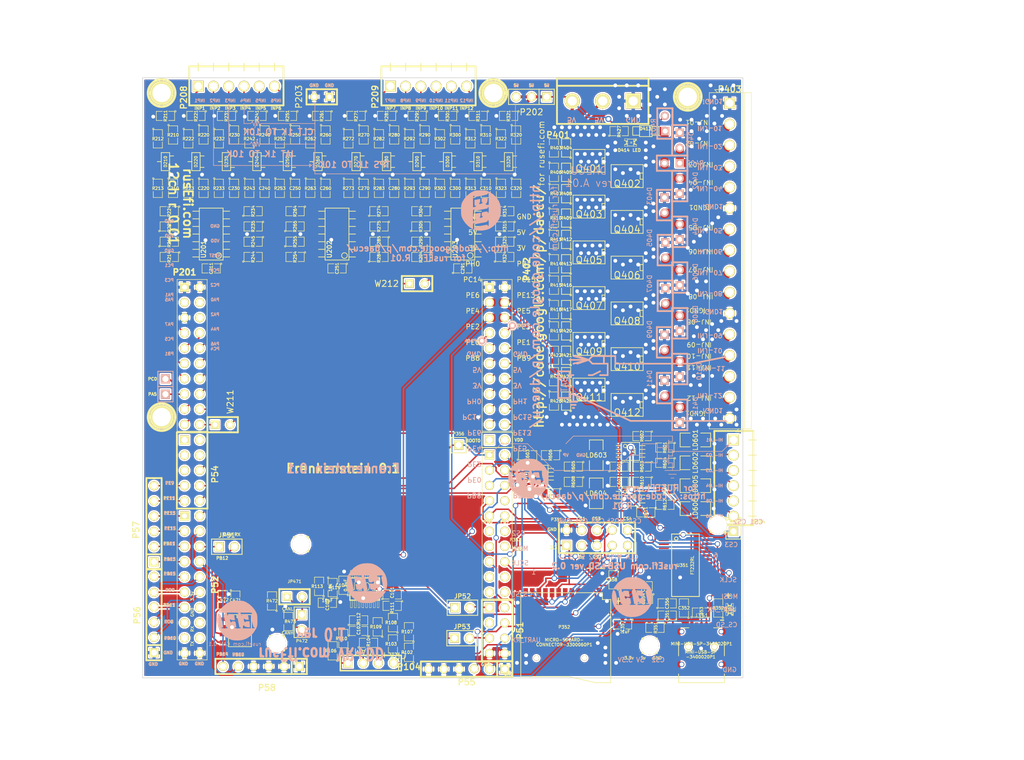
<source format=kicad_pcb>
(kicad_pcb (version 3) (host pcbnew "(2013-07-07 BZR 4022)-stable")
  (layers (15 F.Cu signal) (0 B.Cu signal) (18 B.Paste user) (19 F.Paste user) (20 B.SilkS user) (21 F.SilkS user hide) (22 B.Mask user) (23 F.Mask user) (28 Edge.Cuts user))
  (net 0 "")
  (net 1 /3.3V)
  (net 2 /5V)
  (net 3 /CAM)
  (net 4 /CAM+)
  (net 5 /CAM-)
  (net 6 /CANH)
  (net 7 /CANL)
  (net 8 /CAN_RX)
  (net 9 /CAN_TX)
  (net 10 /CRANK)
  (net 11 /CRK2+)
  (net 12 /CRK2-)
  (net 13 /CS1)
  (net 14 /CS2)
  (net 15 /CS3)
  (net 16 /CS4)
  (net 17 /CS_SD_MODULE)
  (net 18 /HL1)
  (net 19 /HL2)
  (net 20 /HL3)
  (net 21 /HL4)
  (net 22 /HL5)
  (net 23 /HL6)
  (net 24 /H_IN1)
  (net 25 /H_IN2)
  (net 26 /H_IN3)
  (net 27 /H_IN4)
  (net 28 /H_IN5)
  (net 29 /H_IN6)
  (net 30 /INJ-01)
  (net 31 /INJ-01_2)
  (net 32 /INJ-01_5V)
  (net 33 /INJ-02)
  (net 34 /INJ-02_5V)
  (net 35 /INJ-03)
  (net 36 /INJ-03_5V)
  (net 37 /INJ-04)
  (net 38 /INJ-04_5V)
  (net 39 /INJ-05)
  (net 40 /INJ-05_5V)
  (net 41 /INJ-06)
  (net 42 /INJ-06_5V)
  (net 43 /INJ-07)
  (net 44 /INJ-07_5V)
  (net 45 /INJ-08)
  (net 46 /INJ-08_5V)
  (net 47 /INJ-09)
  (net 48 /INJ-09_5V)
  (net 49 /INJ-10)
  (net 50 /INJ-10_5V)
  (net 51 /INJ-11)
  (net 52 /INJ-11_5V)
  (net 53 /INJ-12)
  (net 54 /INJ-12_5V)
  (net 55 /INP1)
  (net 56 /INP10)
  (net 57 /INP11)
  (net 58 /INP12)
  (net 59 /INP2)
  (net 60 /INP3)
  (net 61 /INP4)
  (net 62 /INP5)
  (net 63 /INP6)
  (net 64 /INP7)
  (net 65 /INP8)
  (net 66 /INP9)
  (net 67 /OUT1)
  (net 68 /OUT10)
  (net 69 /OUT11)
  (net 70 /OUT12)
  (net 71 /OUT2)
  (net 72 /OUT3)
  (net 73 /OUT4)
  (net 74 /OUT5)
  (net 75 /OUT6)
  (net 76 /OUT7)
  (net 77 /OUT8)
  (net 78 /OUT9)
  (net 79 /PA5)
  (net 80 /PA8)
  (net 81 /PB10)
  (net 82 /PB11)
  (net 83 /PB12)
  (net 84 /PB13)
  (net 85 /PB14)
  (net 86 /PB15)
  (net 87 /PC0)
  (net 88 /PC6)
  (net 89 /PD10)
  (net 90 /PD11)
  (net 91 /PD8)
  (net 92 /PD9)
  (net 93 /PE11)
  (net 94 /PE13)
  (net 95 /PE15)
  (net 96 /PE9)
  (net 97 /PH0)
  (net 98 /PH1)
  (net 99 /SPI_MISO)
  (net 100 /SPI_MOSI)
  (net 101 /SPI_SCK)
  (net 102 /USART_RX)
  (net 103 /USART_TX)
  (net 104 /VP)
  (net 105 F-0000107)
  (net 106 F-0000108)
  (net 107 F-0000109)
  (net 108 F-0000110)
  (net 109 F-0000112)
  (net 110 F-0000115)
  (net 111 F-0000143)
  (net 112 F-0000144)
  (net 113 F-0000145)
  (net 114 F-0000146)
  (net 115 F-0000147)
  (net 116 F-0000148)
  (net 117 F-0000149)
  (net 118 F-0000150)
  (net 119 F-0000151)
  (net 120 F-0000152)
  (net 121 F-0000153)
  (net 122 F-0000154)
  (net 123 F-0000155)
  (net 124 F-0000156)
  (net 125 F-0000161)
  (net 126 F-0000162)
  (net 127 F-0000176)
  (net 128 F-0000177)
  (net 129 F-0000178)
  (net 130 F-0000179)
  (net 131 F-0000180)
  (net 132 F-0000181)
  (net 133 F-0000182)
  (net 134 F-0000183)
  (net 135 F-0000184)
  (net 136 F-0000185)
  (net 137 F-0000186)
  (net 138 F-0000187)
  (net 139 F-000020)
  (net 140 F-000021)
  (net 141 F-000023)
  (net 142 F-000024)
  (net 143 F-000025)
  (net 144 F-000026)
  (net 145 F-000027)
  (net 146 F-000028)
  (net 147 F-000056)
  (net 148 F-000057)
  (net 149 F-000058)
  (net 150 F-000059)
  (net 151 F-000060)
  (net 152 F-000061)
  (net 153 F-000062)
  (net 154 F-000063)
  (net 155 F-000064)
  (net 156 F-000065)
  (net 157 F-000066)
  (net 158 F-000067)
  (net 159 F-000068)
  (net 160 F-000069)
  (net 161 F-000070)
  (net 162 F-000071)
  (net 163 F-000072)
  (net 164 F-000073)
  (net 165 F-000074)
  (net 166 F-000075)
  (net 167 F-000076)
  (net 168 F-000077)
  (net 169 F-000078)
  (net 170 F-000079)
  (net 171 F-000080)
  (net 172 F-000081)
  (net 173 F-000082)
  (net 174 F-000083)
  (net 175 F-000084)
  (net 176 F-000085)
  (net 177 F-000086)
  (net 178 F-000087)
  (net 179 F-000088)
  (net 180 F-000089)
  (net 181 F-000090)
  (net 182 F-000091)
  (net 183 F-000093)
  (net 184 F-000094)
  (net 185 GND)
  (module pin_array_4x2 (layer F.Cu) (at 179.07 184.15 270)
    (fp_text reference P51 (at 0 -3.81 270) (layer F.SilkS) (effects (font (size 1.016 1.016) (thickness 0.2032))))
    (fp_text value CONN_4X2 hide)
    (pad 1 thru_hole rect (at -3.81 1.27 270) (size 1.524 1.524) (drill 1.016) (layers *.Cu *.Mask F.SilkS) (net 80 /PA8))
    (pad 2 thru_hole circle (at -3.81 -1.27 270) (size 1.524 1.524) (drill 1.016) (layers *.Cu *.Mask F.SilkS))
    (pad 3 thru_hole circle (at -1.27 1.27 270) (size 1.524 1.524) (drill 1.016) (layers *.Cu *.Mask F.SilkS))
    (pad 4 thru_hole circle (at -1.27 -1.27 270) (size 1.524 1.524) (drill 1.016) (layers *.Cu *.Mask F.SilkS) (net 29 /H_IN6))
    (pad 5 thru_hole circle (at 1.27 1.27 270) (size 1.524 1.524) (drill 1.016) (layers *.Cu *.Mask F.SilkS) (net 88 /PC6))
    (pad 6 thru_hole circle (at 1.27 -1.27 270) (size 1.524 1.524) (drill 1.016) (layers *.Cu *.Mask F.SilkS) (net 28 /H_IN5))
    (pad 7 thru_hole circle (at 3.81 1.27 270) (size 1.524 1.524) (drill 1.016) (layers *.Cu *.Mask F.SilkS) (net 185 GND))
    (pad 8 thru_hole circle (at 3.81 -1.27 270) (size 1.524 1.524) (drill 1.016) (layers *.Cu *.Mask F.SilkS) (net 185 GND))
  )
  (module PIN_ARRAY_5x2 (layer F.Cu) (at 128.27 157.48 270)
    (fp_text reference P54 (at 0.635 -3.81 270) (layer F.SilkS) (effects (font (size 1.016 1.016) (thickness 0.2032))))
    (fp_text value CONN_5X2 hide)
    (pad 1 thru_hole rect (at -5.08 1.27 270) (size 1.524 1.524) (drill 1.016) (layers *.Cu *.Mask F.SilkS))
    (pad 2 thru_hole circle (at -5.08 -1.27 270) (size 1.524 1.524) (drill 1.016) (layers *.Cu *.Mask F.SilkS))
    (pad 3 thru_hole circle (at -2.54 1.27 270) (size 1.524 1.524) (drill 1.016) (layers *.Cu *.Mask F.SilkS))
    (pad 4 thru_hole circle (at -2.54 -1.27 270) (size 1.524 1.524) (drill 1.016) (layers *.Cu *.Mask F.SilkS))
    (pad 5 thru_hole circle (at 0 1.27 270) (size 1.524 1.524) (drill 1.016) (layers *.Cu *.Mask F.SilkS))
    (pad 6 thru_hole circle (at 0 -1.27 270) (size 1.524 1.524) (drill 1.016) (layers *.Cu *.Mask F.SilkS) (net 26 /H_IN3))
    (pad 7 thru_hole circle (at 2.54 1.27 270) (size 1.524 1.524) (drill 1.016) (layers *.Cu *.Mask F.SilkS) (net 96 /PE9))
    (pad 8 thru_hole circle (at 2.54 -1.27 270) (size 1.524 1.524) (drill 1.016) (layers *.Cu *.Mask F.SilkS) (net 24 /H_IN1))
    (pad 9 thru_hole circle (at 5.08 1.27 270) (size 1.524 1.524) (drill 1.016) (layers *.Cu *.Mask F.SilkS) (net 93 /PE11))
    (pad 10 thru_hole circle (at 5.08 -1.27 270) (size 1.524 1.524) (drill 1.016) (layers *.Cu *.Mask F.SilkS) (net 25 /H_IN2))
  )
  (module PIN_ARRAY_2X1 (layer F.Cu) (at 179.07 152.4)
    (fp_text reference P53 hide)
    (fp_text value CONN_2 hide)
    (pad 1 thru_hole rect (at -1.27 0) (size 1.524 1.524) (drill 1.016) (layers *.Cu *.Mask F.SilkS))
    (pad 2 thru_hole circle (at 1.27 0) (size 1.524 1.524) (drill 1.016) (layers *.Cu *.Mask F.SilkS))
  )
  (module PIN_ARRAY_10X2_M (layer F.Cu) (at 128.27 176.53 270)
    (fp_text reference P52 (at 0 -3.81 270) (layer F.SilkS) (effects (font (size 1.016 1.016) (thickness 0.254))))
    (fp_text value CONN_10X2 hide)
    (pad 1 thru_hole rect (at -11.47064 1.27 270) (size 1.524 1.524) (drill 0.8128) (layers *.Cu *.Mask F.SilkS) (net 94 /PE13))
    (pad 2 thru_hole circle (at -11.47064 -1.27 270) (size 1.524 1.524) (drill 1.016) (layers *.Cu *.Mask F.SilkS) (net 27 /H_IN4))
    (pad 3 thru_hole circle (at -8.93064 1.27 270) (size 1.524 1.524) (drill 1.016) (layers *.Cu *.Mask F.SilkS) (net 95 /PE15))
    (pad 4 thru_hole circle (at -8.93064 -1.27 270) (size 1.524 1.524) (drill 1.016) (layers *.Cu *.Mask F.SilkS) (net 81 /PB10))
    (pad 5 thru_hole circle (at -6.39064 1.27 270) (size 1.524 1.524) (drill 1.016) (layers *.Cu *.Mask F.SilkS) (net 82 /PB11))
    (pad 6 thru_hole circle (at -6.39064 -1.27 270) (size 1.524 1.524) (drill 1.016) (layers *.Cu *.Mask F.SilkS) (net 83 /PB12))
    (pad 7 thru_hole circle (at -3.85064 1.27 270) (size 1.524 1.524) (drill 1.016) (layers *.Cu *.Mask F.SilkS) (net 84 /PB13))
    (pad 8 thru_hole circle (at -3.85064 -1.27 270) (size 1.524 1.524) (drill 1.016) (layers *.Cu *.Mask F.SilkS) (net 85 /PB14))
    (pad 9 thru_hole circle (at -1.31064 1.27 270) (size 1.524 1.524) (drill 1.016) (layers *.Cu *.Mask F.SilkS) (net 86 /PB15))
    (pad 10 thru_hole circle (at -1.31064 -1.27 270) (size 1.524 1.524) (drill 1.016) (layers *.Cu *.Mask F.SilkS) (net 91 /PD8))
    (pad 11 thru_hole circle (at 1.22936 1.27 270) (size 1.524 1.524) (drill 1.016) (layers *.Cu *.Mask F.SilkS) (net 92 /PD9))
    (pad 12 thru_hole circle (at 1.22936 -1.27 270) (size 1.524 1.524) (drill 1.016) (layers *.Cu *.Mask F.SilkS) (net 89 /PD10))
    (pad 13 thru_hole circle (at 3.76936 1.27 270) (size 1.524 1.524) (drill 1.016) (layers *.Cu *.Mask F.SilkS) (net 90 /PD11))
    (pad 14 thru_hole circle (at 3.76936 -1.27 270) (size 1.524 1.524) (drill 1.016) (layers *.Cu *.Mask F.SilkS))
    (pad 15 thru_hole circle (at 6.30936 1.27 270) (size 1.524 1.524) (drill 1.016) (layers *.Cu *.Mask F.SilkS))
    (pad 16 thru_hole circle (at 6.30936 -1.27 270) (size 1.524 1.524) (drill 1.016) (layers *.Cu *.Mask F.SilkS))
    (pad 17 thru_hole circle (at 8.84936 1.27 270) (size 1.524 1.524) (drill 1.016) (layers *.Cu *.Mask F.SilkS))
    (pad 18 thru_hole circle (at 8.84936 -1.27 270) (size 1.524 1.524) (drill 1.016) (layers *.Cu *.Mask F.SilkS))
    (pad 19 thru_hole circle (at 11.38936 1.27 270) (size 1.524 1.524) (drill 1.016) (layers *.Cu *.Mask F.SilkS) (net 185 GND))
    (pad 20 thru_hole circle (at 11.38936 -1.27 270) (size 1.524 1.524) (drill 1.016) (layers *.Cu *.Mask F.SilkS) (net 185 GND))
  )
  (module PIN_ARRAY-6X1 (layer F.Cu) (at 121.92 181.483 90)
    (fp_text reference P56 (at -0.127 -2.794 90) (layer F.SilkS) (effects (font (size 1.016 1.016) (thickness 0.2032))))
    (fp_text value CONN_6 hide)
    (pad 1 thru_hole rect (at -6.35 0 90) (size 1.524 1.524) (drill 1.016) (layers *.Cu *.Mask F.SilkS) (net 185 GND))
    (pad 2 thru_hole circle (at -3.81 0 90) (size 1.524 1.524) (drill 1.016) (layers *.Cu *.Mask F.SilkS) (net 89 /PD10))
    (pad 3 thru_hole circle (at -1.27 0 90) (size 1.524 1.524) (drill 1.016) (layers *.Cu *.Mask F.SilkS) (net 91 /PD8))
    (pad 4 thru_hole circle (at 1.27 0 90) (size 1.524 1.524) (drill 1.016) (layers *.Cu *.Mask F.SilkS) (net 90 /PD11))
    (pad 5 thru_hole circle (at 3.683 0 90) (size 1.524 1.524) (drill 1.016) (layers *.Cu *.Mask F.SilkS) (net 92 /PD9))
    (pad 6 thru_hole circle (at 6.35 0 90) (size 1.524 1.524) (drill 1.016) (layers *.Cu *.Mask F.SilkS) (net 86 /PB15))
  )
  (module PIN_ARRAY-6X1 (layer F.Cu) (at 121.92 166.37 90)
    (fp_text reference P57 (at -1.016 -2.9845 90) (layer F.SilkS) (effects (font (size 1.016 1.016) (thickness 0.2032))))
    (fp_text value CONN_6 hide)
    (pad 1 thru_hole rect (at -6.35 0 90) (size 1.524 1.524) (drill 1.016) (layers *.Cu *.Mask F.SilkS) (net 84 /PB13))
    (pad 2 thru_hole circle (at -3.81 0 90) (size 1.524 1.524) (drill 1.016) (layers *.Cu *.Mask F.SilkS) (net 82 /PB11))
    (pad 3 thru_hole circle (at -1.27 0 90) (size 1.524 1.524) (drill 1.016) (layers *.Cu *.Mask F.SilkS) (net 95 /PE15))
    (pad 4 thru_hole circle (at 1.27 0 90) (size 1.524 1.524) (drill 1.016) (layers *.Cu *.Mask F.SilkS) (net 94 /PE13))
    (pad 5 thru_hole circle (at 3.81 0 90) (size 1.524 1.524) (drill 1.016) (layers *.Cu *.Mask F.SilkS) (net 93 /PE11))
    (pad 6 thru_hole circle (at 6.35 0 90) (size 1.524 1.524) (drill 1.016) (layers *.Cu *.Mask F.SilkS) (net 96 /PE9))
  )
  (module PIN_ARRAY-6X1 (layer F.Cu) (at 139.764 190.119 180)
    (fp_text reference P58 (at -0.9525 -3.556 180) (layer F.SilkS) (effects (font (size 1.016 1.016) (thickness 0.2032))))
    (fp_text value CONN_6 hide)
    (pad 1 thru_hole rect (at -6.35 0 180) (size 1.524 1.524) (drill 1.016) (layers *.Cu *.Mask F.SilkS) (net 185 GND))
    (pad 2 thru_hole circle (at -3.81 0 180) (size 1.524 1.524) (drill 1.016) (layers *.Cu *.Mask F.SilkS) (net 185 GND))
    (pad 3 thru_hole circle (at -1.27 0 180) (size 1.524 1.524) (drill 1.016) (layers *.Cu *.Mask F.SilkS) (net 185 GND))
    (pad 4 thru_hole circle (at 1.27 0 180) (size 1.524 1.524) (drill 1.016) (layers *.Cu *.Mask F.SilkS) (net 185 GND))
    (pad 5 thru_hole circle (at 3.81 0 180) (size 1.524 1.524) (drill 1.016) (layers *.Cu *.Mask F.SilkS) (net 81 /PB10))
    (pad 6 thru_hole circle (at 6.35 0 180) (size 1.524 1.524) (drill 1.016) (layers *.Cu *.Mask F.SilkS) (net 85 /PB14))
  )
  (module PIN_ARRAY_2_A (layer F.Cu) (at 173.292 180.34)
    (fp_text reference JP52 (at 0 -1.905) (layer F.SilkS) (effects (font (size 0.762 0.762) (thickness 0.1524))))
    (fp_text value JUMPER hide)
    (pad 1 thru_hole rect (at -1.27 0) (size 1.524 1.524) (drill 1.016) (layers *.Cu *.Mask F.SilkS) (net 10 /CRANK))
    (pad 2 thru_hole circle (at 1.27 0) (size 1.524 1.524) (drill 1.016) (layers *.Cu *.Mask F.SilkS) (net 80 /PA8))
  )
  (module PIN_ARRAY_2_A (layer F.Cu) (at 173.228 185.42)
    (fp_text reference JP53 (at 0 -1.905) (layer F.SilkS) (effects (font (size 0.762 0.762) (thickness 0.1524))))
    (fp_text value JUMPER hide)
    (pad 1 thru_hole rect (at -1.27 0) (size 1.524 1.524) (drill 1.016) (layers *.Cu *.Mask F.SilkS) (net 3 /CAM))
    (pad 2 thru_hole circle (at 1.27 0) (size 1.524 1.524) (drill 1.016) (layers *.Cu *.Mask F.SilkS) (net 88 /PC6))
  )
  (module PIN_ARRAY_2_A (layer F.Cu) (at 134.048 170.18)
    (fp_text reference JP51 (at 0 -1.905) (layer F.SilkS) (effects (font (size 0.762 0.762) (thickness 0.1524))))
    (fp_text value JUMPER hide)
    (pad 1 thru_hole rect (at -1.27 0) (size 1.524 1.524) (drill 1.016) (layers *.Cu *.Mask F.SilkS) (net 83 /PB12))
    (pad 2 thru_hole circle (at 1.27 0) (size 1.524 1.524) (drill 1.016) (layers *.Cu *.Mask F.SilkS) (net 8 /CAN_RX))
  )
  (module PIN_ARRAY-6X1 (layer F.Cu) (at 173.99 190.564 180)
    (fp_text reference P55 (at 0 -2.159 180) (layer F.SilkS) (effects (font (size 1.016 1.016) (thickness 0.2032))))
    (fp_text value CONN_6 hide)
    (pad 1 thru_hole rect (at -6.35 0 180) (size 1.524 1.524) (drill 1.016) (layers *.Cu *.Mask F.SilkS) (net 185 GND))
    (pad 2 thru_hole circle (at -3.81 0 180) (size 1.524 1.524) (drill 1.016) (layers *.Cu *.Mask F.SilkS) (net 28 /H_IN5))
    (pad 3 thru_hole circle (at -1.27 0.0635 180) (size 1.524 1.524) (drill 1.016) (layers *.Cu *.Mask F.SilkS) (net 29 /H_IN6))
    (pad 4 thru_hole circle (at 1.27 0 180) (size 1.524 1.524) (drill 1.016) (layers *.Cu *.Mask F.SilkS) (net 185 GND))
    (pad 5 thru_hole circle (at 3.81 0 180) (size 1.524 1.524) (drill 1.016) (layers *.Cu *.Mask F.SilkS) (net 185 GND))
    (pad 6 thru_hole circle (at 6.35 0 180) (size 1.524 1.524) (drill 1.016) (layers *.Cu *.Mask F.SilkS) (net 185 GND))
  )
  (module PIN_ARRAY_1 (layer F.Cu) (at 218.44 167.64)
    (fp_text reference P610 (at 0 -1.905) (layer F.SilkS) (effects (font (size 0.762 0.762) (thickness 0.1524))))
    (fp_text value CONN_1 hide)
    (pad 1 thru_hole rect (at 0 0) (size 1.524 1.524) (drill 1.016) (layers *.Cu *.Mask F.SilkS) (net 104 /VP))
  )
  (module SM0805 (layer F.Cu) (at 161.586 178.126)
    (fp_text reference C101 (at 0 -0.3175 90) (layer F.SilkS) (effects (font (size 0.50038 0.50038) (thickness 0.10922))))
    (fp_text value 1000pF hide)
    (pad 1 smd rect (at -0.9525 0) (size 0.889 1.397) (layers F.Cu F.Paste F.Mask) (net 143 F-000025))
    (pad 2 smd rect (at 0.9525 0) (size 0.889 1.397) (layers F.Cu F.Paste F.Mask) (net 144 F-000026))
  )
  (module SM0805 (layer F.Cu) (at 155.998 184.222)
    (fp_text reference C102 (at 0 -0.3175 90) (layer F.SilkS) (effects (font (size 0.50038 0.50038) (thickness 0.10922))))
    (fp_text value 1000pF hide)
    (pad 1 smd rect (at -0.9525 0) (size 0.889 1.397) (layers F.Cu F.Paste F.Mask) (net 145 F-000027))
    (pad 2 smd rect (at 0.9525 0) (size 0.889 1.397) (layers F.Cu F.Paste F.Mask) (net 146 F-000028))
  )
  (module SM0805 (layer F.Cu) (at 153.458 176.602 90)
    (fp_text reference C104 (at 0 -0.3175 180) (layer F.SilkS) (effects (font (size 0.50038 0.50038) (thickness 0.10922))))
    (fp_text value 0.1uF (at 0 0.381 90) (layer F.SilkS) (effects (font (size 0.50038 0.50038) (thickness 0.10922))))
    (pad 1 smd rect (at -0.9525 0 90) (size 0.889 1.397) (layers F.Cu F.Paste F.Mask) (net 2 /5V))
    (pad 2 smd rect (at 0.9525 0 90) (size 0.889 1.397) (layers F.Cu F.Paste F.Mask) (net 185 GND))
  )
  (module SM0805 (layer F.Cu) (at 164.38 187.778 90)
    (fp_text reference R102 (at 0 -0.3175 180) (layer F.SilkS) (effects (font (size 0.50038 0.50038) (thickness 0.10922))))
    (fp_text value 5k hide)
    (pad 1 smd rect (at -0.9525 0 90) (size 0.889 1.397) (layers F.Cu F.Paste F.Mask) (net 11 /CRK2+))
    (pad 2 smd rect (at 0.9525 0 90) (size 0.889 1.397) (layers F.Cu F.Paste F.Mask) (net 139 F-000020))
  )
  (module SM0805 (layer F.Cu) (at 161.713 186.381 90)
    (fp_text reference R103 (at 0 -0.3175 180) (layer F.SilkS) (effects (font (size 0.50038 0.50038) (thickness 0.10922))))
    (fp_text value 5k hide)
    (pad 1 smd rect (at -0.9525 0 90) (size 0.889 1.397) (layers F.Cu F.Paste F.Mask) (net 12 /CRK2-))
    (pad 2 smd rect (at 0.9525 0 90) (size 0.889 1.397) (layers F.Cu F.Paste F.Mask) (net 142 F-000024))
  )
  (module SM0805 (layer F.Cu) (at 157.649 186.191)
    (fp_text reference R104 (at 0 -0.3175 90) (layer F.SilkS) (effects (font (size 0.50038 0.50038) (thickness 0.10922))))
    (fp_text value 5k hide)
    (pad 1 smd rect (at -0.9525 0) (size 0.889 1.397) (layers F.Cu F.Paste F.Mask) (net 5 /CAM-))
    (pad 2 smd rect (at 0.9525 0) (size 0.889 1.397) (layers F.Cu F.Paste F.Mask) (net 140 F-000021))
  )
  (module SM0805 (layer F.Cu) (at 151.68 187.524 90)
    (fp_text reference R106 (at 0 -0.3175 180) (layer F.SilkS) (effects (font (size 0.50038 0.50038) (thickness 0.10922))))
    (fp_text value 5k hide)
    (pad 1 smd rect (at -0.9525 0 90) (size 0.889 1.397) (layers F.Cu F.Paste F.Mask) (net 4 /CAM+))
    (pad 2 smd rect (at 0.9525 0 90) (size 0.889 1.397) (layers F.Cu F.Paste F.Mask) (net 141 F-000023))
  )
  (module SM0805 (layer F.Cu) (at 164.38 184.349 90)
    (fp_text reference R107 (at 0 -0.3175 180) (layer F.SilkS) (effects (font (size 0.50038 0.50038) (thickness 0.10922))))
    (fp_text value 5k hide)
    (pad 1 smd rect (at -0.9525 0 90) (size 0.889 1.397) (layers F.Cu F.Paste F.Mask) (net 139 F-000020))
    (pad 2 smd rect (at 0.9525 0 90) (size 0.889 1.397) (layers F.Cu F.Paste F.Mask) (net 144 F-000026))
  )
  (module SM0805 (layer F.Cu) (at 161.713 182.825 90)
    (fp_text reference R108 (at 0 -0.3175 180) (layer F.SilkS) (effects (font (size 0.50038 0.50038) (thickness 0.10922))))
    (fp_text value 5k hide)
    (pad 1 smd rect (at -0.9525 0 90) (size 0.889 1.397) (layers F.Cu F.Paste F.Mask) (net 142 F-000024))
    (pad 2 smd rect (at 0.9525 0 90) (size 0.889 1.397) (layers F.Cu F.Paste F.Mask) (net 143 F-000025))
  )
  (module SM0805 (layer F.Cu) (at 159.173 183.524 90)
    (fp_text reference R109 (at 0 -0.3175 180) (layer F.SilkS) (effects (font (size 0.50038 0.50038) (thickness 0.10922))))
    (fp_text value 5k hide)
    (pad 1 smd rect (at -0.9525 0 90) (size 0.889 1.397) (layers F.Cu F.Paste F.Mask) (net 140 F-000021))
    (pad 2 smd rect (at 0.9525 0 90) (size 0.889 1.397) (layers F.Cu F.Paste F.Mask) (net 146 F-000028))
  )
  (module SM0805 (layer F.Cu) (at 153.458 185.492 90)
    (fp_text reference R110 (at 0 -0.3175 180) (layer F.SilkS) (effects (font (size 0.50038 0.50038) (thickness 0.10922))))
    (fp_text value 5k hide)
    (pad 1 smd rect (at -0.9525 0 90) (size 0.889 1.397) (layers F.Cu F.Paste F.Mask) (net 141 F-000023))
    (pad 2 smd rect (at 0.9525 0 90) (size 0.889 1.397) (layers F.Cu F.Paste F.Mask) (net 145 F-000027))
  )
  (module SM0805 (layer F.Cu) (at 161.586 180.031 180)
    (fp_text reference R111 (at 0 -0.3175 270) (layer F.SilkS) (effects (font (size 0.50038 0.50038) (thickness 0.10922))))
    (fp_text value 5k hide)
    (pad 1 smd rect (at -0.9525 0 180) (size 0.889 1.397) (layers F.Cu F.Paste F.Mask) (net 143 F-000025))
    (pad 2 smd rect (at 0.9525 0 180) (size 0.889 1.397) (layers F.Cu F.Paste F.Mask) (net 144 F-000026))
  )
  (module SM0805 (layer F.Cu) (at 155.998 182.444)
    (fp_text reference R112 (at 0 -0.3175 90) (layer F.SilkS) (effects (font (size 0.50038 0.50038) (thickness 0.10922))))
    (fp_text value 5k hide)
    (pad 1 smd rect (at -0.9525 0) (size 0.889 1.397) (layers F.Cu F.Paste F.Mask) (net 145 F-000027))
    (pad 2 smd rect (at 0.9525 0) (size 0.889 1.397) (layers F.Cu F.Paste F.Mask) (net 146 F-000028))
  )
  (module SM0805 (layer F.Cu) (at 149.416 176.784 90)
    (fp_text reference R113 (at 0 -0.3175 180) (layer F.SilkS) (effects (font (size 0.50038 0.50038) (thickness 0.10922))))
    (fp_text value 10k hide)
    (pad 1 smd rect (at -0.9525 0 90) (size 0.889 1.397) (layers F.Cu F.Paste F.Mask) (net 2 /5V))
    (pad 2 smd rect (at 0.9525 0 90) (size 0.889 1.397) (layers F.Cu F.Paste F.Mask) (net 10 /CRANK))
  )
  (module SM0805 (layer F.Cu) (at 151.68 176.983 270)
    (fp_text reference R114 (at 0 -0.3175 360) (layer F.SilkS) (effects (font (size 0.50038 0.50038) (thickness 0.10922))))
    (fp_text value 10k (at 0 0.381 270) (layer F.SilkS) (effects (font (size 0.50038 0.50038) (thickness 0.10922))))
    (pad 1 smd rect (at -0.9525 0 270) (size 0.889 1.397) (layers F.Cu F.Paste F.Mask) (net 3 /CAM))
    (pad 2 smd rect (at 0.9525 0 270) (size 0.889 1.397) (layers F.Cu F.Paste F.Mask) (net 2 /5V))
  )
  (module maxim-10-QSOP16 (layer F.Cu) (at 157.014 177.237 180)
    (fp_text reference U101 (at 0.254 0.381 180) (layer F.SilkS) (effects (font (size 1.27 1.27) (thickness 0.0889))))
    (fp_text value MAX9926/9927 hide)
    (pad 1 smd rect (at -2.2225 2.68986 180) (size 0.44958 1.4986) (layers F.Cu F.Paste F.Mask) (net 185 GND))
    (pad 2 smd rect (at -1.5875 2.68986 180) (size 0.44958 1.4986) (layers F.Cu F.Paste F.Mask))
    (pad 3 smd rect (at -0.9525 2.68986 180) (size 0.44958 1.4986) (layers F.Cu F.Paste F.Mask) (net 185 GND))
    (pad 4 smd rect (at -0.3175 2.68986 180) (size 0.44958 1.4986) (layers F.Cu F.Paste F.Mask) (net 10 /CRANK))
    (pad 5 smd rect (at 0.3175 2.68986 180) (size 0.44958 1.4986) (layers F.Cu F.Paste F.Mask) (net 3 /CAM))
    (pad 6 smd rect (at 0.9525 2.68986 180) (size 0.44958 1.4986) (layers F.Cu F.Paste F.Mask) (net 185 GND))
    (pad 7 smd rect (at 1.5875 2.68986 180) (size 0.44958 1.4986) (layers F.Cu F.Paste F.Mask))
    (pad 8 smd rect (at 2.2225 2.68986 180) (size 0.44958 1.4986) (layers F.Cu F.Paste F.Mask) (net 185 GND))
    (pad 9 smd rect (at 2.2225 -2.68986 180) (size 0.44958 1.4986) (layers F.Cu F.Paste F.Mask) (net 145 F-000027))
    (pad 10 smd rect (at 1.5875 -2.68986 180) (size 0.44958 1.4986) (layers F.Cu F.Paste F.Mask) (net 146 F-000028))
    (pad 11 smd rect (at 0.9525 -2.68986 180) (size 0.44958 1.4986) (layers F.Cu F.Paste F.Mask) (net 185 GND))
    (pad 12 smd rect (at 0.3175 -2.68986 180) (size 0.44958 1.4986) (layers F.Cu F.Paste F.Mask) (net 185 GND))
    (pad 13 smd rect (at -0.3175 -2.68986 180) (size 0.44958 1.4986) (layers F.Cu F.Paste F.Mask) (net 185 GND))
    (pad 14 smd rect (at -0.9525 -2.68986 180) (size 0.44958 1.4986) (layers F.Cu F.Paste F.Mask) (net 2 /5V))
    (pad 15 smd rect (at -1.5875 -2.68986 180) (size 0.44958 1.4986) (layers F.Cu F.Paste F.Mask) (net 143 F-000025))
    (pad 16 smd rect (at -2.2225 -2.68986 180) (size 0.44958 1.4986) (layers F.Cu F.Paste F.Mask) (net 144 F-000026))
  )
  (module PIN_ARRAY_4x1 (layer F.Cu) (at 158.03 189.556)
    (fp_text reference P104 (at 6.35 0.635) (layer F.SilkS) (effects (font (size 1.016 1.016) (thickness 0.2032))))
    (fp_text value CONN_4 hide)
    (pad 1 thru_hole rect (at -3.81 0) (size 1.524 1.524) (drill 1.016) (layers *.Cu *.Mask F.SilkS) (net 4 /CAM+))
    (pad 2 thru_hole circle (at -1.27 0) (size 1.524 1.524) (drill 1.016) (layers *.Cu *.Mask F.SilkS) (net 5 /CAM-))
    (pad 3 thru_hole circle (at 1.27 0) (size 1.524 1.524) (drill 1.016) (layers *.Cu *.Mask F.SilkS) (net 12 /CRK2-))
    (pad 4 thru_hole circle (at 3.81 0) (size 1.524 1.524) (drill 1.016) (layers *.Cu *.Mask F.SilkS) (net 11 /CRK2+))
  )
  (module SM0805 (layer F.Cu) (at 150.791 179.523 180)
    (fp_text reference C103 (at 0 -0.3175 270) (layer F.SilkS) (effects (font (size 0.50038 0.50038) (thickness 0.10922))))
    (fp_text value 10uF (at 0 0.381 180) (layer F.SilkS) (effects (font (size 0.50038 0.50038) (thickness 0.10922))))
    (pad 1 smd rect (at -0.9525 0 180) (size 0.889 1.397) (layers F.Cu F.Paste F.Mask) (net 185 GND))
    (pad 2 smd rect (at 0.9525 0 180) (size 0.889 1.397) (layers F.Cu F.Paste F.Mask) (net 2 /5V))
  )
  (module LOGO_F (layer B.Cu) (at 157.39525 176.22125 180)
    (fp_text reference G101 hide)
    (fp_text value LOGO hide)
  )
  (module PIN_ARRAY_3X1 (layer F.Cu) (at 184.785 95.25 180)
    (fp_text reference P202 (at 0 -2.54 180) (layer F.SilkS) (effects (font (size 1.016 1.016) (thickness 0.1524))))
    (fp_text value CONN_3 hide)
    (pad 1 thru_hole rect (at -2.54 0 180) (size 1.524 1.524) (drill 1.016) (layers *.Cu *.Mask F.SilkS) (net 2 /5V))
    (pad 2 thru_hole circle (at 0 0 180) (size 1.524 1.524) (drill 1.016) (layers *.Cu *.Mask F.SilkS) (net 2 /5V))
    (pad 3 thru_hole circle (at 2.54 0 180) (size 1.524 1.524) (drill 1.016) (layers *.Cu *.Mask F.SilkS) (net 2 /5V))
  )
  (module sot23 (layer F.Cu) (at 133.985 106.045 90)
    (fp_text reference D230 (at 0 0 90) (layer F.SilkS) (effects (font (size 0.50038 0.50038) (thickness 0.09906))))
    (fp_text value DOUBLE_SCHOTTKY hide)
    (pad 1 smd rect (at -0.9525 1.05664 90) (size 0.59944 1.00076) (layers F.Cu F.Paste F.Mask) (net 185 GND))
    (pad 2 smd rect (at 0 -1.05664 90) (size 0.59944 1.00076) (layers F.Cu F.Paste F.Mask) (net 183 F-000093))
    (pad 3 smd rect (at 0.9525 1.05664 90) (size 0.59944 1.00076) (layers F.Cu F.Paste F.Mask) (net 2 /5V))
  )
  (module sot23 (layer F.Cu) (at 170.815 106.045 90)
    (fp_text reference D300 (at 0 0 90) (layer F.SilkS) (effects (font (size 0.50038 0.50038) (thickness 0.09906))))
    (fp_text value DOUBLE_SCHOTTKY hide)
    (pad 1 smd rect (at -0.9525 1.05664 90) (size 0.59944 1.00076) (layers F.Cu F.Paste F.Mask) (net 185 GND))
    (pad 2 smd rect (at 0 -1.05664 90) (size 0.59944 1.00076) (layers F.Cu F.Paste F.Mask) (net 152 F-000061))
    (pad 3 smd rect (at 0.9525 1.05664 90) (size 0.59944 1.00076) (layers F.Cu F.Paste F.Mask) (net 2 /5V))
  )
  (module sot23 (layer F.Cu) (at 165.735 106.045 90)
    (fp_text reference D290 (at 0 0 90) (layer F.SilkS) (effects (font (size 0.50038 0.50038) (thickness 0.09906))))
    (fp_text value DOUBLE_SCHOTTKY hide)
    (pad 1 smd rect (at -0.9525 1.05664 90) (size 0.59944 1.00076) (layers F.Cu F.Paste F.Mask) (net 185 GND))
    (pad 2 smd rect (at 0 -1.05664 90) (size 0.59944 1.00076) (layers F.Cu F.Paste F.Mask) (net 153 F-000062))
    (pad 3 smd rect (at 0.9525 1.05664 90) (size 0.59944 1.00076) (layers F.Cu F.Paste F.Mask) (net 2 /5V))
  )
  (module sot23 (layer F.Cu) (at 128.905 106.045 90)
    (fp_text reference D220 (at 0 0 90) (layer F.SilkS) (effects (font (size 0.50038 0.50038) (thickness 0.09906))))
    (fp_text value DOUBLE_SCHOTTKY hide)
    (pad 1 smd rect (at -0.9525 1.05664 90) (size 0.59944 1.00076) (layers F.Cu F.Paste F.Mask) (net 185 GND))
    (pad 2 smd rect (at 0 -1.05664 90) (size 0.59944 1.00076) (layers F.Cu F.Paste F.Mask) (net 178 F-000087))
    (pad 3 smd rect (at 0.9525 1.05664 90) (size 0.59944 1.00076) (layers F.Cu F.Paste F.Mask) (net 2 /5V))
  )
  (module sot23 (layer F.Cu) (at 139.065 106.045 90)
    (fp_text reference D240 (at 0 0 90) (layer F.SilkS) (effects (font (size 0.50038 0.50038) (thickness 0.09906))))
    (fp_text value DOUBLE_SCHOTTKY hide)
    (pad 1 smd rect (at -0.9525 1.05664 90) (size 0.59944 1.00076) (layers F.Cu F.Paste F.Mask) (net 185 GND))
    (pad 2 smd rect (at 0 -1.05664 90) (size 0.59944 1.00076) (layers F.Cu F.Paste F.Mask) (net 182 F-000091))
    (pad 3 smd rect (at 0.9525 1.05664 90) (size 0.59944 1.00076) (layers F.Cu F.Paste F.Mask) (net 2 /5V))
  )
  (module sot23 (layer F.Cu) (at 123.825 106.045 90)
    (fp_text reference D210 (at 0 0 90) (layer F.SilkS) (effects (font (size 0.50038 0.50038) (thickness 0.09906))))
    (fp_text value DOUBLE_SCHOTTKY hide)
    (pad 1 smd rect (at -0.9525 1.05664 90) (size 0.59944 1.00076) (layers F.Cu F.Paste F.Mask) (net 185 GND))
    (pad 2 smd rect (at 0 -1.05664 90) (size 0.59944 1.00076) (layers F.Cu F.Paste F.Mask) (net 169 F-000078))
    (pad 3 smd rect (at 0.9525 1.05664 90) (size 0.59944 1.00076) (layers F.Cu F.Paste F.Mask) (net 2 /5V))
  )
  (module sot23 (layer F.Cu) (at 149.225 106.045 90)
    (fp_text reference D260 (at 0 0 90) (layer F.SilkS) (effects (font (size 0.50038 0.50038) (thickness 0.09906))))
    (fp_text value DOUBLE_SCHOTTKY hide)
    (pad 1 smd rect (at -0.9525 1.05664 90) (size 0.59944 1.00076) (layers F.Cu F.Paste F.Mask) (net 185 GND))
    (pad 2 smd rect (at 0 -1.05664 90) (size 0.59944 1.00076) (layers F.Cu F.Paste F.Mask) (net 164 F-000073))
    (pad 3 smd rect (at 0.9525 1.05664 90) (size 0.59944 1.00076) (layers F.Cu F.Paste F.Mask) (net 2 /5V))
  )
  (module sot23 (layer F.Cu) (at 144.145 106.045 90)
    (fp_text reference D250 (at 0 0 90) (layer F.SilkS) (effects (font (size 0.50038 0.50038) (thickness 0.09906))))
    (fp_text value DOUBLE_SCHOTTKY hide)
    (pad 1 smd rect (at -0.9525 1.05664 90) (size 0.59944 1.00076) (layers F.Cu F.Paste F.Mask) (net 185 GND))
    (pad 2 smd rect (at 0 -1.05664 90) (size 0.59944 1.00076) (layers F.Cu F.Paste F.Mask) (net 157 F-000066))
    (pad 3 smd rect (at 0.9525 1.05664 90) (size 0.59944 1.00076) (layers F.Cu F.Paste F.Mask) (net 2 /5V))
  )
  (module sot23 (layer F.Cu) (at 160.655 106.045 90)
    (fp_text reference D280 (at 0 0 90) (layer F.SilkS) (effects (font (size 0.50038 0.50038) (thickness 0.09906))))
    (fp_text value DOUBLE_SCHOTTKY hide)
    (pad 1 smd rect (at -0.9525 1.05664 90) (size 0.59944 1.00076) (layers F.Cu F.Paste F.Mask) (net 185 GND))
    (pad 2 smd rect (at 0 -1.05664 90) (size 0.59944 1.00076) (layers F.Cu F.Paste F.Mask) (net 147 F-000056))
    (pad 3 smd rect (at 0.9525 1.05664 90) (size 0.59944 1.00076) (layers F.Cu F.Paste F.Mask) (net 2 /5V))
  )
  (module sot23 (layer F.Cu) (at 155.575 106.045 90)
    (fp_text reference D270 (at 0 0 90) (layer F.SilkS) (effects (font (size 0.50038 0.50038) (thickness 0.09906))))
    (fp_text value DOUBLE_SCHOTTKY hide)
    (pad 1 smd rect (at -0.9525 1.05664 90) (size 0.59944 1.00076) (layers F.Cu F.Paste F.Mask) (net 185 GND))
    (pad 2 smd rect (at 0 -1.05664 90) (size 0.59944 1.00076) (layers F.Cu F.Paste F.Mask) (net 150 F-000059))
    (pad 3 smd rect (at 0.9525 1.05664 90) (size 0.59944 1.00076) (layers F.Cu F.Paste F.Mask) (net 2 /5V))
  )
  (module so-14 (layer F.Cu) (at 131.445 118.11 90)
    (fp_text reference U201 (at -2.54 -1.27 90) (layer F.SilkS) (effects (font (size 0.7493 0.7493) (thickness 0.14986))))
    (fp_text value LMV324IDR hide)
    (pad 1 smd rect (at -3.81 2.794 90) (size 0.635 1.27) (layers F.Cu F.Paste F.Mask) (net 151 F-000060))
    (pad 2 smd rect (at -2.54 2.794 90) (size 0.635 1.27) (layers F.Cu F.Paste F.Mask) (net 151 F-000060))
    (pad 3 smd rect (at -1.27 2.794 90) (size 0.635 1.27) (layers F.Cu F.Paste F.Mask) (net 173 F-000082))
    (pad 4 smd rect (at 0 2.794 90) (size 0.635 1.27) (layers F.Cu F.Paste F.Mask) (net 2 /5V))
    (pad 5 smd rect (at 1.27 2.794 90) (size 0.635 1.27) (layers F.Cu F.Paste F.Mask) (net 174 F-000083))
    (pad 6 smd rect (at 2.54 2.794 90) (size 0.635 1.27) (layers F.Cu F.Paste F.Mask) (net 184 F-000094))
    (pad 7 smd rect (at 3.81 2.794 90) (size 0.635 1.27) (layers F.Cu F.Paste F.Mask) (net 184 F-000094))
    (pad 8 smd rect (at 3.81 -2.794 90) (size 0.635 1.27) (layers F.Cu F.Paste F.Mask) (net 149 F-000058))
    (pad 9 smd rect (at 2.54 -2.794 90) (size 0.635 1.27) (layers F.Cu F.Paste F.Mask) (net 149 F-000058))
    (pad 10 smd rect (at 1.27 -2.794 90) (size 0.635 1.27) (layers F.Cu F.Paste F.Mask) (net 177 F-000086))
    (pad 11 smd rect (at 0 -2.794 90) (size 0.635 1.27) (layers F.Cu F.Paste F.Mask) (net 185 GND))
    (pad 12 smd rect (at -1.27 -2.794 90) (size 0.635 1.27) (layers F.Cu F.Paste F.Mask) (net 179 F-000088))
    (pad 13 smd rect (at -2.54 -2.794 90) (size 0.635 1.27) (layers F.Cu F.Paste F.Mask) (net 148 F-000057))
    (pad 14 smd rect (at -3.81 -2.794 90) (size 0.635 1.27) (layers F.Cu F.Paste F.Mask) (net 148 F-000057))
  )
  (module so-14 (layer F.Cu) (at 152.4 118.11 90)
    (fp_text reference U202 (at -2.54 -1.27 90) (layer F.SilkS) (effects (font (size 0.7493 0.7493) (thickness 0.14986))))
    (fp_text value LMV324IDR hide)
    (pad 1 smd rect (at -3.81 2.794 90) (size 0.635 1.27) (layers F.Cu F.Paste F.Mask) (net 181 F-000090))
    (pad 2 smd rect (at -2.54 2.794 90) (size 0.635 1.27) (layers F.Cu F.Paste F.Mask) (net 181 F-000090))
    (pad 3 smd rect (at -1.27 2.794 90) (size 0.635 1.27) (layers F.Cu F.Paste F.Mask) (net 176 F-000085))
    (pad 4 smd rect (at 0 2.794 90) (size 0.635 1.27) (layers F.Cu F.Paste F.Mask) (net 2 /5V))
    (pad 5 smd rect (at 1.27 2.794 90) (size 0.635 1.27) (layers F.Cu F.Paste F.Mask) (net 175 F-000084))
    (pad 6 smd rect (at 2.54 2.794 90) (size 0.635 1.27) (layers F.Cu F.Paste F.Mask) (net 171 F-000080))
    (pad 7 smd rect (at 3.81 2.794 90) (size 0.635 1.27) (layers F.Cu F.Paste F.Mask) (net 171 F-000080))
    (pad 8 smd rect (at 3.81 -2.794 90) (size 0.635 1.27) (layers F.Cu F.Paste F.Mask) (net 172 F-000081))
    (pad 9 smd rect (at 2.54 -2.794 90) (size 0.635 1.27) (layers F.Cu F.Paste F.Mask) (net 172 F-000081))
    (pad 10 smd rect (at 1.27 -2.794 90) (size 0.635 1.27) (layers F.Cu F.Paste F.Mask) (net 180 F-000089))
    (pad 11 smd rect (at 0 -2.794 90) (size 0.635 1.27) (layers F.Cu F.Paste F.Mask) (net 185 GND))
    (pad 12 smd rect (at -1.27 -2.794 90) (size 0.635 1.27) (layers F.Cu F.Paste F.Mask) (net 168 F-000077))
    (pad 13 smd rect (at -2.54 -2.794 90) (size 0.635 1.27) (layers F.Cu F.Paste F.Mask) (net 170 F-000079))
    (pad 14 smd rect (at -3.81 -2.794 90) (size 0.635 1.27) (layers F.Cu F.Paste F.Mask) (net 170 F-000079))
  )
  (module so-14 (layer F.Cu) (at 173.355 118.11 90)
    (fp_text reference U203 (at -2.54 -1.27 90) (layer F.SilkS) (effects (font (size 0.7493 0.7493) (thickness 0.14986))))
    (fp_text value LMV324IDR hide)
    (pad 1 smd rect (at -3.81 2.794 90) (size 0.635 1.27) (layers F.Cu F.Paste F.Mask) (net 160 F-000069))
    (pad 2 smd rect (at -2.54 2.794 90) (size 0.635 1.27) (layers F.Cu F.Paste F.Mask) (net 160 F-000069))
    (pad 3 smd rect (at -1.27 2.794 90) (size 0.635 1.27) (layers F.Cu F.Paste F.Mask) (net 162 F-000071))
    (pad 4 smd rect (at 0 2.794 90) (size 0.635 1.27) (layers F.Cu F.Paste F.Mask) (net 2 /5V))
    (pad 5 smd rect (at 1.27 2.794 90) (size 0.635 1.27) (layers F.Cu F.Paste F.Mask) (net 161 F-000070))
    (pad 6 smd rect (at 2.54 2.794 90) (size 0.635 1.27) (layers F.Cu F.Paste F.Mask) (net 159 F-000068))
    (pad 7 smd rect (at 3.81 2.794 90) (size 0.635 1.27) (layers F.Cu F.Paste F.Mask) (net 159 F-000068))
    (pad 8 smd rect (at 3.81 -2.794 90) (size 0.635 1.27) (layers F.Cu F.Paste F.Mask) (net 154 F-000063))
    (pad 9 smd rect (at 2.54 -2.794 90) (size 0.635 1.27) (layers F.Cu F.Paste F.Mask) (net 154 F-000063))
    (pad 10 smd rect (at 1.27 -2.794 90) (size 0.635 1.27) (layers F.Cu F.Paste F.Mask) (net 158 F-000067))
    (pad 11 smd rect (at 0 -2.794 90) (size 0.635 1.27) (layers F.Cu F.Paste F.Mask) (net 185 GND))
    (pad 12 smd rect (at -1.27 -2.794 90) (size 0.635 1.27) (layers F.Cu F.Paste F.Mask) (net 156 F-000065))
    (pad 13 smd rect (at -2.54 -2.794 90) (size 0.635 1.27) (layers F.Cu F.Paste F.Mask) (net 155 F-000064))
    (pad 14 smd rect (at -3.81 -2.794 90) (size 0.635 1.27) (layers F.Cu F.Paste F.Mask) (net 155 F-000064))
  )
  (module sot23 (layer F.Cu) (at 175.895 106.045 90)
    (fp_text reference D310 (at 0 0 90) (layer F.SilkS) (effects (font (size 0.50038 0.50038) (thickness 0.09906))))
    (fp_text value DOUBLE_SCHOTTKY hide)
    (pad 1 smd rect (at -0.9525 1.05664 90) (size 0.59944 1.00076) (layers F.Cu F.Paste F.Mask) (net 185 GND))
    (pad 2 smd rect (at 0 -1.05664 90) (size 0.59944 1.00076) (layers F.Cu F.Paste F.Mask) (net 165 F-000074))
    (pad 3 smd rect (at 0.9525 1.05664 90) (size 0.59944 1.00076) (layers F.Cu F.Paste F.Mask) (net 2 /5V))
  )
  (module sot23 (layer F.Cu) (at 180.975 106.045 90)
    (fp_text reference D320 (at 0 0 90) (layer F.SilkS) (effects (font (size 0.50038 0.50038) (thickness 0.09906))))
    (fp_text value DOUBLE_SCHOTTKY hide)
    (pad 1 smd rect (at -0.9525 1.05664 90) (size 0.59944 1.00076) (layers F.Cu F.Paste F.Mask) (net 185 GND))
    (pad 2 smd rect (at 0 -1.05664 90) (size 0.59944 1.00076) (layers F.Cu F.Paste F.Mask) (net 163 F-000072))
    (pad 3 smd rect (at 0.9525 1.05664 90) (size 0.59944 1.00076) (layers F.Cu F.Paste F.Mask) (net 2 /5V))
  )
  (module PIN_ARRAY_1 (layer B.Cu) (at 123.825 144.78)
    (fp_text reference P204 hide)
    (fp_text value CONN_1 hide)
    (pad 1 thru_hole rect (at 0 0) (size 1.524 1.524) (drill 1.016) (layers *.Cu *.Mask B.SilkS) (net 79 /PA5))
  )
  (module PIN_ARRAY_1 (layer B.Cu) (at 123.825 142.24 180)
    (fp_text reference P205 hide)
    (fp_text value CONN_1 hide)
    (pad 1 thru_hole rect (at 0 0 180) (size 1.524 1.524) (drill 1.016) (layers *.Cu *.Mask B.SilkS) (net 87 /PC0))
  )
  (module SIL-2 (layer F.Cu) (at 149.86 95.25 180)
    (fp_text reference P203 (at 3.81 0 270) (layer F.SilkS) (effects (font (size 1.016 1.016) (thickness 0.1524))))
    (fp_text value CONN_2 hide)
    (pad 1 thru_hole rect (at -1.27 0 180) (size 1.397 1.397) (drill 0.8128) (layers *.Cu *.Mask F.SilkS) (net 185 GND))
    (pad 2 thru_hole circle (at 1.27 0 180) (size 1.397 1.397) (drill 0.8128) (layers *.Cu *.Mask F.SilkS) (net 185 GND))
  )
  (module SIL-2 (layer F.Cu) (at 165.735 126.365)
    (fp_text reference W212 (at -5.08 0) (layer F.SilkS) (effects (font (size 1.016 1.016) (thickness 0.1524))))
    (fp_text value TEST hide)
    (pad 1 thru_hole rect (at -1.27 0) (size 1.397 1.397) (drill 0.8128) (layers *.Cu *.Mask F.SilkS) (net 70 /OUT12))
    (pad 2 thru_hole circle (at 1.27 0) (size 1.397 1.397) (drill 0.8128) (layers *.Cu *.Mask F.SilkS) (net 166 F-000075))
  )
  (module SIL-2 (layer F.Cu) (at 133.35 149.86)
    (fp_text reference W211 (at 1.27 -3.81 90) (layer F.SilkS) (effects (font (size 1.016 1.016) (thickness 0.1524))))
    (fp_text value TEST hide)
    (pad 1 thru_hole rect (at -1.27 0) (size 1.397 1.397) (drill 0.8128) (layers *.Cu *.Mask F.SilkS) (net 69 /OUT11))
    (pad 2 thru_hole circle (at 1.27 0) (size 1.397 1.397) (drill 0.8128) (layers *.Cu *.Mask F.SilkS) (net 167 F-000076))
  )
  (module LOGO_F (layer B.Cu) (at 176.403 114.173 90)
    (fp_text reference G201 hide)
    (fp_text value LOGO hide)
  )
  (module SM0805 (layer F.Cu) (at 131.445 123.825 180)
    (fp_text reference C211 (at 0 0 270) (layer F.SilkS) (effects (font (size 0.50038 0.50038) (thickness 0.10922))))
    (fp_text value 0.1uF hide)
    (pad 1 smd rect (at -0.9525 0 180) (size 0.889 1.397) (layers F.Cu F.Paste F.Mask) (net 2 /5V))
    (pad 2 smd rect (at 0.9525 0 180) (size 0.889 1.397) (layers F.Cu F.Paste F.Mask) (net 185 GND))
  )
  (module SM0805 (layer F.Cu) (at 173.355 123.825)
    (fp_text reference C291 (at 0 0 90) (layer F.SilkS) (effects (font (size 0.50038 0.50038) (thickness 0.10922))))
    (fp_text value 0.1uF hide)
    (pad 1 smd rect (at -0.9525 0) (size 0.889 1.397) (layers F.Cu F.Paste F.Mask) (net 185 GND))
    (pad 2 smd rect (at 0.9525 0) (size 0.889 1.397) (layers F.Cu F.Paste F.Mask) (net 2 /5V))
  )
  (module SM0805 (layer F.Cu) (at 152.4 123.825 180)
    (fp_text reference C251 (at 0 0 270) (layer F.SilkS) (effects (font (size 0.50038 0.50038) (thickness 0.10922))))
    (fp_text value 0.1uF hide)
    (pad 1 smd rect (at -0.9525 0 180) (size 0.889 1.397) (layers F.Cu F.Paste F.Mask) (net 2 /5V))
    (pad 2 smd rect (at 0.9525 0 180) (size 0.889 1.397) (layers F.Cu F.Paste F.Mask) (net 185 GND))
  )
  (module SM0805 (layer F.Cu) (at 124.46 119.38)
    (fp_text reference R215 (at 0 0 90) (layer F.SilkS) (effects (font (size 0.50038 0.50038) (thickness 0.10922))))
    (fp_text value 1500 hide)
    (pad 1 smd rect (at -0.9525 0) (size 0.889 1.397) (layers F.Cu F.Paste F.Mask) (net 67 /OUT1))
    (pad 2 smd rect (at 0.9525 0) (size 0.889 1.397) (layers F.Cu F.Paste F.Mask) (net 185 GND))
  )
  (module SM0805 (layer F.Cu) (at 124.46 121.92 180)
    (fp_text reference R214 (at 0 0 270) (layer F.SilkS) (effects (font (size 0.50038 0.50038) (thickness 0.10922))))
    (fp_text value 1500 hide)
    (pad 1 smd rect (at -0.9525 0 180) (size 0.889 1.397) (layers F.Cu F.Paste F.Mask) (net 148 F-000057))
    (pad 2 smd rect (at 0.9525 0 180) (size 0.889 1.397) (layers F.Cu F.Paste F.Mask) (net 67 /OUT1))
  )
  (module SM0805 (layer F.Cu) (at 123.825 98.425 180)
    (fp_text reference R211 (at 0 0 270) (layer F.SilkS) (effects (font (size 0.50038 0.50038) (thickness 0.10922))))
    (fp_text value 500K hide)
    (pad 1 smd rect (at -0.9525 0 180) (size 0.889 1.397) (layers F.Cu F.Paste F.Mask) (net 55 /INP1))
    (pad 2 smd rect (at 0.9525 0 180) (size 0.889 1.397) (layers F.Cu F.Paste F.Mask) (net 185 GND))
  )
  (module SM0805 (layer F.Cu) (at 124.46 116.84)
    (fp_text reference R225 (at 0 0 90) (layer F.SilkS) (effects (font (size 0.50038 0.50038) (thickness 0.10922))))
    (fp_text value 1500 hide)
    (pad 1 smd rect (at -0.9525 0) (size 0.889 1.397) (layers F.Cu F.Paste F.Mask) (net 71 /OUT2))
    (pad 2 smd rect (at 0.9525 0) (size 0.889 1.397) (layers F.Cu F.Paste F.Mask) (net 185 GND))
  )
  (module SM0805 (layer F.Cu) (at 124.46 114.3 180)
    (fp_text reference R224 (at 0 0 270) (layer F.SilkS) (effects (font (size 0.50038 0.50038) (thickness 0.10922))))
    (fp_text value 1500 hide)
    (pad 1 smd rect (at -0.9525 0 180) (size 0.889 1.397) (layers F.Cu F.Paste F.Mask) (net 149 F-000058))
    (pad 2 smd rect (at 0.9525 0 180) (size 0.889 1.397) (layers F.Cu F.Paste F.Mask) (net 71 /OUT2))
  )
  (module SM0805 (layer F.Cu) (at 128.905 98.425 180)
    (fp_text reference R221 (at 0 0 270) (layer F.SilkS) (effects (font (size 0.50038 0.50038) (thickness 0.10922))))
    (fp_text value 500K hide)
    (pad 1 smd rect (at -0.9525 0 180) (size 0.889 1.397) (layers F.Cu F.Paste F.Mask) (net 59 /INP2))
    (pad 2 smd rect (at 0.9525 0 180) (size 0.889 1.397) (layers F.Cu F.Paste F.Mask) (net 185 GND))
  )
  (module SM0805 (layer F.Cu) (at 138.43 116.84 180)
    (fp_text reference R235 (at 0 0 270) (layer F.SilkS) (effects (font (size 0.50038 0.50038) (thickness 0.10922))))
    (fp_text value 1500 hide)
    (pad 1 smd rect (at -0.9525 0 180) (size 0.889 1.397) (layers F.Cu F.Paste F.Mask) (net 72 /OUT3))
    (pad 2 smd rect (at 0.9525 0 180) (size 0.889 1.397) (layers F.Cu F.Paste F.Mask) (net 185 GND))
  )
  (module SM0805 (layer F.Cu) (at 138.43 114.3)
    (fp_text reference R234 (at 0 0 90) (layer F.SilkS) (effects (font (size 0.50038 0.50038) (thickness 0.10922))))
    (fp_text value 1500 hide)
    (pad 1 smd rect (at -0.9525 0) (size 0.889 1.397) (layers F.Cu F.Paste F.Mask) (net 184 F-000094))
    (pad 2 smd rect (at 0.9525 0) (size 0.889 1.397) (layers F.Cu F.Paste F.Mask) (net 72 /OUT3))
  )
  (module SM0805 (layer F.Cu) (at 133.985 98.425 180)
    (fp_text reference R231 (at 0 0 270) (layer F.SilkS) (effects (font (size 0.50038 0.50038) (thickness 0.10922))))
    (fp_text value 500K hide)
    (pad 1 smd rect (at -0.9525 0 180) (size 0.889 1.397) (layers F.Cu F.Paste F.Mask) (net 60 /INP3))
    (pad 2 smd rect (at 0.9525 0 180) (size 0.889 1.397) (layers F.Cu F.Paste F.Mask) (net 185 GND))
  )
  (module SM0805 (layer F.Cu) (at 139.065 98.425 180)
    (fp_text reference R241 (at 0 0 270) (layer F.SilkS) (effects (font (size 0.50038 0.50038) (thickness 0.10922))))
    (fp_text value 500K hide)
    (pad 1 smd rect (at -0.9525 0 180) (size 0.889 1.397) (layers F.Cu F.Paste F.Mask) (net 61 /INP4))
    (pad 2 smd rect (at 0.9525 0 180) (size 0.889 1.397) (layers F.Cu F.Paste F.Mask) (net 185 GND))
  )
  (module SM0805 (layer F.Cu) (at 138.43 121.92)
    (fp_text reference R244 (at 0 0 90) (layer F.SilkS) (effects (font (size 0.50038 0.50038) (thickness 0.10922))))
    (fp_text value 1500 hide)
    (pad 1 smd rect (at -0.9525 0) (size 0.889 1.397) (layers F.Cu F.Paste F.Mask) (net 151 F-000060))
    (pad 2 smd rect (at 0.9525 0) (size 0.889 1.397) (layers F.Cu F.Paste F.Mask) (net 73 /OUT4))
  )
  (module SM0805 (layer F.Cu) (at 138.43 119.38 180)
    (fp_text reference R245 (at 0 0 270) (layer F.SilkS) (effects (font (size 0.50038 0.50038) (thickness 0.10922))))
    (fp_text value 1500 hide)
    (pad 1 smd rect (at -0.9525 0 180) (size 0.889 1.397) (layers F.Cu F.Paste F.Mask) (net 73 /OUT4))
    (pad 2 smd rect (at 0.9525 0 180) (size 0.889 1.397) (layers F.Cu F.Paste F.Mask) (net 185 GND))
  )
  (module SM0805 (layer F.Cu) (at 122.555 110.49 270)
    (fp_text reference R213 (at 0 0 360) (layer F.SilkS) (effects (font (size 0.50038 0.50038) (thickness 0.10922))))
    (fp_text value 100 hide)
    (pad 1 smd rect (at -0.9525 0 270) (size 0.889 1.397) (layers F.Cu F.Paste F.Mask) (net 169 F-000078))
    (pad 2 smd rect (at 0.9525 0 270) (size 0.889 1.397) (layers F.Cu F.Paste F.Mask) (net 179 F-000088))
  )
  (module SM0805 (layer F.Cu) (at 125.095 101.6 270)
    (fp_text reference R210 (at 0 0 360) (layer F.SilkS) (effects (font (size 0.50038 0.50038) (thickness 0.10922))))
    (fp_text value 2700 hide)
    (pad 1 smd rect (at -0.9525 0 270) (size 0.889 1.397) (layers F.Cu F.Paste F.Mask) (net 55 /INP1))
    (pad 2 smd rect (at 0.9525 0 270) (size 0.889 1.397) (layers F.Cu F.Paste F.Mask) (net 2 /5V))
  )
  (module SM0805 (layer F.Cu) (at 130.175 110.49 270)
    (fp_text reference C220 (at 0 0 360) (layer F.SilkS) (effects (font (size 0.50038 0.50038) (thickness 0.10922))))
    (fp_text value 0.01uF hide)
    (pad 1 smd rect (at -0.9525 0 270) (size 0.889 1.397) (layers F.Cu F.Paste F.Mask) (net 185 GND))
    (pad 2 smd rect (at 0.9525 0 270) (size 0.889 1.397) (layers F.Cu F.Paste F.Mask) (net 177 F-000086))
  )
  (module SM0805 (layer F.Cu) (at 125.095 110.49 270)
    (fp_text reference C210 (at 0 0 360) (layer F.SilkS) (effects (font (size 0.50038 0.50038) (thickness 0.10922))))
    (fp_text value 0.01uF hide)
    (pad 1 smd rect (at -0.9525 0 270) (size 0.889 1.397) (layers F.Cu F.Paste F.Mask) (net 185 GND))
    (pad 2 smd rect (at 0.9525 0 270) (size 0.889 1.397) (layers F.Cu F.Paste F.Mask) (net 179 F-000088))
  )
  (module SM0805 (layer F.Cu) (at 127.635 110.49 270)
    (fp_text reference R223 (at 0 0 360) (layer F.SilkS) (effects (font (size 0.50038 0.50038) (thickness 0.10922))))
    (fp_text value 100 hide)
    (pad 1 smd rect (at -0.9525 0 270) (size 0.889 1.397) (layers F.Cu F.Paste F.Mask) (net 178 F-000087))
    (pad 2 smd rect (at 0.9525 0 270) (size 0.889 1.397) (layers F.Cu F.Paste F.Mask) (net 177 F-000086))
  )
  (module SM0805 (layer F.Cu) (at 130.175 101.6 270)
    (fp_text reference R220 (at 0 0 360) (layer F.SilkS) (effects (font (size 0.50038 0.50038) (thickness 0.10922))))
    (fp_text value 2700 hide)
    (pad 1 smd rect (at -0.9525 0 270) (size 0.889 1.397) (layers F.Cu F.Paste F.Mask) (net 59 /INP2))
    (pad 2 smd rect (at 0.9525 0 270) (size 0.889 1.397) (layers F.Cu F.Paste F.Mask) (net 2 /5V))
  )
  (module SM0805 (layer F.Cu) (at 132.715 110.49 270)
    (fp_text reference R233 (at 0 0 360) (layer F.SilkS) (effects (font (size 0.50038 0.50038) (thickness 0.10922))))
    (fp_text value 100 hide)
    (pad 1 smd rect (at -0.9525 0 270) (size 0.889 1.397) (layers F.Cu F.Paste F.Mask) (net 183 F-000093))
    (pad 2 smd rect (at 0.9525 0 270) (size 0.889 1.397) (layers F.Cu F.Paste F.Mask) (net 174 F-000083))
  )
  (module SM0805 (layer F.Cu) (at 135.255 101.6 270)
    (fp_text reference R230 (at 0 0 360) (layer F.SilkS) (effects (font (size 0.50038 0.50038) (thickness 0.10922))))
    (fp_text value 2700 hide)
    (pad 1 smd rect (at -0.9525 0 270) (size 0.889 1.397) (layers F.Cu F.Paste F.Mask) (net 60 /INP3))
    (pad 2 smd rect (at 0.9525 0 270) (size 0.889 1.397) (layers F.Cu F.Paste F.Mask) (net 2 /5V))
  )
  (module SM0805 (layer F.Cu) (at 137.795 110.49 270)
    (fp_text reference R243 (at 0 0 360) (layer F.SilkS) (effects (font (size 0.50038 0.50038) (thickness 0.10922))))
    (fp_text value 100 hide)
    (pad 1 smd rect (at -0.9525 0 270) (size 0.889 1.397) (layers F.Cu F.Paste F.Mask) (net 182 F-000091))
    (pad 2 smd rect (at 0.9525 0 270) (size 0.889 1.397) (layers F.Cu F.Paste F.Mask) (net 173 F-000082))
  )
  (module SM0805 (layer F.Cu) (at 140.335 101.6 270)
    (fp_text reference R240 (at 0 0 360) (layer F.SilkS) (effects (font (size 0.50038 0.50038) (thickness 0.10922))))
    (fp_text value 2700 hide)
    (pad 1 smd rect (at -0.9525 0 270) (size 0.889 1.397) (layers F.Cu F.Paste F.Mask) (net 61 /INP4))
    (pad 2 smd rect (at 0.9525 0 270) (size 0.889 1.397) (layers F.Cu F.Paste F.Mask) (net 2 /5V))
  )
  (module SM0805 (layer F.Cu) (at 145.415 119.38)
    (fp_text reference R255 (at 0 0 90) (layer F.SilkS) (effects (font (size 0.50038 0.50038) (thickness 0.10922))))
    (fp_text value 1500 hide)
    (pad 1 smd rect (at -0.9525 0) (size 0.889 1.397) (layers F.Cu F.Paste F.Mask) (net 74 /OUT5))
    (pad 2 smd rect (at 0.9525 0) (size 0.889 1.397) (layers F.Cu F.Paste F.Mask) (net 185 GND))
  )
  (module SM0805 (layer F.Cu) (at 150.495 101.6 270)
    (fp_text reference R260 (at 0 0 360) (layer F.SilkS) (effects (font (size 0.50038 0.50038) (thickness 0.10922))))
    (fp_text value 2700 hide)
    (pad 1 smd rect (at -0.9525 0 270) (size 0.889 1.397) (layers F.Cu F.Paste F.Mask) (net 63 /INP6))
    (pad 2 smd rect (at 0.9525 0 270) (size 0.889 1.397) (layers F.Cu F.Paste F.Mask) (net 2 /5V))
  )
  (module SM0805 (layer F.Cu) (at 147.955 110.49 270)
    (fp_text reference R263 (at 0 0 360) (layer F.SilkS) (effects (font (size 0.50038 0.50038) (thickness 0.10922))))
    (fp_text value 100 hide)
    (pad 1 smd rect (at -0.9525 0 270) (size 0.889 1.397) (layers F.Cu F.Paste F.Mask) (net 164 F-000073))
    (pad 2 smd rect (at 0.9525 0 270) (size 0.889 1.397) (layers F.Cu F.Paste F.Mask) (net 180 F-000089))
  )
  (module SM0805 (layer F.Cu) (at 145.415 101.6 270)
    (fp_text reference R250 (at 0 0 360) (layer F.SilkS) (effects (font (size 0.50038 0.50038) (thickness 0.10922))))
    (fp_text value 2700 hide)
    (pad 1 smd rect (at -0.9525 0 270) (size 0.889 1.397) (layers F.Cu F.Paste F.Mask) (net 62 /INP5))
    (pad 2 smd rect (at 0.9525 0 270) (size 0.889 1.397) (layers F.Cu F.Paste F.Mask) (net 2 /5V))
  )
  (module SM0805 (layer F.Cu) (at 142.875 110.49 270)
    (fp_text reference R253 (at 0 0 360) (layer F.SilkS) (effects (font (size 0.50038 0.50038) (thickness 0.10922))))
    (fp_text value 100 hide)
    (pad 1 smd rect (at -0.9525 0 270) (size 0.889 1.397) (layers F.Cu F.Paste F.Mask) (net 157 F-000066))
    (pad 2 smd rect (at 0.9525 0 270) (size 0.889 1.397) (layers F.Cu F.Paste F.Mask) (net 168 F-000077))
  )
  (module SM0805 (layer F.Cu) (at 127.635 102.235 270)
    (fp_text reference R222 (at 0 0 360) (layer F.SilkS) (effects (font (size 0.50038 0.50038) (thickness 0.10922))))
    (fp_text value 10k hide)
    (pad 1 smd rect (at -0.9525 0 270) (size 0.889 1.397) (layers F.Cu F.Paste F.Mask) (net 59 /INP2))
    (pad 2 smd rect (at 0.9525 0 270) (size 0.889 1.397) (layers F.Cu F.Paste F.Mask) (net 178 F-000087))
  )
  (module SM0805 (layer F.Cu) (at 122.555 102.235 270)
    (fp_text reference R212 (at 0 0 360) (layer F.SilkS) (effects (font (size 0.50038 0.50038) (thickness 0.10922))))
    (fp_text value 10k hide)
    (pad 1 smd rect (at -0.9525 0 270) (size 0.889 1.397) (layers F.Cu F.Paste F.Mask) (net 55 /INP1))
    (pad 2 smd rect (at 0.9525 0 270) (size 0.889 1.397) (layers F.Cu F.Paste F.Mask) (net 169 F-000078))
  )
  (module SM0805 (layer F.Cu) (at 144.145 98.425 180)
    (fp_text reference R251 (at 0 0 270) (layer F.SilkS) (effects (font (size 0.50038 0.50038) (thickness 0.10922))))
    (fp_text value 500K hide)
    (pad 1 smd rect (at -0.9525 0 180) (size 0.889 1.397) (layers F.Cu F.Paste F.Mask) (net 62 /INP5))
    (pad 2 smd rect (at 0.9525 0 180) (size 0.889 1.397) (layers F.Cu F.Paste F.Mask) (net 185 GND))
  )
  (module SM0805 (layer F.Cu) (at 145.415 121.92 180)
    (fp_text reference R254 (at 0 0 270) (layer F.SilkS) (effects (font (size 0.50038 0.50038) (thickness 0.10922))))
    (fp_text value 1500 hide)
    (pad 1 smd rect (at -0.9525 0 180) (size 0.889 1.397) (layers F.Cu F.Paste F.Mask) (net 170 F-000079))
    (pad 2 smd rect (at 0.9525 0 180) (size 0.889 1.397) (layers F.Cu F.Paste F.Mask) (net 74 /OUT5))
  )
  (module SM0805 (layer F.Cu) (at 166.37 119.38)
    (fp_text reference R295 (at 0 0 90) (layer F.SilkS) (effects (font (size 0.50038 0.50038) (thickness 0.10922))))
    (fp_text value 1500 hide)
    (pad 1 smd rect (at -0.9525 0) (size 0.889 1.397) (layers F.Cu F.Paste F.Mask) (net 78 /OUT9))
    (pad 2 smd rect (at 0.9525 0) (size 0.889 1.397) (layers F.Cu F.Paste F.Mask) (net 185 GND))
  )
  (module SM0805 (layer F.Cu) (at 166.37 121.92 180)
    (fp_text reference R294 (at 0 0 270) (layer F.SilkS) (effects (font (size 0.50038 0.50038) (thickness 0.10922))))
    (fp_text value 1500 hide)
    (pad 1 smd rect (at -0.9525 0 180) (size 0.889 1.397) (layers F.Cu F.Paste F.Mask) (net 155 F-000064))
    (pad 2 smd rect (at 0.9525 0 180) (size 0.889 1.397) (layers F.Cu F.Paste F.Mask) (net 78 /OUT9))
  )
  (module SM0805 (layer F.Cu) (at 165.735 98.425 180)
    (fp_text reference R291 (at 0 0 270) (layer F.SilkS) (effects (font (size 0.50038 0.50038) (thickness 0.10922))))
    (fp_text value 500K hide)
    (pad 1 smd rect (at -0.9525 0 180) (size 0.889 1.397) (layers F.Cu F.Paste F.Mask) (net 66 /INP9))
    (pad 2 smd rect (at 0.9525 0 180) (size 0.889 1.397) (layers F.Cu F.Paste F.Mask) (net 185 GND))
  )
  (module SM0805 (layer F.Cu) (at 170.815 98.425 180)
    (fp_text reference R301 (at 0 0 270) (layer F.SilkS) (effects (font (size 0.50038 0.50038) (thickness 0.10922))))
    (fp_text value 500K hide)
    (pad 1 smd rect (at -0.9525 0 180) (size 0.889 1.397) (layers F.Cu F.Paste F.Mask) (net 56 /INP10))
    (pad 2 smd rect (at 0.9525 0 180) (size 0.889 1.397) (layers F.Cu F.Paste F.Mask) (net 185 GND))
  )
  (module SM0805 (layer F.Cu) (at 166.37 114.3 180)
    (fp_text reference R304 (at 0 0 270) (layer F.SilkS) (effects (font (size 0.50038 0.50038) (thickness 0.10922))))
    (fp_text value 1500 hide)
    (pad 1 smd rect (at -0.9525 0 180) (size 0.889 1.397) (layers F.Cu F.Paste F.Mask) (net 154 F-000063))
    (pad 2 smd rect (at 0.9525 0 180) (size 0.889 1.397) (layers F.Cu F.Paste F.Mask) (net 68 /OUT10))
  )
  (module SM0805 (layer F.Cu) (at 166.37 116.84)
    (fp_text reference R305 (at 0 0 90) (layer F.SilkS) (effects (font (size 0.50038 0.50038) (thickness 0.10922))))
    (fp_text value 1500 hide)
    (pad 1 smd rect (at -0.9525 0) (size 0.889 1.397) (layers F.Cu F.Paste F.Mask) (net 68 /OUT10))
    (pad 2 smd rect (at 0.9525 0) (size 0.889 1.397) (layers F.Cu F.Paste F.Mask) (net 185 GND))
  )
  (module SM0805 (layer F.Cu) (at 164.465 110.49 270)
    (fp_text reference R293 (at 0 0 360) (layer F.SilkS) (effects (font (size 0.50038 0.50038) (thickness 0.10922))))
    (fp_text value 100 hide)
    (pad 1 smd rect (at -0.9525 0 270) (size 0.889 1.397) (layers F.Cu F.Paste F.Mask) (net 153 F-000062))
    (pad 2 smd rect (at 0.9525 0 270) (size 0.889 1.397) (layers F.Cu F.Paste F.Mask) (net 156 F-000065))
  )
  (module SM0805 (layer F.Cu) (at 167.005 110.49 270)
    (fp_text reference C290 (at 0 0 360) (layer F.SilkS) (effects (font (size 0.50038 0.50038) (thickness 0.10922))))
    (fp_text value 0.01uF hide)
    (pad 1 smd rect (at -0.9525 0 270) (size 0.889 1.397) (layers F.Cu F.Paste F.Mask) (net 185 GND))
    (pad 2 smd rect (at 0.9525 0 270) (size 0.889 1.397) (layers F.Cu F.Paste F.Mask) (net 156 F-000065))
  )
  (module SM0805 (layer F.Cu) (at 167.005 101.6 270)
    (fp_text reference R290 (at 0 0 360) (layer F.SilkS) (effects (font (size 0.50038 0.50038) (thickness 0.10922))))
    (fp_text value 2700 hide)
    (pad 1 smd rect (at -0.9525 0 270) (size 0.889 1.397) (layers F.Cu F.Paste F.Mask) (net 66 /INP9))
    (pad 2 smd rect (at 0.9525 0 270) (size 0.889 1.397) (layers F.Cu F.Paste F.Mask) (net 2 /5V))
  )
  (module SM0805 (layer F.Cu) (at 169.545 110.49 270)
    (fp_text reference R303 (at 0 0 360) (layer F.SilkS) (effects (font (size 0.50038 0.50038) (thickness 0.10922))))
    (fp_text value 100 hide)
    (pad 1 smd rect (at -0.9525 0 270) (size 0.889 1.397) (layers F.Cu F.Paste F.Mask) (net 152 F-000061))
    (pad 2 smd rect (at 0.9525 0 270) (size 0.889 1.397) (layers F.Cu F.Paste F.Mask) (net 158 F-000067))
  )
  (module SM0805 (layer F.Cu) (at 172.085 110.49 270)
    (fp_text reference C300 (at 0 0 360) (layer F.SilkS) (effects (font (size 0.50038 0.50038) (thickness 0.10922))))
    (fp_text value 0.01uF hide)
    (pad 1 smd rect (at -0.9525 0 270) (size 0.889 1.397) (layers F.Cu F.Paste F.Mask) (net 185 GND))
    (pad 2 smd rect (at 0.9525 0 270) (size 0.889 1.397) (layers F.Cu F.Paste F.Mask) (net 158 F-000067))
  )
  (module SM0805 (layer F.Cu) (at 172.085 101.6 270)
    (fp_text reference R300 (at 0 0 360) (layer F.SilkS) (effects (font (size 0.50038 0.50038) (thickness 0.10922))))
    (fp_text value 2700 hide)
    (pad 1 smd rect (at -0.9525 0 270) (size 0.889 1.397) (layers F.Cu F.Paste F.Mask) (net 56 /INP10))
    (pad 2 smd rect (at 0.9525 0 270) (size 0.889 1.397) (layers F.Cu F.Paste F.Mask) (net 2 /5V))
  )
  (module SM0805 (layer F.Cu) (at 135.255 110.49 270)
    (fp_text reference C230 (at 0 0 360) (layer F.SilkS) (effects (font (size 0.50038 0.50038) (thickness 0.10922))))
    (fp_text value 0.01uF hide)
    (pad 1 smd rect (at -0.9525 0 270) (size 0.889 1.397) (layers F.Cu F.Paste F.Mask) (net 185 GND))
    (pad 2 smd rect (at 0.9525 0 270) (size 0.889 1.397) (layers F.Cu F.Paste F.Mask) (net 174 F-000083))
  )
  (module SM0805 (layer F.Cu) (at 140.335 110.49 270)
    (fp_text reference C240 (at 0 0 360) (layer F.SilkS) (effects (font (size 0.50038 0.50038) (thickness 0.10922))))
    (fp_text value 0.01uF hide)
    (pad 1 smd rect (at -0.9525 0 270) (size 0.889 1.397) (layers F.Cu F.Paste F.Mask) (net 185 GND))
    (pad 2 smd rect (at 0.9525 0 270) (size 0.889 1.397) (layers F.Cu F.Paste F.Mask) (net 173 F-000082))
  )
  (module SM0805 (layer F.Cu) (at 145.415 110.49 270)
    (fp_text reference C250 (at 0 0 360) (layer F.SilkS) (effects (font (size 0.50038 0.50038) (thickness 0.10922))))
    (fp_text value 0.01uF hide)
    (pad 1 smd rect (at -0.9525 0 270) (size 0.889 1.397) (layers F.Cu F.Paste F.Mask) (net 185 GND))
    (pad 2 smd rect (at 0.9525 0 270) (size 0.889 1.397) (layers F.Cu F.Paste F.Mask) (net 168 F-000077))
  )
  (module SM0805 (layer F.Cu) (at 150.495 110.49 270)
    (fp_text reference C260 (at 0 0 360) (layer F.SilkS) (effects (font (size 0.50038 0.50038) (thickness 0.10922))))
    (fp_text value 0.01uF hide)
    (pad 1 smd rect (at -0.9525 0 270) (size 0.889 1.397) (layers F.Cu F.Paste F.Mask) (net 185 GND))
    (pad 2 smd rect (at 0.9525 0 270) (size 0.889 1.397) (layers F.Cu F.Paste F.Mask) (net 180 F-000089))
  )
  (module SM0805 (layer F.Cu) (at 149.86 98.425 180)
    (fp_text reference R261 (at 0 0 270) (layer F.SilkS) (effects (font (size 0.50038 0.50038) (thickness 0.10922))))
    (fp_text value 500K hide)
    (pad 1 smd rect (at -0.9525 0 180) (size 0.889 1.397) (layers F.Cu F.Paste F.Mask) (net 63 /INP6))
    (pad 2 smd rect (at 0.9525 0 180) (size 0.889 1.397) (layers F.Cu F.Paste F.Mask) (net 185 GND))
  )
  (module SM0805 (layer F.Cu) (at 161.925 110.49 270)
    (fp_text reference C280 (at 0 0 360) (layer F.SilkS) (effects (font (size 0.50038 0.50038) (thickness 0.10922))))
    (fp_text value 0.01uF hide)
    (pad 1 smd rect (at -0.9525 0 270) (size 0.889 1.397) (layers F.Cu F.Paste F.Mask) (net 185 GND))
    (pad 2 smd rect (at 0.9525 0 270) (size 0.889 1.397) (layers F.Cu F.Paste F.Mask) (net 176 F-000085))
  )
  (module SM0805 (layer F.Cu) (at 156.845 110.49 270)
    (fp_text reference C270 (at 0 0 360) (layer F.SilkS) (effects (font (size 0.50038 0.50038) (thickness 0.10922))))
    (fp_text value 0.01uF hide)
    (pad 1 smd rect (at -0.9525 0 270) (size 0.889 1.397) (layers F.Cu F.Paste F.Mask) (net 185 GND))
    (pad 2 smd rect (at 0.9525 0 270) (size 0.889 1.397) (layers F.Cu F.Paste F.Mask) (net 175 F-000084))
  )
  (module SM0805 (layer F.Cu) (at 159.385 114.3)
    (fp_text reference R274 (at 0 0 90) (layer F.SilkS) (effects (font (size 0.50038 0.50038) (thickness 0.10922))))
    (fp_text value 1500 hide)
    (pad 1 smd rect (at -0.9525 0) (size 0.889 1.397) (layers F.Cu F.Paste F.Mask) (net 171 F-000080))
    (pad 2 smd rect (at 0.9525 0) (size 0.889 1.397) (layers F.Cu F.Paste F.Mask) (net 76 /OUT7))
  )
  (module SM0805 (layer F.Cu) (at 159.385 116.84 180)
    (fp_text reference R275 (at 0 0 270) (layer F.SilkS) (effects (font (size 0.50038 0.50038) (thickness 0.10922))))
    (fp_text value 1500 hide)
    (pad 1 smd rect (at -0.9525 0 180) (size 0.889 1.397) (layers F.Cu F.Paste F.Mask) (net 76 /OUT7))
    (pad 2 smd rect (at 0.9525 0 180) (size 0.889 1.397) (layers F.Cu F.Paste F.Mask) (net 185 GND))
  )
  (module SM0805 (layer F.Cu) (at 161.925 101.6 270)
    (fp_text reference R280 (at 0 0 360) (layer F.SilkS) (effects (font (size 0.50038 0.50038) (thickness 0.10922))))
    (fp_text value 2700 hide)
    (pad 1 smd rect (at -0.9525 0 270) (size 0.889 1.397) (layers F.Cu F.Paste F.Mask) (net 65 /INP8))
    (pad 2 smd rect (at 0.9525 0 270) (size 0.889 1.397) (layers F.Cu F.Paste F.Mask) (net 2 /5V))
  )
  (module SM0805 (layer F.Cu) (at 159.385 110.49 270)
    (fp_text reference R283 (at 0 0 360) (layer F.SilkS) (effects (font (size 0.50038 0.50038) (thickness 0.10922))))
    (fp_text value 100 hide)
    (pad 1 smd rect (at -0.9525 0 270) (size 0.889 1.397) (layers F.Cu F.Paste F.Mask) (net 147 F-000056))
    (pad 2 smd rect (at 0.9525 0 270) (size 0.889 1.397) (layers F.Cu F.Paste F.Mask) (net 176 F-000085))
  )
  (module SM0805 (layer F.Cu) (at 156.845 101.6 270)
    (fp_text reference R270 (at 0 0 360) (layer F.SilkS) (effects (font (size 0.50038 0.50038) (thickness 0.10922))))
    (fp_text value 2700 hide)
    (pad 1 smd rect (at -0.9525 0 270) (size 0.889 1.397) (layers F.Cu F.Paste F.Mask) (net 64 /INP7))
    (pad 2 smd rect (at 0.9525 0 270) (size 0.889 1.397) (layers F.Cu F.Paste F.Mask) (net 2 /5V))
  )
  (module SM0805 (layer F.Cu) (at 154.305 110.49 270)
    (fp_text reference R273 (at 0 0 360) (layer F.SilkS) (effects (font (size 0.50038 0.50038) (thickness 0.10922))))
    (fp_text value 100 hide)
    (pad 1 smd rect (at -0.9525 0 270) (size 0.889 1.397) (layers F.Cu F.Paste F.Mask) (net 150 F-000059))
    (pad 2 smd rect (at 0.9525 0 270) (size 0.889 1.397) (layers F.Cu F.Paste F.Mask) (net 175 F-000084))
  )
  (module SM0805 (layer F.Cu) (at 159.385 119.38 180)
    (fp_text reference R285 (at 0 0 270) (layer F.SilkS) (effects (font (size 0.50038 0.50038) (thickness 0.10922))))
    (fp_text value 1500 hide)
    (pad 1 smd rect (at -0.9525 0 180) (size 0.889 1.397) (layers F.Cu F.Paste F.Mask) (net 77 /OUT8))
    (pad 2 smd rect (at 0.9525 0 180) (size 0.889 1.397) (layers F.Cu F.Paste F.Mask) (net 185 GND))
  )
  (module SM0805 (layer F.Cu) (at 159.385 121.92)
    (fp_text reference R284 (at 0 0 90) (layer F.SilkS) (effects (font (size 0.50038 0.50038) (thickness 0.10922))))
    (fp_text value 1500 hide)
    (pad 1 smd rect (at -0.9525 0) (size 0.889 1.397) (layers F.Cu F.Paste F.Mask) (net 181 F-000090))
    (pad 2 smd rect (at 0.9525 0) (size 0.889 1.397) (layers F.Cu F.Paste F.Mask) (net 77 /OUT8))
  )
  (module SM0805 (layer F.Cu) (at 160.655 98.425 180)
    (fp_text reference R281 (at 0 0 270) (layer F.SilkS) (effects (font (size 0.50038 0.50038) (thickness 0.10922))))
    (fp_text value 500K hide)
    (pad 1 smd rect (at -0.9525 0 180) (size 0.889 1.397) (layers F.Cu F.Paste F.Mask) (net 65 /INP8))
    (pad 2 smd rect (at 0.9525 0 180) (size 0.889 1.397) (layers F.Cu F.Paste F.Mask) (net 185 GND))
  )
  (module SM0805 (layer F.Cu) (at 155.575 98.425 180)
    (fp_text reference R271 (at 0 0 270) (layer F.SilkS) (effects (font (size 0.50038 0.50038) (thickness 0.10922))))
    (fp_text value 500K hide)
    (pad 1 smd rect (at -0.9525 0 180) (size 0.889 1.397) (layers F.Cu F.Paste F.Mask) (net 64 /INP7))
    (pad 2 smd rect (at 0.9525 0 180) (size 0.889 1.397) (layers F.Cu F.Paste F.Mask) (net 185 GND))
  )
  (module SM0805 (layer F.Cu) (at 132.715 102.235 270)
    (fp_text reference R232 (at 0 0 360) (layer F.SilkS) (effects (font (size 0.50038 0.50038) (thickness 0.10922))))
    (fp_text value 10k hide)
    (pad 1 smd rect (at -0.9525 0 270) (size 0.889 1.397) (layers F.Cu F.Paste F.Mask) (net 60 /INP3))
    (pad 2 smd rect (at 0.9525 0 270) (size 0.889 1.397) (layers F.Cu F.Paste F.Mask) (net 183 F-000093))
  )
  (module SM0805 (layer F.Cu) (at 137.795 102.235 270)
    (fp_text reference R242 (at 0 0 360) (layer F.SilkS) (effects (font (size 0.50038 0.50038) (thickness 0.10922))))
    (fp_text value 10k hide)
    (pad 1 smd rect (at -0.9525 0 270) (size 0.889 1.397) (layers F.Cu F.Paste F.Mask) (net 61 /INP4))
    (pad 2 smd rect (at 0.9525 0 270) (size 0.889 1.397) (layers F.Cu F.Paste F.Mask) (net 182 F-000091))
  )
  (module SM0805 (layer F.Cu) (at 142.875 102.235 270)
    (fp_text reference R252 (at 0 0 360) (layer F.SilkS) (effects (font (size 0.50038 0.50038) (thickness 0.10922))))
    (fp_text value 10k hide)
    (pad 1 smd rect (at -0.9525 0 270) (size 0.889 1.397) (layers F.Cu F.Paste F.Mask) (net 62 /INP5))
    (pad 2 smd rect (at 0.9525 0 270) (size 0.889 1.397) (layers F.Cu F.Paste F.Mask) (net 157 F-000066))
  )
  (module SM0805 (layer F.Cu) (at 147.955 102.235 270)
    (fp_text reference R262 (at 0 0 360) (layer F.SilkS) (effects (font (size 0.50038 0.50038) (thickness 0.10922))))
    (fp_text value 10k hide)
    (pad 1 smd rect (at -0.9525 0 270) (size 0.889 1.397) (layers F.Cu F.Paste F.Mask) (net 63 /INP6))
    (pad 2 smd rect (at 0.9525 0 270) (size 0.889 1.397) (layers F.Cu F.Paste F.Mask) (net 164 F-000073))
  )
  (module SM0805 (layer F.Cu) (at 169.545 102.235 270)
    (fp_text reference R302 (at 0 0 360) (layer F.SilkS) (effects (font (size 0.50038 0.50038) (thickness 0.10922))))
    (fp_text value 10k hide)
    (pad 1 smd rect (at -0.9525 0 270) (size 0.889 1.397) (layers F.Cu F.Paste F.Mask) (net 56 /INP10))
    (pad 2 smd rect (at 0.9525 0 270) (size 0.889 1.397) (layers F.Cu F.Paste F.Mask) (net 152 F-000061))
  )
  (module SM0805 (layer F.Cu) (at 164.465 102.235 270)
    (fp_text reference R292 (at 0 0 360) (layer F.SilkS) (effects (font (size 0.50038 0.50038) (thickness 0.10922))))
    (fp_text value 10k hide)
    (pad 1 smd rect (at -0.9525 0 270) (size 0.889 1.397) (layers F.Cu F.Paste F.Mask) (net 66 /INP9))
    (pad 2 smd rect (at 0.9525 0 270) (size 0.889 1.397) (layers F.Cu F.Paste F.Mask) (net 153 F-000062))
  )
  (module SM0805 (layer F.Cu) (at 159.385 102.235 270)
    (fp_text reference R282 (at 0 0 360) (layer F.SilkS) (effects (font (size 0.50038 0.50038) (thickness 0.10922))))
    (fp_text value 10k hide)
    (pad 1 smd rect (at -0.9525 0 270) (size 0.889 1.397) (layers F.Cu F.Paste F.Mask) (net 65 /INP8))
    (pad 2 smd rect (at 0.9525 0 270) (size 0.889 1.397) (layers F.Cu F.Paste F.Mask) (net 147 F-000056))
  )
  (module SM0805 (layer F.Cu) (at 154.305 102.235 270)
    (fp_text reference R272 (at 0 0 360) (layer F.SilkS) (effects (font (size 0.50038 0.50038) (thickness 0.10922))))
    (fp_text value 10k hide)
    (pad 1 smd rect (at -0.9525 0 270) (size 0.889 1.397) (layers F.Cu F.Paste F.Mask) (net 64 /INP7))
    (pad 2 smd rect (at 0.9525 0 270) (size 0.889 1.397) (layers F.Cu F.Paste F.Mask) (net 150 F-000059))
  )
  (module SM0805 (layer F.Cu) (at 145.415 114.3 180)
    (fp_text reference R264 (at 0 0 270) (layer F.SilkS) (effects (font (size 0.50038 0.50038) (thickness 0.10922))))
    (fp_text value 1500 hide)
    (pad 1 smd rect (at -0.9525 0 180) (size 0.889 1.397) (layers F.Cu F.Paste F.Mask) (net 172 F-000081))
    (pad 2 smd rect (at 0.9525 0 180) (size 0.889 1.397) (layers F.Cu F.Paste F.Mask) (net 75 /OUT6))
  )
  (module SM0805 (layer F.Cu) (at 145.415 116.84)
    (fp_text reference R265 (at 0 0 90) (layer F.SilkS) (effects (font (size 0.50038 0.50038) (thickness 0.10922))))
    (fp_text value 1500 hide)
    (pad 1 smd rect (at -0.9525 0) (size 0.889 1.397) (layers F.Cu F.Paste F.Mask) (net 75 /OUT6))
    (pad 2 smd rect (at 0.9525 0) (size 0.889 1.397) (layers F.Cu F.Paste F.Mask) (net 185 GND))
  )
  (module SM0805 (layer F.Cu) (at 180.34 116.84 180)
    (fp_text reference R315 (at 0 0 270) (layer F.SilkS) (effects (font (size 0.50038 0.50038) (thickness 0.10922))))
    (fp_text value 1500 hide)
    (pad 1 smd rect (at -0.9525 0 180) (size 0.889 1.397) (layers F.Cu F.Paste F.Mask) (net 167 F-000076))
    (pad 2 smd rect (at 0.9525 0 180) (size 0.889 1.397) (layers F.Cu F.Paste F.Mask) (net 185 GND))
  )
  (module SM0805 (layer F.Cu) (at 180.34 114.3)
    (fp_text reference R314 (at 0 0 90) (layer F.SilkS) (effects (font (size 0.50038 0.50038) (thickness 0.10922))))
    (fp_text value 1500 hide)
    (pad 1 smd rect (at -0.9525 0) (size 0.889 1.397) (layers F.Cu F.Paste F.Mask) (net 159 F-000068))
    (pad 2 smd rect (at 0.9525 0) (size 0.889 1.397) (layers F.Cu F.Paste F.Mask) (net 167 F-000076))
  )
  (module SM0805 (layer F.Cu) (at 175.895 98.425 180)
    (fp_text reference R311 (at 0 0 270) (layer F.SilkS) (effects (font (size 0.50038 0.50038) (thickness 0.10922))))
    (fp_text value 500K hide)
    (pad 1 smd rect (at -0.9525 0 180) (size 0.889 1.397) (layers F.Cu F.Paste F.Mask) (net 57 /INP11))
    (pad 2 smd rect (at 0.9525 0 180) (size 0.889 1.397) (layers F.Cu F.Paste F.Mask) (net 185 GND))
  )
  (module SM0805 (layer F.Cu) (at 180.975 98.425 180)
    (fp_text reference R321 (at 0 0 270) (layer F.SilkS) (effects (font (size 0.50038 0.50038) (thickness 0.10922))))
    (fp_text value 500K hide)
    (pad 1 smd rect (at -0.9525 0 180) (size 0.889 1.397) (layers F.Cu F.Paste F.Mask) (net 58 /INP12))
    (pad 2 smd rect (at 0.9525 0 180) (size 0.889 1.397) (layers F.Cu F.Paste F.Mask) (net 185 GND))
  )
  (module SM0805 (layer F.Cu) (at 180.34 121.92)
    (fp_text reference R324 (at 0 0 90) (layer F.SilkS) (effects (font (size 0.50038 0.50038) (thickness 0.10922))))
    (fp_text value 1500 hide)
    (pad 1 smd rect (at -0.9525 0) (size 0.889 1.397) (layers F.Cu F.Paste F.Mask) (net 160 F-000069))
    (pad 2 smd rect (at 0.9525 0) (size 0.889 1.397) (layers F.Cu F.Paste F.Mask) (net 166 F-000075))
  )
  (module SM0805 (layer F.Cu) (at 180.34 119.38 180)
    (fp_text reference R325 (at 0 0 270) (layer F.SilkS) (effects (font (size 0.50038 0.50038) (thickness 0.10922))))
    (fp_text value 1500 hide)
    (pad 1 smd rect (at -0.9525 0 180) (size 0.889 1.397) (layers F.Cu F.Paste F.Mask) (net 166 F-000075))
    (pad 2 smd rect (at 0.9525 0 180) (size 0.889 1.397) (layers F.Cu F.Paste F.Mask) (net 185 GND))
  )
  (module SM0805 (layer F.Cu) (at 174.625 110.49 270)
    (fp_text reference R313 (at 0 0 360) (layer F.SilkS) (effects (font (size 0.50038 0.50038) (thickness 0.10922))))
    (fp_text value 100 hide)
    (pad 1 smd rect (at -0.9525 0 270) (size 0.889 1.397) (layers F.Cu F.Paste F.Mask) (net 165 F-000074))
    (pad 2 smd rect (at 0.9525 0 270) (size 0.889 1.397) (layers F.Cu F.Paste F.Mask) (net 161 F-000070))
  )
  (module SM0805 (layer F.Cu) (at 177.165 110.49 270)
    (fp_text reference C310 (at 0 0 360) (layer F.SilkS) (effects (font (size 0.50038 0.50038) (thickness 0.10922))))
    (fp_text value 0.01uF hide)
    (pad 1 smd rect (at -0.9525 0 270) (size 0.889 1.397) (layers F.Cu F.Paste F.Mask) (net 185 GND))
    (pad 2 smd rect (at 0.9525 0 270) (size 0.889 1.397) (layers F.Cu F.Paste F.Mask) (net 161 F-000070))
  )
  (module SM0805 (layer F.Cu) (at 177.165 101.6 270)
    (fp_text reference R310 (at 0 0 360) (layer F.SilkS) (effects (font (size 0.50038 0.50038) (thickness 0.10922))))
    (fp_text value 2700 hide)
    (pad 1 smd rect (at -0.9525 0 270) (size 0.889 1.397) (layers F.Cu F.Paste F.Mask) (net 57 /INP11))
    (pad 2 smd rect (at 0.9525 0 270) (size 0.889 1.397) (layers F.Cu F.Paste F.Mask) (net 2 /5V))
  )
  (module SM0805 (layer F.Cu) (at 179.705 110.49 270)
    (fp_text reference R323 (at 0 0 360) (layer F.SilkS) (effects (font (size 0.50038 0.50038) (thickness 0.10922))))
    (fp_text value 100 hide)
    (pad 1 smd rect (at -0.9525 0 270) (size 0.889 1.397) (layers F.Cu F.Paste F.Mask) (net 163 F-000072))
    (pad 2 smd rect (at 0.9525 0 270) (size 0.889 1.397) (layers F.Cu F.Paste F.Mask) (net 162 F-000071))
  )
  (module SM0805 (layer F.Cu) (at 182.245 110.49 270)
    (fp_text reference C320 (at 0 0 360) (layer F.SilkS) (effects (font (size 0.50038 0.50038) (thickness 0.10922))))
    (fp_text value 0.01uF hide)
    (pad 1 smd rect (at -0.9525 0 270) (size 0.889 1.397) (layers F.Cu F.Paste F.Mask) (net 185 GND))
    (pad 2 smd rect (at 0.9525 0 270) (size 0.889 1.397) (layers F.Cu F.Paste F.Mask) (net 162 F-000071))
  )
  (module SM0805 (layer F.Cu) (at 182.245 101.6 270)
    (fp_text reference R320 (at 0 0 360) (layer F.SilkS) (effects (font (size 0.50038 0.50038) (thickness 0.10922))))
    (fp_text value 2700 hide)
    (pad 1 smd rect (at -0.9525 0 270) (size 0.889 1.397) (layers F.Cu F.Paste F.Mask) (net 58 /INP12))
    (pad 2 smd rect (at 0.9525 0 270) (size 0.889 1.397) (layers F.Cu F.Paste F.Mask) (net 2 /5V))
  )
  (module SM0805 (layer F.Cu) (at 179.705 102.235 270)
    (fp_text reference R322 (at 0 0 360) (layer F.SilkS) (effects (font (size 0.50038 0.50038) (thickness 0.10922))))
    (fp_text value 10k hide)
    (pad 1 smd rect (at -0.9525 0 270) (size 0.889 1.397) (layers F.Cu F.Paste F.Mask) (net 58 /INP12))
    (pad 2 smd rect (at 0.9525 0 270) (size 0.889 1.397) (layers F.Cu F.Paste F.Mask) (net 163 F-000072))
  )
  (module SM0805 (layer F.Cu) (at 174.625 102.235 270)
    (fp_text reference R312 (at 0 0 360) (layer F.SilkS) (effects (font (size 0.50038 0.50038) (thickness 0.10922))))
    (fp_text value 10k hide)
    (pad 1 smd rect (at -0.9525 0 270) (size 0.889 1.397) (layers F.Cu F.Paste F.Mask) (net 57 /INP11))
    (pad 2 smd rect (at 0.9525 0 270) (size 0.889 1.397) (layers F.Cu F.Paste F.Mask) (net 165 F-000074))
  )
  (module PIN_ARRAY_10X2_M (layer F.Cu) (at 128.27 138.43 270)
    (fp_text reference P201 (at -13.97 1.27 360) (layer F.SilkS) (effects (font (size 1.016 1.016) (thickness 0.254))))
    (fp_text value CONN_10X2 hide)
    (pad 1 thru_hole rect (at -11.47064 1.27 270) (size 1.524 1.524) (drill 0.8128) (layers *.Cu *.Mask F.SilkS) (net 185 GND))
    (pad 2 thru_hole circle (at -11.47064 -1.27 270) (size 1.524 1.524) (drill 1.016) (layers *.Cu *.Mask F.SilkS) (net 185 GND))
    (pad 3 thru_hole circle (at -8.93064 1.27 270) (size 1.524 1.524) (drill 1.016) (layers *.Cu *.Mask F.SilkS))
    (pad 4 thru_hole circle (at -8.93064 -1.27 270) (size 1.524 1.524) (drill 1.016) (layers *.Cu *.Mask F.SilkS))
    (pad 5 thru_hole circle (at -6.39064 1.27 270) (size 1.524 1.524) (drill 1.016) (layers *.Cu *.Mask F.SilkS) (net 185 GND))
    (pad 6 thru_hole circle (at -6.39064 -1.27 270) (size 1.524 1.524) (drill 1.016) (layers *.Cu *.Mask F.SilkS))
    (pad 7 thru_hole circle (at -3.85064 1.27 270) (size 1.524 1.524) (drill 1.016) (layers *.Cu *.Mask F.SilkS) (net 73 /OUT4))
    (pad 8 thru_hole circle (at -3.85064 -1.27 270) (size 1.524 1.524) (drill 1.016) (layers *.Cu *.Mask F.SilkS) (net 87 /PC0))
    (pad 9 thru_hole circle (at -1.31064 1.27 270) (size 1.524 1.524) (drill 1.016) (layers *.Cu *.Mask F.SilkS) (net 72 /OUT3))
    (pad 10 thru_hole circle (at -1.31064 -1.27 270) (size 1.524 1.524) (drill 1.016) (layers *.Cu *.Mask F.SilkS) (net 75 /OUT6))
    (pad 11 thru_hole circle (at 1.22936 1.27 270) (size 1.524 1.524) (drill 1.016) (layers *.Cu *.Mask F.SilkS) (net 67 /OUT1))
    (pad 12 thru_hole circle (at 1.22936 -1.27 270) (size 1.524 1.524) (drill 1.016) (layers *.Cu *.Mask F.SilkS) (net 74 /OUT5))
    (pad 13 thru_hole circle (at 3.76936 1.27 270) (size 1.524 1.524) (drill 1.016) (layers *.Cu *.Mask F.SilkS) (net 71 /OUT2))
    (pad 14 thru_hole circle (at 3.76936 -1.27 270) (size 1.524 1.524) (drill 1.016) (layers *.Cu *.Mask F.SilkS) (net 77 /OUT8))
    (pad 15 thru_hole circle (at 6.30936 1.27 270) (size 1.524 1.524) (drill 1.016) (layers *.Cu *.Mask F.SilkS) (net 79 /PA5))
    (pad 16 thru_hole circle (at 6.30936 -1.27 270) (size 1.524 1.524) (drill 1.016) (layers *.Cu *.Mask F.SilkS) (net 76 /OUT7))
    (pad 17 thru_hole circle (at 8.84936 1.27 270) (size 1.524 1.524) (drill 1.016) (layers *.Cu *.Mask F.SilkS) (net 68 /OUT10))
    (pad 18 thru_hole circle (at 8.84936 -1.27 270) (size 1.524 1.524) (drill 1.016) (layers *.Cu *.Mask F.SilkS) (net 78 /OUT9))
    (pad 19 thru_hole circle (at 11.38936 1.27 270) (size 1.524 1.524) (drill 1.016) (layers *.Cu *.Mask F.SilkS) (net 70 /OUT12))
    (pad 20 thru_hole circle (at 11.38936 -1.27 270) (size 1.524 1.524) (drill 1.016) (layers *.Cu *.Mask F.SilkS) (net 69 /OUT11))
  )
  (module 1pin (layer F.Cu) (at 178.435 94.615)
    (fp_text reference M202 hide)
    (fp_text value CONN_1 hide)
    (pad 1 thru_hole circle (at 0 0) (size 4.064 4.064) (drill 3.048) (layers *.Cu *.Mask F.SilkS))
  )
  (module 1pin (layer F.Cu) (at 123.19 148.59 90)
    (fp_text reference M201 hide)
    (fp_text value CONN_1 hide)
    (pad 1 thru_hole circle (at 0 0 90) (size 4.064 4.064) (drill 3.048) (layers *.Cu *.Mask F.SilkS))
  )
  (module 1pin (layer F.Cu) (at 123.19 94.615 90)
    (fp_text reference M200 hide)
    (fp_text value CONN_1 hide)
    (pad 1 thru_hole circle (at 0 0 90) (size 4.064 4.064) (drill 3.048) (layers *.Cu *.Mask F.SilkS))
  )
  (module 6_screw_term_.1in (layer F.Cu) (at 167.64 93.472)
    (fp_text reference P209 (at -8.89 1.778 90) (layer F.SilkS) (effects (font (size 1.016 1.016) (thickness 0.2032))))
    (fp_text value CONN_6 hide)
    (pad 1 thru_hole rect (at -6.35 0) (size 1.8 1.8) (drill 1.3) (layers *.Cu *.Mask F.SilkS) (net 64 /INP7))
    (pad 2 thru_hole circle (at -3.81 0) (size 1.8 1.8) (drill 1.3) (layers *.Cu *.Mask F.SilkS) (net 65 /INP8))
    (pad 3 thru_hole circle (at -1.27 0) (size 1.8 1.8) (drill 1.3) (layers *.Cu *.Mask F.SilkS) (net 66 /INP9))
    (pad 4 thru_hole circle (at 1.27 0) (size 1.8 1.8) (drill 1.3) (layers *.Cu *.Mask F.SilkS) (net 56 /INP10))
    (pad 5 thru_hole circle (at 3.81 0) (size 1.8 1.8) (drill 1.3) (layers *.Cu *.Mask F.SilkS) (net 57 /INP11))
    (pad 6 thru_hole circle (at 6.35 0) (size 1.8 1.8) (drill 1.3) (layers *.Cu *.Mask F.SilkS) (net 58 /INP12))
  )
  (module 6_screw_term_.1in (layer F.Cu) (at 135.636 93.472)
    (fp_text reference P208 (at -8.763 1.905 90) (layer F.SilkS) (effects (font (size 1.016 1.016) (thickness 0.2032))))
    (fp_text value CONN_6 hide)
    (pad 1 thru_hole rect (at -6.35 0) (size 1.8 1.8) (drill 1.3) (layers *.Cu *.Mask F.SilkS) (net 55 /INP1))
    (pad 2 thru_hole circle (at -3.81 0) (size 1.8 1.8) (drill 1.3) (layers *.Cu *.Mask F.SilkS) (net 59 /INP2))
    (pad 3 thru_hole circle (at -1.27 0) (size 1.8 1.8) (drill 1.3) (layers *.Cu *.Mask F.SilkS) (net 60 /INP3))
    (pad 4 thru_hole circle (at 1.27 0) (size 1.8 1.8) (drill 1.3) (layers *.Cu *.Mask F.SilkS) (net 61 /INP4))
    (pad 5 thru_hole circle (at 3.81 0) (size 1.8 1.8) (drill 1.3) (layers *.Cu *.Mask F.SilkS) (net 62 /INP5))
    (pad 6 thru_hole circle (at 6.35 0) (size 1.8 1.8) (drill 1.3) (layers *.Cu *.Mask F.SilkS) (net 63 /INP6))
  )
  (module SM0805 (layer F.Cu) (at 207.391 181.656)
    (fp_text reference C351 (at 0 0 90) (layer F.SilkS) (effects (font (size 0.50038 0.50038) (thickness 0.1016))))
    (fp_text value 4700pF hide)
    (pad 1 smd rect (at -0.9525 0) (size 0.889 1.397) (layers F.Cu F.Paste F.Mask) (net 185 GND))
    (pad 2 smd rect (at 0.9525 0) (size 0.889 1.397) (layers F.Cu F.Paste F.Mask) (net 108 F-0000110))
  )
  (module SM0805 (layer F.Cu) (at 210.185 180.386 90)
    (fp_text reference C352 (at 0 0 180) (layer F.SilkS) (effects (font (size 0.50038 0.50038) (thickness 0.1016))))
    (fp_text value 47pF hide)
    (pad 1 smd rect (at -0.9525 0 90) (size 0.889 1.397) (layers F.Cu F.Paste F.Mask) (net 185 GND))
    (pad 2 smd rect (at 0.9525 0 90) (size 0.889 1.397) (layers F.Cu F.Paste F.Mask) (net 110 F-0000115))
  )
  (module SM0805 (layer F.Cu) (at 213.106 181.148)
    (fp_text reference C353 (at 0 0 90) (layer F.SilkS) (effects (font (size 0.50038 0.50038) (thickness 0.1016))))
    (fp_text value 47pF hide)
    (pad 1 smd rect (at -0.9525 0) (size 0.889 1.397) (layers F.Cu F.Paste F.Mask) (net 185 GND))
    (pad 2 smd rect (at 0.9525 0) (size 0.889 1.397) (layers F.Cu F.Paste F.Mask) (net 106 F-0000108))
  )
  (module SM0805 (layer F.Cu) (at 203.454 178.862 180)
    (fp_text reference C354 (at 0 0 270) (layer F.SilkS) (effects (font (size 0.50038 0.50038) (thickness 0.1016))))
    (fp_text value 4.7uF hide)
    (pad 1 smd rect (at -0.9525 0 180) (size 0.889 1.397) (layers F.Cu F.Paste F.Mask) (net 2 /5V))
    (pad 2 smd rect (at 0.9525 0 180) (size 0.889 1.397) (layers F.Cu F.Paste F.Mask) (net 185 GND))
  )
  (module SM0805 (layer F.Cu) (at 203.39 176.766)
    (fp_text reference C355 (at 0 0 90) (layer F.SilkS) (effects (font (size 0.50038 0.50038) (thickness 0.1016))))
    (fp_text value .1uF hide)
    (pad 1 smd rect (at -0.9525 0) (size 0.889 1.397) (layers F.Cu F.Paste F.Mask) (net 185 GND))
    (pad 2 smd rect (at 0.9525 0) (size 0.889 1.397) (layers F.Cu F.Paste F.Mask) (net 2 /5V))
  )
  (module SM0805 (layer F.Cu) (at 207.391 179.624)
    (fp_text reference C356 (at 0 0 90) (layer F.SilkS) (effects (font (size 0.50038 0.50038) (thickness 0.1016))))
    (fp_text value .1uF hide)
    (pad 1 smd rect (at -0.9525 0) (size 0.889 1.397) (layers F.Cu F.Paste F.Mask) (net 185 GND))
    (pad 2 smd rect (at 0.9525 0) (size 0.889 1.397) (layers F.Cu F.Paste F.Mask) (net 109 F-0000112))
  )
  (module LED-0805 (layer F.Cu) (at 217.805 180.64 270)
    (fp_text reference D351 (at 0 0 360) (layer F.SilkS) (effects (font (size 0.50038 0.50038) (thickness 0.1016))))
    (fp_text value GREEN hide)
    (pad 1 smd rect (at -1.04902 0 270) (size 1.19888 1.19888) (layers F.Cu F.Paste F.Mask) (net 107 F-0000109))
    (pad 2 smd rect (at 1.04902 0 270) (size 1.19888 1.19888) (layers F.Cu F.Paste F.Mask) (net 185 GND))
  )
  (module SM0805 (layer F.Cu) (at 205.359 183.688 180)
    (fp_text reference R351 (at -0.127 0 270) (layer F.SilkS) (effects (font (size 0.50038 0.50038) (thickness 0.1016))))
    (fp_text value 1M hide)
    (pad 1 smd rect (at -0.9525 0 180) (size 0.889 1.397) (layers F.Cu F.Paste F.Mask) (net 108 F-0000110))
    (pad 2 smd rect (at 0.9525 0 180) (size 0.889 1.397) (layers F.Cu F.Paste F.Mask) (net 185 GND))
  )
  (module SM0805 (layer F.Cu) (at 215.9 180.386 90)
    (fp_text reference R352 (at 0 0 180) (layer F.SilkS) (effects (font (size 0.50038 0.50038) (thickness 0.1016))))
    (fp_text value 1k hide)
    (pad 1 smd rect (at -0.9525 0 90) (size 0.889 1.397) (layers F.Cu F.Paste F.Mask) (net 105 F-0000107))
    (pad 2 smd rect (at 0.9525 0 90) (size 0.889 1.397) (layers F.Cu F.Paste F.Mask) (net 107 F-0000109))
  )
  (module ssop-28 (layer F.Cu) (at 210.439 173.274 270)
    (fp_text reference U351 (at 0 0.508 360) (layer F.SilkS) (effects (font (size 0.50038 0.50038) (thickness 0.1016))))
    (fp_text value FT232RL (at 0 -1.143 270) (layer F.SilkS) (effects (font (size 0.50038 0.50038) (thickness 0.09906))))
    (pad 7 smd rect (at -0.32512 3.59918 270) (size 0.4064 1.651) (layers F.Cu F.Paste F.Mask) (net 185 GND))
    (pad 8 smd rect (at 0.32512 3.59918 270) (size 0.4064 1.651) (layers F.Cu F.Paste F.Mask))
    (pad 9 smd rect (at 0.97536 3.59918 270) (size 0.4064 1.651) (layers F.Cu F.Paste F.Mask))
    (pad 10 smd rect (at 1.6256 3.59918 270) (size 0.4064 1.651) (layers F.Cu F.Paste F.Mask))
    (pad 25 smd rect (at -2.27584 -3.59918 270) (size 0.4064 1.651) (layers F.Cu F.Paste F.Mask) (net 185 GND))
    (pad 4 smd rect (at -2.27584 3.59918 270) (size 0.4064 1.651) (layers F.Cu F.Paste F.Mask) (net 2 /5V))
    (pad 5 smd rect (at -1.6256 3.59918 270) (size 0.4064 1.651) (layers F.Cu F.Paste F.Mask) (net 102 /USART_RX))
    (pad 6 smd rect (at -0.97536 3.59918 270) (size 0.4064 1.651) (layers F.Cu F.Paste F.Mask))
    (pad 18 smd rect (at 2.27584 -3.59918 270) (size 0.4064 1.651) (layers F.Cu F.Paste F.Mask) (net 185 GND))
    (pad 19 smd rect (at 1.6256 -3.59918 270) (size 0.4064 1.651) (layers F.Cu F.Paste F.Mask))
    (pad 20 smd rect (at 0.97536 -3.59918 270) (size 0.4064 1.651) (layers F.Cu F.Paste F.Mask) (net 2 /5V))
    (pad 21 smd rect (at 0.32512 -3.59918 270) (size 0.4064 1.651) (layers F.Cu F.Paste F.Mask) (net 185 GND))
    (pad 22 smd rect (at -0.32512 -3.59918 270) (size 0.4064 1.651) (layers F.Cu F.Paste F.Mask))
    (pad 23 smd rect (at -0.97536 -3.59918 270) (size 0.4064 1.651) (layers F.Cu F.Paste F.Mask))
    (pad 11 smd rect (at 2.27584 3.59918 270) (size 0.4064 1.651) (layers F.Cu F.Paste F.Mask))
    (pad 24 smd rect (at -1.6256 -3.59918 270) (size 0.4064 1.651) (layers F.Cu F.Paste F.Mask))
    (pad 26 smd rect (at -2.92608 -3.59918 270) (size 0.4064 1.651) (layers F.Cu F.Paste F.Mask) (net 185 GND))
    (pad 27 smd rect (at -3.57378 -3.59918 270) (size 0.4064 1.651) (layers F.Cu F.Paste F.Mask))
    (pad 28 smd rect (at -4.22402 -3.59918 270) (size 0.4064 1.651) (layers F.Cu F.Paste F.Mask))
    (pad 1 smd rect (at -4.22402 3.59918 270) (size 0.4064 1.651) (layers F.Cu F.Paste F.Mask) (net 103 /USART_TX))
    (pad 2 smd rect (at -3.57378 3.59918 270) (size 0.4064 1.651) (layers F.Cu F.Paste F.Mask))
    (pad 3 smd rect (at -2.92608 3.59918 270) (size 0.4064 1.651) (layers F.Cu F.Paste F.Mask))
    (pad 12 smd rect (at 2.92608 3.59918 270) (size 0.4064 1.651) (layers F.Cu F.Paste F.Mask))
    (pad 13 smd rect (at 3.57378 3.59918 270) (size 0.4064 1.651) (layers F.Cu F.Paste F.Mask))
    (pad 14 smd rect (at 4.22402 3.59918 270) (size 0.4064 1.651) (layers F.Cu F.Paste F.Mask))
    (pad 15 smd rect (at 4.22402 -3.59918 270) (size 0.4064 1.651) (layers F.Cu F.Paste F.Mask) (net 106 F-0000108))
    (pad 16 smd rect (at 3.57378 -3.59918 270) (size 0.4064 1.651) (layers F.Cu F.Paste F.Mask) (net 110 F-0000115))
    (pad 17 smd rect (at 2.92608 -3.59918 270) (size 0.4064 1.651) (layers F.Cu F.Paste F.Mask) (net 109 F-0000112))
  )
  (module PIN_ARRAY_10X2 (layer F.Cu) (at 179.07 166.37 270)
    (fp_text reference P353 (at 2.667 -3.048 360) (layer F.SilkS) (effects (font (size 0.50038 0.50038) (thickness 0.1016))))
    (fp_text value CONN_10X2 hide)
    (pad 1 thru_hole rect (at -11.47064 1.27 270) (size 1.524 1.524) (drill 0.8128) (layers *.Cu *.Mask F.SilkS) (net 9 /CAN_TX))
    (pad 2 thru_hole circle (at -11.47064 -1.27 270) (size 1.524 1.524) (drill 1.016) (layers *.Cu *.Mask F.SilkS) (net 14 /CS2))
    (pad 3 thru_hole circle (at -8.93064 1.27 270) (size 1.524 1.524) (drill 1.016) (layers *.Cu *.Mask F.SilkS) (net 99 /SPI_MISO))
    (pad 4 thru_hole circle (at -8.93064 -1.27 270) (size 1.524 1.524) (drill 1.016) (layers *.Cu *.Mask F.SilkS) (net 100 /SPI_MOSI))
    (pad 5 thru_hole circle (at -6.39064 1.27 270) (size 1.524 1.524) (drill 1.016) (layers *.Cu *.Mask F.SilkS) (net 13 /CS1))
    (pad 6 thru_hole circle (at -6.39064 -1.27 270) (size 1.524 1.524) (drill 1.016) (layers *.Cu *.Mask F.SilkS) (net 101 /SPI_SCK))
    (pad 7 thru_hole circle (at -3.85064 1.27 270) (size 1.524 1.524) (drill 1.016) (layers *.Cu *.Mask F.SilkS) (net 15 /CS3))
    (pad 8 thru_hole circle (at -3.85064 -1.27 270) (size 1.524 1.524) (drill 1.016) (layers *.Cu *.Mask F.SilkS))
    (pad 9 thru_hole circle (at -1.31064 1.27 270) (size 1.524 1.524) (drill 1.016) (layers *.Cu *.Mask F.SilkS) (net 16 /CS4))
    (pad 10 thru_hole circle (at -1.31064 -1.27 270) (size 1.524 1.524) (drill 1.016) (layers *.Cu *.Mask F.SilkS) (net 17 /CS_SD_MODULE))
    (pad 11 thru_hole circle (at 1.22936 1.27 270) (size 1.524 1.524) (drill 1.016) (layers *.Cu *.Mask F.SilkS))
    (pad 12 thru_hole circle (at 1.22936 -1.27 270) (size 1.524 1.524) (drill 1.016) (layers *.Cu *.Mask F.SilkS))
    (pad 13 thru_hole circle (at 3.76936 1.27 270) (size 1.524 1.524) (drill 1.016) (layers *.Cu *.Mask F.SilkS))
    (pad 14 thru_hole circle (at 3.76936 -1.27 270) (size 1.524 1.524) (drill 1.016) (layers *.Cu *.Mask F.SilkS))
    (pad 15 thru_hole circle (at 6.30936 1.27 270) (size 1.524 1.524) (drill 1.016) (layers *.Cu *.Mask F.SilkS) (net 103 /USART_TX))
    (pad 16 thru_hole circle (at 6.30936 -1.27 270) (size 1.524 1.524) (drill 1.016) (layers *.Cu *.Mask F.SilkS) (net 102 /USART_RX))
    (pad 17 thru_hole circle (at 8.84936 1.27 270) (size 1.524 1.524) (drill 1.016) (layers *.Cu *.Mask F.SilkS))
    (pad 18 thru_hole circle (at 8.84936 -1.27 270) (size 1.524 1.524) (drill 1.016) (layers *.Cu *.Mask F.SilkS))
    (pad 19 thru_hole circle (at 11.38936 1.27 270) (size 1.524 1.524) (drill 1.016) (layers *.Cu *.Mask F.SilkS))
    (pad 20 thru_hole circle (at 11.38936 -1.27 270) (size 1.524 1.524) (drill 1.016) (layers *.Cu *.Mask F.SilkS))
  )
  (module PIN_ARRAY_5x2 (layer F.Cu) (at 195.707 168.702)
    (fp_text reference P351 (at -6.731 -3.048) (layer F.SilkS) (effects (font (size 0.50038 0.50038) (thickness 0.1016))))
    (fp_text value CONN_5X2 hide)
    (pad 1 thru_hole rect (at -5.08 1.27) (size 1.524 1.524) (drill 1.016) (layers *.Cu *.Mask F.SilkS) (net 1 /3.3V))
    (pad 2 thru_hole circle (at -5.08 -1.27) (size 1.524 1.524) (drill 1.016) (layers *.Cu *.Mask F.SilkS) (net 185 GND))
    (pad 3 thru_hole circle (at -2.54 1.27) (size 1.524 1.524) (drill 1.016) (layers *.Cu *.Mask F.SilkS) (net 2 /5V))
    (pad 4 thru_hole circle (at -2.54 -1.27) (size 1.524 1.524) (drill 1.016) (layers *.Cu *.Mask F.SilkS) (net 13 /CS1))
    (pad 5 thru_hole circle (at 0 1.27) (size 1.524 1.524) (drill 1.016) (layers *.Cu *.Mask F.SilkS) (net 14 /CS2))
    (pad 6 thru_hole circle (at 0 -1.27) (size 1.524 1.524) (drill 1.016) (layers *.Cu *.Mask F.SilkS) (net 15 /CS3))
    (pad 7 thru_hole circle (at 2.54 1.27) (size 1.524 1.524) (drill 1.016) (layers *.Cu *.Mask F.SilkS) (net 99 /SPI_MISO))
    (pad 8 thru_hole circle (at 2.54 -1.27) (size 1.524 1.524) (drill 1.016) (layers *.Cu *.Mask F.SilkS) (net 100 /SPI_MOSI))
    (pad 9 thru_hole circle (at 5.08 1.27) (size 1.524 1.524) (drill 1.016) (layers *.Cu *.Mask F.SilkS) (net 101 /SPI_SCK))
    (pad 10 thru_hole circle (at 5.08 -1.27) (size 1.524 1.524) (drill 1.016) (layers *.Cu *.Mask F.SilkS) (net 16 /CS4))
  )
  (module PIN_ARRAY_1 (layer F.Cu) (at 172.642 153.274)
    (fp_text reference P356 (at 0 -1.905) (layer F.SilkS) (effects (font (size 0.50038 0.50038) (thickness 0.1016))))
    (fp_text value CONN_1 hide)
    (pad 1 thru_hole rect (at 0 0) (size 1.524 1.524) (drill 1.016) (layers *.Cu *.Mask F.SilkS) (net 9 /CAN_TX))
  )
  (module LOGO_F (layer B.Cu) (at 201.549 178.608)
    (fp_text reference G305 hide)
    (fp_text value LOGO hide)
  )
  (module SM0805 (layer F.Cu) (at 199.962 183.116 180)
    (fp_text reference C357 (at 0 -0.3175 270) (layer F.SilkS) (effects (font (size 0.50038 0.50038) (thickness 0.10922))))
    (fp_text value .1uF (at -0.4445 -1.2065 180) (layer F.SilkS) (effects (font (size 0.50038 0.50038) (thickness 0.10922))))
    (pad 1 smd rect (at -0.9525 0 180) (size 0.889 1.397) (layers F.Cu F.Paste F.Mask) (net 185 GND))
    (pad 2 smd rect (at 0.9525 0 180) (size 0.889 1.397) (layers F.Cu F.Paste F.Mask) (net 1 /3.3V))
  )
  (module SM0805 (layer F.Cu) (at 198.438 175.687 90)
    (fp_text reference C358 (at 0 -0.3175 180) (layer F.SilkS) (effects (font (size 0.50038 0.50038) (thickness 0.10922))))
    (fp_text value 4.7uF hide)
    (pad 1 smd rect (at -0.9525 0 90) (size 0.889 1.397) (layers F.Cu F.Paste F.Mask) (net 1 /3.3V))
    (pad 2 smd rect (at 0.9525 0 90) (size 0.889 1.397) (layers F.Cu F.Paste F.Mask) (net 185 GND))
  )
  (module MINI-USB-5P-3400020P1 (layer F.Cu) (at 213.106 188.26)
    (fp_text reference J351 (at 0 -6.604) (layer F.SilkS) (effects (font (size 0.635 0.635) (thickness 0.0889))))
    (fp_text value MINI-USB-5P-3400020P1 (at 0 -1.905) (layer F.SilkS) (effects (font (size 0.50038 0.50038) (thickness 0.1016))))
    (pad 5 smd rect (at -1.6 -4.191) (size 0.508 2.54) (layers F.Cu F.Paste F.Mask) (net 185 GND))
    (pad 4 smd rect (at -0.8 -4.191) (size 0.508 2.54) (layers F.Cu F.Paste F.Mask))
    (pad 3 smd rect (at 0 -4.191) (size 0.508 2.54) (layers F.Cu F.Paste F.Mask) (net 110 F-0000115))
    (pad 2 smd rect (at 0.8 -4.191) (size 0.508 2.54) (layers F.Cu F.Paste F.Mask) (net 106 F-0000108))
    (pad 1 smd rect (at 1.6 -4.191) (size 0.508 2.54) (layers F.Cu F.Paste F.Mask) (net 105 F-0000107))
    (pad 6 smd rect (at -4.5 1.603 90) (size 2.794 2) (layers F.Cu F.Paste F.Mask) (net 108 F-0000110))
    (pad 6 smd rect (at 4.5 1.603 90) (size 2.794 2) (layers F.Cu F.Paste F.Mask) (net 108 F-0000110))
    (pad 6 smd rect (at -4.5 -3.897 90) (size 2.794 2) (layers F.Cu F.Paste F.Mask) (net 108 F-0000110))
    (pad 6 smd rect (at 4.5 -3.897 90) (size 2.794 2) (layers F.Cu F.Paste F.Mask) (net 108 F-0000110))
    (pad "" thru_hole circle (at -2.159 -1.397 90) (size 1.016 1.016) (drill 0.762) (layers *.Cu *.Mask F.SilkS))
    (pad "" thru_hole circle (at 2.159 -1.397 90) (size 1.016 1.016) (drill 0.762) (layers *.Cu *.Mask F.SilkS))
  )
  (module MICRO-SDCARD-CONNECTOR-3300060P1 (layer F.Cu) (at 190.5 185.339 270)
    (fp_text reference P352 (at -1.778 0.254 360) (layer F.SilkS) (effects (font (size 0.50038 0.50038) (thickness 0.1016))))
    (fp_text value MICRO-SDCARD-CONNECTOR-3300060P1 hide)
    (pad 1 smd rect (at -7.493 -2.114 270) (size 1.524 0.762) (layers F.Cu F.Paste F.Mask))
    (pad 2 smd rect (at -7.493 -1.014 270) (size 1.524 0.762) (layers F.Cu F.Paste F.Mask) (net 17 /CS_SD_MODULE))
    (pad 3 smd rect (at -7.493 0.086 270) (size 1.524 0.762) (layers F.Cu F.Paste F.Mask) (net 100 /SPI_MOSI))
    (pad 4 smd rect (at -7.493 1.186 270) (size 1.524 0.762) (layers F.Cu F.Paste F.Mask) (net 1 /3.3V))
    (pad 5 smd rect (at -7.493 2.286 270) (size 1.524 0.762) (layers F.Cu F.Paste F.Mask) (net 101 /SPI_SCK))
    (pad 6 smd rect (at -7.493 3.386 270) (size 1.524 0.762) (layers F.Cu F.Paste F.Mask) (net 185 GND))
    (pad 7 smd rect (at -7.493 4.486 270) (size 1.524 0.762) (layers F.Cu F.Paste F.Mask) (net 99 /SPI_MISO))
    (pad 8 smd rect (at -7.493 5.586 270) (size 1.524 0.762) (layers F.Cu F.Paste F.Mask))
    (pad 9 smd rect (at -7.493 6.686 270) (size 1.524 0.762) (layers F.Cu F.Paste F.Mask))
    (pad G1 smd rect (at -6.893 8.032 270) (size 1.524 1.016) (layers F.Cu F.Paste F.Mask) (net 185 GND))
    (pad G2 smd rect (at 2.88 7.686 270) (size 2.032 1.524) (layers F.Cu F.Paste F.Mask) (net 185 GND))
    (pad G3 smd rect (at 2.88 -7.714 270) (size 2.032 1.524) (layers F.Cu F.Paste F.Mask) (net 185 GND))
    (pad G4 smd rect (at -7.101 -6.895 270) (size 1.524 1.524) (layers F.Cu F.Paste F.Mask) (net 185 GND))
    (pad "" thru_hole circle (at 3.407 4.886 270) (size 0.889 0.889) (drill 0.762) (layers *.Cu *.Mask F.SilkS))
    (pad "" thru_hole circle (at 3.407 -3.114 270) (size 0.889 0.889) (drill 0.762) (layers *.Cu *.Mask F.SilkS))
  )
  (module PIN_ARRAY_1 (layer F.Cu) (at 204.47 186.672)
    (fp_text reference M351 hide)
    (fp_text value CONN_1 hide)
    (pad 1 thru_hole circle (at 0 0) (size 3 3) (drill 3) (layers *.Cu *.Mask F.SilkS))
  )
  (module PIN_ARRAY_1 (layer F.Cu) (at 215.836 166.543)
    (fp_text reference M352 hide)
    (fp_text value CONN_1 hide)
    (pad 1 thru_hole circle (at 0 0) (size 3 3) (drill 3) (layers *.Cu *.Mask F.SilkS))
  )
  (module SIL-16_3.5MM (layer F.Cu) (at 217.805 122.555 270)
    (fp_text reference P403 (at -28.575 0 360) (layer F.SilkS) (effects (font (size 1.016 1.016) (thickness 0.2032))))
    (fp_text value CONN_16 hide)
    (pad 16 thru_hole circle (at 26.25 0 270) (size 1.8 1.8) (drill 1.3) (layers *.Cu *.Mask F.SilkS) (net 185 GND))
    (pad 15 thru_hole circle (at 22.75 0 270) (size 1.8 1.8) (drill 1.3) (layers *.Cu *.Mask F.SilkS) (net 53 /INJ-12))
    (pad 1 thru_hole rect (at -26.25 0 270) (size 1.8 1.8) (drill 1.3) (layers *.Cu *.Mask F.SilkS) (net 185 GND))
    (pad 2 thru_hole circle (at -22.75 0 270) (size 1.8 1.8) (drill 1.3) (layers *.Cu *.Mask F.SilkS) (net 31 /INJ-01_2))
    (pad 3 thru_hole circle (at -19.25 0 270) (size 1.8 1.8) (drill 1.3) (layers *.Cu *.Mask F.SilkS) (net 33 /INJ-02))
    (pad 4 thru_hole circle (at -15.75 0 270) (size 1.8 1.8) (drill 1.3) (layers *.Cu *.Mask F.SilkS) (net 35 /INJ-03))
    (pad 5 thru_hole circle (at -12.25 0 270) (size 1.8 1.8) (drill 1.3) (layers *.Cu *.Mask F.SilkS) (net 37 /INJ-04))
    (pad 6 thru_hole circle (at -8.75 0 270) (size 1.8 1.8) (drill 1.3) (layers *.Cu *.Mask F.SilkS) (net 185 GND))
    (pad 7 thru_hole circle (at -5.25 0 270) (size 1.8 1.8) (drill 1.3) (layers *.Cu *.Mask F.SilkS) (net 39 /INJ-05))
    (pad 8 thru_hole circle (at -1.75 0 270) (size 1.8 1.8) (drill 1.3) (layers *.Cu *.Mask F.SilkS) (net 41 /INJ-06))
    (pad 9 thru_hole circle (at 1.75 0 270) (size 1.8 1.8) (drill 1.3) (layers *.Cu *.Mask F.SilkS) (net 43 /INJ-07))
    (pad 10 thru_hole circle (at 5.25 0 270) (size 1.8 1.8) (drill 1.3) (layers *.Cu *.Mask F.SilkS) (net 45 /INJ-08))
    (pad 11 thru_hole circle (at 8.75 0 270) (size 1.8 1.8) (drill 1.3) (layers *.Cu *.Mask F.SilkS) (net 185 GND))
    (pad 12 thru_hole circle (at 12.25 0 270) (size 1.8 1.8) (drill 1.3) (layers *.Cu *.Mask F.SilkS) (net 47 /INJ-09))
    (pad 13 thru_hole circle (at 15.75 0 270) (size 1.8 1.8) (drill 1.3) (layers *.Cu *.Mask F.SilkS) (net 49 /INJ-10))
    (pad 14 thru_hole circle (at 19.25 0 270) (size 1.8 1.8) (drill 1.3) (layers *.Cu *.Mask F.SilkS) (net 51 /INJ-11))
  )
  (module pin_array_10x2 (layer F.Cu) (at 179.07 138.43 270)
    (fp_text reference P402 (at -14.478 -4.953 270) (layer F.SilkS) (effects (font (size 1.016 1.016) (thickness 0.254))))
    (fp_text value CONN_10X2 hide)
    (pad 1 thru_hole rect (at -11.47064 1.27 270) (size 1.524 1.524) (drill 0.8128) (layers *.Cu *.Mask F.SilkS) (net 185 GND))
    (pad 2 thru_hole circle (at -11.47064 -1.27 270) (size 1.524 1.524) (drill 1.016) (layers *.Cu *.Mask F.SilkS) (net 185 GND))
    (pad 3 thru_hole circle (at -8.93064 1.27 270) (size 1.524 1.524) (drill 1.016) (layers *.Cu *.Mask F.SilkS) (net 2 /5V))
    (pad 4 thru_hole circle (at -8.93064 -1.27 270) (size 1.524 1.524) (drill 1.016) (layers *.Cu *.Mask F.SilkS) (net 2 /5V))
    (pad 5 thru_hole circle (at -6.39064 1.27 270) (size 1.524 1.524) (drill 1.016) (layers *.Cu *.Mask F.SilkS) (net 1 /3.3V))
    (pad 6 thru_hole circle (at -6.39064 -1.27 270) (size 1.524 1.524) (drill 1.016) (layers *.Cu *.Mask F.SilkS) (net 1 /3.3V))
    (pad 7 thru_hole circle (at -3.85064 1.27 270) (size 1.524 1.524) (drill 1.016) (layers *.Cu *.Mask F.SilkS) (net 97 /PH0))
    (pad 8 thru_hole circle (at -3.85064 -1.27 270) (size 1.524 1.524) (drill 1.016) (layers *.Cu *.Mask F.SilkS) (net 98 /PH1))
    (pad 9 thru_hole circle (at -1.31064 1.27 270) (size 1.524 1.524) (drill 1.016) (layers *.Cu *.Mask F.SilkS) (net 32 /INJ-01_5V))
    (pad 10 thru_hole circle (at -1.31064 -1.27 270) (size 1.524 1.524) (drill 1.016) (layers *.Cu *.Mask F.SilkS) (net 34 /INJ-02_5V))
    (pad 11 thru_hole circle (at 1.22936 1.27 270) (size 1.524 1.524) (drill 1.016) (layers *.Cu *.Mask F.SilkS) (net 36 /INJ-03_5V))
    (pad 12 thru_hole circle (at 1.22936 -1.27 270) (size 1.524 1.524) (drill 1.016) (layers *.Cu *.Mask F.SilkS) (net 38 /INJ-04_5V))
    (pad 13 thru_hole circle (at 3.76936 1.27 270) (size 1.524 1.524) (drill 1.016) (layers *.Cu *.Mask F.SilkS) (net 40 /INJ-05_5V))
    (pad 14 thru_hole circle (at 3.76936 -1.27 270) (size 1.524 1.524) (drill 1.016) (layers *.Cu *.Mask F.SilkS) (net 42 /INJ-06_5V))
    (pad 15 thru_hole circle (at 6.30936 1.27 270) (size 1.524 1.524) (drill 1.016) (layers *.Cu *.Mask F.SilkS) (net 44 /INJ-07_5V))
    (pad 16 thru_hole circle (at 6.30936 -1.27 270) (size 1.524 1.524) (drill 1.016) (layers *.Cu *.Mask F.SilkS) (net 46 /INJ-08_5V))
    (pad 17 thru_hole circle (at 8.84936 1.27 270) (size 1.524 1.524) (drill 1.016) (layers *.Cu *.Mask F.SilkS) (net 48 /INJ-09_5V))
    (pad 18 thru_hole circle (at 8.84936 -1.27 270) (size 1.524 1.524) (drill 1.016) (layers *.Cu *.Mask F.SilkS) (net 50 /INJ-10_5V))
    (pad 19 thru_hole circle (at 11.38936 1.27 270) (size 1.524 1.524) (drill 1.016) (layers *.Cu *.Mask F.SilkS) (net 52 /INJ-11_5V))
    (pad 20 thru_hole circle (at 11.38936 -1.27 270) (size 1.524 1.524) (drill 1.016) (layers *.Cu *.Mask F.SilkS) (net 54 /INJ-12_5V))
  )
  (module SM0805 (layer F.Cu) (at 188.532 103.759 270)
    (fp_text reference R403 (at 0 -0.3175 360) (layer F.SilkS) (effects (font (size 0.50038 0.50038) (thickness 0.10922))))
    (fp_text value 20R hide)
    (pad 1 smd rect (at -0.9525 0 270) (size 0.889 1.397) (layers F.Cu F.Paste F.Mask) (net 119 F-0000151))
    (pad 2 smd rect (at 0.9525 0 270) (size 0.889 1.397) (layers F.Cu F.Paste F.Mask) (net 32 /INJ-01_5V))
  )
  (module SM0805 (layer F.Cu) (at 188.532 107.823 270)
    (fp_text reference R406 (at 0 -0.3175 360) (layer F.SilkS) (effects (font (size 0.50038 0.50038) (thickness 0.10922))))
    (fp_text value 20R hide)
    (pad 1 smd rect (at -0.9525 0 270) (size 0.889 1.397) (layers F.Cu F.Paste F.Mask) (net 114 F-0000146))
    (pad 2 smd rect (at 0.9525 0 270) (size 0.889 1.397) (layers F.Cu F.Paste F.Mask) (net 34 /INJ-02_5V))
  )
  (module SM0805 (layer F.Cu) (at 188.532 111.379 270)
    (fp_text reference R407 (at 0 -0.3175 360) (layer F.SilkS) (effects (font (size 0.50038 0.50038) (thickness 0.10922))))
    (fp_text value 20R hide)
    (pad 1 smd rect (at -0.9525 0 270) (size 0.889 1.397) (layers F.Cu F.Paste F.Mask) (net 121 F-0000153))
    (pad 2 smd rect (at 0.9525 0 270) (size 0.889 1.397) (layers F.Cu F.Paste F.Mask) (net 36 /INJ-03_5V))
  )
  (module SM0805 (layer F.Cu) (at 188.532 115.443 270)
    (fp_text reference R410 (at 0 -0.3175 360) (layer F.SilkS) (effects (font (size 0.50038 0.50038) (thickness 0.10922))))
    (fp_text value 20R hide)
    (pad 1 smd rect (at -0.9525 0 270) (size 0.889 1.397) (layers F.Cu F.Paste F.Mask) (net 112 F-0000144))
    (pad 2 smd rect (at 0.9525 0 270) (size 0.889 1.397) (layers F.Cu F.Paste F.Mask) (net 38 /INJ-04_5V))
  )
  (module SM0805 (layer F.Cu) (at 188.532 118.999 270)
    (fp_text reference R411 (at 0 -0.3175 360) (layer F.SilkS) (effects (font (size 0.50038 0.50038) (thickness 0.10922))))
    (fp_text value 20R hide)
    (pad 1 smd rect (at -0.9525 0 270) (size 0.889 1.397) (layers F.Cu F.Paste F.Mask) (net 120 F-0000152))
    (pad 2 smd rect (at 0.9525 0 270) (size 0.889 1.397) (layers F.Cu F.Paste F.Mask) (net 40 /INJ-05_5V))
  )
  (module SM0805 (layer F.Cu) (at 188.532 123.063 270)
    (fp_text reference R414 (at 0 -0.3175 360) (layer F.SilkS) (effects (font (size 0.50038 0.50038) (thickness 0.10922))))
    (fp_text value 20R hide)
    (pad 1 smd rect (at -0.9525 0 270) (size 0.889 1.397) (layers F.Cu F.Paste F.Mask) (net 113 F-0000145))
    (pad 2 smd rect (at 0.9525 0 270) (size 0.889 1.397) (layers F.Cu F.Paste F.Mask) (net 42 /INJ-06_5V))
  )
  (module SIL-2 (layer B.Cu) (at 206.946 136.144 270)
    (fp_text reference D409 (at -2.159 2.4765 270) (layer B.SilkS) (effects (font (size 0.762 0.762) (thickness 0.127)) (justify mirror)))
    (fp_text value DIODE hide)
    (pad 1 thru_hole rect (at -1.27 0 270) (size 1.397 1.397) (drill 0.8128) (layers *.Cu *.Mask B.SilkS) (net 185 GND))
    (pad 2 thru_hole circle (at 1.27 0 270) (size 1.397 1.397) (drill 0.8128) (layers *.Cu *.Mask B.SilkS) (net 47 /INJ-09))
  )
  (module SIL-2 (layer B.Cu) (at 206.946 113.284 270)
    (fp_text reference D403 (at -1.524 2.4765 270) (layer B.SilkS) (effects (font (size 0.762 0.762) (thickness 0.127)) (justify mirror)))
    (fp_text value DIODE hide)
    (pad 1 thru_hole rect (at -1.27 0 270) (size 1.397 1.397) (drill 0.8128) (layers *.Cu *.Mask B.SilkS) (net 185 GND))
    (pad 2 thru_hole circle (at 1.27 0 270) (size 1.397 1.397) (drill 0.8128) (layers *.Cu *.Mask B.SilkS) (net 35 /INJ-03))
  )
  (module SIL-2 (layer B.Cu) (at 209.486 132.969 90)
    (fp_text reference D408 (at 1.524 2.6035 90) (layer B.SilkS) (effects (font (size 0.762 0.762) (thickness 0.127)) (justify mirror)))
    (fp_text value DIODE hide)
    (pad 1 thru_hole rect (at -1.27 0 90) (size 1.397 1.397) (drill 0.8128) (layers *.Cu *.Mask B.SilkS) (net 185 GND))
    (pad 2 thru_hole circle (at 1.27 0 90) (size 1.397 1.397) (drill 0.8128) (layers *.Cu *.Mask B.SilkS) (net 45 /INJ-08))
  )
  (module SIL-2 (layer B.Cu) (at 209.486 110.109 90)
    (fp_text reference D402 (at 0.889 2.6035 90) (layer B.SilkS) (effects (font (size 0.762 0.762) (thickness 0.127)) (justify mirror)))
    (fp_text value DIODE hide)
    (pad 1 thru_hole rect (at -1.27 0 90) (size 1.397 1.397) (drill 0.8128) (layers *.Cu *.Mask B.SilkS) (net 185 GND))
    (pad 2 thru_hole circle (at 1.27 0 90) (size 1.397 1.397) (drill 0.8128) (layers *.Cu *.Mask B.SilkS) (net 33 /INJ-02))
  )
  (module SIL-2 (layer B.Cu) (at 207.074 128.397 270)
    (fp_text reference D407 (at -2.032 2.6035 270) (layer B.SilkS) (effects (font (size 0.762 0.762) (thickness 0.127)) (justify mirror)))
    (fp_text value DIODE hide)
    (pad 1 thru_hole rect (at -1.27 0 270) (size 1.397 1.397) (drill 0.8128) (layers *.Cu *.Mask B.SilkS) (net 185 GND))
    (pad 2 thru_hole circle (at 1.27 0 270) (size 1.397 1.397) (drill 0.8128) (layers *.Cu *.Mask B.SilkS) (net 43 /INJ-07))
  )
  (module SIL-2 (layer B.Cu) (at 209.486 102.489 270)
    (fp_text reference D401 (at 0 -1.905 270) (layer B.SilkS) (effects (font (size 0.762 0.762) (thickness 0.127)) (justify mirror)))
    (fp_text value DIODE hide)
    (pad 1 thru_hole rect (at -1.27 0 270) (size 1.397 1.397) (drill 0.8128) (layers *.Cu *.Mask B.SilkS) (net 185 GND))
    (pad 2 thru_hole circle (at 1.27 0 270) (size 1.397 1.397) (drill 0.8128) (layers *.Cu *.Mask B.SilkS) (net 31 /INJ-01_2))
  )
  (module SM0805 (layer F.Cu) (at 190.564 118.999 90)
    (fp_text reference R412 (at 0 0 180) (layer F.SilkS) (effects (font (size 0.508 0.508) (thickness 0.127))))
    (fp_text value 1K hide)
    (pad 1 smd rect (at -0.9525 0 90) (size 0.889 1.397) (layers F.Cu F.Paste F.Mask) (net 185 GND))
    (pad 2 smd rect (at 0.9525 0 90) (size 0.889 1.397) (layers F.Cu F.Paste F.Mask) (net 120 F-0000152))
  )
  (module SM0805 (layer F.Cu) (at 190.564 123.063 90)
    (fp_text reference R413 (at 0 0 180) (layer F.SilkS) (effects (font (size 0.508 0.508) (thickness 0.127))))
    (fp_text value 1K hide)
    (pad 1 smd rect (at -0.9525 0 90) (size 0.889 1.397) (layers F.Cu F.Paste F.Mask) (net 185 GND))
    (pad 2 smd rect (at 0.9525 0 90) (size 0.889 1.397) (layers F.Cu F.Paste F.Mask) (net 113 F-0000145))
  )
  (module SM0805 (layer F.Cu) (at 190.564 111.379 90)
    (fp_text reference R408 (at 0 0 180) (layer F.SilkS) (effects (font (size 0.508 0.508) (thickness 0.127))))
    (fp_text value 1K hide)
    (pad 1 smd rect (at -0.9525 0 90) (size 0.889 1.397) (layers F.Cu F.Paste F.Mask) (net 185 GND))
    (pad 2 smd rect (at 0.9525 0 90) (size 0.889 1.397) (layers F.Cu F.Paste F.Mask) (net 121 F-0000153))
  )
  (module SM0805 (layer F.Cu) (at 190.564 115.443 90)
    (fp_text reference R409 (at 0 0 180) (layer F.SilkS) (effects (font (size 0.508 0.508) (thickness 0.127))))
    (fp_text value 1K hide)
    (pad 1 smd rect (at -0.9525 0 90) (size 0.889 1.397) (layers F.Cu F.Paste F.Mask) (net 185 GND))
    (pad 2 smd rect (at 0.9525 0 90) (size 0.889 1.397) (layers F.Cu F.Paste F.Mask) (net 112 F-0000144))
  )
  (module SM0805 (layer F.Cu) (at 190.564 107.823 90)
    (fp_text reference R405 (at 0 0 180) (layer F.SilkS) (effects (font (size 0.508 0.508) (thickness 0.127))))
    (fp_text value 1K hide)
    (pad 1 smd rect (at -0.9525 0 90) (size 0.889 1.397) (layers F.Cu F.Paste F.Mask) (net 185 GND))
    (pad 2 smd rect (at 0.9525 0 90) (size 0.889 1.397) (layers F.Cu F.Paste F.Mask) (net 114 F-0000146))
  )
  (module SM0805 (layer F.Cu) (at 190.564 103.759 90)
    (fp_text reference R404 (at 0 0 180) (layer F.SilkS) (effects (font (size 0.508 0.508) (thickness 0.127))))
    (fp_text value 1K hide)
    (pad 1 smd rect (at -0.9525 0 90) (size 0.889 1.397) (layers F.Cu F.Paste F.Mask) (net 185 GND))
    (pad 2 smd rect (at 0.9525 0 90) (size 0.889 1.397) (layers F.Cu F.Paste F.Mask) (net 119 F-0000151))
  )
  (module SO8E_ST (layer F.Cu) (at 194.374 121.158 180)
    (fp_text reference Q405 (at 0 -1.27 180) (layer F.SilkS) (effects (font (size 1.143 1.143) (thickness 0.1524))))
    (fp_text value OVP_DRIVER hide)
    (pad 2 smd rect (at -1.905 -2.667 180) (size 0.508 1.143) (layers F.Cu F.Paste F.Mask) (net 39 /INJ-05))
    (pad 3 smd rect (at -1.905 2.667 180) (size 0.508 1.143) (layers F.Cu F.Paste F.Mask) (net 185 GND))
    (pad 2 smd rect (at -0.635 -2.667 180) (size 0.508 1.143) (layers F.Cu F.Paste F.Mask) (net 39 /INJ-05))
    (pad 2 smd rect (at 0.635 -2.667 180) (size 0.508 1.143) (layers F.Cu F.Paste F.Mask) (net 39 /INJ-05))
    (pad 2 smd rect (at 1.905 -2.667 180) (size 0.508 1.143) (layers F.Cu F.Paste F.Mask) (net 39 /INJ-05))
    (pad 3 smd rect (at -0.635 2.667 180) (size 0.508 1.143) (layers F.Cu F.Paste F.Mask) (net 185 GND))
    (pad 3 smd rect (at 0.635 2.667 180) (size 0.508 1.143) (layers F.Cu F.Paste F.Mask) (net 185 GND))
    (pad 1 smd rect (at 1.905 2.667 180) (size 0.508 1.143) (layers F.Cu F.Paste F.Mask) (net 120 F-0000152))
  )
  (module SO8E_ST (layer F.Cu) (at 200.724 123.698 180)
    (fp_text reference Q406 (at 0 -1.27 180) (layer F.SilkS) (effects (font (size 1.143 1.143) (thickness 0.1524))))
    (fp_text value OVP_DRIVER hide)
    (pad 2 smd rect (at -1.905 -2.667 180) (size 0.508 1.143) (layers F.Cu F.Paste F.Mask) (net 41 /INJ-06))
    (pad 3 smd rect (at -1.905 2.667 180) (size 0.508 1.143) (layers F.Cu F.Paste F.Mask) (net 185 GND))
    (pad 2 smd rect (at -0.635 -2.667 180) (size 0.508 1.143) (layers F.Cu F.Paste F.Mask) (net 41 /INJ-06))
    (pad 2 smd rect (at 0.635 -2.667 180) (size 0.508 1.143) (layers F.Cu F.Paste F.Mask) (net 41 /INJ-06))
    (pad 2 smd rect (at 1.905 -2.667 180) (size 0.508 1.143) (layers F.Cu F.Paste F.Mask) (net 41 /INJ-06))
    (pad 3 smd rect (at -0.635 2.667 180) (size 0.508 1.143) (layers F.Cu F.Paste F.Mask) (net 185 GND))
    (pad 3 smd rect (at 0.635 2.667 180) (size 0.508 1.143) (layers F.Cu F.Paste F.Mask) (net 185 GND))
    (pad 1 smd rect (at 1.905 2.667 180) (size 0.508 1.143) (layers F.Cu F.Paste F.Mask) (net 113 F-0000145))
  )
  (module SO8E_ST (layer F.Cu) (at 194.374 113.538 180)
    (fp_text reference Q403 (at 0 -1.27 180) (layer F.SilkS) (effects (font (size 1.143 1.143) (thickness 0.1524))))
    (fp_text value OVP_DRIVER hide)
    (pad 2 smd rect (at -1.905 -2.667 180) (size 0.508 1.143) (layers F.Cu F.Paste F.Mask) (net 35 /INJ-03))
    (pad 3 smd rect (at -1.905 2.667 180) (size 0.508 1.143) (layers F.Cu F.Paste F.Mask) (net 185 GND))
    (pad 2 smd rect (at -0.635 -2.667 180) (size 0.508 1.143) (layers F.Cu F.Paste F.Mask) (net 35 /INJ-03))
    (pad 2 smd rect (at 0.635 -2.667 180) (size 0.508 1.143) (layers F.Cu F.Paste F.Mask) (net 35 /INJ-03))
    (pad 2 smd rect (at 1.905 -2.667 180) (size 0.508 1.143) (layers F.Cu F.Paste F.Mask) (net 35 /INJ-03))
    (pad 3 smd rect (at -0.635 2.667 180) (size 0.508 1.143) (layers F.Cu F.Paste F.Mask) (net 185 GND))
    (pad 3 smd rect (at 0.635 2.667 180) (size 0.508 1.143) (layers F.Cu F.Paste F.Mask) (net 185 GND))
    (pad 1 smd rect (at 1.905 2.667 180) (size 0.508 1.143) (layers F.Cu F.Paste F.Mask) (net 121 F-0000153))
  )
  (module SO8E_ST (layer F.Cu) (at 200.724 108.458 180)
    (fp_text reference Q402 (at 0 -1.27 180) (layer F.SilkS) (effects (font (size 1.143 1.143) (thickness 0.1524))))
    (fp_text value OVP_DRIVER hide)
    (pad 2 smd rect (at -1.905 -2.667 180) (size 0.508 1.143) (layers F.Cu F.Paste F.Mask) (net 33 /INJ-02))
    (pad 3 smd rect (at -1.905 2.667 180) (size 0.508 1.143) (layers F.Cu F.Paste F.Mask) (net 185 GND))
    (pad 2 smd rect (at -0.635 -2.667 180) (size 0.508 1.143) (layers F.Cu F.Paste F.Mask) (net 33 /INJ-02))
    (pad 2 smd rect (at 0.635 -2.667 180) (size 0.508 1.143) (layers F.Cu F.Paste F.Mask) (net 33 /INJ-02))
    (pad 2 smd rect (at 1.905 -2.667 180) (size 0.508 1.143) (layers F.Cu F.Paste F.Mask) (net 33 /INJ-02))
    (pad 3 smd rect (at -0.635 2.667 180) (size 0.508 1.143) (layers F.Cu F.Paste F.Mask) (net 185 GND))
    (pad 3 smd rect (at 0.635 2.667 180) (size 0.508 1.143) (layers F.Cu F.Paste F.Mask) (net 185 GND))
    (pad 1 smd rect (at 1.905 2.667 180) (size 0.508 1.143) (layers F.Cu F.Paste F.Mask) (net 114 F-0000146))
  )
  (module SO8E_ST (layer F.Cu) (at 194.374 105.918 180)
    (fp_text reference Q401 (at 0 -1.27 180) (layer F.SilkS) (effects (font (size 1.143 1.143) (thickness 0.1524))))
    (fp_text value OVP_DRIVER hide)
    (pad 2 smd rect (at -1.905 -2.667 180) (size 0.508 1.143) (layers F.Cu F.Paste F.Mask) (net 30 /INJ-01))
    (pad 3 smd rect (at -1.905 2.667 180) (size 0.508 1.143) (layers F.Cu F.Paste F.Mask) (net 185 GND))
    (pad 2 smd rect (at -0.635 -2.667 180) (size 0.508 1.143) (layers F.Cu F.Paste F.Mask) (net 30 /INJ-01))
    (pad 2 smd rect (at 0.635 -2.667 180) (size 0.508 1.143) (layers F.Cu F.Paste F.Mask) (net 30 /INJ-01))
    (pad 2 smd rect (at 1.905 -2.667 180) (size 0.508 1.143) (layers F.Cu F.Paste F.Mask) (net 30 /INJ-01))
    (pad 3 smd rect (at -0.635 2.667 180) (size 0.508 1.143) (layers F.Cu F.Paste F.Mask) (net 185 GND))
    (pad 3 smd rect (at 0.635 2.667 180) (size 0.508 1.143) (layers F.Cu F.Paste F.Mask) (net 185 GND))
    (pad 1 smd rect (at 1.905 2.667 180) (size 0.508 1.143) (layers F.Cu F.Paste F.Mask) (net 119 F-0000151))
  )
  (module SO8E_ST (layer F.Cu) (at 200.724 116.078 180)
    (fp_text reference Q404 (at 0 -1.27 180) (layer F.SilkS) (effects (font (size 1.143 1.143) (thickness 0.1524))))
    (fp_text value OVP_DRIVER hide)
    (pad 2 smd rect (at -1.905 -2.667 180) (size 0.508 1.143) (layers F.Cu F.Paste F.Mask) (net 37 /INJ-04))
    (pad 3 smd rect (at -1.905 2.667 180) (size 0.508 1.143) (layers F.Cu F.Paste F.Mask) (net 185 GND))
    (pad 2 smd rect (at -0.635 -2.667 180) (size 0.508 1.143) (layers F.Cu F.Paste F.Mask) (net 37 /INJ-04))
    (pad 2 smd rect (at 0.635 -2.667 180) (size 0.508 1.143) (layers F.Cu F.Paste F.Mask) (net 37 /INJ-04))
    (pad 2 smd rect (at 1.905 -2.667 180) (size 0.508 1.143) (layers F.Cu F.Paste F.Mask) (net 37 /INJ-04))
    (pad 3 smd rect (at -0.635 2.667 180) (size 0.508 1.143) (layers F.Cu F.Paste F.Mask) (net 185 GND))
    (pad 3 smd rect (at 0.635 2.667 180) (size 0.508 1.143) (layers F.Cu F.Paste F.Mask) (net 185 GND))
    (pad 1 smd rect (at 1.905 2.667 180) (size 0.508 1.143) (layers F.Cu F.Paste F.Mask) (net 112 F-0000144))
  )
  (module SO8E_ST (layer F.Cu) (at 194.374 136.398 180)
    (fp_text reference Q409 (at 0 -1.27 180) (layer F.SilkS) (effects (font (size 1.143 1.143) (thickness 0.1524))))
    (fp_text value OVP_DRIVER hide)
    (pad 2 smd rect (at -1.905 -2.667 180) (size 0.508 1.143) (layers F.Cu F.Paste F.Mask) (net 47 /INJ-09))
    (pad 3 smd rect (at -1.905 2.667 180) (size 0.508 1.143) (layers F.Cu F.Paste F.Mask) (net 185 GND))
    (pad 2 smd rect (at -0.635 -2.667 180) (size 0.508 1.143) (layers F.Cu F.Paste F.Mask) (net 47 /INJ-09))
    (pad 2 smd rect (at 0.635 -2.667 180) (size 0.508 1.143) (layers F.Cu F.Paste F.Mask) (net 47 /INJ-09))
    (pad 2 smd rect (at 1.905 -2.667 180) (size 0.508 1.143) (layers F.Cu F.Paste F.Mask) (net 47 /INJ-09))
    (pad 3 smd rect (at -0.635 2.667 180) (size 0.508 1.143) (layers F.Cu F.Paste F.Mask) (net 185 GND))
    (pad 3 smd rect (at 0.635 2.667 180) (size 0.508 1.143) (layers F.Cu F.Paste F.Mask) (net 185 GND))
    (pad 1 smd rect (at 1.905 2.667 180) (size 0.508 1.143) (layers F.Cu F.Paste F.Mask) (net 122 F-0000154))
  )
  (module SO8E_ST (layer F.Cu) (at 200.724 146.558 180)
    (fp_text reference Q412 (at 0 -1.27 180) (layer F.SilkS) (effects (font (size 1.143 1.143) (thickness 0.1524))))
    (fp_text value OVP_DRIVER hide)
    (pad 2 smd rect (at -1.905 -2.667 180) (size 0.508 1.143) (layers F.Cu F.Paste F.Mask) (net 53 /INJ-12))
    (pad 3 smd rect (at -1.905 2.667 180) (size 0.508 1.143) (layers F.Cu F.Paste F.Mask) (net 185 GND))
    (pad 2 smd rect (at -0.635 -2.667 180) (size 0.508 1.143) (layers F.Cu F.Paste F.Mask) (net 53 /INJ-12))
    (pad 2 smd rect (at 0.635 -2.667 180) (size 0.508 1.143) (layers F.Cu F.Paste F.Mask) (net 53 /INJ-12))
    (pad 2 smd rect (at 1.905 -2.667 180) (size 0.508 1.143) (layers F.Cu F.Paste F.Mask) (net 53 /INJ-12))
    (pad 3 smd rect (at -0.635 2.667 180) (size 0.508 1.143) (layers F.Cu F.Paste F.Mask) (net 185 GND))
    (pad 3 smd rect (at 0.635 2.667 180) (size 0.508 1.143) (layers F.Cu F.Paste F.Mask) (net 185 GND))
    (pad 1 smd rect (at 1.905 2.667 180) (size 0.508 1.143) (layers F.Cu F.Paste F.Mask) (net 118 F-0000150))
  )
  (module SO8E_ST (layer F.Cu) (at 194.374 144.018 180)
    (fp_text reference Q411 (at 0 -1.27 180) (layer F.SilkS) (effects (font (size 1.143 1.143) (thickness 0.1524))))
    (fp_text value OVP_DRIVER hide)
    (pad 2 smd rect (at -1.905 -2.667 180) (size 0.508 1.143) (layers F.Cu F.Paste F.Mask) (net 51 /INJ-11))
    (pad 3 smd rect (at -1.905 2.667 180) (size 0.508 1.143) (layers F.Cu F.Paste F.Mask) (net 185 GND))
    (pad 2 smd rect (at -0.635 -2.667 180) (size 0.508 1.143) (layers F.Cu F.Paste F.Mask) (net 51 /INJ-11))
    (pad 2 smd rect (at 0.635 -2.667 180) (size 0.508 1.143) (layers F.Cu F.Paste F.Mask) (net 51 /INJ-11))
    (pad 2 smd rect (at 1.905 -2.667 180) (size 0.508 1.143) (layers F.Cu F.Paste F.Mask) (net 51 /INJ-11))
    (pad 3 smd rect (at -0.635 2.667 180) (size 0.508 1.143) (layers F.Cu F.Paste F.Mask) (net 185 GND))
    (pad 3 smd rect (at 0.635 2.667 180) (size 0.508 1.143) (layers F.Cu F.Paste F.Mask) (net 185 GND))
    (pad 1 smd rect (at 1.905 2.667 180) (size 0.508 1.143) (layers F.Cu F.Paste F.Mask) (net 124 F-0000156))
  )
  (module SO8E_ST (layer F.Cu) (at 200.724 138.938 180)
    (fp_text reference Q410 (at 0 -1.27 180) (layer F.SilkS) (effects (font (size 1.143 1.143) (thickness 0.1524))))
    (fp_text value OVP_DRIVER hide)
    (pad 2 smd rect (at -1.905 -2.667 180) (size 0.508 1.143) (layers F.Cu F.Paste F.Mask) (net 49 /INJ-10))
    (pad 3 smd rect (at -1.905 2.667 180) (size 0.508 1.143) (layers F.Cu F.Paste F.Mask) (net 185 GND))
    (pad 2 smd rect (at -0.635 -2.667 180) (size 0.508 1.143) (layers F.Cu F.Paste F.Mask) (net 49 /INJ-10))
    (pad 2 smd rect (at 0.635 -2.667 180) (size 0.508 1.143) (layers F.Cu F.Paste F.Mask) (net 49 /INJ-10))
    (pad 2 smd rect (at 1.905 -2.667 180) (size 0.508 1.143) (layers F.Cu F.Paste F.Mask) (net 49 /INJ-10))
    (pad 3 smd rect (at -0.635 2.667 180) (size 0.508 1.143) (layers F.Cu F.Paste F.Mask) (net 185 GND))
    (pad 3 smd rect (at 0.635 2.667 180) (size 0.508 1.143) (layers F.Cu F.Paste F.Mask) (net 185 GND))
    (pad 1 smd rect (at 1.905 2.667 180) (size 0.508 1.143) (layers F.Cu F.Paste F.Mask) (net 116 F-0000148))
  )
  (module SO8E_ST (layer F.Cu) (at 194.374 128.778 180)
    (fp_text reference Q407 (at 0 -1.27 180) (layer F.SilkS) (effects (font (size 1.143 1.143) (thickness 0.1524))))
    (fp_text value OVP_DRIVER hide)
    (pad 2 smd rect (at -1.905 -2.667 180) (size 0.508 1.143) (layers F.Cu F.Paste F.Mask) (net 43 /INJ-07))
    (pad 3 smd rect (at -1.905 2.667 180) (size 0.508 1.143) (layers F.Cu F.Paste F.Mask) (net 185 GND))
    (pad 2 smd rect (at -0.635 -2.667 180) (size 0.508 1.143) (layers F.Cu F.Paste F.Mask) (net 43 /INJ-07))
    (pad 2 smd rect (at 0.635 -2.667 180) (size 0.508 1.143) (layers F.Cu F.Paste F.Mask) (net 43 /INJ-07))
    (pad 2 smd rect (at 1.905 -2.667 180) (size 0.508 1.143) (layers F.Cu F.Paste F.Mask) (net 43 /INJ-07))
    (pad 3 smd rect (at -0.635 2.667 180) (size 0.508 1.143) (layers F.Cu F.Paste F.Mask) (net 185 GND))
    (pad 3 smd rect (at 0.635 2.667 180) (size 0.508 1.143) (layers F.Cu F.Paste F.Mask) (net 185 GND))
    (pad 1 smd rect (at 1.905 2.667 180) (size 0.508 1.143) (layers F.Cu F.Paste F.Mask) (net 123 F-0000155))
  )
  (module SO8E_ST (layer F.Cu) (at 200.724 131.318 180)
    (fp_text reference Q408 (at 0 -1.27 180) (layer F.SilkS) (effects (font (size 1.143 1.143) (thickness 0.1524))))
    (fp_text value OVP_DRIVER hide)
    (pad 2 smd rect (at -1.905 -2.667 180) (size 0.508 1.143) (layers F.Cu F.Paste F.Mask) (net 45 /INJ-08))
    (pad 3 smd rect (at -1.905 2.667 180) (size 0.508 1.143) (layers F.Cu F.Paste F.Mask) (net 185 GND))
    (pad 2 smd rect (at -0.635 -2.667 180) (size 0.508 1.143) (layers F.Cu F.Paste F.Mask) (net 45 /INJ-08))
    (pad 2 smd rect (at 0.635 -2.667 180) (size 0.508 1.143) (layers F.Cu F.Paste F.Mask) (net 45 /INJ-08))
    (pad 2 smd rect (at 1.905 -2.667 180) (size 0.508 1.143) (layers F.Cu F.Paste F.Mask) (net 45 /INJ-08))
    (pad 3 smd rect (at -0.635 2.667 180) (size 0.508 1.143) (layers F.Cu F.Paste F.Mask) (net 185 GND))
    (pad 3 smd rect (at 0.635 2.667 180) (size 0.508 1.143) (layers F.Cu F.Paste F.Mask) (net 185 GND))
    (pad 1 smd rect (at 1.905 2.667 180) (size 0.508 1.143) (layers F.Cu F.Paste F.Mask) (net 111 F-0000143))
  )
  (module SM0805 (layer F.Cu) (at 190.564 145.923 90)
    (fp_text reference R425 (at 0 0 180) (layer F.SilkS) (effects (font (size 0.508 0.508) (thickness 0.127))))
    (fp_text value 1K hide)
    (pad 1 smd rect (at -0.9525 0 90) (size 0.889 1.397) (layers F.Cu F.Paste F.Mask) (net 185 GND))
    (pad 2 smd rect (at 0.9525 0 90) (size 0.889 1.397) (layers F.Cu F.Paste F.Mask) (net 118 F-0000150))
  )
  (module SM0805 (layer F.Cu) (at 190.564 141.859 90)
    (fp_text reference R424 (at 0 0 180) (layer F.SilkS) (effects (font (size 0.508 0.508) (thickness 0.127))))
    (fp_text value 1K hide)
    (pad 1 smd rect (at -0.9525 0 90) (size 0.889 1.397) (layers F.Cu F.Paste F.Mask) (net 185 GND))
    (pad 2 smd rect (at 0.9525 0 90) (size 0.889 1.397) (layers F.Cu F.Paste F.Mask) (net 124 F-0000156))
  )
  (module SM0805 (layer F.Cu) (at 190.564 134.239 90)
    (fp_text reference R420 (at 0 0 180) (layer F.SilkS) (effects (font (size 0.508 0.508) (thickness 0.127))))
    (fp_text value 1K hide)
    (pad 1 smd rect (at -0.9525 0 90) (size 0.889 1.397) (layers F.Cu F.Paste F.Mask) (net 185 GND))
    (pad 2 smd rect (at 0.9525 0 90) (size 0.889 1.397) (layers F.Cu F.Paste F.Mask) (net 122 F-0000154))
  )
  (module SM0805 (layer F.Cu) (at 190.564 138.303 90)
    (fp_text reference R421 (at 0 0 180) (layer F.SilkS) (effects (font (size 0.508 0.508) (thickness 0.127))))
    (fp_text value 1K hide)
    (pad 1 smd rect (at -0.9525 0 90) (size 0.889 1.397) (layers F.Cu F.Paste F.Mask) (net 185 GND))
    (pad 2 smd rect (at 0.9525 0 90) (size 0.889 1.397) (layers F.Cu F.Paste F.Mask) (net 116 F-0000148))
  )
  (module SM0805 (layer F.Cu) (at 190.564 126.619 90)
    (fp_text reference R416 (at 0 0 180) (layer F.SilkS) (effects (font (size 0.508 0.508) (thickness 0.127))))
    (fp_text value 1K hide)
    (pad 1 smd rect (at -0.9525 0 90) (size 0.889 1.397) (layers F.Cu F.Paste F.Mask) (net 185 GND))
    (pad 2 smd rect (at 0.9525 0 90) (size 0.889 1.397) (layers F.Cu F.Paste F.Mask) (net 123 F-0000155))
  )
  (module SM0805 (layer F.Cu) (at 190.564 130.683 90)
    (fp_text reference R417 (at 0 0 180) (layer F.SilkS) (effects (font (size 0.508 0.508) (thickness 0.127))))
    (fp_text value 1K hide)
    (pad 1 smd rect (at -0.9525 0 90) (size 0.889 1.397) (layers F.Cu F.Paste F.Mask) (net 185 GND))
    (pad 2 smd rect (at 0.9525 0 90) (size 0.889 1.397) (layers F.Cu F.Paste F.Mask) (net 111 F-0000143))
  )
  (module bornier3 (layer F.Cu) (at 196.66 95.9485 180)
    (fp_text reference P401 (at 7.4295 -5.6515 180) (layer F.SilkS) (effects (font (size 1.016 1.016) (thickness 0.2032))))
    (fp_text value CONN_3 hide)
    (pad 1 thru_hole rect (at -5.08 0 180) (size 2.54 2.54) (drill 1.524) (layers *.Cu *.Mask F.SilkS) (net 185 GND))
    (pad 2 thru_hole circle (at 0 0 180) (size 2.54 2.54) (drill 1.524) (layers *.Cu *.Mask F.SilkS) (net 1 /3.3V))
    (pad 3 thru_hole circle (at 5.08 0 180) (size 2.54 2.54) (drill 1.524) (layers *.Cu *.Mask F.SilkS) (net 2 /5V))
  )
  (module SOD-123 (layer F.Cu) (at 203.835 100.965)
    (fp_text reference D413 (at -0.0508 -0.4064) (layer F.SilkS) (effects (font (size 0.508 0.508) (thickness 0.127))))
    (fp_text value DIODE hide)
    (pad 1 smd rect (at -1.6256 -0.0254) (size 0.9652 1.27) (layers F.Cu F.Paste F.Mask) (net 117 F-0000149))
    (pad 2 smd rect (at 1.651 -0.0254) (size 0.9652 1.27) (layers F.Cu F.Paste F.Mask) (net 30 /INJ-01))
  )
  (module SM0805 (layer F.Cu) (at 199.39 100.965)
    (fp_text reference R427 (at 0 0.0635 90) (layer F.SilkS) (effects (font (size 0.508 0.508) (thickness 0.127))))
    (fp_text value 1K hide)
    (pad 1 smd rect (at -0.9525 0) (size 0.889 1.397) (layers F.Cu F.Paste F.Mask) (net 2 /5V))
    (pad 2 smd rect (at 0.9525 0) (size 0.889 1.397) (layers F.Cu F.Paste F.Mask) (net 115 F-0000147))
  )
  (module LED-0805 (layer F.Cu) (at 201.295 102.87)
    (fp_text reference D414 (at -1.143 1.27) (layer F.SilkS) (effects (font (size 0.508 0.508) (thickness 0.127))))
    (fp_text value LED (at 1.016 1.27) (layer F.SilkS) (effects (font (size 0.508 0.508) (thickness 0.127))))
    (pad 1 smd rect (at -1.04902 0) (size 1.19888 1.19888) (layers F.Cu F.Paste F.Mask) (net 115 F-0000147))
    (pad 2 smd rect (at 1.04902 0) (size 1.19888 1.19888) (layers F.Cu F.Paste F.Mask) (net 117 F-0000149))
  )
  (module SIL-2 (layer B.Cu) (at 209.486 117.729 90)
    (fp_text reference D404 (at 0.889 2.6035 90) (layer B.SilkS) (effects (font (size 0.762 0.762) (thickness 0.127)) (justify mirror)))
    (fp_text value DIODE hide)
    (pad 1 thru_hole rect (at -1.27 0 90) (size 1.397 1.397) (drill 0.8128) (layers *.Cu *.Mask B.SilkS) (net 185 GND))
    (pad 2 thru_hole circle (at 1.27 0 90) (size 1.397 1.397) (drill 0.8128) (layers *.Cu *.Mask B.SilkS) (net 37 /INJ-04))
  )
  (module SIL-2 (layer B.Cu) (at 209.486 140.589 90)
    (fp_text reference D410 (at -0.381 3.2385 90) (layer B.SilkS) (effects (font (size 0.762 0.762) (thickness 0.127)) (justify mirror)))
    (fp_text value DIODE hide)
    (pad 1 thru_hole rect (at -1.27 0 90) (size 1.397 1.397) (drill 0.8128) (layers *.Cu *.Mask B.SilkS) (net 185 GND))
    (pad 2 thru_hole circle (at 1.27 0 90) (size 1.397 1.397) (drill 0.8128) (layers *.Cu *.Mask B.SilkS) (net 49 /INJ-10))
  )
  (module SIL-2 (layer B.Cu) (at 207.074 120.777 270)
    (fp_text reference D405 (at -2.032 2.6035 270) (layer B.SilkS) (effects (font (size 0.762 0.762) (thickness 0.127)) (justify mirror)))
    (fp_text value DIODE hide)
    (pad 1 thru_hole rect (at -1.27 0 270) (size 1.397 1.397) (drill 0.8128) (layers *.Cu *.Mask B.SilkS) (net 185 GND))
    (pad 2 thru_hole circle (at 1.27 0 270) (size 1.397 1.397) (drill 0.8128) (layers *.Cu *.Mask B.SilkS) (net 39 /INJ-05))
  )
  (module SIL-2 (layer B.Cu) (at 206.946 143.764 270)
    (fp_text reference D411 (at -1.524 2.4765 270) (layer B.SilkS) (effects (font (size 0.762 0.762) (thickness 0.127)) (justify mirror)))
    (fp_text value DIODE hide)
    (pad 1 thru_hole rect (at -1.27 0 270) (size 1.397 1.397) (drill 0.8128) (layers *.Cu *.Mask B.SilkS) (net 185 GND))
    (pad 2 thru_hole circle (at 1.27 0 270) (size 1.397 1.397) (drill 0.8128) (layers *.Cu *.Mask B.SilkS) (net 51 /INJ-11))
  )
  (module SIL-2 (layer B.Cu) (at 209.486 125.349 90)
    (fp_text reference D406 (at 0.889 2.6035 90) (layer B.SilkS) (effects (font (size 0.762 0.762) (thickness 0.127)) (justify mirror)))
    (fp_text value DIODE hide)
    (pad 1 thru_hole rect (at -1.27 0 90) (size 1.397 1.397) (drill 0.8128) (layers *.Cu *.Mask B.SilkS) (net 185 GND))
    (pad 2 thru_hole circle (at 1.27 0 90) (size 1.397 1.397) (drill 0.8128) (layers *.Cu *.Mask B.SilkS) (net 41 /INJ-06))
  )
  (module SIL-2 (layer B.Cu) (at 209.486 148.209 90)
    (fp_text reference D412 (at 1.524 2.6035 90) (layer B.SilkS) (effects (font (size 0.762 0.762) (thickness 0.127)) (justify mirror)))
    (fp_text value DIODE hide)
    (pad 1 thru_hole rect (at -1.27 0 90) (size 1.397 1.397) (drill 0.8128) (layers *.Cu *.Mask B.SilkS) (net 185 GND))
    (pad 2 thru_hole circle (at 1.27 0 90) (size 1.397 1.397) (drill 0.8128) (layers *.Cu *.Mask B.SilkS) (net 53 /INJ-12))
  )
  (module SIL-2 (layer B.Cu) (at 207.01 99.695 90)
    (fp_text reference R401 (at -0.635 -1.905 90) (layer B.SilkS) (effects (font (size 0.762 0.762) (thickness 0.127)) (justify mirror)))
    (fp_text value OPT hide)
    (pad 1 thru_hole rect (at -1.27 0.0635 90) (size 1.397 1.397) (drill 0.8128) (layers *.Cu *.Mask B.SilkS) (net 30 /INJ-01))
    (pad 2 thru_hole circle (at 1.27 0 90) (size 1.397 1.397) (drill 0.8128) (layers *.Cu *.Mask B.SilkS) (net 2 /5V))
  )
  (module SIL-2 (layer B.Cu) (at 208.216 106.299 180)
    (fp_text reference R402 (at -3.81 0 180) (layer B.SilkS) (effects (font (size 0.762 0.762) (thickness 0.127)) (justify mirror)))
    (fp_text value 0R hide)
    (pad 1 thru_hole rect (at -1.27 0 180) (size 1.397 1.397) (drill 0.8128) (layers *.Cu *.Mask B.SilkS) (net 31 /INJ-01_2))
    (pad 2 thru_hole circle (at 1.27 0 180) (size 1.397 1.397) (drill 0.8128) (layers *.Cu *.Mask B.SilkS) (net 30 /INJ-01))
  )
  (module SM0805 (layer F.Cu) (at 188.532 126.619 270)
    (fp_text reference R415 (at 0 -0.3175 360) (layer F.SilkS) (effects (font (size 0.50038 0.50038) (thickness 0.10922))))
    (fp_text value 20R hide)
    (pad 1 smd rect (at -0.9525 0 270) (size 0.889 1.397) (layers F.Cu F.Paste F.Mask) (net 123 F-0000155))
    (pad 2 smd rect (at 0.9525 0 270) (size 0.889 1.397) (layers F.Cu F.Paste F.Mask) (net 44 /INJ-07_5V))
  )
  (module SM0805 (layer F.Cu) (at 188.532 130.683 270)
    (fp_text reference R418 (at 0 -0.3175 360) (layer F.SilkS) (effects (font (size 0.50038 0.50038) (thickness 0.10922))))
    (fp_text value 20R hide)
    (pad 1 smd rect (at -0.9525 0 270) (size 0.889 1.397) (layers F.Cu F.Paste F.Mask) (net 111 F-0000143))
    (pad 2 smd rect (at 0.9525 0 270) (size 0.889 1.397) (layers F.Cu F.Paste F.Mask) (net 46 /INJ-08_5V))
  )
  (module SM0805 (layer F.Cu) (at 188.532 134.239 270)
    (fp_text reference R419 (at 0 -0.3175 360) (layer F.SilkS) (effects (font (size 0.50038 0.50038) (thickness 0.10922))))
    (fp_text value 20R hide)
    (pad 1 smd rect (at -0.9525 0 270) (size 0.889 1.397) (layers F.Cu F.Paste F.Mask) (net 122 F-0000154))
    (pad 2 smd rect (at 0.9525 0 270) (size 0.889 1.397) (layers F.Cu F.Paste F.Mask) (net 48 /INJ-09_5V))
  )
  (module SM0805 (layer F.Cu) (at 188.532 138.303 270)
    (fp_text reference R422 (at 0 -0.3175 360) (layer F.SilkS) (effects (font (size 0.50038 0.50038) (thickness 0.10922))))
    (fp_text value 20R hide)
    (pad 1 smd rect (at -0.9525 0 270) (size 0.889 1.397) (layers F.Cu F.Paste F.Mask) (net 116 F-0000148))
    (pad 2 smd rect (at 0.9525 0 270) (size 0.889 1.397) (layers F.Cu F.Paste F.Mask) (net 50 /INJ-10_5V))
  )
  (module SM0805 (layer F.Cu) (at 188.532 141.859 270)
    (fp_text reference R423 (at 0 -0.3175 360) (layer F.SilkS) (effects (font (size 0.50038 0.50038) (thickness 0.10922))))
    (fp_text value 20R hide)
    (pad 1 smd rect (at -0.9525 0 270) (size 0.889 1.397) (layers F.Cu F.Paste F.Mask) (net 124 F-0000156))
    (pad 2 smd rect (at 0.9525 0 270) (size 0.889 1.397) (layers F.Cu F.Paste F.Mask) (net 52 /INJ-11_5V))
  )
  (module SM0805 (layer F.Cu) (at 188.532 145.923 270)
    (fp_text reference R426 (at 0 -0.3175 360) (layer F.SilkS) (effects (font (size 0.50038 0.50038) (thickness 0.10922))))
    (fp_text value 20R hide)
    (pad 1 smd rect (at -0.9525 0 270) (size 0.889 1.397) (layers F.Cu F.Paste F.Mask) (net 118 F-0000150))
    (pad 2 smd rect (at 0.9525 0 270) (size 0.889 1.397) (layers F.Cu F.Paste F.Mask) (net 54 /INJ-12_5V))
  )
  (module PINTST (layer B.Cu) (at 176.53 135.89)
    (fp_text reference P404 (at -1.905 0) (layer B.SilkS) (effects (font (size 0.508 0.508) (thickness 0.127)) (justify mirror)))
    (fp_text value CONN_1 hide)
    (pad 1 thru_hole circle (at 0 0) (size 1.143 1.143) (drill 0.635) (layers *.Cu *.Mask B.SilkS) (net 97 /PH0))
  )
  (module PINTST (layer B.Cu) (at 181.61 133.35)
    (fp_text reference P405 (at 1.905 0) (layer B.SilkS) (effects (font (size 0.508 0.508) (thickness 0.127)) (justify mirror)))
    (fp_text value CONN_1 hide)
    (pad 1 thru_hole circle (at 0 0) (size 1.143 1.143) (drill 0.635) (layers *.Cu *.Mask B.SilkS) (net 98 /PH1))
  )
  (module 1pin (layer F.Cu) (at 210.82 95.25)
    (fp_text reference M401 hide)
    (fp_text value CONN_1 hide)
    (pad 1 thru_hole circle (at 0 0) (size 4.064 4.064) (drill 3.048) (layers *.Cu *.Mask F.SilkS))
  )
  (module SM0805 (layer F.Cu) (at 135.478 179.086 270)
    (fp_text reference C471 (at 0 0 360) (layer F.SilkS) (effects (font (size 0.50038 0.50038) (thickness 0.1016))))
    (fp_text value .1uF hide)
    (pad 1 smd rect (at -0.9525 0 270) (size 0.889 1.397) (layers F.Cu F.Paste F.Mask) (net 185 GND))
    (pad 2 smd rect (at 0.9525 0 270) (size 0.889 1.397) (layers F.Cu F.Paste F.Mask) (net 1 /3.3V))
  )
  (module SM0805 (layer F.Cu) (at 133.383 179.022 90)
    (fp_text reference C472 (at 0 0 180) (layer F.SilkS) (effects (font (size 0.50038 0.50038) (thickness 0.1016))))
    (fp_text value 4.7uF hide)
    (pad 1 smd rect (at -0.9525 0 90) (size 0.889 1.397) (layers F.Cu F.Paste F.Mask) (net 1 /3.3V))
    (pad 2 smd rect (at 0.9525 0 90) (size 0.889 1.397) (layers F.Cu F.Paste F.Mask) (net 185 GND))
  )
  (module SM0805 (layer F.Cu) (at 141.574 179.213 90)
    (fp_text reference R472 (at 0 0 180) (layer F.SilkS) (effects (font (size 0.50038 0.50038) (thickness 0.1016))))
    (fp_text value 10k hide)
    (pad 1 smd rect (at -0.9525 0 90) (size 0.889 1.397) (layers F.Cu F.Paste F.Mask) (net 126 F-0000162))
    (pad 2 smd rect (at 0.9525 0 90) (size 0.889 1.397) (layers F.Cu F.Paste F.Mask) (net 185 GND))
  )
  (module LOGO_F (layer B.Cu) (at 135.796 182.515)
    (fp_text reference G471 hide)
    (fp_text value LOGO hide)
  )
  (module PIN_ARRAY_2_A (layer F.Cu) (at 146.528 182.769 270)
    (fp_text reference P472 (at 3.1115 0 360) (layer F.SilkS) (effects (font (size 0.50038 0.50038) (thickness 0.1016))))
    (fp_text value CONN_2 hide)
    (pad 1 thru_hole rect (at -1.27 0 270) (size 1.524 1.524) (drill 1.016) (layers *.Cu *.Mask F.SilkS) (net 7 /CANL))
    (pad 2 thru_hole circle (at 1.27 0 270) (size 1.524 1.524) (drill 1.016) (layers *.Cu *.Mask F.SilkS) (net 6 /CANH))
  )
  (module SO8E (layer F.Cu) (at 136.24 184.166 270)
    (fp_text reference U471 (at 0 -0.889 360) (layer F.SilkS) (effects (font (size 0.50038 0.50038) (thickness 0.1016))))
    (fp_text value SN65HVD230 hide)
    (pad 8 smd rect (at -1.905 -2.667 270) (size 0.59944 1.39954) (layers F.Cu F.Paste F.Mask) (net 126 F-0000162))
    (pad 1 smd rect (at -1.905 2.667 270) (size 0.59944 1.39954) (layers F.Cu F.Paste F.Mask) (net 9 /CAN_TX))
    (pad 7 smd rect (at -0.635 -2.667 270) (size 0.59944 1.39954) (layers F.Cu F.Paste F.Mask) (net 6 /CANH))
    (pad 6 smd rect (at 0.635 -2.667 270) (size 0.59944 1.39954) (layers F.Cu F.Paste F.Mask) (net 7 /CANL))
    (pad 5 smd rect (at 1.905 -2.667 270) (size 0.59944 1.39954) (layers F.Cu F.Paste F.Mask))
    (pad 2 smd rect (at -0.635 2.667 270) (size 0.59944 1.39954) (layers F.Cu F.Paste F.Mask) (net 185 GND))
    (pad 3 smd rect (at 0.635 2.667 270) (size 0.59944 1.39954) (layers F.Cu F.Paste F.Mask) (net 1 /3.3V))
    (pad 4 smd rect (at 1.905 2.667 270) (size 0.59944 1.39954) (layers F.Cu F.Paste F.Mask) (net 8 /CAN_RX))
  )
  (module SIL-2 (layer F.Cu) (at 145.321 178.514)
    (fp_text reference JP471 (at 0 -2.54) (layer F.SilkS) (effects (font (size 0.50038 0.50038) (thickness 0.1016))))
    (fp_text value JUMPER hide)
    (pad 1 thru_hole rect (at -1.27 0) (size 1.397 1.397) (drill 0.8128) (layers *.Cu *.Mask F.SilkS) (net 125 F-0000161))
    (pad 2 thru_hole circle (at 1.27 0) (size 1.397 1.397) (drill 0.8128) (layers *.Cu *.Mask F.SilkS) (net 7 /CANL))
  )
  (module SM0805 (layer F.Cu) (at 144.305 182.642 270)
    (fp_text reference R473 (at 0 -0.3175 360) (layer F.SilkS) (effects (font (size 0.50038 0.50038) (thickness 0.10922))))
    (fp_text value 120 hide)
    (pad 1 smd rect (at -0.9525 0 270) (size 0.889 1.397) (layers F.Cu F.Paste F.Mask) (net 125 F-0000161))
    (pad 2 smd rect (at 0.9525 0 270) (size 0.889 1.397) (layers F.Cu F.Paste F.Mask) (net 6 /CANH))
  )
  (module PIN_ARRAY_1 (layer F.Cu) (at 146.398 169.768)
    (fp_text reference M470 hide)
    (fp_text value CONN_1 hide)
    (pad 1 thru_hole circle (at 0 0) (size 3 3) (drill 3) (layers *.Cu *.Mask F.SilkS))
  )
  (module PIN_ARRAY_1 (layer F.Cu) (at 142.4 186.262)
    (fp_text reference M471 hide)
    (fp_text value CONN_1 hide)
    (pad 1 thru_hole circle (at 0 0) (size 3 3) (drill 3) (layers *.Cu *.Mask F.SilkS))
  )
  (module SM1206 (layer F.Cu) (at 195.58 161.29 270)
    (fp_text reference LD604 (at 0 0 360) (layer F.SilkS) (effects (font (size 0.762 0.762) (thickness 0.127))))
    (fp_text value LED hide)
    (pad 1 smd rect (at -1.651 0 270) (size 1.524 2.032) (layers F.Cu F.Paste F.Mask) (net 133 F-0000182))
    (pad 2 smd rect (at 1.651 0 270) (size 1.524 2.032) (layers F.Cu F.Paste F.Mask) (net 185 GND))
  )
  (module SM1206 (layer F.Cu) (at 212.09 160.02)
    (fp_text reference LD605 (at 0 0 90) (layer F.SilkS) (effects (font (size 0.762 0.762) (thickness 0.127))))
    (fp_text value LED hide)
    (pad 1 smd rect (at -1.651 0) (size 1.524 2.032) (layers F.Cu F.Paste F.Mask) (net 137 F-0000186))
    (pad 2 smd rect (at 1.651 0) (size 1.524 2.032) (layers F.Cu F.Paste F.Mask) (net 185 GND))
  )
  (module SM1206 (layer F.Cu) (at 212.09 156.21)
    (fp_text reference LD602 (at 0 0 90) (layer F.SilkS) (effects (font (size 0.762 0.762) (thickness 0.127))))
    (fp_text value LED hide)
    (pad 1 smd rect (at -1.651 0) (size 1.524 2.032) (layers F.Cu F.Paste F.Mask) (net 138 F-0000187))
    (pad 2 smd rect (at 1.651 0) (size 1.524 2.032) (layers F.Cu F.Paste F.Mask) (net 185 GND))
  )
  (module SM1206 (layer F.Cu) (at 212.09 152.4)
    (fp_text reference LD601 (at 0 0 90) (layer F.SilkS) (effects (font (size 0.762 0.762) (thickness 0.127))))
    (fp_text value LED hide)
    (pad 1 smd rect (at -1.651 0) (size 1.524 2.032) (layers F.Cu F.Paste F.Mask) (net 131 F-0000180))
    (pad 2 smd rect (at 1.651 0) (size 1.524 2.032) (layers F.Cu F.Paste F.Mask) (net 185 GND))
  )
  (module SM1206 (layer F.Cu) (at 212.09 163.83)
    (fp_text reference LD606 (at 0 0 90) (layer F.SilkS) (effects (font (size 0.762 0.762) (thickness 0.127))))
    (fp_text value LED hide)
    (pad 1 smd rect (at -1.651 0) (size 1.524 2.032) (layers F.Cu F.Paste F.Mask) (net 134 F-0000183))
    (pad 2 smd rect (at 1.651 0) (size 1.524 2.032) (layers F.Cu F.Paste F.Mask) (net 185 GND))
  )
  (module SM1206 (layer F.Cu) (at 195.58 154.94 90)
    (fp_text reference LD603 (at 0 0 180) (layer F.SilkS) (effects (font (size 0.762 0.762) (thickness 0.127))))
    (fp_text value LED hide)
    (pad 1 smd rect (at -1.651 0 90) (size 1.524 2.032) (layers F.Cu F.Paste F.Mask) (net 129 F-0000178))
    (pad 2 smd rect (at 1.651 0 90) (size 1.524 2.032) (layers F.Cu F.Paste F.Mask) (net 185 GND))
  )
  (module SM0805 (layer F.Cu) (at 187.96 161.29 180)
    (fp_text reference R607 (at 0 0 270) (layer F.SilkS) (effects (font (size 0.50038 0.50038) (thickness 0.10922))))
    (fp_text value 2700 hide)
    (pad 1 smd rect (at -0.9525 0 180) (size 0.889 1.397) (layers F.Cu F.Paste F.Mask) (net 133 F-0000182))
    (pad 2 smd rect (at 0.9525 0 180) (size 0.889 1.397) (layers F.Cu F.Paste F.Mask) (net 128 F-0000177))
  )
  (module SM0805 (layer F.Cu) (at 191.77 159.385 180)
    (fp_text reference R608 (at 0 0 270) (layer F.SilkS) (effects (font (size 0.50038 0.50038) (thickness 0.10922))))
    (fp_text value 100 hide)
    (pad 1 smd rect (at -0.9525 0 180) (size 0.889 1.397) (layers F.Cu F.Paste F.Mask) (net 21 /HL4))
    (pad 2 smd rect (at 0.9525 0 180) (size 0.889 1.397) (layers F.Cu F.Paste F.Mask) (net 128 F-0000177))
  )
  (module SM0805 (layer F.Cu) (at 203.2 159.385 180)
    (fp_text reference R610 (at 0 0 270) (layer F.SilkS) (effects (font (size 0.50038 0.50038) (thickness 0.10922))))
    (fp_text value 2700 hide)
    (pad 1 smd rect (at -0.9525 0 180) (size 0.889 1.397) (layers F.Cu F.Paste F.Mask) (net 137 F-0000186))
    (pad 2 smd rect (at 0.9525 0 180) (size 0.889 1.397) (layers F.Cu F.Paste F.Mask) (net 135 F-0000184))
  )
  (module SM0805 (layer F.Cu) (at 203.2 156.845 180)
    (fp_text reference R603 (at 0 0 270) (layer F.SilkS) (effects (font (size 0.50038 0.50038) (thickness 0.10922))))
    (fp_text value 2700 hide)
    (pad 1 smd rect (at -0.9525 0 180) (size 0.889 1.397) (layers F.Cu F.Paste F.Mask) (net 138 F-0000187))
    (pad 2 smd rect (at 0.9525 0 180) (size 0.889 1.397) (layers F.Cu F.Paste F.Mask) (net 127 F-0000176))
  )
  (module SM0805 (layer F.Cu) (at 207.01 156.21 180)
    (fp_text reference R604 (at 0 0 270) (layer F.SilkS) (effects (font (size 0.50038 0.50038) (thickness 0.10922))))
    (fp_text value 100 hide)
    (pad 1 smd rect (at -0.9525 0 180) (size 0.889 1.397) (layers F.Cu F.Paste F.Mask) (net 19 /HL2))
    (pad 2 smd rect (at 0.9525 0 180) (size 0.889 1.397) (layers F.Cu F.Paste F.Mask) (net 127 F-0000176))
  )
  (module SM0805 (layer F.Cu) (at 199.39 159.385)
    (fp_text reference C602 (at 0 0 90) (layer F.SilkS) (effects (font (size 0.50038 0.50038) (thickness 0.10922))))
    (fp_text value 0.1uF hide)
    (pad 1 smd rect (at -0.9525 0) (size 0.889 1.397) (layers F.Cu F.Paste F.Mask) (net 185 GND))
    (pad 2 smd rect (at 0.9525 0) (size 0.889 1.397) (layers F.Cu F.Paste F.Mask) (net 104 /VP))
  )
  (module SM0805 (layer F.Cu) (at 207.01 153.67 180)
    (fp_text reference R601 (at 0 0 270) (layer F.SilkS) (effects (font (size 0.50038 0.50038) (thickness 0.10922))))
    (fp_text value 100 hide)
    (pad 1 smd rect (at -0.9525 0 180) (size 0.889 1.397) (layers F.Cu F.Paste F.Mask) (net 18 /HL1))
    (pad 2 smd rect (at 0.9525 0 180) (size 0.889 1.397) (layers F.Cu F.Paste F.Mask) (net 132 F-0000181))
  )
  (module SM0805 (layer F.Cu) (at 203.2 151.765 180)
    (fp_text reference R602 (at 0 0 270) (layer F.SilkS) (effects (font (size 0.50038 0.50038) (thickness 0.10922))))
    (fp_text value 2700 hide)
    (pad 1 smd rect (at -0.9525 0 180) (size 0.889 1.397) (layers F.Cu F.Paste F.Mask) (net 131 F-0000180))
    (pad 2 smd rect (at 0.9525 0 180) (size 0.889 1.397) (layers F.Cu F.Paste F.Mask) (net 132 F-0000181))
  )
  (module SM0805 (layer F.Cu) (at 191.77 156.845 180)
    (fp_text reference R605 (at 0 0 270) (layer F.SilkS) (effects (font (size 0.50038 0.50038) (thickness 0.10922))))
    (fp_text value 100 hide)
    (pad 1 smd rect (at -0.9525 0 180) (size 0.889 1.397) (layers F.Cu F.Paste F.Mask) (net 20 /HL3))
    (pad 2 smd rect (at 0.9525 0 180) (size 0.889 1.397) (layers F.Cu F.Paste F.Mask) (net 130 F-0000179))
  )
  (module SM0805 (layer F.Cu) (at 187.96 154.94 180)
    (fp_text reference R606 (at 0 0 270) (layer F.SilkS) (effects (font (size 0.50038 0.50038) (thickness 0.10922))))
    (fp_text value 2700 hide)
    (pad 1 smd rect (at -0.9525 0 180) (size 0.889 1.397) (layers F.Cu F.Paste F.Mask) (net 129 F-0000178))
    (pad 2 smd rect (at 0.9525 0 180) (size 0.889 1.397) (layers F.Cu F.Paste F.Mask) (net 130 F-0000179))
  )
  (module SM0805 (layer F.Cu) (at 199.39 156.845)
    (fp_text reference C601 (at 0 0 90) (layer F.SilkS) (effects (font (size 0.50038 0.50038) (thickness 0.10922))))
    (fp_text value 0.1uF hide)
    (pad 1 smd rect (at -0.9525 0) (size 0.889 1.397) (layers F.Cu F.Paste F.Mask) (net 185 GND))
    (pad 2 smd rect (at 0.9525 0) (size 0.889 1.397) (layers F.Cu F.Paste F.Mask) (net 104 /VP))
  )
  (module SM0805 (layer F.Cu) (at 207.01 160.655 180)
    (fp_text reference R609 (at 0 0 270) (layer F.SilkS) (effects (font (size 0.50038 0.50038) (thickness 0.10922))))
    (fp_text value 100 hide)
    (pad 1 smd rect (at -0.9525 0 180) (size 0.889 1.397) (layers F.Cu F.Paste F.Mask) (net 22 /HL5))
    (pad 2 smd rect (at 0.9525 0 180) (size 0.889 1.397) (layers F.Cu F.Paste F.Mask) (net 135 F-0000184))
  )
  (module SM0805 (layer F.Cu) (at 184.15 154.94)
    (fp_text reference C603 (at 0 0 90) (layer F.SilkS) (effects (font (size 0.50038 0.50038) (thickness 0.10922))))
    (fp_text value 0.1uF hide)
    (pad 1 smd rect (at -0.9525 0) (size 0.889 1.397) (layers F.Cu F.Paste F.Mask) (net 185 GND))
    (pad 2 smd rect (at 0.9525 0) (size 0.889 1.397) (layers F.Cu F.Paste F.Mask) (net 104 /VP))
  )
  (module SM0805 (layer F.Cu) (at 207.01 163.195 180)
    (fp_text reference R612 (at 0 0 270) (layer F.SilkS) (effects (font (size 0.50038 0.50038) (thickness 0.10922))))
    (fp_text value 100 hide)
    (pad 1 smd rect (at -0.9525 0 180) (size 0.889 1.397) (layers F.Cu F.Paste F.Mask) (net 23 /HL6))
    (pad 2 smd rect (at 0.9525 0 180) (size 0.889 1.397) (layers F.Cu F.Paste F.Mask) (net 136 F-0000185))
  )
  (module SM0805 (layer F.Cu) (at 203.835 164.465 180)
    (fp_text reference R611 (at 0 0 270) (layer F.SilkS) (effects (font (size 0.50038 0.50038) (thickness 0.10922))))
    (fp_text value 2700 hide)
    (pad 1 smd rect (at -0.9525 0 180) (size 0.889 1.397) (layers F.Cu F.Paste F.Mask) (net 134 F-0000183))
    (pad 2 smd rect (at 0.9525 0 180) (size 0.889 1.397) (layers F.Cu F.Paste F.Mask) (net 136 F-0000185))
  )
  (module msoic-8 (layer F.Cu) (at 201.295 161.925 270)
    (fp_text reference U603 (at 0 -0.70104 270) (layer F.SilkS) (effects (font (size 0.29972 0.29972) (thickness 0.07112))))
    (fp_text value TC4427AVOA hide)
    (pad 1 smd rect (at -0.97536 2.30124 270) (size 0.40894 1.02108) (layers F.Cu F.Paste F.Mask))
    (pad 2 smd rect (at -0.32512 2.30124 270) (size 0.40894 1.02108) (layers F.Cu F.Paste F.Mask) (net 29 /H_IN6))
    (pad 3 smd rect (at 0.32512 2.30124 270) (size 0.40894 1.02108) (layers F.Cu F.Paste F.Mask) (net 185 GND))
    (pad 4 smd rect (at 0.97536 2.30124 270) (size 0.40894 1.02108) (layers F.Cu F.Paste F.Mask) (net 28 /H_IN5))
    (pad 5 smd rect (at 0.97536 -2.30124 270) (size 0.40894 1.02108) (layers F.Cu F.Paste F.Mask) (net 136 F-0000185))
    (pad 6 smd rect (at 0.32512 -2.30124 270) (size 0.40894 1.02108) (layers F.Cu F.Paste F.Mask) (net 104 /VP))
    (pad 7 smd rect (at -0.32512 -2.30124 270) (size 0.40894 1.02108) (layers F.Cu F.Paste F.Mask) (net 135 F-0000184))
    (pad 8 smd rect (at -0.97536 -2.30124 270) (size 0.40894 1.02108) (layers F.Cu F.Paste F.Mask))
  )
  (module msoic-8 (layer F.Cu) (at 186.055 158.115 270)
    (fp_text reference U602 (at 0 -0.70104 270) (layer F.SilkS) (effects (font (size 0.29972 0.29972) (thickness 0.07112))))
    (fp_text value TC4427AVOA hide)
    (pad 1 smd rect (at -0.97536 2.30124 270) (size 0.40894 1.02108) (layers F.Cu F.Paste F.Mask))
    (pad 2 smd rect (at -0.32512 2.30124 270) (size 0.40894 1.02108) (layers F.Cu F.Paste F.Mask) (net 25 /H_IN2))
    (pad 3 smd rect (at 0.32512 2.30124 270) (size 0.40894 1.02108) (layers F.Cu F.Paste F.Mask) (net 185 GND))
    (pad 4 smd rect (at 0.97536 2.30124 270) (size 0.40894 1.02108) (layers F.Cu F.Paste F.Mask) (net 27 /H_IN4))
    (pad 5 smd rect (at 0.97536 -2.30124 270) (size 0.40894 1.02108) (layers F.Cu F.Paste F.Mask) (net 128 F-0000177))
    (pad 6 smd rect (at 0.32512 -2.30124 270) (size 0.40894 1.02108) (layers F.Cu F.Paste F.Mask) (net 104 /VP))
    (pad 7 smd rect (at -0.32512 -2.30124 270) (size 0.40894 1.02108) (layers F.Cu F.Paste F.Mask) (net 130 F-0000179))
    (pad 8 smd rect (at -0.97536 -2.30124 270) (size 0.40894 1.02108) (layers F.Cu F.Paste F.Mask))
  )
  (module msoic-8 (layer F.Cu) (at 201.295 154.305 270)
    (fp_text reference U601 (at 0 -0.70104 270) (layer F.SilkS) (effects (font (size 0.29972 0.29972) (thickness 0.07112))))
    (fp_text value TC4427AVOA hide)
    (pad 1 smd rect (at -0.97536 2.30124 270) (size 0.40894 1.02108) (layers F.Cu F.Paste F.Mask))
    (pad 2 smd rect (at -0.32512 2.30124 270) (size 0.40894 1.02108) (layers F.Cu F.Paste F.Mask) (net 26 /H_IN3))
    (pad 3 smd rect (at 0.32512 2.30124 270) (size 0.40894 1.02108) (layers F.Cu F.Paste F.Mask) (net 185 GND))
    (pad 4 smd rect (at 0.97536 2.30124 270) (size 0.40894 1.02108) (layers F.Cu F.Paste F.Mask) (net 24 /H_IN1))
    (pad 5 smd rect (at 0.97536 -2.30124 270) (size 0.40894 1.02108) (layers F.Cu F.Paste F.Mask) (net 127 F-0000176))
    (pad 6 smd rect (at 0.32512 -2.30124 270) (size 0.40894 1.02108) (layers F.Cu F.Paste F.Mask) (net 104 /VP))
    (pad 7 smd rect (at -0.32512 -2.30124 270) (size 0.40894 1.02108) (layers F.Cu F.Paste F.Mask) (net 132 F-0000181))
    (pad 8 smd rect (at -0.97536 -2.30124 270) (size 0.40894 1.02108) (layers F.Cu F.Paste F.Mask))
  )
  (module OSTVN06A150 (layer F.Cu) (at 218.44 158.75 270)
    (fp_text reference P603 hide)
    (fp_text value CONN_6 hide)
    (pad 1 thru_hole rect (at -6.35 0 270) (size 1.8 1.8) (drill 1.3) (layers *.Cu *.Mask F.SilkS) (net 18 /HL1))
    (pad 2 thru_hole circle (at -3.81 0 270) (size 1.8 1.8) (drill 1.3) (layers *.Cu *.Mask F.SilkS) (net 19 /HL2))
    (pad 3 thru_hole circle (at -1.27 0 270) (size 1.8 1.8) (drill 1.3) (layers *.Cu *.Mask F.SilkS) (net 20 /HL3))
    (pad 4 thru_hole circle (at 1.27 0 270) (size 1.8 1.8) (drill 1.3) (layers *.Cu *.Mask F.SilkS) (net 21 /HL4))
    (pad 5 thru_hole circle (at 3.81 0 270) (size 1.8 1.8) (drill 1.3) (layers *.Cu *.Mask F.SilkS) (net 22 /HL5))
    (pad 6 thru_hole circle (at 6.35 0 270) (size 1.8 1.8) (drill 1.3) (layers *.Cu *.Mask F.SilkS) (net 23 /HL6))
  )
  (module LOGO_F (layer B.Cu) (at 184.277 158.877)
    (fp_text reference G601 hide)
    (fp_text value LOGO hide)
  )
  (gr_text "Frankenstein 0.1" (at 153.416 157.1625) (layer B.SilkS) (effects (font (size 1.5 1.5) (thickness 0.3)) (justify mirror)))
  (gr_text "Frankenstein 0.1" (at 153.416 157.1625) (layer F.SilkS) (effects (font (size 1.5 1.5) (thickness 0.3))))
  (gr_text PB13 (at 124.5235 172.2755) (layer B.SilkS) (effects (font (size 0.508 0.508) (thickness 0.127)) (justify mirror)))
  (gr_text PB15 (at 124.5235 174.6885) (layer B.SilkS) (effects (font (size 0.508 0.508) (thickness 0.127)) (justify mirror)))
  (gr_text PD9 (at 124.587 177.419) (layer B.SilkS) (effects (font (size 0.508 0.508) (thickness 0.127)) (justify mirror)))
  (gr_text PD11 (at 124.46 179.8955) (layer B.SilkS) (effects (font (size 0.508 0.508) (thickness 0.127)) (justify mirror)))
  (gr_text PD8 (at 124.3965 182.6895) (layer B.SilkS) (effects (font (size 0.508 0.508) (thickness 0.127)) (justify mirror)))
  (gr_text PB10 (at 135.9535 188.1505) (layer B.SilkS) (effects (font (size 0.508 0.508) (thickness 0.127)) (justify mirror)))
  (gr_text PB14 (at 133.2865 188.087) (layer B.SilkS) (effects (font (size 0.508 0.508) (thickness 0.127)) (justify mirror)))
  (gr_text GND (at 129.4765 189.6745) (layer B.SilkS) (effects (font (size 0.508 0.508) (thickness 0.127)) (justify mirror)))
  (gr_text GND (at 126.8095 189.6745) (layer B.SilkS) (effects (font (size 0.508 0.508) (thickness 0.127)) (justify mirror)))
  (gr_text PD10 (at 124.587 185.42) (layer B.SilkS) (effects (font (size 0.508 0.508) (thickness 0.127)) (justify mirror)))
  (gr_text GND (at 124.2695 187.833) (layer B.SilkS) (effects (font (size 0.508 0.508) (thickness 0.127)) (justify mirror)))
  (gr_text GND (at 121.793 189.738) (layer B.SilkS) (effects (font (size 0.508 0.508) (thickness 0.127)) (justify mirror)))
  (gr_text PB12 (at 133.2865 172.085) (layer F.SilkS) (effects (font (size 0.508 0.508) (thickness 0.127))))
  (gr_text PB10 (at 135.9535 188.1505) (layer F.SilkS) (effects (font (size 0.508 0.508) (thickness 0.127))))
  (gr_text PB14 (at 133.2865 188.087) (layer F.SilkS) (effects (font (size 0.508 0.508) (thickness 0.127))))
  (gr_text PD10 (at 124.587 185.42) (layer F.SilkS) (effects (font (size 0.508 0.508) (thickness 0.127))))
  (gr_text PD8 (at 124.3965 182.6895) (layer F.SilkS) (effects (font (size 0.508 0.508) (thickness 0.127))))
  (gr_text PB11 (at 124.46 169.672) (layer B.SilkS) (effects (font (size 0.508 0.508) (thickness 0.127)) (justify mirror)))
  (gr_text PE15 (at 124.587 167.132) (layer B.SilkS) (effects (font (size 0.508 0.508) (thickness 0.127)) (justify mirror)))
  (gr_text PE13 (at 124.5235 164.592) (layer B.SilkS) (effects (font (size 0.508 0.508) (thickness 0.127)) (justify mirror)))
  (gr_text PE11 (at 124.46 162.1155) (layer B.SilkS) (effects (font (size 0.508 0.508) (thickness 0.127)) (justify mirror)))
  (gr_text PE9 (at 124.5235 159.5755) (layer B.SilkS) (effects (font (size 0.508 0.508) (thickness 0.127)) (justify mirror)))
  (gr_text PE11 (at 124.46 162.1155) (layer F.SilkS) (effects (font (size 0.508 0.508) (thickness 0.127))))
  (gr_text PE9 (at 124.5235 159.5755) (layer F.SilkS) (effects (font (size 0.508 0.508) (thickness 0.127))))
  (gr_text BOOT0 (at 175.0695 152.527) (layer F.SilkS) (effects (font (size 0.508 0.508) (thickness 0.127))))
  (gr_text VDD (at 182.6895 152.4) (layer F.SilkS) (effects (font (size 0.508 0.508) (thickness 0.127))))
  (gr_text GND (at 180.975 191.389) (layer F.SilkS) (effects (font (size 0.508 0.508) (thickness 0.127))))
  (gr_text GND (at 177.165 189.8015) (layer F.SilkS) (effects (font (size 0.508 0.508) (thickness 0.127))))
  (gr_text GND (at 129.4765 189.6745) (layer F.SilkS) (effects (font (size 0.508 0.508) (thickness 0.127))))
  (gr_text GND (at 126.8095 189.6745) (layer F.SilkS) (effects (font (size 0.508 0.508) (thickness 0.127))))
  (gr_text GND (at 121.793 189.738) (layer F.SilkS) (effects (font (size 0.508 0.508) (thickness 0.127))))
  (gr_text PE13 (at 124.5235 164.592) (layer F.SilkS) (effects (font (size 0.508 0.508) (thickness 0.127))))
  (gr_text PE15 (at 124.587 167.132) (layer F.SilkS) (effects (font (size 0.508 0.508) (thickness 0.127))))
  (gr_text PB11 (at 124.46 169.672) (layer F.SilkS) (effects (font (size 0.508 0.508) (thickness 0.127))))
  (gr_text PB13 (at 124.5235 172.2755) (layer F.SilkS) (effects (font (size 0.508 0.508) (thickness 0.127))))
  (gr_text PB15 (at 124.5235 174.6885) (layer F.SilkS) (effects (font (size 0.508 0.508) (thickness 0.127))))
  (gr_text PD9 (at 124.587 177.419) (layer F.SilkS) (effects (font (size 0.508 0.508) (thickness 0.127))))
  (gr_text PD11 (at 124.46 179.8955) (layer F.SilkS) (effects (font (size 0.508 0.508) (thickness 0.127))))
  (gr_text "CAN RX" (at 134.874 168.148) (layer F.SilkS) (effects (font (size 0.508 0.508) (thickness 0.127))))
  (gr_text GND (at 124.2695 187.833) (layer F.SilkS) (effects (font (size 0.508 0.508) (thickness 0.127))))
  (gr_line (start 220 192.024) (end 120 192.024) (angle 90) (layer Edge.Cuts) (width 0.1))
  (gr_line (start 220 92.075) (end 220 192.024) (angle 90) (layer Edge.Cuts) (width 0.1))
  (gr_line (start 120 192.024) (end 120 92.075) (angle 90) (layer Edge.Cuts) (width 0.1))
  (gr_line (start 120 92.075) (end 220 92.075) (angle 90) (layer Edge.Cuts) (width 0.1))
  (gr_text CAM- (at 156.12525 187.65125 180) (layer F.SilkS) (effects (font (size 1.016 1.016) (thickness 0.127))))
  (gr_text CRK+ (at 161.84025 188.28625 180) (layer F.SilkS) (effects (font (size 1.016 1.016) (thickness 0.127))))
  (gr_text "rusEfi.com VR+DD\nver 0.1" (at 149.77525 186.38125 180) (layer B.SilkS) (effects (font (size 2.032 1.524) (thickness 0.381)) (justify mirror)))
  (gr_line (start 131.826 106.68) (end 131.826 96.393) (angle 90) (layer B.SilkS) (width 0.1))
  (gr_line (start 148.082 106.68) (end 131.826 106.68) (angle 90) (layer B.SilkS) (width 0.1))
  (gr_line (start 147.828 106.934) (end 148.082 106.68) (angle 90) (layer B.SilkS) (width 0.1))
  (gr_line (start 147.828 106.426) (end 147.828 106.934) (angle 90) (layer B.SilkS) (width 0.1))
  (gr_line (start 148.209 106.68) (end 147.828 106.426) (angle 90) (layer B.SilkS) (width 0.1))
  (gr_line (start 182.118 108.077) (end 182.118 96.393) (angle 90) (layer B.SilkS) (width 0.1))
  (gr_line (start 148.717 108.077) (end 182.118 108.077) (angle 90) (layer B.SilkS) (width 0.1))
  (gr_line (start 148.717 107.442) (end 148.717 108.077) (angle 90) (layer B.SilkS) (width 0.1))
  (gr_line (start 148.336 107.315) (end 148.717 107.442) (angle 90) (layer B.SilkS) (width 0.1))
  (gr_line (start 148.971 107.061) (end 148.336 107.315) (angle 90) (layer B.SilkS) (width 0.1))
  (gr_line (start 148.336 106.934) (end 148.971 107.061) (angle 90) (layer B.SilkS) (width 0.1))
  (gr_line (start 148.971 106.68) (end 148.336 106.934) (angle 90) (layer B.SilkS) (width 0.1))
  (gr_line (start 148.336 106.553) (end 148.971 106.68) (angle 90) (layer B.SilkS) (width 0.1))
  (gr_line (start 148.971 106.299) (end 148.336 106.553) (angle 90) (layer B.SilkS) (width 0.1))
  (gr_line (start 148.336 106.172) (end 148.971 106.299) (angle 90) (layer B.SilkS) (width 0.1))
  (gr_line (start 148.717 105.918) (end 148.336 106.172) (angle 90) (layer B.SilkS) (width 0.1))
  (gr_line (start 148.717 103.124) (end 148.717 105.918) (angle 90) (layer B.SilkS) (width 0.1))
  (gr_line (start 148.717 103.124) (end 148.59 103.124) (angle 90) (layer B.SilkS) (width 0.1))
  (gr_line (start 134.366 103.124) (end 136.906 103.124) (angle 90) (layer B.SilkS) (width 0.1))
  (gr_line (start 134.366 96.393) (end 134.366 103.124) (angle 90) (layer B.SilkS) (width 0.1))
  (gr_line (start 148.717 99.695) (end 148.717 103.124) (angle 90) (layer B.SilkS) (width 0.1))
  (gr_line (start 136.779 103.124) (end 137.922 103.124) (angle 90) (layer B.SilkS) (width 0.1))
  (gr_line (start 137.922 103.124) (end 138.176 102.743) (angle 90) (layer B.SilkS) (width 0.1))
  (gr_line (start 138.176 102.743) (end 138.43 103.505) (angle 90) (layer B.SilkS) (width 0.1))
  (gr_line (start 138.43 103.505) (end 138.684 102.743) (angle 90) (layer B.SilkS) (width 0.1))
  (gr_line (start 138.684 102.743) (end 138.938 103.505) (angle 90) (layer B.SilkS) (width 0.1))
  (gr_line (start 138.938 103.505) (end 139.192 102.743) (angle 90) (layer B.SilkS) (width 0.1))
  (gr_line (start 139.192 102.743) (end 139.446 103.505) (angle 90) (layer B.SilkS) (width 0.1))
  (gr_line (start 139.446 103.505) (end 139.573 103.124) (angle 90) (layer B.SilkS) (width 0.1))
  (gr_line (start 139.573 103.124) (end 148.59 103.124) (angle 90) (layer B.SilkS) (width 0.1))
  (gr_line (start 138.557 103.886) (end 139.192 102.235) (angle 90) (layer B.SilkS) (width 0.1))
  (gr_line (start 138.938 102.362) (end 139.192 102.489) (angle 90) (layer B.SilkS) (width 0.1))
  (gr_line (start 139.192 102.489) (end 139.192 102.235) (angle 90) (layer B.SilkS) (width 0.1))
  (gr_line (start 139.319 99.06) (end 139.319 98.806) (angle 90) (layer B.SilkS) (width 0.1))
  (gr_line (start 139.065 98.933) (end 139.319 99.06) (angle 90) (layer B.SilkS) (width 0.1))
  (gr_line (start 139.319 98.806) (end 139.065 98.933) (angle 90) (layer B.SilkS) (width 0.1))
  (gr_line (start 138.684 100.457) (end 139.319 98.806) (angle 90) (layer B.SilkS) (width 0.1))
  (gr_line (start 148.717 99.695) (end 148.717 96.139) (angle 90) (layer B.SilkS) (width 0.1))
  (gr_line (start 139.7 99.695) (end 148.717 99.695) (angle 90) (layer B.SilkS) (width 0.1))
  (gr_line (start 139.573 100.076) (end 139.7 99.695) (angle 90) (layer B.SilkS) (width 0.1))
  (gr_line (start 139.319 99.314) (end 139.573 100.076) (angle 90) (layer B.SilkS) (width 0.1))
  (gr_line (start 139.065 100.076) (end 139.319 99.314) (angle 90) (layer B.SilkS) (width 0.1))
  (gr_line (start 138.811 99.314) (end 139.065 100.076) (angle 90) (layer B.SilkS) (width 0.1))
  (gr_line (start 138.557 100.076) (end 138.811 99.314) (angle 90) (layer B.SilkS) (width 0.1))
  (gr_line (start 138.303 99.314) (end 138.557 100.076) (angle 90) (layer B.SilkS) (width 0.1))
  (gr_line (start 138.049 99.695) (end 138.303 99.314) (angle 90) (layer B.SilkS) (width 0.1))
  (gr_line (start 136.906 99.695) (end 138.049 99.695) (angle 90) (layer B.SilkS) (width 0.1))
  (gr_line (start 136.906 96.393) (end 136.906 99.695) (angle 90) (layer B.SilkS) (width 0.1))
  (gr_text "http://code.google.com/p/daecu/\nfor rusEFI  R.01" (at 167.513 121.285) (layer B.SilkS) (effects (font (size 1.016 1.016) (thickness 0.2032)) (justify mirror)))
  (gr_text "TPS 1K TO 10K" (at 155.321 106.553) (layer B.SilkS) (effects (font (size 1.016 1.016) (thickness 0.2032)) (justify mirror)))
  (gr_text "IAT 1K TO 10K" (at 139.573 104.775) (layer B.SilkS) (effects (font (size 1.016 1.016) (thickness 0.2032)) (justify mirror)))
  (gr_text "CLT 1K TO 10K" (at 142.621 101.092) (layer B.SilkS) (effects (font (size 1.016 1.016) (thickness 0.2032)) (justify mirror)))
  (gr_text GND (at 151.13 93.345) (layer B.SilkS) (effects (font (size 0.508 0.508) (thickness 0.127)) (justify mirror)))
  (gr_text GND (at 148.59 93.345) (layer B.SilkS) (effects (font (size 0.508 0.508) (thickness 0.127)) (justify mirror)))
  (gr_text INP7 (at 161.29 95.885) (layer B.SilkS) (effects (font (size 0.508 0.508) (thickness 0.127)) (justify mirror)))
  (gr_text INP8 (at 163.83 95.885) (layer B.SilkS) (effects (font (size 0.508 0.508) (thickness 0.127)) (justify mirror)))
  (gr_text INP9 (at 166.37 95.885) (layer B.SilkS) (effects (font (size 0.508 0.508) (thickness 0.127)) (justify mirror)))
  (gr_text INP10 (at 168.91 95.885) (layer B.SilkS) (effects (font (size 0.508 0.508) (thickness 0.127)) (justify mirror)))
  (gr_text INP11 (at 171.45 95.885) (layer B.SilkS) (effects (font (size 0.508 0.508) (thickness 0.127)) (justify mirror)))
  (gr_text INP12 (at 173.99 95.885) (layer B.SilkS) (effects (font (size 0.508 0.508) (thickness 0.127)) (justify mirror)))
  (gr_text INP6 (at 142.24 95.885) (layer B.SilkS) (effects (font (size 0.508 0.508) (thickness 0.127)) (justify mirror)))
  (gr_text INP2 (at 132.08 95.885) (layer B.SilkS) (effects (font (size 0.508 0.508) (thickness 0.127)) (justify mirror)))
  (gr_text INP1 (at 129.54 95.885) (layer B.SilkS) (effects (font (size 0.508 0.508) (thickness 0.127)) (justify mirror)))
  (gr_text INP3 (at 134.62 95.885) (layer B.SilkS) (effects (font (size 0.508 0.508) (thickness 0.127)) (justify mirror)))
  (gr_text INP4 (at 137.16 95.885) (layer B.SilkS) (effects (font (size 0.508 0.508) (thickness 0.127)) (justify mirror)))
  (gr_text INP5 (at 139.7 95.885) (layer B.SilkS) (effects (font (size 0.508 0.508) (thickness 0.127)) (justify mirror)))
  (gr_text INP12 (at 173.99 97.155) (layer F.SilkS) (effects (font (size 0.508 0.508) (thickness 0.127))))
  (gr_text INP11 (at 171.45 97.155) (layer F.SilkS) (effects (font (size 0.508 0.508) (thickness 0.127))))
  (gr_text INP10 (at 168.91 97.155) (layer F.SilkS) (effects (font (size 0.508 0.508) (thickness 0.127))))
  (gr_text INP9 (at 166.37 97.155) (layer F.SilkS) (effects (font (size 0.508 0.508) (thickness 0.127))))
  (gr_text INP8 (at 163.83 97.155) (layer F.SilkS) (effects (font (size 0.508 0.508) (thickness 0.127))))
  (gr_text INP7 (at 161.29 97.155) (layer F.SilkS) (effects (font (size 0.508 0.508) (thickness 0.127))))
  (gr_text INP5 (at 139.7 97.155) (layer F.SilkS) (effects (font (size 0.508 0.508) (thickness 0.127))))
  (gr_text INP4 (at 137.16 97.155) (layer F.SilkS) (effects (font (size 0.508 0.508) (thickness 0.127))))
  (gr_text INP3 (at 134.62 97.155) (layer F.SilkS) (effects (font (size 0.508 0.508) (thickness 0.127))))
  (gr_text 5v (at 187.325 93.345) (layer B.SilkS) (effects (font (size 0.508 0.508) (thickness 0.127)) (justify mirror)))
  (gr_text 5v (at 184.785 93.345) (layer B.SilkS) (effects (font (size 0.508 0.508) (thickness 0.127)) (justify mirror)))
  (gr_text 5v (at 182.245 93.345) (layer B.SilkS) (effects (font (size 0.508 0.508) (thickness 0.127)) (justify mirror)))
  (gr_text "GND\n\n\nVDD\n\n\nGND\n\n\nPC1\n\n\nPC3\n\n\nPA1\nPA5\n\n\n\n\nPA7\n\n\nPC5\n\n\nPB1" (at 124.46 127) (layer B.SilkS) (effects (font (size 0.508 0.508) (thickness 0.127)) (justify mirror)))
  (gr_text "GND\n\n\nVDD\n\n\nNRST\n\n\nPC0\n\n\nPC2\n\n\nPA0\n\n\nPA2\n\n\nPA4\n\n\nPA6\nPC4" (at 132.08 127) (layer B.SilkS) (effects (font (size 0.508 0.508) (thickness 0.127)) (justify mirror)))
  (gr_text INP1 (at 129.54 97.155) (layer F.SilkS) (effects (font (size 0.508 0.508) (thickness 0.127))))
  (gr_text INP2 (at 132.08 97.155) (layer F.SilkS) (effects (font (size 0.508 0.508) (thickness 0.127))))
  (gr_text INP6 (at 142.24 97.155) (layer F.SilkS) (effects (font (size 0.508 0.508) (thickness 0.127))))
  (gr_text 5v (at 182.245 93.345) (layer F.SilkS) (effects (font (size 0.508 0.508) (thickness 0.127))))
  (gr_text 5v (at 184.785 93.345) (layer F.SilkS) (effects (font (size 0.508 0.508) (thickness 0.127))))
  (gr_text 5v (at 187.325 93.345) (layer F.SilkS) (effects (font (size 0.508 0.508) (thickness 0.127))))
  (gr_text PA5 (at 121.666 144.78) (layer F.SilkS) (effects (font (size 0.508 0.508) (thickness 0.127))))
  (gr_text PC0 (at 121.666 142.24) (layer F.SilkS) (effects (font (size 0.508 0.508) (thickness 0.127))))
  (gr_text GND (at 151.13 93.345) (layer F.SilkS) (effects (font (size 0.508 0.508) (thickness 0.127))))
  (gr_text GND (at 148.59 93.345) (layer F.SilkS) (effects (font (size 0.508 0.508) (thickness 0.127))))
  (gr_text "rusEfi.com\n12ch r 0.01" (at 126.365 113.03 270) (layer F.SilkS) (effects (font (size 1.5 1.5) (thickness 0.3))))
  (gr_line (start 194.945 173.782) (end 195.072 173.782) (angle 90) (layer F.SilkS) (width 0.2))
  (gr_line (start 194.564 174.163) (end 194.564 173.274) (angle 90) (layer F.SilkS) (width 0.2))
  (gr_line (start 194.056 173.782) (end 194.945 173.782) (angle 90) (layer F.SilkS) (width 0.2))
  (gr_line (start 196.215 173.782) (end 196.977 173.782) (angle 90) (layer F.SilkS) (width 0.2))
  (gr_line (start 199.263 178.735) (end 199.263 179.751) (angle 90) (layer F.SilkS) (width 0.2))
  (gr_line (start 198.882 179.243) (end 199.644 179.243) (angle 90) (layer F.SilkS) (width 0.2))
  (gr_line (start 200.152 175.814) (end 200.787 175.814) (angle 90) (layer F.SilkS) (width 0.2))
  (gr_line (start 216.789 182.418) (end 216.281 182.418) (angle 90) (layer F.SilkS) (width 0.2))
  (gr_line (start 217.551 178.735) (end 217.551 177.973) (angle 90) (layer F.SilkS) (width 0.2))
  (gr_line (start 217.17 178.354) (end 217.932 178.354) (angle 90) (layer F.SilkS) (width 0.2))
  (gr_text 6 (at 215.519 171.623) (layer B.SilkS) (effects (font (size 0.762 0.762) (thickness 0.127)) (justify mirror)))
  (gr_text 1 (at 185.166 174.417) (layer B.SilkS) (effects (font (size 0.762 0.762) (thickness 0.127)) (justify mirror)))
  (gr_text "CLK MISO CS2 5V 3.3V" (at 195.961 171.877) (layer B.SilkS) (effects (font (size 0.762 0.762) (thickness 0.127)) (justify mirror)))
  (gr_text "CS4 MOSI CS3 CS1 GND" (at 196.088 165.908) (layer B.SilkS) (effects (font (size 0.762 0.762) (thickness 0.127)) (justify mirror)))
  (gr_text "CS2  5V 3.3V" (at 203.073 189.022) (layer B.SilkS) (effects (font (size 0.762 0.762) (thickness 0.127)) (justify mirror)))
  (gr_text MOSI (at 182.88 170.48) (layer B.SilkS) (effects (font (size 0.762 0.762) (thickness 0.127)) (justify mirror)))
  (gr_text UART_RX (at 183.896 185.72) (layer B.SilkS) (effects (font (size 0.762 0.762) (thickness 0.127)) (justify mirror)))
  (gr_text CS_SD (at 183.134 178.1) (layer B.SilkS) (effects (font (size 0.762 0.762) (thickness 0.127)) (justify mirror)))
  (gr_text SCLK (at 182.88 172.893) (layer B.SilkS) (effects (font (size 0.762 0.762) (thickness 0.127)) (justify mirror)))
  (gr_text GND (at 217.805 190.673) (layer B.SilkS) (effects (font (size 0.762 0.762) (thickness 0.127)) (justify mirror)))
  (gr_text CS_SD (at 217.297 183.18) (layer B.SilkS) (effects (font (size 0.762 0.762) (thickness 0.127)) (justify mirror)))
  (gr_text UART_RX (at 216.535 180.64) (layer B.SilkS) (effects (font (size 0.762 0.762) (thickness 0.127)) (justify mirror)))
  (gr_text CS2 (at 182.626 167.94) (layer B.SilkS) (effects (font (size 0.762 0.762) (thickness 0.127)) (justify mirror)))
  (gr_text MOSI (at 217.805 178.481) (layer B.SilkS) (effects (font (size 0.762 0.762) (thickness 0.127)) (justify mirror)))
  (gr_text SCLK (at 217.551 175.687) (layer B.SilkS) (effects (font (size 0.762 0.762) (thickness 0.127)) (justify mirror)))
  (gr_text CS3 (at 218.059 169.845) (layer B.SilkS) (effects (font (size 0.762 0.762) (thickness 0.127)) (justify mirror)))
  (gr_text "CS1 CS2" (at 220.853 166.035) (layer B.SilkS) (effects (font (size 0.762 0.762) (thickness 0.127)) (justify mirror)))
  (gr_text PB5 (at 182.626 170.607) (layer F.SilkS) (effects (font (size 0.50038 0.50038) (thickness 0.125095))))
  (gr_text CS2 (at 195.707 171.877) (layer F.SilkS) (effects (font (size 0.50038 0.50038) (thickness 0.125095))))
  (gr_text CS4 (at 200.787 165.527) (layer F.SilkS) (effects (font (size 0.50038 0.50038) (thickness 0.125095))))
  (gr_text CS3 (at 195.58 165.527) (layer F.SilkS) (effects (font (size 0.50038 0.50038) (thickness 0.125095))))
  (gr_text CS1 (at 193.04 165.527) (layer F.SilkS) (effects (font (size 0.50038 0.50038) (thickness 0.125095))))
  (gr_text 5v (at 193.167 171.877) (layer F.SilkS) (effects (font (size 0.50038 0.50038) (thickness 0.125095))))
  (gr_text 3.3 (at 188.468 170.353) (layer F.SilkS) (effects (font (size 0.50038 0.50038) (thickness 0.125095))))
  (gr_text PB7 (at 180.34 166.035) (layer F.SilkS) (effects (font (size 0.50038 0.50038) (thickness 0.125095))))
  (gr_text PB6 (at 177.546 166.035) (layer F.SilkS) (effects (font (size 0.50038 0.50038) (thickness 0.125095))))
  (gr_text GND (at 188.214 167.305) (layer F.SilkS) (effects (font (size 0.50038 0.50038) (thickness 0.125095))))
  (gr_text PE14 (at 222.758 166.035) (layer F.SilkS) (effects (font (size 0.50038 0.50038) (thickness 0.125095))))
  (gr_text PE13 (at 217.805 167.94) (layer F.SilkS) (effects (font (size 0.50038 0.50038) (thickness 0.125095))))
  (gr_text "3.3v   5v   GND" (at 203.3905 188.7045) (layer F.SilkS) (effects (font (size 0.50038 0.50038) (thickness 0.1016))))
  (gr_text "rusEfi.com USB+SD ver 0.2" (at 198.628 173.401) (layer B.SilkS) (effects (font (size 1 1) (thickness 0.25)) (justify mirror)))
  (gr_text "MINI-USB-5P\n-3400020P1" (at 212.979 188.133) (layer F.SilkS) (effects (font (size 0.50038 0.50038) (thickness 0.1016))))
  (gr_text "MICRO-SDCARD-\nCONNECTOR-3300060P1" (at 190.246 186.101) (layer F.SilkS) (effects (font (size 0.50038 0.50038) (thickness 0.1016))))
  (gr_line (start 201.295 149.225) (end 191.77 144.78) (angle 90) (layer B.SilkS) (width 0.254))
  (gr_line (start 208.915 149.225) (end 201.295 149.225) (angle 90) (layer B.SilkS) (width 0.254))
  (gr_line (start 217.805 149.225) (end 208.915 149.225) (angle 90) (layer B.SilkS) (width 0.254))
  (gr_line (start 191.643 147.066) (end 191.897 147.066) (angle 90) (layer B.SilkS) (width 0.254))
  (gr_line (start 191.389 146.558) (end 192.151 146.558) (angle 90) (layer B.SilkS) (width 0.254))
  (gr_line (start 191.135 146.05) (end 192.405 146.05) (angle 90) (layer B.SilkS) (width 0.254))
  (gr_line (start 191.77 144.78) (end 191.77 146.05) (angle 90) (layer B.SilkS) (width 0.254))
  (gr_line (start 191.135 144.78) (end 191.77 144.78) (angle 90) (layer B.SilkS) (width 0.254))
  (gr_line (start 191.77 141.605) (end 191.135 141.605) (angle 90) (layer B.SilkS) (width 0.254))
  (gr_line (start 189.23 140.97) (end 191.135 140.97) (angle 90) (layer B.SilkS) (width 0.254))
  (gr_line (start 189.23 145.415) (end 189.23 140.97) (angle 90) (layer B.SilkS) (width 0.254))
  (gr_line (start 191.135 145.415) (end 189.23 145.415) (angle 90) (layer B.SilkS) (width 0.254))
  (gr_line (start 191.135 140.97) (end 191.135 145.415) (angle 90) (layer B.SilkS) (width 0.254))
  (gr_line (start 211.455 139.7) (end 217.805 138.43) (angle 90) (layer B.SilkS) (width 0.254))
  (gr_line (start 198.755 139.7) (end 211.455 139.7) (angle 90) (layer B.SilkS) (width 0.254))
  (gr_line (start 198.755 138.43) (end 198.755 139.7) (angle 90) (layer B.SilkS) (width 0.254))
  (gr_line (start 196.85 138.43) (end 198.755 138.43) (angle 90) (layer B.SilkS) (width 0.254))
  (gr_line (start 197.485 139.7) (end 197.485 140.97) (angle 90) (layer B.SilkS) (width 0.254))
  (gr_line (start 196.85 139.7) (end 197.485 139.7) (angle 90) (layer B.SilkS) (width 0.254))
  (gr_line (start 194.31 139.065) (end 191.135 139.065) (angle 90) (layer B.SilkS) (width 0.254))
  (gr_line (start 194.31 139.065) (end 191.77 139.7) (angle 90) (layer B.SilkS) (width 0.254))
  (gr_line (start 194.31 139.065) (end 191.77 138.43) (angle 90) (layer B.SilkS) (width 0.254))
  (gr_line (start 194.31 139.065) (end 192.405 138.43) (angle 90) (layer B.SilkS) (width 0.254))
  (gr_line (start 194.31 139.065) (end 192.405 139.7) (angle 90) (layer B.SilkS) (width 0.254))
  (gr_line (start 194.945 139.7) (end 196.85 139.7) (angle 90) (layer B.SilkS) (width 0.254))
  (gr_line (start 194.31 139.065) (end 194.945 139.7) (angle 90) (layer B.SilkS) (width 0.254))
  (gr_line (start 194.945 138.43) (end 194.31 139.065) (angle 90) (layer B.SilkS) (width 0.254))
  (gr_line (start 196.85 138.43) (end 194.945 138.43) (angle 90) (layer B.SilkS) (width 0.254))
  (gr_line (start 196.85 139.7) (end 196.85 138.43) (angle 90) (layer B.SilkS) (width 0.254))
  (gr_line (start 197.485 141.605) (end 197.485 140.97) (angle 90) (layer B.SilkS) (width 0.254))
  (gr_line (start 196.215 141.605) (end 197.485 141.605) (angle 90) (layer B.SilkS) (width 0.254))
  (gr_line (start 194.945 141.605) (end 196.215 140.97) (angle 90) (layer B.SilkS) (width 0.254))
  (gr_line (start 194.31 141.605) (end 194.945 141.605) (angle 90) (layer B.SilkS) (width 0.254))
  (gr_line (start 201.295 149.225) (end 191.77 144.78) (angle 90) (layer B.SilkS) (width 0.254))
  (gr_line (start 208.915 149.225) (end 201.295 149.225) (angle 90) (layer B.SilkS) (width 0.254))
  (gr_line (start 217.805 149.225) (end 208.915 149.225) (angle 90) (layer B.SilkS) (width 0.254))
  (gr_line (start 191.643 147.066) (end 191.897 147.066) (angle 90) (layer B.SilkS) (width 0.254))
  (gr_line (start 191.389 146.558) (end 192.151 146.558) (angle 90) (layer B.SilkS) (width 0.254))
  (gr_line (start 191.135 146.05) (end 192.405 146.05) (angle 90) (layer B.SilkS) (width 0.254))
  (gr_line (start 191.77 144.78) (end 191.77 146.05) (angle 90) (layer B.SilkS) (width 0.254))
  (gr_line (start 191.135 144.78) (end 191.77 144.78) (angle 90) (layer B.SilkS) (width 0.254))
  (gr_line (start 191.77 141.605) (end 191.135 141.605) (angle 90) (layer B.SilkS) (width 0.254))
  (gr_line (start 189.23 140.97) (end 191.135 140.97) (angle 90) (layer B.SilkS) (width 0.254))
  (gr_line (start 189.23 145.415) (end 189.23 140.97) (angle 90) (layer B.SilkS) (width 0.254))
  (gr_line (start 191.135 145.415) (end 189.23 145.415) (angle 90) (layer B.SilkS) (width 0.254))
  (gr_line (start 191.135 140.97) (end 191.135 145.415) (angle 90) (layer B.SilkS) (width 0.254))
  (gr_line (start 211.455 139.7) (end 217.805 138.43) (angle 90) (layer B.SilkS) (width 0.254))
  (gr_line (start 198.755 139.7) (end 211.455 139.7) (angle 90) (layer B.SilkS) (width 0.254))
  (gr_line (start 198.755 138.43) (end 198.755 139.7) (angle 90) (layer B.SilkS) (width 0.254))
  (gr_line (start 196.85 138.43) (end 198.755 138.43) (angle 90) (layer B.SilkS) (width 0.254))
  (gr_line (start 197.485 139.7) (end 197.485 140.97) (angle 90) (layer B.SilkS) (width 0.254))
  (gr_line (start 196.85 139.7) (end 197.485 139.7) (angle 90) (layer B.SilkS) (width 0.254))
  (gr_line (start 194.31 139.065) (end 191.135 139.065) (angle 90) (layer B.SilkS) (width 0.254))
  (gr_line (start 194.31 139.065) (end 191.77 139.7) (angle 90) (layer B.SilkS) (width 0.254))
  (gr_line (start 194.31 139.065) (end 191.77 138.43) (angle 90) (layer B.SilkS) (width 0.254))
  (gr_line (start 194.31 139.065) (end 192.405 138.43) (angle 90) (layer B.SilkS) (width 0.254))
  (gr_line (start 194.31 139.065) (end 192.405 139.7) (angle 90) (layer B.SilkS) (width 0.254))
  (gr_line (start 194.945 139.7) (end 196.85 139.7) (angle 90) (layer B.SilkS) (width 0.254))
  (gr_line (start 194.31 139.065) (end 194.945 139.7) (angle 90) (layer B.SilkS) (width 0.254))
  (gr_line (start 194.945 138.43) (end 194.31 139.065) (angle 90) (layer B.SilkS) (width 0.254))
  (gr_line (start 196.85 138.43) (end 194.945 138.43) (angle 90) (layer B.SilkS) (width 0.254))
  (gr_line (start 196.85 139.7) (end 196.85 138.43) (angle 90) (layer B.SilkS) (width 0.254))
  (gr_line (start 197.485 141.605) (end 197.485 140.97) (angle 90) (layer B.SilkS) (width 0.254))
  (gr_line (start 196.215 141.605) (end 197.485 141.605) (angle 90) (layer B.SilkS) (width 0.254))
  (gr_line (start 194.945 141.605) (end 196.215 140.97) (angle 90) (layer B.SilkS) (width 0.254))
  (gr_line (start 194.31 141.605) (end 194.945 141.605) (angle 90) (layer B.SilkS) (width 0.254))
  (gr_text "for rusefi.com" (at 186.436 104.648 90) (layer F.SilkS) (effects (font (size 1.016 1.016) (thickness 0.127))))
  (gr_text http://code.google.com/p/daecu/ (at 186.055 130.175 90) (layer F.SilkS) (effects (font (size 1.524 1.524) (thickness 0.254))))
  (gr_text BAT (at 190.246 143.129 90) (layer B.SilkS) (effects (font (size 1.016 1.016) (thickness 0.127)) (justify mirror)))
  (gr_text INJ-08 (at 213 128.5 180) (layer F.SilkS) (effects (font (size 0.762 0.762) (thickness 0.1143))))
  (gr_text INJ-08 (at 214.5 128 180) (layer B.SilkS) (effects (font (size 0.762 0.762) (thickness 0.1143)) (justify mirror)))
  (gr_text iGND1 (at 215 96 180) (layer B.SilkS) (effects (font (size 0.762 0.762) (thickness 0.1143)) (justify mirror)))
  (gr_text INJ-01 (at 214.5 100.5 180) (layer B.SilkS) (effects (font (size 0.762 0.762) (thickness 0.1143)) (justify mirror)))
  (gr_text INJ-02 (at 214.5 103.5 180) (layer B.SilkS) (effects (font (size 0.762 0.762) (thickness 0.1143)) (justify mirror)))
  (gr_text INJ-03 (at 214.5 107 180) (layer B.SilkS) (effects (font (size 0.762 0.762) (thickness 0.1143)) (justify mirror)))
  (gr_text iGND1 (at 215 113.5 180) (layer B.SilkS) (effects (font (size 0.762 0.762) (thickness 0.1143)) (justify mirror)))
  (gr_text INJ-04 (at 214.5 110.5 180) (layer B.SilkS) (effects (font (size 0.762 0.762) (thickness 0.1143)) (justify mirror)))
  (gr_text INJ-05 (at 214.5 117.5 180) (layer B.SilkS) (effects (font (size 0.762 0.762) (thickness 0.1143)) (justify mirror)))
  (gr_text INJ-06 (at 214.5 121 180) (layer B.SilkS) (effects (font (size 0.762 0.762) (thickness 0.1143)) (justify mirror)))
  (gr_text INJ-07 (at 214.5 124.5 180) (layer B.SilkS) (effects (font (size 0.762 0.762) (thickness 0.1143)) (justify mirror)))
  (gr_text iGND1 (at 215 131 180) (layer B.SilkS) (effects (font (size 0.762 0.762) (thickness 0.1143)) (justify mirror)))
  (gr_text INJ-10 (at 214.5 137.5 180) (layer B.SilkS) (effects (font (size 0.762 0.762) (thickness 0.1143)) (justify mirror)))
  (gr_text INJ-09 (at 214.5 135 180) (layer B.SilkS) (effects (font (size 0.762 0.762) (thickness 0.1143)) (justify mirror)))
  (gr_text INJ-12 (at 214.5 145 180) (layer B.SilkS) (effects (font (size 0.762 0.762) (thickness 0.1143)) (justify mirror)))
  (gr_text INJ-11 (at 215 140.5 180) (layer B.SilkS) (effects (font (size 0.762 0.762) (thickness 0.1143)) (justify mirror)))
  (gr_text iGND1 (at 215 147.5 180) (layer B.SilkS) (effects (font (size 0.762 0.762) (thickness 0.1143)) (justify mirror)))
  (gr_text iGND1 (at 212.09 130.81 180) (layer F.SilkS) (effects (font (size 0.762 0.762) (thickness 0.1143))))
  (gr_text http://code.google.com/p/daecu/ (at 185.42 130.175 90) (layer B.SilkS) (effects (font (size 1.524 1.524) (thickness 0.254)) (justify mirror)))
  (gr_text iGND1 (at 212.09 147.955 180) (layer F.SilkS) (effects (font (size 0.762 0.762) (thickness 0.1143))))
  (gr_text INJ-09 (at 212.725 136.525 180) (layer F.SilkS) (effects (font (size 0.762 0.762) (thickness 0.1143))))
  (gr_text INJ-08 (at 212.725 132.715 180) (layer F.SilkS) (effects (font (size 0.762 0.762) (thickness 0.1143))))
  (gr_text INJ-07 (at 213 124 180) (layer F.SilkS) (effects (font (size 0.762 0.762) (thickness 0.1143))))
  (gr_text INJ-10 (at 212.725 138.43 180) (layer F.SilkS) (effects (font (size 0.762 0.762) (thickness 0.1143))))
  (gr_text INJ-11 (at 212.725 140.335 180) (layer F.SilkS) (effects (font (size 0.762 0.762) (thickness 0.1143))))
  (gr_text INJ-12 (at 212.725 145.415 180) (layer F.SilkS) (effects (font (size 0.762 0.762) (thickness 0.1143))))
  (gr_text "5V     3V      GND" (at 196.85 99.06 180) (layer B.SilkS) (effects (font (size 0.8128 0.8128) (thickness 0.127)) (justify mirror)))
  (gr_text "PB8\n\nPE0\n\nPE2\n\nPE4\n\nPE6\n\nPC14\n\nPH0\n\n3V\n\n5V\n\nGND" (at 176.53 149.86 180) (layer B.SilkS) (effects (font (size 0.8128 0.8128) (thickness 0.127)) (justify right mirror)))
  (gr_text "PB9\n\nPE1\n\nPE3\n\nPE5\n\nPE13\n\nPC15\n\nPH1\n\n3V\n\n5V\n\nGND" (at 181.61 149.86 180) (layer B.SilkS) (effects (font (size 0.8128 0.8128) (thickness 0.127)) (justify left mirror)))
  (gr_text "GND\n\n5V\n\n3V\n\nPH1\n\nPC15\n\nPE13\n\nPE5\n\nPE3\n\nPE1\n\nPB9" (at 182.245 127) (layer F.SilkS) (effects (font (size 0.8128 0.8128) (thickness 0.127)) (justify left)))
  (gr_text "GND\n\n5V\n\n3V\n\nPH0\n\nPC14\n\nPE6\n\nPE4\n\nPE2\n\nPE0\n\nPB8" (at 175.006 127) (layer F.SilkS) (effects (font (size 0.8128 0.8128) (thickness 0.127))))
  (gr_text "DAECU\nrev A.01" (at 194.31 108.585) (layer B.SilkS) (effects (font (size 1.27 1.27) (thickness 0.127)) (justify mirror)))
  (gr_text INJ-01 (at 212.5 99.5 180) (layer F.SilkS) (effects (font (size 0.762 0.762) (thickness 0.1143))))
  (gr_text INJ-02 (at 212.5 103 180) (layer F.SilkS) (effects (font (size 0.762 0.762) (thickness 0.1143))))
  (gr_text INJ-03 (at 213 106.5 180) (layer F.SilkS) (effects (font (size 0.762 0.762) (thickness 0.1143))))
  (gr_text INJ-06 (at 213 121 180) (layer F.SilkS) (effects (font (size 0.762 0.762) (thickness 0.1143))))
  (gr_text INJ-05 (at 213 117 180) (layer F.SilkS) (effects (font (size 0.762 0.762) (thickness 0.1143))))
  (gr_text INJ-04 (at 213 109.5 180) (layer F.SilkS) (effects (font (size 0.762 0.762) (thickness 0.1143))))
  (gr_text iGND1 (at 212.725 113.665 180) (layer F.SilkS) (effects (font (size 0.762 0.762) (thickness 0.1143))))
  (gr_text INJ-08 (at 214.5 128 180) (layer B.SilkS) (effects (font (size 0.762 0.762) (thickness 0.1143)) (justify mirror)))
  (gr_text iGND1 (at 215 96 180) (layer B.SilkS) (effects (font (size 0.762 0.762) (thickness 0.1143)) (justify mirror)))
  (gr_text INJ-01 (at 214.5 100.5 180) (layer B.SilkS) (effects (font (size 0.762 0.762) (thickness 0.1143)) (justify mirror)))
  (gr_text INJ-02 (at 214.5 103.5 180) (layer B.SilkS) (effects (font (size 0.762 0.762) (thickness 0.1143)) (justify mirror)))
  (gr_text INJ-03 (at 214.5 107 180) (layer B.SilkS) (effects (font (size 0.762 0.762) (thickness 0.1143)) (justify mirror)))
  (gr_text iGND1 (at 215 113.5 180) (layer B.SilkS) (effects (font (size 0.762 0.762) (thickness 0.1143)) (justify mirror)))
  (gr_text INJ-04 (at 214.5 110.5 180) (layer B.SilkS) (effects (font (size 0.762 0.762) (thickness 0.1143)) (justify mirror)))
  (gr_text INJ-05 (at 214.5 117.5 180) (layer B.SilkS) (effects (font (size 0.762 0.762) (thickness 0.1143)) (justify mirror)))
  (gr_text INJ-06 (at 214.5 121 180) (layer B.SilkS) (effects (font (size 0.762 0.762) (thickness 0.1143)) (justify mirror)))
  (gr_text INJ-07 (at 214.5 124.5 180) (layer B.SilkS) (effects (font (size 0.762 0.762) (thickness 0.1143)) (justify mirror)))
  (gr_text iGND1 (at 215 131 180) (layer B.SilkS) (effects (font (size 0.762 0.762) (thickness 0.1143)) (justify mirror)))
  (gr_text INJ-10 (at 214.5 137.5 180) (layer B.SilkS) (effects (font (size 0.762 0.762) (thickness 0.1143)) (justify mirror)))
  (gr_text INJ-09 (at 214.5 135 180) (layer B.SilkS) (effects (font (size 0.762 0.762) (thickness 0.1143)) (justify mirror)))
  (gr_text INJ-12 (at 214.5 145 180) (layer B.SilkS) (effects (font (size 0.762 0.762) (thickness 0.1143)) (justify mirror)))
  (gr_text INJ-11 (at 215 140.5 180) (layer B.SilkS) (effects (font (size 0.762 0.762) (thickness 0.1143)) (justify mirror)))
  (gr_text iGND1 (at 215 147.5 180) (layer B.SilkS) (effects (font (size 0.762 0.762) (thickness 0.1143)) (justify mirror)))
  (gr_text "3V     5V      GND" (at 196.85 99.06 180) (layer B.SilkS) (effects (font (size 0.8128 0.8128) (thickness 0.127)) (justify mirror)))
  (gr_text "PB8\n\nPE0\n\nPE2\n\nPE4\n\nPE6\n\nPC14\n\nPH0\n\n3V\n\n5V\n\nGND" (at 176.53 149.86 180) (layer B.SilkS) (effects (font (size 0.8128 0.8128) (thickness 0.127)) (justify right mirror)))
  (gr_text "PB9\n\nPE1\n\nPE3\n\nPE5\n\nPE13\n\nPC15\n\nPH1\n\n3V\n\n5V\n\nGND" (at 181.61 149.86 180) (layer B.SilkS) (effects (font (size 0.8128 0.8128) (thickness 0.127)) (justify left mirror)))
  (gr_text "for rusefi.com" (at 188.595 115.57 90) (layer B.SilkS) (effects (font (size 1.016 1.016) (thickness 0.127)) (justify mirror)))
  (gr_text "rusefi.com CAN 0.1" (at 135.3515 186.3885) (layer B.SilkS) (effects (font (size 0.6 0.6) (thickness 0.075)) (justify mirror)))
  (gr_text CANL (at 144.178 180.5465) (layer F.SilkS) (effects (font (size 0.50038 0.50038) (thickness 0.1016))))
  (gr_text CANH (at 144.178 184.547) (layer F.SilkS) (effects (font (size 0.50038 0.50038) (thickness 0.1016))))
  (gr_text "TX    RX    GND   3.3v" (at 128.303 182.1975 90) (layer F.SilkS) (effects (font (size 0.50038 0.50038) (thickness 0.1016))))
  (gr_line (start 201.295 154.94) (end 203.2 154.94) (angle 90) (layer B.SilkS) (width 0.1))
  (gr_line (start 198.755 157.48) (end 201.295 154.94) (angle 90) (layer B.SilkS) (width 0.1))
  (gr_line (start 188.595 157.48) (end 198.755 157.48) (angle 90) (layer B.SilkS) (width 0.1))
  (gr_line (start 184.15 153.035) (end 188.595 157.48) (angle 90) (layer B.SilkS) (width 0.1))
  (gr_line (start 179.705 153.035) (end 184.15 153.035) (angle 90) (layer B.SilkS) (width 0.1))
  (gr_line (start 177.8 154.94) (end 179.705 153.035) (angle 90) (layer B.SilkS) (width 0.1))
  (gr_line (start 208.026 158.75) (end 208.534 158.75) (angle 90) (layer B.SilkS) (width 0.1))
  (gr_line (start 208.28 152.654) (end 208.28 151.765) (angle 90) (layer B.SilkS) (width 0.1))
  (gr_line (start 208.28 154.305) (end 208.28 154.051) (angle 90) (layer B.SilkS) (width 0.1))
  (gr_line (start 207.645 152.654) (end 208.28 152.654) (angle 90) (layer B.SilkS) (width 0.1))
  (gr_line (start 207.645 154.051) (end 208.28 154.051) (angle 90) (layer B.SilkS) (width 0.1))
  (gr_line (start 207.01 155.575) (end 207.391 155.575) (angle 90) (layer B.SilkS) (width 0.1))
  (gr_line (start 207.391 156.21) (end 207.391 155.575) (angle 90) (layer B.SilkS) (width 0.1))
  (gr_line (start 207.391 153.67) (end 207.01 153.67) (angle 90) (layer B.SilkS) (width 0.1))
  (gr_line (start 207.391 153.035) (end 207.391 153.67) (angle 90) (layer B.SilkS) (width 0.1))
  (gr_line (start 208.28 155.067) (end 207.645 155.067) (angle 90) (layer B.SilkS) (width 0.1))
  (gr_line (start 208.28 154.305) (end 208.28 155.067) (angle 90) (layer B.SilkS) (width 0.1))
  (gr_line (start 207.645 156.464) (end 207.645 154.813) (angle 90) (layer B.SilkS) (width 0.1))
  (gr_line (start 207.645 156.21) (end 208.28 156.21) (angle 90) (layer B.SilkS) (width 0.1))
  (gr_line (start 191.77 151.765) (end 208.28 151.765) (angle 90) (layer B.SilkS) (width 0.1))
  (gr_line (start 190.5 153.035) (end 191.77 151.765) (angle 90) (layer B.SilkS) (width 0.1))
  (gr_line (start 203.2 153.035) (end 205.74 153.035) (angle 90) (layer B.SilkS) (width 0.1))
  (gr_line (start 203.2 156.21) (end 203.2 153.035) (angle 90) (layer B.SilkS) (width 0.1))
  (gr_line (start 205.74 156.21) (end 203.2 156.21) (angle 90) (layer B.SilkS) (width 0.1))
  (gr_line (start 205.74 153.035) (end 205.74 156.21) (angle 90) (layer B.SilkS) (width 0.1))
  (gr_line (start 207.01 155.575) (end 205.74 155.575) (angle 90) (layer B.SilkS) (width 0.1))
  (gr_line (start 207.645 158.115) (end 208.915 158.115) (angle 90) (layer B.SilkS) (width 0.1))
  (gr_line (start 207.01 157.48) (end 209.55 157.48) (angle 90) (layer B.SilkS) (width 0.1))
  (gr_line (start 208.28 156.21) (end 208.28 157.48) (angle 90) (layer B.SilkS) (width 0.1))
  (gr_line (start 207.01 153.67) (end 205.74 153.67) (angle 90) (layer B.SilkS) (width 0.1))
  (gr_line (start 207.645 154.305) (end 207.645 152.4) (angle 90) (layer B.SilkS) (width 0.1))
  (gr_line (start 207.645 153.67) (end 207.645 154.305) (angle 90) (layer B.SilkS) (width 0.1))
  (gr_line (start 216.535 154.305) (end 208.28 154.305) (angle 90) (layer B.SilkS) (width 0.1))
  (gr_line (start 218.44 152.4) (end 216.535 154.305) (angle 90) (layer B.SilkS) (width 0.1))
  (gr_text "for RUSEFI.com" (at 206.375 160.401) (layer B.SilkS) (effects (font (size 1.016 1.016) (thickness 0.2032)) (justify mirror)))
  (gr_text "https://code.google.com/p/daecu/\nR.01" (at 199.898 162.56) (layer B.SilkS) (effects (font (size 1.016 1.016) (thickness 0.2032)) (justify mirror)))
  (gr_text HI-LO2 (at 215.265 154.94) (layer B.SilkS) (effects (font (size 0.508 0.508) (thickness 0.127)) (justify mirror)))
  (gr_text HI-LO1 (at 215.265 152.4) (layer B.SilkS) (effects (font (size 0.508 0.508) (thickness 0.127)) (justify mirror)))
  (gr_text HI-LO3 (at 215.265 157.48) (layer B.SilkS) (effects (font (size 0.508 0.508) (thickness 0.127)) (justify mirror)))
  (gr_text HI-LO4 (at 215.265 160.02) (layer B.SilkS) (effects (font (size 0.508 0.508) (thickness 0.127)) (justify mirror)))
  (gr_text GND (at 193.04 154.94) (layer B.SilkS) (effects (font (size 0.508 0.508) (thickness 0.127)) (justify mirror)))
  (gr_text VP (at 190.5 154.94) (layer B.SilkS) (effects (font (size 0.508 0.508) (thickness 0.127)) (justify mirror)))
  (gr_text HI-LO6 (at 215.265 165.1) (layer B.SilkS) (effects (font (size 0.508 0.508) (thickness 0.127)) (justify mirror)))
  (gr_text HI-LO5 (at 215.265 162.56) (layer B.SilkS) (effects (font (size 0.508 0.508) (thickness 0.127)) (justify mirror)))
  (via (at 181.1918 171.4094) (size 0.889) (layers F.Cu B.Cu) (net 1))
  (segment (start 195.326 176.64) (end 194.85 177.116) (width 0.254) (layer F.Cu) (net 1))
  (segment (start 198.438 176.64) (end 195.326 176.64) (width 0.254) (layer F.Cu) (net 1))
  (segment (start 191.072 170.416) (end 190.627 169.972) (width 0.254) (layer F.Cu) (net 1))
  (segment (start 191.072 176.449) (end 191.072 170.416) (width 0.254) (layer F.Cu) (net 1))
  (segment (start 193.421 99.187) (end 196.66 95.9485) (width 0.508) (layer F.Cu) (net 1))
  (segment (start 188.087 99.187) (end 193.421 99.187) (width 0.508) (layer F.Cu) (net 1))
  (segment (start 187.198 100.076) (end 188.087 99.187) (width 0.508) (layer F.Cu) (net 1))
  (segment (start 187.198 105.401) (end 187.198 100.076) (width 0.508) (layer F.Cu) (net 1))
  (segment (start 185.039 107.56) (end 187.198 105.401) (width 0.508) (layer F.Cu) (net 1))
  (segment (start 185.039 118.11) (end 185.039 107.56) (width 0.508) (layer F.Cu) (net 1))
  (segment (start 184.531 118.618) (end 185.039 118.11) (width 0.508) (layer F.Cu) (net 1))
  (segment (start 184.531 122.682) (end 184.531 118.618) (width 0.508) (layer F.Cu) (net 1))
  (segment (start 184.023 123.19) (end 184.531 122.682) (width 0.508) (layer F.Cu) (net 1))
  (segment (start 184.023 125.857) (end 184.023 123.19) (width 0.508) (layer F.Cu) (net 1))
  (segment (start 183.515 126.365) (end 184.023 125.857) (width 0.508) (layer F.Cu) (net 1))
  (segment (start 183.515 129.963) (end 183.515 126.365) (width 0.508) (layer F.Cu) (net 1))
  (segment (start 181.439 132.039) (end 183.515 129.963) (width 0.508) (layer F.Cu) (net 1))
  (segment (start 180.34 132.039) (end 181.439 132.039) (width 0.508) (layer F.Cu) (net 1))
  (segment (start 194.183 176.449) (end 194.85 177.116) (width 0.254) (layer F.Cu) (net 1))
  (segment (start 191.135 176.449) (end 194.183 176.449) (width 0.254) (layer F.Cu) (net 1))
  (segment (start 191.072 176.449) (end 191.135 176.449) (width 0.254) (layer F.Cu) (net 1))
  (segment (start 191.135 176.449) (end 191.072 176.449) (width 0.254) (layer F.Cu) (net 1))
  (segment (start 189.314 177) (end 189.314 177.846) (width 0.254) (layer F.Cu) (net 1))
  (segment (start 189.865 176.449) (end 189.314 177) (width 0.254) (layer F.Cu) (net 1))
  (segment (start 191.072 176.449) (end 189.865 176.449) (width 0.254) (layer F.Cu) (net 1))
  (segment (start 199.009 183.116) (end 199.0095 183.116) (width 0.254) (layer F.Cu) (net 1))
  (segment (start 133.4145 184.6425) (end 133.573 184.801) (width 0.254) (layer F.Cu) (net 1))
  (segment (start 132.8435 184.6425) (end 133.4145 184.6425) (width 0.254) (layer F.Cu) (net 1))
  (segment (start 180.3396 132.039) (end 180.34 132.039) (width 1.3818) (layer F.Cu) (net 1))
  (segment (start 180.3396 132.039) (end 180.34 132.0394) (width 0.254) (layer F.Cu) (net 1))
  (segment (start 133.383 179.9745) (end 133.383 179.975) (width 0.254) (layer F.Cu) (net 1))
  (segment (start 132.113 184.484) (end 132.8435 184.6425) (width 0.254) (layer F.Cu) (net 1))
  (segment (start 132.24 181.118) (end 132.113 184.484) (width 0.254) (layer F.Cu) (net 1))
  (segment (start 133.383 179.975) (end 132.24 181.118) (width 0.254) (layer F.Cu) (net 1))
  (segment (start 132.8435 184.6425) (end 133.574 184.801) (width 0.254) (layer F.Cu) (net 1))
  (segment (start 198.438 176.6395) (end 198.438 176.64) (width 0.254) (layer F.Cu) (net 1))
  (segment (start 198.12 181.529) (end 198.12 183.1399) (width 0.254) (layer F.Cu) (net 1))
  (segment (start 195.453 178.862) (end 198.12 181.529) (width 0.254) (layer F.Cu) (net 1))
  (segment (start 195.453 177.719) (end 195.453 178.862) (width 0.254) (layer F.Cu) (net 1))
  (segment (start 194.85 177.116) (end 195.453 177.719) (width 0.254) (layer F.Cu) (net 1))
  (segment (start 198.374 183.116) (end 199.009 183.116) (width 0.254) (layer F.Cu) (net 1))
  (segment (start 198.12 183.37) (end 198.374 183.116) (width 0.254) (layer F.Cu) (net 1))
  (segment (start 198.12 183.1399) (end 198.12 183.37) (width 0.254) (layer F.Cu) (net 1))
  (segment (start 135.0179 184.801) (end 133.574 184.801) (width 0.254) (layer F.Cu) (net 1))
  (segment (start 138.6084 188.3915) (end 135.0179 184.801) (width 0.254) (layer F.Cu) (net 1))
  (segment (start 148.323 188.3915) (end 138.6084 188.3915) (width 0.254) (layer F.Cu) (net 1))
  (segment (start 150.5902 190.6587) (end 148.323 188.3915) (width 0.254) (layer F.Cu) (net 1))
  (segment (start 159.7675 190.6587) (end 150.5902 190.6587) (width 0.254) (layer F.Cu) (net 1))
  (segment (start 160.57 189.8562) (end 159.7675 190.6587) (width 0.254) (layer F.Cu) (net 1))
  (segment (start 160.57 189.2397) (end 160.57 189.8562) (width 0.254) (layer F.Cu) (net 1))
  (segment (start 161.4279 188.3818) (end 160.57 189.2397) (width 0.254) (layer F.Cu) (net 1))
  (segment (start 162.4909 188.3818) (end 161.4279 188.3818) (width 0.254) (layer F.Cu) (net 1))
  (segment (start 162.9172 187.9555) (end 162.4909 188.3818) (width 0.254) (layer F.Cu) (net 1))
  (segment (start 176.0355 187.9555) (end 162.9172 187.9555) (width 0.254) (layer F.Cu) (net 1))
  (segment (start 177.4784 186.5126) (end 176.0355 187.9555) (width 0.254) (layer F.Cu) (net 1))
  (segment (start 180.9748 186.5126) (end 177.4784 186.5126) (width 0.254) (layer F.Cu) (net 1))
  (segment (start 182.0944 185.393) (end 180.9748 186.5126) (width 0.254) (layer F.Cu) (net 1))
  (segment (start 195.8669 185.393) (end 182.0944 185.393) (width 0.254) (layer F.Cu) (net 1))
  (segment (start 198.12 183.1399) (end 195.8669 185.393) (width 0.254) (layer F.Cu) (net 1))
  (segment (start 177.8 132.039) (end 177.8004 132.039) (width 1.3818) (layer F.Cu) (net 1))
  (segment (start 177.8004 132.039) (end 180.3396 132.039) (width 1.3818) (layer F.Cu) (net 1))
  (segment (start 177.8004 132.039) (end 177.8 132.0394) (width 0.254) (layer F.Cu) (net 1))
  (segment (start 177.4403 171.4094) (end 181.1918 171.4094) (width 0.254) (layer B.Cu) (net 1))
  (segment (start 171.5066 165.4757) (end 177.4403 171.4094) (width 0.254) (layer B.Cu) (net 1))
  (segment (start 171.5066 138.3328) (end 171.5066 165.4757) (width 0.254) (layer B.Cu) (net 1))
  (segment (start 177.8 132.0394) (end 171.5066 138.3328) (width 0.254) (layer B.Cu) (net 1))
  (segment (start 187.4521 167.8896) (end 189.5345 169.972) (width 0.254) (layer F.Cu) (net 1))
  (segment (start 183.6605 167.8896) (end 187.4521 167.8896) (width 0.254) (layer F.Cu) (net 1))
  (segment (start 182.5861 168.964) (end 183.6605 167.8896) (width 0.254) (layer F.Cu) (net 1))
  (segment (start 182.5861 170.0151) (end 182.5861 168.964) (width 0.254) (layer F.Cu) (net 1))
  (segment (start 181.1918 171.4094) (end 182.5861 170.0151) (width 0.254) (layer F.Cu) (net 1))
  (segment (start 190.627 169.972) (end 189.5345 169.972) (width 0.254) (layer F.Cu) (net 1))
  (segment (start 135.542 180.102) (end 135.51 180.07) (width 0.254) (layer F.Cu) (net 1))
  (segment (start 133.446 180.038) (end 133.383 179.975) (width 0.254) (layer F.Cu) (net 1))
  (segment (start 135.478 180.038) (end 133.446 180.038) (width 0.254) (layer F.Cu) (net 1))
  (segment (start 135.51 180.07) (end 135.478 180.038) (width 0.254) (layer F.Cu) (net 1))
  (segment (start 135.5095 180.07) (end 135.478 180.0385) (width 0.254) (layer F.Cu) (net 1))
  (segment (start 135.51 180.07) (end 135.5095 180.07) (width 0.254) (layer F.Cu) (net 1))
  (via (at 197.612 98.933) (size 1.016) (layers F.Cu B.Cu) (net 2))
  (via (at 206.237 167.0239) (size 0.889) (layers F.Cu B.Cu) (net 2))
  (via (at 163.4643 171.5236) (size 0.889) (layers F.Cu B.Cu) (net 2))
  (segment (start 152.887 177.936) (end 153.458 177.555) (width 0.254) (layer F.Cu) (net 2))
  (segment (start 153.268 177.555) (end 152.887 177.936) (width 0.254) (layer F.Cu) (net 2))
  (segment (start 182.436 102.552) (end 182.245 102.552) (width 0.508) (layer F.Cu) (net 2))
  (segment (start 183.515 101.473) (end 182.436 102.552) (width 0.508) (layer F.Cu) (net 2))
  (segment (start 183.515 96.647) (end 183.515 101.473) (width 0.508) (layer F.Cu) (net 2))
  (segment (start 184.785 95.377) (end 183.515 96.647) (width 0.508) (layer F.Cu) (net 2))
  (segment (start 184.785 95.25) (end 184.785 95.377) (width 0.508) (layer F.Cu) (net 2))
  (segment (start 184.785 95.25) (end 187.325 95.25) (width 0.508) (layer F.Cu) (net 2))
  (segment (start 182.245 95.25) (end 184.785 95.25) (width 0.508) (layer F.Cu) (net 2))
  (segment (start 182.032 102.766) (end 182.245 102.552) (width 0.508) (layer F.Cu) (net 2))
  (segment (start 182.032 105.092) (end 182.032 102.766) (width 0.508) (layer F.Cu) (net 2))
  (segment (start 181.928 102.235) (end 182.245 102.552) (width 0.508) (layer F.Cu) (net 2))
  (segment (start 177.927 102.235) (end 181.928 102.235) (width 0.508) (layer F.Cu) (net 2))
  (segment (start 177.61 102.552) (end 177.927 102.235) (width 0.508) (layer F.Cu) (net 2))
  (segment (start 177.165 102.552) (end 177.61 102.552) (width 0.508) (layer F.Cu) (net 2))
  (segment (start 176.952 105.092) (end 176.952 102.766) (width 0.508) (layer F.Cu) (net 2))
  (segment (start 176.952 102.766) (end 177.165 102.552) (width 0.254) (layer F.Cu) (net 2))
  (segment (start 171.872 105.092) (end 171.872 102.766) (width 0.508) (layer F.Cu) (net 2))
  (segment (start 171.872 102.766) (end 172.085 102.552) (width 0.254) (layer F.Cu) (net 2))
  (segment (start 166.792 105.092) (end 166.792 102.766) (width 0.508) (layer F.Cu) (net 2))
  (segment (start 166.792 102.766) (end 167.005 102.552) (width 0.254) (layer F.Cu) (net 2))
  (segment (start 161.712 105.092) (end 161.712 102.766) (width 0.508) (layer F.Cu) (net 2))
  (segment (start 161.712 102.766) (end 161.925 102.552) (width 0.254) (layer F.Cu) (net 2))
  (segment (start 156.632 105.092) (end 156.632 102.766) (width 0.508) (layer F.Cu) (net 2))
  (segment (start 156.632 102.766) (end 156.845 102.552) (width 0.254) (layer F.Cu) (net 2))
  (segment (start 150.282 105.092) (end 150.282 102.766) (width 0.508) (layer F.Cu) (net 2))
  (segment (start 150.282 102.766) (end 150.495 102.552) (width 0.254) (layer F.Cu) (net 2))
  (segment (start 145.202 105.092) (end 145.202 102.766) (width 0.508) (layer F.Cu) (net 2))
  (segment (start 145.202 102.766) (end 145.415 102.552) (width 0.254) (layer F.Cu) (net 2))
  (segment (start 140.122 105.092) (end 140.122 102.766) (width 0.508) (layer F.Cu) (net 2))
  (segment (start 140.122 102.766) (end 140.335 102.552) (width 0.254) (layer F.Cu) (net 2))
  (segment (start 135.042 105.092) (end 135.042 102.766) (width 0.508) (layer F.Cu) (net 2))
  (segment (start 135.042 102.766) (end 135.255 102.552) (width 0.254) (layer F.Cu) (net 2))
  (segment (start 129.962 105.092) (end 129.962 102.766) (width 0.508) (layer F.Cu) (net 2))
  (segment (start 129.962 102.766) (end 130.175 102.552) (width 0.254) (layer F.Cu) (net 2))
  (segment (start 124.882 105.092) (end 124.882 102.766) (width 0.508) (layer F.Cu) (net 2))
  (segment (start 129.54 102.235) (end 125.412 102.235) (width 0.508) (layer F.Cu) (net 2))
  (segment (start 129.858 102.552) (end 129.54 102.235) (width 0.254) (layer F.Cu) (net 2))
  (segment (start 130.175 102.552) (end 129.858 102.552) (width 0.254) (layer F.Cu) (net 2))
  (segment (start 130.492 102.235) (end 130.175 102.552) (width 0.254) (layer F.Cu) (net 2))
  (segment (start 134.938 102.552) (end 134.62 102.235) (width 0.254) (layer F.Cu) (net 2))
  (segment (start 135.255 102.552) (end 134.938 102.552) (width 0.254) (layer F.Cu) (net 2))
  (segment (start 135.572 102.235) (end 135.255 102.552) (width 0.254) (layer F.Cu) (net 2))
  (segment (start 139.7 102.235) (end 135.572 102.235) (width 0.508) (layer F.Cu) (net 2))
  (segment (start 140.018 102.552) (end 139.7 102.235) (width 0.254) (layer F.Cu) (net 2))
  (segment (start 140.335 102.552) (end 140.018 102.552) (width 0.254) (layer F.Cu) (net 2))
  (segment (start 140.652 102.235) (end 140.335 102.552) (width 0.254) (layer F.Cu) (net 2))
  (segment (start 144.78 102.235) (end 140.652 102.235) (width 0.508) (layer F.Cu) (net 2))
  (segment (start 145.098 102.552) (end 144.78 102.235) (width 0.254) (layer F.Cu) (net 2))
  (segment (start 145.415 102.552) (end 145.098 102.552) (width 0.254) (layer F.Cu) (net 2))
  (segment (start 145.732 102.235) (end 145.415 102.552) (width 0.254) (layer F.Cu) (net 2))
  (segment (start 149.86 102.235) (end 145.732 102.235) (width 0.508) (layer F.Cu) (net 2))
  (segment (start 150.178 102.552) (end 149.86 102.235) (width 0.254) (layer F.Cu) (net 2))
  (segment (start 150.495 102.552) (end 150.178 102.552) (width 0.254) (layer F.Cu) (net 2))
  (segment (start 154.305 118.11) (end 155.194 118.11) (width 0.508) (layer F.Cu) (net 2))
  (segment (start 152.718 116.522) (end 154.305 118.11) (width 0.508) (layer F.Cu) (net 2))
  (segment (start 152.718 102.235) (end 152.718 116.522) (width 0.508) (layer F.Cu) (net 2))
  (segment (start 152.718 102.235) (end 153.035 102.235) (width 0.254) (layer F.Cu) (net 2))
  (segment (start 156.528 102.552) (end 156.21 102.235) (width 0.254) (layer F.Cu) (net 2))
  (segment (start 156.845 102.552) (end 156.528 102.552) (width 0.254) (layer F.Cu) (net 2))
  (segment (start 156.21 102.235) (end 153.035 102.235) (width 0.508) (layer F.Cu) (net 2))
  (segment (start 157.162 102.235) (end 156.845 102.552) (width 0.254) (layer F.Cu) (net 2))
  (segment (start 161.29 102.235) (end 157.162 102.235) (width 0.508) (layer F.Cu) (net 2))
  (segment (start 161.608 102.552) (end 161.29 102.235) (width 0.254) (layer F.Cu) (net 2))
  (segment (start 161.925 102.552) (end 161.608 102.552) (width 0.254) (layer F.Cu) (net 2))
  (segment (start 162.242 102.235) (end 161.925 102.552) (width 0.254) (layer F.Cu) (net 2))
  (segment (start 166.37 102.235) (end 162.242 102.235) (width 0.508) (layer F.Cu) (net 2))
  (segment (start 166.688 102.552) (end 166.37 102.235) (width 0.254) (layer F.Cu) (net 2))
  (segment (start 167.005 102.552) (end 166.688 102.552) (width 0.254) (layer F.Cu) (net 2))
  (segment (start 167.322 102.235) (end 167.005 102.552) (width 0.254) (layer F.Cu) (net 2))
  (segment (start 171.45 102.235) (end 167.322 102.235) (width 0.508) (layer F.Cu) (net 2))
  (segment (start 171.768 102.552) (end 171.45 102.235) (width 0.254) (layer F.Cu) (net 2))
  (segment (start 172.085 102.552) (end 171.768 102.552) (width 0.254) (layer F.Cu) (net 2))
  (segment (start 172.402 102.235) (end 172.085 102.552) (width 0.254) (layer F.Cu) (net 2))
  (segment (start 176.848 102.552) (end 176.53 102.235) (width 0.254) (layer F.Cu) (net 2))
  (segment (start 177.165 102.552) (end 176.848 102.552) (width 0.254) (layer F.Cu) (net 2))
  (segment (start 180.889 129.499) (end 180.34 129.499) (width 0.508) (layer F.Cu) (net 2))
  (segment (start 182.753 127.635) (end 180.889 129.499) (width 0.508) (layer F.Cu) (net 2))
  (segment (start 182.753 125.857) (end 182.753 127.635) (width 0.508) (layer F.Cu) (net 2))
  (segment (start 183.261 125.349) (end 182.753 125.857) (width 0.508) (layer F.Cu) (net 2))
  (segment (start 183.261 122.809) (end 183.261 125.349) (width 0.508) (layer F.Cu) (net 2))
  (segment (start 183.769 122.301) (end 183.261 122.809) (width 0.508) (layer F.Cu) (net 2))
  (segment (start 183.769 118.11) (end 183.769 122.301) (width 0.508) (layer F.Cu) (net 2))
  (segment (start 184.277 117.602) (end 183.769 118.11) (width 0.508) (layer F.Cu) (net 2))
  (segment (start 184.277 107.244) (end 184.277 117.602) (width 0.508) (layer F.Cu) (net 2))
  (segment (start 186.436 105.085) (end 184.277 107.244) (width 0.508) (layer F.Cu) (net 2))
  (segment (start 186.436 99.7604) (end 186.436 105.085) (width 0.508) (layer F.Cu) (net 2))
  (segment (start 187.771 98.425) (end 186.436 99.7604) (width 0.508) (layer F.Cu) (net 2))
  (segment (start 190.627 98.425) (end 187.771 98.425) (width 0.508) (layer F.Cu) (net 2))
  (segment (start 191.58 97.4725) (end 190.627 98.425) (width 0.508) (layer F.Cu) (net 2))
  (segment (start 191.58 95.9485) (end 191.58 97.4725) (width 0.508) (layer F.Cu) (net 2))
  (segment (start 194.31 98.679) (end 191.58 95.9485) (width 0.254) (layer B.Cu) (net 2))
  (segment (start 197.358 98.679) (end 194.31 98.679) (width 0.254) (layer B.Cu) (net 2))
  (segment (start 197.612 98.933) (end 197.358 98.679) (width 0.254) (layer B.Cu) (net 2))
  (segment (start 209.55 173.655) (end 209.55 173.614) (width 0.254) (layer F.Cu) (net 2))
  (segment (start 209.509 173.614) (end 209.55 173.614) (width 0.254) (layer F.Cu) (net 2))
  (segment (start 209.591 173.614) (end 209.55 173.655) (width 0.254) (layer F.Cu) (net 2))
  (segment (start 209.55 173.614) (end 209.591 173.614) (width 0.254) (layer F.Cu) (net 2))
  (segment (start 176.53 102.235) (end 173.355 102.235) (width 0.508) (layer F.Cu) (net 2))
  (segment (start 173.355 102.235) (end 172.402 102.235) (width 0.508) (layer F.Cu) (net 2))
  (segment (start 153.035 102.235) (end 152.718 102.235) (width 0.508) (layer F.Cu) (net 2))
  (segment (start 150.812 102.235) (end 150.495 102.552) (width 0.508) (layer F.Cu) (net 2))
  (segment (start 152.718 102.235) (end 150.812 102.235) (width 0.508) (layer F.Cu) (net 2))
  (segment (start 154.305 118.11) (end 155.194 118.11) (width 0.508) (layer F.Cu) (net 2))
  (segment (start 134.62 102.235) (end 131.445 102.235) (width 0.508) (layer F.Cu) (net 2))
  (segment (start 131.445 102.235) (end 130.492 102.235) (width 0.508) (layer F.Cu) (net 2))
  (segment (start 173.355 116.205) (end 175.26 118.11) (width 0.508) (layer F.Cu) (net 2))
  (segment (start 173.355 102.235) (end 173.355 116.205) (width 0.508) (layer F.Cu) (net 2))
  (segment (start 175.26 118.11) (end 176.149 118.11) (width 0.508) (layer F.Cu) (net 2))
  (segment (start 175.26 118.11) (end 176.149 118.11) (width 0.508) (layer F.Cu) (net 2))
  (segment (start 131.445 116.205) (end 133.35 118.11) (width 0.508) (layer F.Cu) (net 2))
  (segment (start 131.445 102.235) (end 131.445 116.205) (width 0.508) (layer F.Cu) (net 2))
  (segment (start 133.35 118.11) (end 134.239 118.11) (width 0.508) (layer F.Cu) (net 2))
  (segment (start 133.35 118.11) (end 134.239 118.11) (width 0.508) (layer F.Cu) (net 2))
  (segment (start 151.68 177.936) (end 152.887 177.936) (width 0.254) (layer F.Cu) (net 2))
  (segment (start 157.967 178.063) (end 157.967 178.995) (width 0.254) (layer F.Cu) (net 2))
  (segment (start 157.84 177.936) (end 157.967 178.063) (width 0.254) (layer F.Cu) (net 2))
  (segment (start 152.887 177.936) (end 157.84 177.936) (width 0.254) (layer F.Cu) (net 2))
  (segment (start 157.967 178.995) (end 157.967 179.927) (width 0.254) (layer F.Cu) (net 2))
  (segment (start 157.9665 178.9955) (end 157.9665 179.9269) (width 0.254) (layer F.Cu) (net 2))
  (segment (start 157.967 178.995) (end 157.9665 178.9955) (width 0.254) (layer F.Cu) (net 2))
  (segment (start 153.352 123.825) (end 153.352 123.0821) (width 0.508) (layer F.Cu) (net 2))
  (segment (start 153.352 119.062) (end 154.305 118.11) (width 0.508) (layer F.Cu) (net 2))
  (segment (start 153.352 123.0821) (end 153.352 119.062) (width 0.508) (layer F.Cu) (net 2))
  (segment (start 153.3525 123.0826) (end 153.3525 123.825) (width 0.254) (layer F.Cu) (net 2))
  (segment (start 153.352 123.0821) (end 153.3525 123.0826) (width 0.254) (layer F.Cu) (net 2))
  (segment (start 208.671 170.998) (end 206.8396 170.998) (width 0.254) (layer F.Cu) (net 2))
  (segment (start 209.55 171.877) (end 208.671 170.998) (width 0.254) (layer F.Cu) (net 2))
  (segment (start 209.55 173.614) (end 209.55 171.877) (width 0.254) (layer F.Cu) (net 2))
  (segment (start 194.056 169.972) (end 193.167 169.972) (width 0.254) (layer F.Cu) (net 2))
  (segment (start 194.564 170.48) (end 194.056 169.972) (width 0.254) (layer F.Cu) (net 2))
  (segment (start 194.564 170.988) (end 194.564 170.48) (width 0.254) (layer F.Cu) (net 2))
  (segment (start 194.945 171.369) (end 194.564 170.988) (width 0.254) (layer F.Cu) (net 2))
  (segment (start 195.961 171.369) (end 194.945 171.369) (width 0.254) (layer F.Cu) (net 2))
  (segment (start 196.469 171.877) (end 195.961 171.369) (width 0.254) (layer F.Cu) (net 2))
  (segment (start 196.469 173.274) (end 196.469 171.877) (width 0.254) (layer F.Cu) (net 2))
  (segment (start 196.977 173.782) (end 196.469 173.274) (width 0.254) (layer F.Cu) (net 2))
  (segment (start 198.628 173.782) (end 196.977 173.782) (width 0.254) (layer F.Cu) (net 2))
  (segment (start 199.517 172.893) (end 198.628 173.782) (width 0.254) (layer F.Cu) (net 2))
  (segment (start 202.057 172.893) (end 199.517 172.893) (width 0.254) (layer F.Cu) (net 2))
  (segment (start 202.565 172.385) (end 202.057 172.893) (width 0.254) (layer F.Cu) (net 2))
  (segment (start 202.565 171.623) (end 202.565 172.385) (width 0.254) (layer F.Cu) (net 2))
  (segment (start 203.19 170.998) (end 202.565 171.623) (width 0.254) (layer F.Cu) (net 2))
  (segment (start 206.8396 170.998) (end 203.19 170.998) (width 0.254) (layer F.Cu) (net 2))
  (segment (start 206.8396 170.998) (end 206.8398 170.9982) (width 0.254) (layer F.Cu) (net 2))
  (segment (start 180.3396 129.499) (end 180.34 129.499) (width 1.3818) (layer F.Cu) (net 2))
  (segment (start 180.3396 129.499) (end 180.34 129.4994) (width 0.254) (layer F.Cu) (net 2))
  (segment (start 204.3745 176.798) (end 204.3425 176.766) (width 0.254) (layer F.Cu) (net 2))
  (segment (start 204.3745 176.798) (end 204.343 176.766) (width 0.254) (layer F.Cu) (net 2))
  (segment (start 214.0382 174.2494) (end 214.0379 174.2491) (width 0.254) (layer F.Cu) (net 2))
  (segment (start 214.0379 174.2491) (end 214.038 174.249) (width 0.254) (layer F.Cu) (net 2))
  (segment (start 208.534 174.671) (end 208.534 175.052) (width 0.254) (layer F.Cu) (net 2))
  (segment (start 209.55 173.655) (end 208.534 174.671) (width 0.254) (layer F.Cu) (net 2))
  (segment (start 208.534 175.052) (end 208.534 175.179) (width 0.254) (layer F.Cu) (net 2))
  (segment (start 182.032 105.0921) (end 182.032 105.092) (width 0.254) (layer F.Cu) (net 2))
  (segment (start 182.0316 105.0925) (end 182.032 105.0921) (width 0.254) (layer F.Cu) (net 2))
  (segment (start 176.952 105.0921) (end 176.952 105.092) (width 0.254) (layer F.Cu) (net 2))
  (segment (start 176.9516 105.0925) (end 176.952 105.0921) (width 0.254) (layer F.Cu) (net 2))
  (segment (start 156.632 105.0921) (end 156.632 105.092) (width 0.254) (layer F.Cu) (net 2))
  (segment (start 156.6316 105.0925) (end 156.632 105.0921) (width 0.254) (layer F.Cu) (net 2))
  (segment (start 161.712 105.0921) (end 161.712 105.092) (width 0.254) (layer F.Cu) (net 2))
  (segment (start 161.7116 105.0925) (end 161.712 105.0921) (width 0.254) (layer F.Cu) (net 2))
  (segment (start 145.202 105.0921) (end 145.202 105.092) (width 0.254) (layer F.Cu) (net 2))
  (segment (start 145.2016 105.0925) (end 145.202 105.0921) (width 0.254) (layer F.Cu) (net 2))
  (segment (start 150.282 105.0921) (end 150.282 105.092) (width 0.254) (layer F.Cu) (net 2))
  (segment (start 150.2816 105.0925) (end 150.282 105.0921) (width 0.254) (layer F.Cu) (net 2))
  (segment (start 124.882 105.0921) (end 124.882 105.092) (width 0.254) (layer F.Cu) (net 2))
  (segment (start 124.8816 105.0925) (end 124.882 105.0921) (width 0.254) (layer F.Cu) (net 2))
  (segment (start 140.122 105.0921) (end 140.122 105.092) (width 0.254) (layer F.Cu) (net 2))
  (segment (start 140.1216 105.0925) (end 140.122 105.0921) (width 0.254) (layer F.Cu) (net 2))
  (segment (start 129.962 105.0921) (end 129.962 105.092) (width 0.254) (layer F.Cu) (net 2))
  (segment (start 129.9616 105.0925) (end 129.962 105.0921) (width 0.254) (layer F.Cu) (net 2))
  (segment (start 166.792 105.0921) (end 166.792 105.092) (width 0.254) (layer F.Cu) (net 2))
  (segment (start 166.7916 105.0925) (end 166.792 105.0921) (width 0.254) (layer F.Cu) (net 2))
  (segment (start 171.872 105.0921) (end 171.872 105.092) (width 0.254) (layer F.Cu) (net 2))
  (segment (start 171.8716 105.0925) (end 171.872 105.0921) (width 0.254) (layer F.Cu) (net 2))
  (segment (start 135.042 105.0921) (end 135.042 105.092) (width 0.254) (layer F.Cu) (net 2))
  (segment (start 135.0416 105.0925) (end 135.042 105.0921) (width 0.254) (layer F.Cu) (net 2))
  (segment (start 149.807 179.4915) (end 149.8385 179.523) (width 0.254) (layer F.Cu) (net 2))
  (segment (start 149.839 179.523) (end 149.807 179.4915) (width 0.254) (layer F.Cu) (net 2))
  (segment (start 198.438 100.9645) (end 198.438 100.012) (width 0.254) (layer F.Cu) (net 2))
  (segment (start 198.4375 100.965) (end 198.438 100.9645) (width 0.254) (layer F.Cu) (net 2))
  (segment (start 198.882 99.568) (end 198.438 100.012) (width 0.254) (layer F.Cu) (net 2))
  (segment (start 205.867 99.568) (end 198.882 99.568) (width 0.254) (layer F.Cu) (net 2))
  (segment (start 207.01 98.425) (end 205.867 99.568) (width 0.254) (layer F.Cu) (net 2))
  (segment (start 198.438 99.7585) (end 197.612 98.933) (width 0.254) (layer F.Cu) (net 2))
  (segment (start 198.438 100.012) (end 198.438 99.7585) (width 0.254) (layer F.Cu) (net 2))
  (segment (start 204.406 178.862) (end 204.406 177.846) (width 0.254) (layer F.Cu) (net 2))
  (segment (start 205.042 178.227) (end 204.406 178.862) (width 0.254) (layer F.Cu) (net 2))
  (segment (start 207.899 178.227) (end 205.042 178.227) (width 0.254) (layer F.Cu) (net 2))
  (segment (start 208.534 177.592) (end 207.899 178.227) (width 0.254) (layer F.Cu) (net 2))
  (segment (start 208.534 175.179) (end 208.534 177.592) (width 0.254) (layer F.Cu) (net 2))
  (segment (start 204.406 176.83) (end 204.3745 176.798) (width 0.254) (layer F.Cu) (net 2))
  (segment (start 204.406 177.846) (end 204.406 176.83) (width 0.254) (layer F.Cu) (net 2))
  (segment (start 204.4065 177.8465) (end 204.4065 178.862) (width 0.254) (layer F.Cu) (net 2))
  (segment (start 204.406 177.846) (end 204.4065 177.8465) (width 0.254) (layer F.Cu) (net 2))
  (segment (start 209.55 173.655) (end 211.4106 173.655) (width 0.254) (layer F.Cu) (net 2))
  (segment (start 213.998 174.29) (end 214.0379 174.2491) (width 0.254) (layer F.Cu) (net 2))
  (segment (start 212.852 174.29) (end 213.998 174.29) (width 0.254) (layer F.Cu) (net 2))
  (segment (start 212.217 173.655) (end 212.852 174.29) (width 0.254) (layer F.Cu) (net 2))
  (segment (start 211.4106 173.655) (end 212.217 173.655) (width 0.254) (layer F.Cu) (net 2))
  (segment (start 210.0782 167.0239) (end 206.237 167.0239) (width 0.254) (layer F.Cu) (net 2))
  (segment (start 211.4106 168.3563) (end 210.0782 167.0239) (width 0.254) (layer F.Cu) (net 2))
  (segment (start 211.4106 173.655) (end 211.4106 168.3563) (width 0.254) (layer F.Cu) (net 2))
  (segment (start 188.005 137.1644) (end 180.34 129.4994) (width 0.254) (layer B.Cu) (net 2))
  (segment (start 188.005 140.3594) (end 188.005 137.1644) (width 0.254) (layer B.Cu) (net 2))
  (segment (start 193.8855 146.2399) (end 188.005 140.3594) (width 0.254) (layer B.Cu) (net 2))
  (segment (start 195.1002 146.2399) (end 193.8855 146.2399) (width 0.254) (layer B.Cu) (net 2))
  (segment (start 199.5005 150.6402) (end 195.1002 146.2399) (width 0.254) (layer B.Cu) (net 2))
  (segment (start 199.5005 160.2874) (end 199.5005 150.6402) (width 0.254) (layer B.Cu) (net 2))
  (segment (start 206.237 167.0239) (end 199.5005 160.2874) (width 0.254) (layer B.Cu) (net 2))
  (segment (start 182.245 102.5525) (end 182.245 102.552) (width 0.254) (layer F.Cu) (net 2))
  (segment (start 177.165 102.5525) (end 177.165 102.552) (width 0.254) (layer F.Cu) (net 2))
  (segment (start 156.845 102.5525) (end 156.845 102.552) (width 0.254) (layer F.Cu) (net 2))
  (segment (start 161.925 102.5525) (end 161.925 102.552) (width 0.254) (layer F.Cu) (net 2))
  (segment (start 172.085 102.5525) (end 172.085 102.552) (width 0.254) (layer F.Cu) (net 2))
  (segment (start 167.005 102.5525) (end 167.005 102.552) (width 0.254) (layer F.Cu) (net 2))
  (segment (start 145.415 102.5525) (end 145.415 102.552) (width 0.254) (layer F.Cu) (net 2))
  (segment (start 150.495 102.5525) (end 150.495 102.552) (width 0.254) (layer F.Cu) (net 2))
  (segment (start 140.335 102.5525) (end 140.335 102.552) (width 0.254) (layer F.Cu) (net 2))
  (segment (start 135.255 102.5525) (end 135.255 102.552) (width 0.254) (layer F.Cu) (net 2))
  (segment (start 130.175 102.5525) (end 130.175 102.552) (width 0.254) (layer F.Cu) (net 2))
  (segment (start 125.095 102.5525) (end 125.0948 102.5523) (width 0.254) (layer F.Cu) (net 2))
  (segment (start 125.095 102.552) (end 125.0948 102.5523) (width 0.254) (layer F.Cu) (net 2))
  (segment (start 125.412 102.235) (end 125.095 102.552) (width 0.254) (layer F.Cu) (net 2))
  (segment (start 125.0948 102.5523) (end 124.882 102.766) (width 0.254) (layer F.Cu) (net 2))
  (segment (start 174.308 123.825) (end 174.308 123.0821) (width 0.508) (layer F.Cu) (net 2))
  (segment (start 174.308 119.062) (end 175.26 118.11) (width 0.508) (layer F.Cu) (net 2))
  (segment (start 174.308 123.0821) (end 174.308 119.062) (width 0.508) (layer F.Cu) (net 2))
  (segment (start 174.3075 123.0826) (end 174.3075 123.825) (width 0.254) (layer F.Cu) (net 2))
  (segment (start 174.308 123.0821) (end 174.3075 123.0826) (width 0.254) (layer F.Cu) (net 2))
  (segment (start 132.398 123.825) (end 132.398 123.0821) (width 0.508) (layer F.Cu) (net 2))
  (segment (start 132.398 119.062) (end 133.35 118.11) (width 0.508) (layer F.Cu) (net 2))
  (segment (start 132.398 123.0821) (end 132.398 119.062) (width 0.508) (layer F.Cu) (net 2))
  (segment (start 132.3975 123.0826) (end 132.3975 123.825) (width 0.254) (layer F.Cu) (net 2))
  (segment (start 132.398 123.0821) (end 132.3975 123.0826) (width 0.254) (layer F.Cu) (net 2))
  (segment (start 190.906 95.25) (end 191.249 95.5929) (width 0.254) (layer F.Cu) (net 2))
  (segment (start 187.325 95.25) (end 190.906 95.25) (width 0.254) (layer F.Cu) (net 2))
  (segment (start 191.249 95.5929) (end 191.592 95.9358) (width 0.254) (layer F.Cu) (net 2))
  (segment (start 191.58 95.9239) (end 191.58 95.9485) (width 0.254) (layer F.Cu) (net 2))
  (segment (start 191.249 95.5929) (end 191.58 95.9239) (width 0.254) (layer F.Cu) (net 2))
  (segment (start 152.061 177.555) (end 151.8705 177.7455) (width 0.254) (layer F.Cu) (net 2))
  (segment (start 153.268 177.555) (end 152.061 177.555) (width 0.254) (layer F.Cu) (net 2))
  (segment (start 151.8705 177.7455) (end 151.68 177.936) (width 0.254) (layer F.Cu) (net 2))
  (segment (start 151.87 177.7455) (end 151.68 177.9355) (width 0.254) (layer F.Cu) (net 2))
  (segment (start 151.8705 177.7455) (end 151.87 177.7455) (width 0.254) (layer F.Cu) (net 2))
  (segment (start 153.363 177.555) (end 153.268 177.555) (width 0.254) (layer F.Cu) (net 2))
  (segment (start 153.363 177.555) (end 153.268 177.555) (width 0.254) (layer F.Cu) (net 2))
  (segment (start 153.4575 177.555) (end 153.363 177.555) (width 0.254) (layer F.Cu) (net 2))
  (segment (start 153.4575 177.555) (end 153.363 177.555) (width 0.254) (layer F.Cu) (net 2))
  (segment (start 149.775 179.46) (end 149.775 177.936) (width 0.254) (layer F.Cu) (net 2))
  (segment (start 149.807 179.4915) (end 149.775 179.46) (width 0.254) (layer F.Cu) (net 2))
  (segment (start 149.775 177.936) (end 151.68 177.936) (width 0.254) (layer F.Cu) (net 2))
  (segment (start 149.5755 177.7365) (end 149.416 177.7365) (width 0.254) (layer F.Cu) (net 2))
  (segment (start 149.775 177.936) (end 149.5755 177.7365) (width 0.254) (layer F.Cu) (net 2))
  (segment (start 152.0942 171.5236) (end 163.4643 171.5236) (width 0.254) (layer F.Cu) (net 2))
  (segment (start 148.3869 175.2309) (end 152.0942 171.5236) (width 0.254) (layer F.Cu) (net 2))
  (segment (start 148.3869 176.4168) (end 148.3869 175.2309) (width 0.254) (layer F.Cu) (net 2))
  (segment (start 148.9316 176.9615) (end 148.3869 176.4168) (width 0.254) (layer F.Cu) (net 2))
  (segment (start 149.416 176.9615) (end 148.9316 176.9615) (width 0.254) (layer F.Cu) (net 2))
  (segment (start 163.4643 143.8351) (end 177.8 129.4994) (width 0.254) (layer B.Cu) (net 2))
  (segment (start 163.4643 171.5236) (end 163.4643 143.8351) (width 0.254) (layer B.Cu) (net 2))
  (segment (start 149.416 177.7365) (end 149.416 176.9615) (width 0.254) (layer F.Cu) (net 2))
  (segment (start 177.8 129.499) (end 177.8004 129.499) (width 1.3818) (layer F.Cu) (net 2))
  (segment (start 177.8004 129.499) (end 180.3396 129.499) (width 1.3818) (layer F.Cu) (net 2))
  (segment (start 177.8004 129.499) (end 177.8 129.4994) (width 0.254) (layer F.Cu) (net 2))
  (segment (start 153.458 177.555) (end 153.4578 177.555) (width 0.254) (layer F.Cu) (net 2))
  (segment (start 153.4578 177.555) (end 153.4575 177.555) (width 0.254) (layer F.Cu) (net 2))
  (segment (start 153.458 177.555) (end 153.4578 177.555) (width 0.254) (layer F.Cu) (net 2))
  (segment (start 153.4578 177.555) (end 153.4575 177.555) (width 0.254) (layer F.Cu) (net 2))
  (segment (start 153.458 177.5548) (end 153.458 177.5545) (width 0.254) (layer F.Cu) (net 2))
  (segment (start 153.4578 177.555) (end 153.458 177.5548) (width 0.254) (layer F.Cu) (net 2))
  (segment (start 151.68 176.0305) (end 151.68 176.031) (width 0.254) (layer F.Cu) (net 3))
  (segment (start 156.697 174.547) (end 156.697 174.0825) (width 0.254) (layer F.Cu) (net 3))
  (segment (start 156.6965 174.083) (end 156.6965 174.5471) (width 0.254) (layer F.Cu) (net 3))
  (segment (start 156.697 174.0825) (end 156.6965 174.083) (width 0.254) (layer F.Cu) (net 3))
  (segment (start 156.697 173.618) (end 156.379 173.3) (width 0.254) (layer F.Cu) (net 3))
  (segment (start 156.697 174.0825) (end 156.697 173.618) (width 0.254) (layer F.Cu) (net 3))
  (segment (start 151.68 174.062) (end 151.68 176.0305) (width 0.254) (layer F.Cu) (net 3))
  (segment (start 152.442 173.3) (end 151.68 174.062) (width 0.254) (layer F.Cu) (net 3))
  (segment (start 156.379 173.3) (end 152.442 173.3) (width 0.254) (layer F.Cu) (net 3))
  (segment (start 170.8655 184.6006) (end 170.8655 185.42) (width 0.254) (layer F.Cu) (net 3))
  (segment (start 159.5649 173.3) (end 170.8655 184.6006) (width 0.254) (layer F.Cu) (net 3))
  (segment (start 156.379 173.3) (end 159.5649 173.3) (width 0.254) (layer F.Cu) (net 3))
  (segment (start 171.958 185.42) (end 170.8655 185.42) (width 0.254) (layer F.Cu) (net 3))
  (segment (start 152.315 189.556) (end 154.22 189.556) (width 0.254) (layer F.Cu) (net 4))
  (segment (start 151.68 188.921) (end 152.315 189.556) (width 0.254) (layer F.Cu) (net 4))
  (segment (start 151.68 188.477) (end 151.68 188.921) (width 0.254) (layer F.Cu) (net 4))
  (segment (start 151.68 188.477) (end 151.68 188.4765) (width 0.254) (layer F.Cu) (net 4))
  (segment (start 156.76 186.254) (end 156.7285 186.2225) (width 0.254) (layer F.Cu) (net 5))
  (segment (start 156.76 189.556) (end 156.76 186.254) (width 0.254) (layer F.Cu) (net 5))
  (segment (start 156.7285 186.2225) (end 156.697 186.191) (width 0.254) (layer F.Cu) (net 5))
  (segment (start 156.728 186.2225) (end 156.6965 186.191) (width 0.254) (layer F.Cu) (net 5))
  (segment (start 156.7285 186.2225) (end 156.728 186.2225) (width 0.254) (layer F.Cu) (net 5))
  (segment (start 138.908 183.531) (end 138.907 183.531) (width 0.254) (layer F.Cu) (net 6))
  (segment (start 144.0255 183.315) (end 144.305 183.5945) (width 0.254) (layer F.Cu) (net 6))
  (segment (start 143.746 183.036) (end 144.0255 183.315) (width 0.254) (layer F.Cu) (net 6))
  (segment (start 141.066 183.036) (end 143.746 183.036) (width 0.254) (layer F.Cu) (net 6))
  (segment (start 140.698 183.404) (end 141.066 183.036) (width 0.254) (layer F.Cu) (net 6))
  (segment (start 140.686 183.404) (end 140.698 183.404) (width 0.254) (layer F.Cu) (net 6))
  (segment (start 140.686 184.484) (end 140.686 183.404) (width 0.254) (layer F.Cu) (net 6))
  (segment (start 140.241 184.928) (end 140.686 184.484) (width 0.254) (layer F.Cu) (net 6))
  (segment (start 140.241 186.642) (end 140.241 184.928) (width 0.254) (layer F.Cu) (net 6))
  (segment (start 139.924 186.96) (end 140.241 186.642) (width 0.254) (layer F.Cu) (net 6))
  (segment (start 137.892 186.96) (end 139.924 186.96) (width 0.254) (layer F.Cu) (net 6))
  (segment (start 137.574 186.642) (end 137.892 186.96) (width 0.254) (layer F.Cu) (net 6))
  (segment (start 137.574 184.039) (end 137.574 186.642) (width 0.254) (layer F.Cu) (net 6))
  (segment (start 138.082 183.531) (end 137.574 184.039) (width 0.254) (layer F.Cu) (net 6))
  (segment (start 138.907 183.531) (end 138.082 183.531) (width 0.254) (layer F.Cu) (net 6))
  (segment (start 146.083 183.594) (end 146.528 184.039) (width 0.254) (layer F.Cu) (net 6))
  (segment (start 144.305 183.594) (end 146.083 183.594) (width 0.254) (layer F.Cu) (net 6))
  (segment (start 144.0255 183.315) (end 144.305 183.594) (width 0.254) (layer F.Cu) (net 6))
  (segment (start 146.591 181.436) (end 146.528 181.499) (width 0.254) (layer F.Cu) (net 7))
  (segment (start 146.591 178.514) (end 146.591 181.436) (width 0.254) (layer F.Cu) (net 7))
  (segment (start 139.67 184.801) (end 138.908 184.801) (width 0.254) (layer F.Cu) (net 7))
  (segment (start 140.178 184.293) (end 139.67 184.801) (width 0.254) (layer F.Cu) (net 7))
  (segment (start 140.241 182.896) (end 140.178 184.293) (width 0.254) (layer F.Cu) (net 7))
  (segment (start 140.697 182.578) (end 140.241 182.896) (width 0.254) (layer F.Cu) (net 7))
  (segment (start 145.448 182.578) (end 140.697 182.578) (width 0.254) (layer F.Cu) (net 7))
  (segment (start 146.528 181.499) (end 145.448 182.578) (width 0.254) (layer F.Cu) (net 7))
  (segment (start 138.908 184.801) (end 138.907 184.801) (width 0.254) (layer F.Cu) (net 7))
  (segment (start 131.6095 173.8885) (end 135.318 170.18) (width 0.254) (layer F.Cu) (net 8))
  (segment (start 131.6095 185.1378) (end 131.6095 173.8885) (width 0.254) (layer F.Cu) (net 8))
  (segment (start 132.5427 186.071) (end 131.6095 185.1378) (width 0.254) (layer F.Cu) (net 8))
  (segment (start 133.573 186.071) (end 132.5427 186.071) (width 0.254) (layer F.Cu) (net 8))
  (segment (start 166.0735 158.75) (end 171.5495 153.274) (width 0.254) (layer F.Cu) (net 9))
  (segment (start 129.206 158.75) (end 166.0735 158.75) (width 0.254) (layer F.Cu) (net 9))
  (segment (start 128.4474 159.5086) (end 129.206 158.75) (width 0.254) (layer F.Cu) (net 9))
  (segment (start 128.4474 165.5404) (end 128.4474 159.5086) (width 0.254) (layer F.Cu) (net 9))
  (segment (start 129.059 166.152) (end 128.4474 165.5404) (width 0.254) (layer F.Cu) (net 9))
  (segment (start 132.8609 166.152) (end 129.059 166.152) (width 0.254) (layer F.Cu) (net 9))
  (segment (start 136.5141 169.8052) (end 132.8609 166.152) (width 0.254) (layer F.Cu) (net 9))
  (segment (start 136.5141 180.6158) (end 136.5141 169.8052) (width 0.254) (layer F.Cu) (net 9))
  (segment (start 134.8689 182.261) (end 136.5141 180.6158) (width 0.254) (layer F.Cu) (net 9))
  (segment (start 133.573 182.261) (end 134.8689 182.261) (width 0.254) (layer F.Cu) (net 9))
  (segment (start 172.642 153.274) (end 171.5495 153.274) (width 0.254) (layer F.Cu) (net 9))
  (segment (start 175.3599 154.8994) (end 177.8 154.8994) (width 0.254) (layer B.Cu) (net 9))
  (segment (start 173.7345 153.274) (end 175.3599 154.8994) (width 0.254) (layer B.Cu) (net 9))
  (segment (start 172.642 153.274) (end 173.7345 153.274) (width 0.254) (layer B.Cu) (net 9))
  (via (at 159.5194 177.2197) (size 0.889) (layers F.Cu B.Cu) (net 10))
  (segment (start 158.5348 177.2197) (end 159.5194 177.2197) (width 0.254) (layer F.Cu) (net 10))
  (segment (start 157.3315 176.0164) (end 158.5348 177.2197) (width 0.254) (layer F.Cu) (net 10))
  (segment (start 157.3315 174.5471) (end 157.3315 176.0164) (width 0.254) (layer F.Cu) (net 10))
  (segment (start 167.8092 177.2197) (end 170.9295 180.34) (width 0.254) (layer B.Cu) (net 10))
  (segment (start 159.5194 177.2197) (end 167.8092 177.2197) (width 0.254) (layer B.Cu) (net 10))
  (segment (start 172.022 180.34) (end 170.9295 180.34) (width 0.254) (layer B.Cu) (net 10))
  (segment (start 163.41 172.8205) (end 170.9295 180.34) (width 0.254) (layer F.Cu) (net 10))
  (segment (start 151.652 172.8205) (end 163.41 172.8205) (width 0.254) (layer F.Cu) (net 10))
  (segment (start 149.416 175.0565) (end 151.652 172.8205) (width 0.254) (layer F.Cu) (net 10))
  (segment (start 149.416 175.8315) (end 149.416 175.0565) (width 0.254) (layer F.Cu) (net 10))
  (segment (start 172.022 180.34) (end 170.9295 180.34) (width 0.254) (layer F.Cu) (net 10))
  (segment (start 163.555 189.556) (end 164.38 188.731) (width 0.254) (layer F.Cu) (net 11))
  (segment (start 161.84 189.556) (end 163.555 189.556) (width 0.254) (layer F.Cu) (net 11))
  (segment (start 164.38 188.731) (end 164.38 188.7305) (width 0.254) (layer F.Cu) (net 11))
  (segment (start 159.3 189.556) (end 159.872 189.556) (width 0.254) (layer F.Cu) (net 12))
  (segment (start 160.189 187.334) (end 161.7125 187.334) (width 0.254) (layer F.Cu) (net 12))
  (segment (start 159.3 188.223) (end 160.189 187.334) (width 0.254) (layer F.Cu) (net 12))
  (segment (start 159.3 189.556) (end 159.3 188.223) (width 0.254) (layer F.Cu) (net 12))
  (segment (start 161.7125 187.334) (end 161.713 187.334) (width 0.254) (layer F.Cu) (net 12))
  (segment (start 161.7125 187.334) (end 161.713 187.3335) (width 0.254) (layer F.Cu) (net 12))
  (via (at 184.4595 160.5967) (size 0.889) (layers F.Cu B.Cu) (net 13))
  (via (at 182.4519 159.9111) (size 0.889) (layers F.Cu B.Cu) (net 13))
  (segment (start 193.4845 167.559) (end 193.4845 167.432) (width 0.254) (layer F.Cu) (net 13))
  (segment (start 193.802 167.559) (end 193.4845 167.559) (width 0.254) (layer F.Cu) (net 13))
  (segment (start 193.4845 167.559) (end 193.167 167.559) (width 0.254) (layer F.Cu) (net 13))
  (segment (start 193.167 167.432) (end 193.4845 167.432) (width 0.254) (layer F.Cu) (net 13))
  (segment (start 193.4845 167.432) (end 193.802 167.432) (width 0.254) (layer F.Cu) (net 13))
  (segment (start 192.9124 167.432) (end 192.659 167.432) (width 0.254) (layer B.Cu) (net 13))
  (segment (start 193.167 167.432) (end 192.9124 167.432) (width 0.254) (layer B.Cu) (net 13))
  (segment (start 186.0771 160.5967) (end 184.4595 160.5967) (width 0.254) (layer B.Cu) (net 13))
  (segment (start 192.9124 167.432) (end 186.0771 160.5967) (width 0.254) (layer B.Cu) (net 13))
  (segment (start 183.1375 160.5967) (end 184.4595 160.5967) (width 0.254) (layer F.Cu) (net 13))
  (segment (start 182.4519 159.9111) (end 183.1375 160.5967) (width 0.254) (layer F.Cu) (net 13))
  (segment (start 178.9198 158.8596) (end 177.8 159.9794) (width 0.254) (layer B.Cu) (net 13))
  (segment (start 181.4004 158.8596) (end 178.9198 158.8596) (width 0.254) (layer B.Cu) (net 13))
  (segment (start 182.4519 159.9111) (end 181.4004 158.8596) (width 0.254) (layer B.Cu) (net 13))
  (segment (start 196.977 167.051) (end 196.977 167) (width 0.254) (layer B.Cu) (net 14))
  (segment (start 196.977 166.797) (end 197.612 166.162) (width 0.254) (layer B.Cu) (net 14))
  (segment (start 196.977 167) (end 196.977 166.797) (width 0.254) (layer B.Cu) (net 14))
  (segment (start 196.977 167.051) (end 196.977 167) (width 0.254) (layer B.Cu) (net 14))
  (segment (start 195.707 169.972) (end 195.707 169.9085) (width 0.254) (layer B.Cu) (net 14))
  (segment (start 196.977 168.575) (end 196.977 167.051) (width 0.254) (layer B.Cu) (net 14))
  (segment (start 195.707 169.845) (end 196.977 168.575) (width 0.254) (layer B.Cu) (net 14))
  (segment (start 195.707 169.9085) (end 195.707 169.845) (width 0.254) (layer B.Cu) (net 14))
  (segment (start 185.0396 159.599) (end 180.34 154.8994) (width 0.254) (layer B.Cu) (net 14))
  (segment (start 186.9149 159.599) (end 185.0396 159.599) (width 0.254) (layer B.Cu) (net 14))
  (segment (start 194.437 167.1211) (end 186.9149 159.599) (width 0.254) (layer B.Cu) (net 14))
  (segment (start 194.437 168.6385) (end 194.437 167.1211) (width 0.254) (layer B.Cu) (net 14))
  (segment (start 195.707 169.9085) (end 194.437 168.6385) (width 0.254) (layer B.Cu) (net 14))
  (via (at 204.597 168.702) (size 0.889) (layers F.Cu B.Cu) (net 15))
  (segment (start 195.453 167.432) (end 195.707 167.432) (width 0.254) (layer B.Cu) (net 15))
  (segment (start 212.814 169.553) (end 215.9 173.02) (width 0.254) (layer B.Cu) (net 15))
  (segment (start 205.905 169.553) (end 212.814 169.553) (width 0.254) (layer B.Cu) (net 15))
  (segment (start 205.054 169.083) (end 205.905 169.553) (width 0.254) (layer B.Cu) (net 15))
  (segment (start 204.673 169.083) (end 205.054 169.083) (width 0.254) (layer B.Cu) (net 15))
  (segment (start 204.292 168.702) (end 204.673 169.083) (width 0.254) (layer B.Cu) (net 15))
  (segment (start 204.597 168.702) (end 204.292 168.702) (width 0.254) (layer B.Cu) (net 15))
  (segment (start 204.346 168.702) (end 204.597 168.702) (width 0.254) (layer F.Cu) (net 15))
  (segment (start 205.905 169.553) (end 205.943 169.591) (width 0.254) (layer B.Cu) (net 15))
  (segment (start 196.215 167.432) (end 197.5041 166.1429) (width 0.254) (layer F.Cu) (net 15))
  (segment (start 195.707 167.432) (end 196.215 167.432) (width 0.254) (layer F.Cu) (net 15))
  (segment (start 204.597 168.067) (end 204.597 168.702) (width 0.254) (layer F.Cu) (net 15))
  (segment (start 202.565 166.035) (end 204.597 168.067) (width 0.254) (layer F.Cu) (net 15))
  (segment (start 197.612 166.035) (end 202.565 166.035) (width 0.254) (layer F.Cu) (net 15))
  (segment (start 197.5041 166.1429) (end 197.612 166.035) (width 0.254) (layer F.Cu) (net 15))
  (segment (start 176.706 163.6134) (end 177.8 162.5194) (width 0.254) (layer F.Cu) (net 15))
  (segment (start 176.706 165.5327) (end 176.706 163.6134) (width 0.254) (layer F.Cu) (net 15))
  (segment (start 177.3489 166.1756) (end 176.706 165.5327) (width 0.254) (layer F.Cu) (net 15))
  (segment (start 181.0499 166.1756) (end 177.3489 166.1756) (width 0.254) (layer F.Cu) (net 15))
  (segment (start 181.2036 166.0219) (end 181.0499 166.1756) (width 0.254) (layer F.Cu) (net 15))
  (segment (start 197.3831 166.0219) (end 181.2036 166.0219) (width 0.254) (layer F.Cu) (net 15))
  (segment (start 197.5041 166.1429) (end 197.3831 166.0219) (width 0.254) (layer F.Cu) (net 15))
  (via (at 217.678 174.544) (size 0.889) (layers F.Cu B.Cu) (net 16))
  (segment (start 217.678 174.544) (end 217.805 175.941) (width 0.254) (layer F.Cu) (net 16))
  (segment (start 216.662 174.544) (end 217.678 174.544) (width 0.254) (layer B.Cu) (net 16))
  (segment (start 212.471 170.226) (end 216.662 174.544) (width 0.254) (layer B.Cu) (net 16))
  (segment (start 205.678 170.226) (end 212.471 170.226) (width 0.254) (layer B.Cu) (net 16))
  (segment (start 204.916 169.591) (end 205.678 170.226) (width 0.254) (layer B.Cu) (net 16))
  (segment (start 204.089 169.591) (end 204.916 169.591) (width 0.254) (layer B.Cu) (net 16))
  (segment (start 203.454 168.956) (end 204.089 169.591) (width 0.254) (layer B.Cu) (net 16))
  (segment (start 203.454 168.194) (end 203.454 168.956) (width 0.254) (layer B.Cu) (net 16))
  (segment (start 202.692 167.432) (end 203.454 168.194) (width 0.254) (layer B.Cu) (net 16))
  (segment (start 200.787 167.432) (end 202.692 167.432) (width 0.254) (layer B.Cu) (net 16))
  (segment (start 178.9113 163.9481) (end 177.8 165.0594) (width 0.254) (layer F.Cu) (net 16))
  (segment (start 180.9561 163.9481) (end 178.9113 163.9481) (width 0.254) (layer F.Cu) (net 16))
  (segment (start 182.5438 165.5358) (end 180.9561 163.9481) (width 0.254) (layer F.Cu) (net 16))
  (segment (start 202.7479 165.5358) (end 182.5438 165.5358) (width 0.254) (layer F.Cu) (net 16))
  (segment (start 205.3893 168.1772) (end 202.7479 165.5358) (width 0.254) (layer F.Cu) (net 16))
  (segment (start 205.3893 169.0655) (end 205.3893 168.1772) (width 0.254) (layer F.Cu) (net 16))
  (segment (start 204.9281 169.5267) (end 205.3893 169.0655) (width 0.254) (layer F.Cu) (net 16))
  (segment (start 202.8817 169.5267) (end 204.9281 169.5267) (width 0.254) (layer F.Cu) (net 16))
  (segment (start 200.787 167.432) (end 202.8817 169.5267) (width 0.254) (layer F.Cu) (net 16))
  (via (at 178.9026 168.702) (size 0.889) (layers F.Cu B.Cu) (net 17))
  (segment (start 178.9026 177.9601) (end 178.9026 168.702) (width 0.254) (layer F.Cu) (net 17))
  (segment (start 179.8451 178.9026) (end 178.9026 177.9601) (width 0.254) (layer F.Cu) (net 17))
  (segment (start 180.7877 178.9026) (end 179.8451 178.9026) (width 0.254) (layer F.Cu) (net 17))
  (segment (start 182.171 180.2859) (end 180.7877 178.9026) (width 0.254) (layer F.Cu) (net 17))
  (segment (start 190.5881 180.2859) (end 182.171 180.2859) (width 0.254) (layer F.Cu) (net 17))
  (segment (start 191.514 179.36) (end 190.5881 180.2859) (width 0.254) (layer F.Cu) (net 17))
  (segment (start 191.514 177.846) (end 191.514 179.36) (width 0.254) (layer F.Cu) (net 17))
  (segment (start 178.9026 166.4968) (end 180.34 165.0594) (width 0.254) (layer B.Cu) (net 17))
  (segment (start 178.9026 168.702) (end 178.9026 166.4968) (width 0.254) (layer B.Cu) (net 17))
  (segment (start 207.962 153.67) (end 207.9625 153.67) (width 0.254) (layer F.Cu) (net 18))
  (segment (start 216.789 154.051) (end 218.44 152.4) (width 0.254) (layer F.Cu) (net 18))
  (segment (start 208.661 154.051) (end 216.789 154.051) (width 0.254) (layer F.Cu) (net 18))
  (segment (start 208.28 153.67) (end 208.661 154.051) (width 0.254) (layer F.Cu) (net 18))
  (segment (start 207.9625 153.67) (end 208.28 153.67) (width 0.254) (layer F.Cu) (net 18))
  (segment (start 207.962 156.21) (end 207.962 156.115) (width 0.254) (layer F.Cu) (net 19))
  (segment (start 218.313 154.813) (end 218.44 154.94) (width 0.254) (layer F.Cu) (net 19))
  (segment (start 209.169 154.813) (end 218.313 154.813) (width 0.254) (layer F.Cu) (net 19))
  (segment (start 207.962 156.02) (end 209.169 154.813) (width 0.254) (layer F.Cu) (net 19))
  (segment (start 207.962 156.115) (end 207.962 156.02) (width 0.254) (layer F.Cu) (net 19))
  (segment (start 207.9625 156.1155) (end 207.9625 156.21) (width 0.254) (layer F.Cu) (net 19))
  (segment (start 207.962 156.115) (end 207.9625 156.1155) (width 0.254) (layer F.Cu) (net 19))
  (segment (start 192.722 156.845) (end 192.7225 156.845) (width 0.254) (layer F.Cu) (net 20))
  (segment (start 218.034 157.886) (end 218.44 157.48) (width 0.254) (layer F.Cu) (net 20))
  (segment (start 194.081 157.886) (end 218.034 157.886) (width 0.254) (layer F.Cu) (net 20))
  (segment (start 193.04 156.845) (end 194.081 157.886) (width 0.254) (layer F.Cu) (net 20))
  (segment (start 192.7225 156.845) (end 193.04 156.845) (width 0.254) (layer F.Cu) (net 20))
  (segment (start 192.722 159.385) (end 192.7225 159.385) (width 0.254) (layer F.Cu) (net 21))
  (segment (start 216.764 158.344) (end 218.44 160.02) (width 0.254) (layer F.Cu) (net 21))
  (segment (start 193.827 158.344) (end 216.764 158.344) (width 0.254) (layer F.Cu) (net 21))
  (segment (start 192.786 159.385) (end 193.827 158.344) (width 0.254) (layer F.Cu) (net 21))
  (segment (start 192.7225 159.385) (end 192.786 159.385) (width 0.254) (layer F.Cu) (net 21))
  (segment (start 207.962 160.655) (end 207.9625 160.655) (width 0.254) (layer F.Cu) (net 22))
  (segment (start 217.424 161.544) (end 218.44 162.56) (width 0.254) (layer F.Cu) (net 22))
  (segment (start 209.169 161.544) (end 217.424 161.544) (width 0.254) (layer F.Cu) (net 22))
  (segment (start 208.28 160.655) (end 209.169 161.544) (width 0.254) (layer F.Cu) (net 22))
  (segment (start 207.9625 160.655) (end 208.28 160.655) (width 0.254) (layer F.Cu) (net 22))
  (segment (start 207.962 163.195) (end 207.9625 163.195) (width 0.254) (layer F.Cu) (net 23))
  (segment (start 215.519 162.179) (end 218.44 165.1) (width 0.254) (layer F.Cu) (net 23))
  (segment (start 209.296 162.179) (end 215.519 162.179) (width 0.254) (layer F.Cu) (net 23))
  (segment (start 208.28 163.195) (end 209.296 162.179) (width 0.254) (layer F.Cu) (net 23))
  (segment (start 207.9625 163.195) (end 208.28 163.195) (width 0.254) (layer F.Cu) (net 23))
  (segment (start 198.994 155.28) (end 198.9934 155.28) (width 0.254) (layer F.Cu) (net 24))
  (segment (start 198.9934 155.28) (end 198.9938 155.2804) (width 0.254) (layer F.Cu) (net 24))
  (segment (start 197.381 155.28) (end 197.282 155.181) (width 0.254) (layer F.Cu) (net 24))
  (segment (start 198.9934 155.28) (end 197.381 155.28) (width 0.254) (layer F.Cu) (net 24))
  (segment (start 170.6716 160.02) (end 129.54 160.02) (width 0.254) (layer F.Cu) (net 24))
  (segment (start 176.92 153.7716) (end 170.6716 160.02) (width 0.254) (layer F.Cu) (net 24))
  (segment (start 192.5907 153.7716) (end 176.92 153.7716) (width 0.254) (layer F.Cu) (net 24))
  (segment (start 194.0001 155.181) (end 192.5907 153.7716) (width 0.254) (layer F.Cu) (net 24))
  (segment (start 197.282 155.181) (end 194.0001 155.181) (width 0.254) (layer F.Cu) (net 24))
  (segment (start 131.6224 160.4776) (end 129.54 162.56) (width 0.254) (layer F.Cu) (net 25))
  (segment (start 171.9003 160.4776) (end 131.6224 160.4776) (width 0.254) (layer F.Cu) (net 25))
  (segment (start 176.031 156.3469) (end 171.9003 160.4776) (width 0.254) (layer F.Cu) (net 25))
  (segment (start 178.2526 156.3469) (end 176.031 156.3469) (width 0.254) (layer F.Cu) (net 25))
  (segment (start 178.8925 156.9868) (end 178.2526 156.3469) (width 0.254) (layer F.Cu) (net 25))
  (segment (start 178.8925 157.5527) (end 178.8925 156.9868) (width 0.254) (layer F.Cu) (net 25))
  (segment (start 179.8718 158.532) (end 178.8925 157.5527) (width 0.254) (layer F.Cu) (net 25))
  (segment (start 181.9197 158.532) (end 179.8718 158.532) (width 0.254) (layer F.Cu) (net 25))
  (segment (start 182.6618 157.7899) (end 181.9197 158.532) (width 0.254) (layer F.Cu) (net 25))
  (segment (start 183.7538 157.7899) (end 182.6618 157.7899) (width 0.254) (layer F.Cu) (net 25))
  (segment (start 135.7485 151.2715) (end 129.54 157.48) (width 0.254) (layer F.Cu) (net 26))
  (segment (start 191.3058 151.2715) (end 135.7485 151.2715) (width 0.254) (layer F.Cu) (net 26))
  (segment (start 194.4159 154.3816) (end 191.3058 151.2715) (width 0.254) (layer F.Cu) (net 26))
  (segment (start 197.7511 154.3816) (end 194.4159 154.3816) (width 0.254) (layer F.Cu) (net 26))
  (segment (start 198.1528 153.9799) (end 197.7511 154.3816) (width 0.254) (layer F.Cu) (net 26))
  (segment (start 198.9938 153.9799) (end 198.1528 153.9799) (width 0.254) (layer F.Cu) (net 26))
  (segment (start 183.7538 159.0904) (end 182.9128 159.0904) (width 0.254) (layer F.Cu) (net 27))
  (segment (start 133.35 161.2494) (end 129.54 165.0594) (width 0.254) (layer F.Cu) (net 27))
  (segment (start 180.6618 161.2494) (end 133.35 161.2494) (width 0.254) (layer F.Cu) (net 27))
  (segment (start 181.6769 160.2343) (end 180.6618 161.2494) (width 0.254) (layer F.Cu) (net 27))
  (segment (start 181.6769 159.5901) (end 181.6769 160.2343) (width 0.254) (layer F.Cu) (net 27))
  (segment (start 182.1766 159.0904) (end 181.6769 159.5901) (width 0.254) (layer F.Cu) (net 27))
  (segment (start 182.9128 159.0904) (end 182.1766 159.0904) (width 0.254) (layer F.Cu) (net 27))
  (via (at 182.1365 163.3392) (size 0.889) (layers F.Cu B.Cu) (net 28))
  (segment (start 180.34 185.42) (end 180.53 185.42) (width 0.254) (layer F.Cu) (net 28))
  (segment (start 179.07 189.294) (end 177.8 190.564) (width 0.254) (layer B.Cu) (net 28))
  (segment (start 179.07 186.69) (end 179.07 189.294) (width 0.254) (layer B.Cu) (net 28))
  (segment (start 180.34 185.42) (end 179.07 186.69) (width 0.254) (layer B.Cu) (net 28))
  (segment (start 182.4983 162.9774) (end 182.1365 163.3392) (width 0.254) (layer F.Cu) (net 28))
  (segment (start 192.3686 162.9774) (end 182.4983 162.9774) (width 0.254) (layer F.Cu) (net 28))
  (segment (start 193.4976 161.8484) (end 192.3686 162.9774) (width 0.254) (layer F.Cu) (net 28))
  (segment (start 197.1008 161.8484) (end 193.4976 161.8484) (width 0.254) (layer F.Cu) (net 28))
  (segment (start 198.1528 162.9004) (end 197.1008 161.8484) (width 0.254) (layer F.Cu) (net 28))
  (segment (start 198.9938 162.9004) (end 198.1528 162.9004) (width 0.254) (layer F.Cu) (net 28))
  (segment (start 182.1365 171.5608) (end 182.1365 163.3392) (width 0.254) (layer B.Cu) (net 28))
  (segment (start 181.7212 171.9761) (end 182.1365 171.5608) (width 0.254) (layer B.Cu) (net 28))
  (segment (start 181.7212 184.0388) (end 181.7212 171.9761) (width 0.254) (layer B.Cu) (net 28))
  (segment (start 180.34 185.42) (end 181.7212 184.0388) (width 0.254) (layer B.Cu) (net 28))
  (via (at 200.3452 163.3936) (size 0.889) (layers F.Cu B.Cu) (net 29))
  (via (at 195.9776 183.4561) (size 0.889) (layers F.Cu B.Cu) (net 29))
  (via (at 175.7915 184.3122) (size 0.889) (layers F.Cu B.Cu) (net 29))
  (segment (start 201.0952 162.6436) (end 200.3452 163.3936) (width 0.254) (layer F.Cu) (net 29))
  (segment (start 201.0952 161.8758) (end 201.0952 162.6436) (width 0.254) (layer F.Cu) (net 29))
  (segment (start 200.5896 161.3702) (end 201.0952 161.8758) (width 0.254) (layer F.Cu) (net 29))
  (segment (start 199.7555 161.3702) (end 200.5896 161.3702) (width 0.254) (layer F.Cu) (net 29))
  (segment (start 199.5258 161.5999) (end 199.7555 161.3702) (width 0.254) (layer F.Cu) (net 29))
  (segment (start 198.9938 161.5999) (end 199.5258 161.5999) (width 0.254) (layer F.Cu) (net 29))
  (segment (start 201.893 177.5407) (end 195.9776 183.4561) (width 0.254) (layer B.Cu) (net 29))
  (segment (start 201.893 169.5081) (end 201.893 177.5407) (width 0.254) (layer B.Cu) (net 29))
  (segment (start 201.0869 168.702) (end 201.893 169.5081) (width 0.254) (layer B.Cu) (net 29))
  (segment (start 200.453 168.702) (end 201.0869 168.702) (width 0.254) (layer B.Cu) (net 29))
  (segment (start 199.6944 167.9434) (end 200.453 168.702) (width 0.254) (layer B.Cu) (net 29))
  (segment (start 199.6944 164.0444) (end 199.6944 167.9434) (width 0.254) (layer B.Cu) (net 29))
  (segment (start 200.3452 163.3936) (end 199.6944 164.0444) (width 0.254) (layer B.Cu) (net 29))
  (segment (start 180.9161 183.4561) (end 180.34 182.88) (width 0.254) (layer F.Cu) (net 29))
  (segment (start 195.9776 183.4561) (end 180.9161 183.4561) (width 0.254) (layer F.Cu) (net 29))
  (segment (start 175.7915 189.969) (end 175.7915 184.3122) (width 0.254) (layer B.Cu) (net 29))
  (segment (start 175.26 190.5005) (end 175.7915 189.969) (width 0.254) (layer B.Cu) (net 29))
  (segment (start 178.9078 184.3122) (end 180.34 182.88) (width 0.254) (layer F.Cu) (net 29))
  (segment (start 175.7915 184.3122) (end 178.9078 184.3122) (width 0.254) (layer F.Cu) (net 29))
  (segment (start 192.468 108.585) (end 192.469 108.585) (width 1.3818) (layer F.Cu) (net 30))
  (segment (start 192.469 108.585) (end 193.739 108.585) (width 1.3818) (layer F.Cu) (net 30))
  (segment (start 193.739 108.585) (end 195.009 108.585) (width 1.3818) (layer F.Cu) (net 30))
  (segment (start 195.009 108.585) (end 196.279 108.585) (width 1.3818) (layer F.Cu) (net 30))
  (segment (start 206.946 107.506) (end 206.946 106.299) (width 1.3818) (layer F.Cu) (net 30))
  (segment (start 206.375 108.077) (end 206.946 107.506) (width 1.3818) (layer F.Cu) (net 30))
  (segment (start 205.332 108.077) (end 206.375 108.077) (width 1.3818) (layer F.Cu) (net 30))
  (segment (start 203.919 109.489) (end 205.332 108.077) (width 1.3818) (layer F.Cu) (net 30))
  (segment (start 197.754 109.489) (end 203.919 109.489) (width 1.3818) (layer F.Cu) (net 30))
  (segment (start 196.85 108.585) (end 197.754 109.489) (width 1.3818) (layer F.Cu) (net 30))
  (segment (start 196.279 108.585) (end 196.85 108.585) (width 1.3818) (layer F.Cu) (net 30))
  (segment (start 207.061 100.9525) (end 207.0735 100.965) (width 0.254) (layer F.Cu) (net 30))
  (segment (start 206.946 101.092) (end 206.946 106.299) (width 1.3818) (layer F.Cu) (net 30))
  (segment (start 207.074 100.965) (end 206.946 101.092) (width 1.3818) (layer F.Cu) (net 30))
  (segment (start 207.061 100.9525) (end 207.074 100.965) (width 1.3818) (layer F.Cu) (net 30))
  (segment (start 205.486 100.94) (end 205.4864 100.94) (width 1.3818) (layer F.Cu) (net 30))
  (segment (start 207.048 100.94) (end 207.061 100.9525) (width 1.3818) (layer F.Cu) (net 30))
  (segment (start 205.4864 100.94) (end 207.048 100.94) (width 1.3818) (layer F.Cu) (net 30))
  (segment (start 205.4864 100.94) (end 205.486 100.9396) (width 0.254) (layer F.Cu) (net 30))
  (segment (start 211.311 106.299) (end 217.805 99.805) (width 1.3818) (layer F.Cu) (net 31))
  (segment (start 209.486 106.299) (end 211.311 106.299) (width 1.3818) (layer F.Cu) (net 31))
  (segment (start 209.486 103.759) (end 209.486 106.299) (width 1.3818) (layer F.Cu) (net 31))
  (segment (start 177.8 137.119) (end 177.8004 137.119) (width 0.254) (layer F.Cu) (net 32))
  (segment (start 177.8004 137.119) (end 177.8 137.1194) (width 0.254) (layer F.Cu) (net 32))
  (segment (start 188.532 104.966) (end 188.532 104.712) (width 0.254) (layer F.Cu) (net 32))
  (segment (start 185.674 107.823) (end 188.532 104.966) (width 0.254) (layer F.Cu) (net 32))
  (segment (start 185.674 118.535) (end 185.674 107.823) (width 0.254) (layer F.Cu) (net 32))
  (segment (start 185.166 119.043) (end 185.674 118.535) (width 0.254) (layer F.Cu) (net 32))
  (segment (start 185.166 123.027) (end 185.166 119.043) (width 0.254) (layer F.Cu) (net 32))
  (segment (start 184.658 123.535) (end 185.166 123.027) (width 0.254) (layer F.Cu) (net 32))
  (segment (start 184.658 126.369) (end 184.658 123.535) (width 0.254) (layer F.Cu) (net 32))
  (segment (start 184.15 126.877) (end 184.658 126.369) (width 0.254) (layer F.Cu) (net 32))
  (segment (start 184.15 130.226) (end 184.15 126.877) (width 0.254) (layer F.Cu) (net 32))
  (segment (start 183.007 131.369) (end 184.15 130.226) (width 0.254) (layer F.Cu) (net 32))
  (segment (start 183.007 134.874) (end 183.007 131.369) (width 0.254) (layer F.Cu) (net 32))
  (segment (start 182.118 135.763) (end 183.007 134.874) (width 0.254) (layer F.Cu) (net 32))
  (segment (start 179.197 135.763) (end 182.118 135.763) (width 0.254) (layer F.Cu) (net 32))
  (segment (start 177.841 137.119) (end 179.197 135.763) (width 0.254) (layer F.Cu) (net 32))
  (segment (start 177.8004 137.119) (end 177.841 137.119) (width 0.254) (layer F.Cu) (net 32))
  (segment (start 188.532 104.7115) (end 188.532 104.712) (width 0.254) (layer F.Cu) (net 32))
  (segment (start 212.271 108.839) (end 217.805 103.305) (width 1.3818) (layer F.Cu) (net 33))
  (segment (start 209.486 108.839) (end 212.271 108.839) (width 1.3818) (layer F.Cu) (net 33))
  (segment (start 198.818 111.125) (end 198.819 111.125) (width 1.3818) (layer F.Cu) (net 33))
  (segment (start 198.819 111.125) (end 200.089 111.125) (width 1.3818) (layer F.Cu) (net 33))
  (segment (start 200.089 111.125) (end 201.359 111.125) (width 1.3818) (layer F.Cu) (net 33))
  (segment (start 201.359 111.125) (end 202.629 111.125) (width 1.3818) (layer F.Cu) (net 33))
  (segment (start 208.407 108.839) (end 209.486 108.839) (width 1.3818) (layer F.Cu) (net 33))
  (segment (start 207.518 109.728) (end 208.407 108.839) (width 1.3818) (layer F.Cu) (net 33))
  (segment (start 205.994 109.728) (end 207.518 109.728) (width 1.3818) (layer F.Cu) (net 33))
  (segment (start 204.597 111.125) (end 205.994 109.728) (width 1.3818) (layer F.Cu) (net 33))
  (segment (start 202.629 111.125) (end 204.597 111.125) (width 1.3818) (layer F.Cu) (net 33))
  (segment (start 180.34 137.119) (end 180.3404 137.119) (width 0.254) (layer F.Cu) (net 34))
  (segment (start 187.642 108.776) (end 188.532 108.776) (width 0.254) (layer F.Cu) (net 34))
  (segment (start 186.944 109.474) (end 187.642 108.776) (width 0.254) (layer F.Cu) (net 34))
  (segment (start 186.944 113.201) (end 186.944 109.474) (width 0.254) (layer F.Cu) (net 34))
  (segment (start 186.182 113.963) (end 186.944 113.201) (width 0.254) (layer F.Cu) (net 34))
  (segment (start 186.182 118.745) (end 186.182 113.963) (width 0.254) (layer F.Cu) (net 34))
  (segment (start 185.674 119.253) (end 186.182 118.745) (width 0.254) (layer F.Cu) (net 34))
  (segment (start 185.674 123.237) (end 185.674 119.253) (width 0.254) (layer F.Cu) (net 34))
  (segment (start 185.166 123.745) (end 185.674 123.237) (width 0.254) (layer F.Cu) (net 34))
  (segment (start 185.166 126.579) (end 185.166 123.745) (width 0.254) (layer F.Cu) (net 34))
  (segment (start 184.658 127.087) (end 185.166 126.579) (width 0.254) (layer F.Cu) (net 34))
  (segment (start 184.658 130.436) (end 184.658 127.087) (width 0.254) (layer F.Cu) (net 34))
  (segment (start 183.515 131.579) (end 184.658 130.436) (width 0.254) (layer F.Cu) (net 34))
  (segment (start 183.515 136.402) (end 183.515 131.579) (width 0.254) (layer F.Cu) (net 34))
  (segment (start 182.797 137.119) (end 183.515 136.402) (width 0.254) (layer F.Cu) (net 34))
  (segment (start 180.3404 137.119) (end 182.797 137.119) (width 0.254) (layer F.Cu) (net 34))
  (segment (start 180.3404 137.119) (end 180.34 137.1194) (width 0.254) (layer F.Cu) (net 34))
  (segment (start 188.532 108.7755) (end 188.532 108.776) (width 0.254) (layer F.Cu) (net 34))
  (segment (start 210.056 114.554) (end 217.805 106.805) (width 1.3818) (layer F.Cu) (net 35))
  (segment (start 206.946 114.554) (end 210.056 114.554) (width 1.3818) (layer F.Cu) (net 35))
  (segment (start 192.468 116.205) (end 192.469 116.205) (width 1.3818) (layer F.Cu) (net 35))
  (segment (start 192.469 116.205) (end 193.739 116.205) (width 1.3818) (layer F.Cu) (net 35))
  (segment (start 193.739 116.205) (end 195.009 116.205) (width 1.3818) (layer F.Cu) (net 35))
  (segment (start 195.009 116.205) (end 196.279 116.205) (width 1.3818) (layer F.Cu) (net 35))
  (segment (start 206.946 115.76) (end 206.946 114.554) (width 1.3818) (layer F.Cu) (net 35))
  (segment (start 206.487 116.22) (end 206.946 115.76) (width 1.3818) (layer F.Cu) (net 35))
  (segment (start 204.935 116.22) (end 206.487 116.22) (width 1.3818) (layer F.Cu) (net 35))
  (segment (start 204.046 117.109) (end 204.935 116.22) (width 1.3818) (layer F.Cu) (net 35))
  (segment (start 197.881 117.109) (end 204.046 117.109) (width 1.3818) (layer F.Cu) (net 35))
  (segment (start 196.977 116.205) (end 197.881 117.109) (width 1.3818) (layer F.Cu) (net 35))
  (segment (start 196.279 116.205) (end 196.977 116.205) (width 1.3818) (layer F.Cu) (net 35))
  (segment (start 177.8 139.659) (end 177.8004 139.659) (width 0.254) (layer F.Cu) (net 36))
  (segment (start 186.69 114.173) (end 188.532 112.332) (width 0.254) (layer F.Cu) (net 36))
  (segment (start 186.69 119.043) (end 186.69 114.173) (width 0.254) (layer F.Cu) (net 36))
  (segment (start 186.182 119.551) (end 186.69 119.043) (width 0.254) (layer F.Cu) (net 36))
  (segment (start 186.182 123.448) (end 186.182 119.551) (width 0.254) (layer F.Cu) (net 36))
  (segment (start 185.674 123.956) (end 186.182 123.448) (width 0.254) (layer F.Cu) (net 36))
  (segment (start 185.674 126.79) (end 185.674 123.956) (width 0.254) (layer F.Cu) (net 36))
  (segment (start 185.166 127.298) (end 185.674 126.79) (width 0.254) (layer F.Cu) (net 36))
  (segment (start 185.166 130.647) (end 185.166 127.298) (width 0.254) (layer F.Cu) (net 36))
  (segment (start 184.023 131.79) (end 185.166 130.647) (width 0.254) (layer F.Cu) (net 36))
  (segment (start 184.023 136.612) (end 184.023 131.79) (width 0.254) (layer F.Cu) (net 36))
  (segment (start 182.205 138.43) (end 184.023 136.612) (width 0.254) (layer F.Cu) (net 36))
  (segment (start 179.197 138.43) (end 182.205 138.43) (width 0.254) (layer F.Cu) (net 36))
  (segment (start 177.968 139.659) (end 179.197 138.43) (width 0.254) (layer F.Cu) (net 36))
  (segment (start 177.8004 139.659) (end 177.968 139.659) (width 0.254) (layer F.Cu) (net 36))
  (segment (start 177.8004 139.659) (end 177.8 139.6594) (width 0.254) (layer F.Cu) (net 36))
  (segment (start 188.532 112.3315) (end 188.532 112.332) (width 0.254) (layer F.Cu) (net 36))
  (segment (start 211.651 116.459) (end 217.805 110.305) (width 1.3818) (layer F.Cu) (net 37))
  (segment (start 209.486 116.459) (end 211.651 116.459) (width 1.3818) (layer F.Cu) (net 37))
  (segment (start 198.818 118.745) (end 198.819 118.745) (width 1.3818) (layer F.Cu) (net 37))
  (segment (start 198.819 118.745) (end 200.089 118.745) (width 1.3818) (layer F.Cu) (net 37))
  (segment (start 200.089 118.745) (end 201.359 118.745) (width 1.3818) (layer F.Cu) (net 37))
  (segment (start 201.359 118.745) (end 202.629 118.745) (width 1.3818) (layer F.Cu) (net 37))
  (segment (start 208.915 116.459) (end 209.486 116.459) (width 1.3818) (layer F.Cu) (net 37))
  (segment (start 207.518 117.856) (end 208.915 116.459) (width 1.3818) (layer F.Cu) (net 37))
  (segment (start 205.613 117.856) (end 207.518 117.856) (width 1.3818) (layer F.Cu) (net 37))
  (segment (start 204.724 118.745) (end 205.613 117.856) (width 1.3818) (layer F.Cu) (net 37))
  (segment (start 202.629 118.745) (end 204.724 118.745) (width 1.3818) (layer F.Cu) (net 37))
  (segment (start 180.34 139.659) (end 180.3404 139.659) (width 0.254) (layer F.Cu) (net 38))
  (segment (start 187.896 116.396) (end 188.532 116.396) (width 0.254) (layer F.Cu) (net 38))
  (segment (start 187.198 117.094) (end 187.896 116.396) (width 0.254) (layer F.Cu) (net 38))
  (segment (start 187.198 119.253) (end 187.198 117.094) (width 0.254) (layer F.Cu) (net 38))
  (segment (start 186.69 119.761) (end 187.198 119.253) (width 0.254) (layer F.Cu) (net 38))
  (segment (start 186.69 123.658) (end 186.69 119.761) (width 0.254) (layer F.Cu) (net 38))
  (segment (start 186.182 124.166) (end 186.69 123.658) (width 0.254) (layer F.Cu) (net 38))
  (segment (start 186.182 127) (end 186.182 124.166) (width 0.254) (layer F.Cu) (net 38))
  (segment (start 185.674 127.508) (end 186.182 127) (width 0.254) (layer F.Cu) (net 38))
  (segment (start 185.674 130.857) (end 185.674 127.508) (width 0.254) (layer F.Cu) (net 38))
  (segment (start 184.531 132) (end 185.674 130.857) (width 0.254) (layer F.Cu) (net 38))
  (segment (start 184.531 136.823) (end 184.531 132) (width 0.254) (layer F.Cu) (net 38))
  (segment (start 184.023 137.331) (end 184.531 136.823) (width 0.254) (layer F.Cu) (net 38))
  (segment (start 184.023 138.684) (end 184.023 137.331) (width 0.254) (layer F.Cu) (net 38))
  (segment (start 183.048 139.659) (end 184.023 138.684) (width 0.254) (layer F.Cu) (net 38))
  (segment (start 180.3404 139.659) (end 183.048 139.659) (width 0.254) (layer F.Cu) (net 38))
  (segment (start 180.3404 139.659) (end 180.34 139.6594) (width 0.254) (layer F.Cu) (net 38))
  (segment (start 188.532 116.3955) (end 188.532 116.396) (width 0.254) (layer F.Cu) (net 38))
  (segment (start 213.063 122.047) (end 217.805 117.305) (width 1.3818) (layer F.Cu) (net 39))
  (segment (start 207.074 122.047) (end 213.063 122.047) (width 1.3818) (layer F.Cu) (net 39))
  (segment (start 192.468 123.825) (end 192.469 123.825) (width 1.3818) (layer F.Cu) (net 39))
  (segment (start 192.469 123.825) (end 193.739 123.825) (width 1.3818) (layer F.Cu) (net 39))
  (segment (start 193.739 123.825) (end 195.009 123.825) (width 1.3818) (layer F.Cu) (net 39))
  (segment (start 195.009 123.825) (end 196.279 123.825) (width 1.3818) (layer F.Cu) (net 39))
  (segment (start 207.074 123.254) (end 207.074 122.047) (width 1.3818) (layer F.Cu) (net 39))
  (segment (start 206.614 123.713) (end 207.074 123.254) (width 1.3818) (layer F.Cu) (net 39))
  (segment (start 205.062 123.713) (end 206.614 123.713) (width 1.3818) (layer F.Cu) (net 39))
  (segment (start 204.046 124.729) (end 205.062 123.713) (width 1.3818) (layer F.Cu) (net 39))
  (segment (start 198.008 124.729) (end 204.046 124.729) (width 1.3818) (layer F.Cu) (net 39))
  (segment (start 197.104 123.825) (end 198.008 124.729) (width 1.3818) (layer F.Cu) (net 39))
  (segment (start 196.279 123.825) (end 197.104 123.825) (width 1.3818) (layer F.Cu) (net 39))
  (segment (start 177.8 142.199) (end 177.8004 142.199) (width 0.254) (layer F.Cu) (net 40))
  (segment (start 187.198 121.285) (end 188.532 119.952) (width 0.254) (layer F.Cu) (net 40))
  (segment (start 187.198 123.869) (end 187.198 121.285) (width 0.254) (layer F.Cu) (net 40))
  (segment (start 186.69 124.377) (end 187.198 123.869) (width 0.254) (layer F.Cu) (net 40))
  (segment (start 186.69 127.214) (end 186.69 124.377) (width 0.254) (layer F.Cu) (net 40))
  (segment (start 186.182 127.722) (end 186.69 127.214) (width 0.254) (layer F.Cu) (net 40))
  (segment (start 186.182 131.068) (end 186.182 127.722) (width 0.254) (layer F.Cu) (net 40))
  (segment (start 185.039 132.211) (end 186.182 131.068) (width 0.254) (layer F.Cu) (net 40))
  (segment (start 185.039 137.033) (end 185.039 132.211) (width 0.254) (layer F.Cu) (net 40))
  (segment (start 184.531 137.541) (end 185.039 137.033) (width 0.254) (layer F.Cu) (net 40))
  (segment (start 184.531 139.954) (end 184.531 137.541) (width 0.254) (layer F.Cu) (net 40))
  (segment (start 183.642 140.843) (end 184.531 139.954) (width 0.254) (layer F.Cu) (net 40))
  (segment (start 179.197 140.843) (end 183.642 140.843) (width 0.254) (layer F.Cu) (net 40))
  (segment (start 177.841 142.199) (end 179.197 140.843) (width 0.254) (layer F.Cu) (net 40))
  (segment (start 177.8004 142.199) (end 177.841 142.199) (width 0.254) (layer F.Cu) (net 40))
  (segment (start 177.8004 142.199) (end 177.8 142.1994) (width 0.254) (layer F.Cu) (net 40))
  (segment (start 188.532 119.9515) (end 188.532 119.952) (width 0.254) (layer F.Cu) (net 40))
  (segment (start 214.531 124.079) (end 217.805 120.805) (width 1.3818) (layer F.Cu) (net 41))
  (segment (start 209.486 124.079) (end 214.531 124.079) (width 1.3818) (layer F.Cu) (net 41))
  (segment (start 198.818 126.365) (end 198.819 126.365) (width 1.3818) (layer F.Cu) (net 41))
  (segment (start 198.819 126.365) (end 200.089 126.365) (width 1.3818) (layer F.Cu) (net 41))
  (segment (start 200.089 126.365) (end 201.359 126.365) (width 1.3818) (layer F.Cu) (net 41))
  (segment (start 201.359 126.365) (end 202.629 126.365) (width 1.3818) (layer F.Cu) (net 41))
  (segment (start 208.915 124.079) (end 209.486 124.079) (width 1.3818) (layer F.Cu) (net 41))
  (segment (start 207.645 125.349) (end 208.915 124.079) (width 1.3818) (layer F.Cu) (net 41))
  (segment (start 205.74 125.349) (end 207.645 125.349) (width 1.3818) (layer F.Cu) (net 41))
  (segment (start 204.724 126.365) (end 205.74 125.349) (width 1.3818) (layer F.Cu) (net 41))
  (segment (start 202.629 126.365) (end 204.724 126.365) (width 1.3818) (layer F.Cu) (net 41))
  (segment (start 180.34 142.199) (end 180.3404 142.199) (width 0.254) (layer F.Cu) (net 42))
  (segment (start 187.77 124.016) (end 188.532 124.016) (width 0.254) (layer F.Cu) (net 42))
  (segment (start 187.198 124.587) (end 187.77 124.016) (width 0.254) (layer F.Cu) (net 42))
  (segment (start 187.198 127.425) (end 187.198 124.587) (width 0.254) (layer F.Cu) (net 42))
  (segment (start 186.69 127.933) (end 187.198 127.425) (width 0.254) (layer F.Cu) (net 42))
  (segment (start 186.69 131.278) (end 186.69 127.933) (width 0.254) (layer F.Cu) (net 42))
  (segment (start 185.547 132.421) (end 186.69 131.278) (width 0.254) (layer F.Cu) (net 42))
  (segment (start 185.547 137.414) (end 185.547 132.421) (width 0.254) (layer F.Cu) (net 42))
  (segment (start 185.039 137.922) (end 185.547 137.414) (width 0.254) (layer F.Cu) (net 42))
  (segment (start 185.039 141.224) (end 185.039 137.922) (width 0.254) (layer F.Cu) (net 42))
  (segment (start 184.064 142.199) (end 185.039 141.224) (width 0.254) (layer F.Cu) (net 42))
  (segment (start 180.3404 142.199) (end 184.064 142.199) (width 0.254) (layer F.Cu) (net 42))
  (segment (start 180.3404 142.199) (end 180.34 142.1994) (width 0.254) (layer F.Cu) (net 42))
  (segment (start 188.532 124.0155) (end 188.532 124.016) (width 0.254) (layer F.Cu) (net 42))
  (segment (start 212.443 129.667) (end 217.805 124.305) (width 1.3818) (layer F.Cu) (net 43))
  (segment (start 207.074 129.667) (end 212.443 129.667) (width 1.3818) (layer F.Cu) (net 43))
  (segment (start 192.468 131.445) (end 192.469 131.445) (width 1.3818) (layer F.Cu) (net 43))
  (segment (start 192.469 131.445) (end 193.739 131.445) (width 1.3818) (layer F.Cu) (net 43))
  (segment (start 193.739 131.445) (end 195.009 131.445) (width 1.3818) (layer F.Cu) (net 43))
  (segment (start 195.009 131.445) (end 196.279 131.445) (width 1.3818) (layer F.Cu) (net 43))
  (segment (start 207.074 131.128) (end 207.074 129.667) (width 1.3818) (layer F.Cu) (net 43))
  (segment (start 206.741 131.46) (end 207.074 131.128) (width 1.3818) (layer F.Cu) (net 43))
  (segment (start 204.681 131.46) (end 206.741 131.46) (width 1.3818) (layer F.Cu) (net 43))
  (segment (start 203.792 132.349) (end 204.681 131.46) (width 1.3818) (layer F.Cu) (net 43))
  (segment (start 198.008 132.349) (end 203.792 132.349) (width 1.3818) (layer F.Cu) (net 43))
  (segment (start 197.104 131.445) (end 198.008 132.349) (width 1.3818) (layer F.Cu) (net 43))
  (segment (start 196.279 131.445) (end 197.104 131.445) (width 1.3818) (layer F.Cu) (net 43))
  (segment (start 177.8 144.739) (end 177.8004 144.739) (width 0.254) (layer F.Cu) (net 44))
  (segment (start 187.77 127.572) (end 188.532 127.572) (width 0.254) (layer F.Cu) (net 44))
  (segment (start 187.198 128.143) (end 187.77 127.572) (width 0.254) (layer F.Cu) (net 44))
  (segment (start 187.198 131.489) (end 187.198 128.143) (width 0.254) (layer F.Cu) (net 44))
  (segment (start 186.055 132.632) (end 187.198 131.489) (width 0.254) (layer F.Cu) (net 44))
  (segment (start 186.055 137.922) (end 186.055 132.632) (width 0.254) (layer F.Cu) (net 44))
  (segment (start 185.547 138.43) (end 186.055 137.922) (width 0.254) (layer F.Cu) (net 44))
  (segment (start 185.547 141.605) (end 185.547 138.43) (width 0.254) (layer F.Cu) (net 44))
  (segment (start 183.642 143.51) (end 185.547 141.605) (width 0.254) (layer F.Cu) (net 44))
  (segment (start 179.07 143.51) (end 183.642 143.51) (width 0.254) (layer F.Cu) (net 44))
  (segment (start 177.841 144.739) (end 179.07 143.51) (width 0.254) (layer F.Cu) (net 44))
  (segment (start 177.8004 144.739) (end 177.841 144.739) (width 0.254) (layer F.Cu) (net 44))
  (segment (start 177.8004 144.739) (end 177.8 144.7394) (width 0.254) (layer F.Cu) (net 44))
  (segment (start 188.532 127.5715) (end 188.532 127.572) (width 0.254) (layer F.Cu) (net 44))
  (segment (start 213.911 131.699) (end 217.805 127.805) (width 1.3818) (layer F.Cu) (net 45))
  (segment (start 209.486 131.699) (end 213.911 131.699) (width 1.3818) (layer F.Cu) (net 45))
  (segment (start 198.818 133.985) (end 198.819 133.985) (width 1.3818) (layer F.Cu) (net 45))
  (segment (start 198.819 133.985) (end 200.089 133.985) (width 1.3818) (layer F.Cu) (net 45))
  (segment (start 200.089 133.985) (end 201.359 133.985) (width 1.3818) (layer F.Cu) (net 45))
  (segment (start 201.359 133.985) (end 202.629 133.985) (width 1.3818) (layer F.Cu) (net 45))
  (segment (start 208.915 131.699) (end 209.486 131.699) (width 1.3818) (layer F.Cu) (net 45))
  (segment (start 207.518 133.096) (end 208.915 131.699) (width 1.3818) (layer F.Cu) (net 45))
  (segment (start 205.359 133.096) (end 207.518 133.096) (width 1.3818) (layer F.Cu) (net 45))
  (segment (start 204.47 133.985) (end 205.359 133.096) (width 1.3818) (layer F.Cu) (net 45))
  (segment (start 202.629 133.985) (end 204.47 133.985) (width 1.3818) (layer F.Cu) (net 45))
  (segment (start 180.34 144.739) (end 180.3404 144.739) (width 0.254) (layer F.Cu) (net 46))
  (segment (start 180.3404 144.739) (end 180.34 144.7394) (width 0.254) (layer F.Cu) (net 46))
  (segment (start 188.523 131.6355) (end 188.5225 131.636) (width 0.254) (layer F.Cu) (net 46))
  (segment (start 188.532 131.6355) (end 188.523 131.6355) (width 0.254) (layer F.Cu) (net 46))
  (segment (start 187.77 131.636) (end 188.5225 131.636) (width 0.254) (layer F.Cu) (net 46))
  (segment (start 186.563 132.842) (end 187.77 131.636) (width 0.254) (layer F.Cu) (net 46))
  (segment (start 186.563 138.557) (end 186.563 132.842) (width 0.254) (layer F.Cu) (net 46))
  (segment (start 186.182 138.938) (end 186.563 138.557) (width 0.254) (layer F.Cu) (net 46))
  (segment (start 186.182 142.24) (end 186.182 138.938) (width 0.254) (layer F.Cu) (net 46))
  (segment (start 185.547 142.875) (end 186.182 142.24) (width 0.254) (layer F.Cu) (net 46))
  (segment (start 185.547 144.018) (end 185.547 142.875) (width 0.254) (layer F.Cu) (net 46))
  (segment (start 184.826 144.739) (end 185.547 144.018) (width 0.254) (layer F.Cu) (net 46))
  (segment (start 180.3404 144.739) (end 184.826 144.739) (width 0.254) (layer F.Cu) (net 46))
  (segment (start 188.5225 131.636) (end 188.532 131.636) (width 0.254) (layer F.Cu) (net 46))
  (segment (start 215.196 137.414) (end 217.805 134.805) (width 1.3818) (layer F.Cu) (net 47))
  (segment (start 206.946 137.414) (end 215.196 137.414) (width 1.3818) (layer F.Cu) (net 47))
  (segment (start 192.468 139.065) (end 192.469 139.065) (width 1.3818) (layer F.Cu) (net 47))
  (segment (start 192.469 139.065) (end 193.739 139.065) (width 1.3818) (layer F.Cu) (net 47))
  (segment (start 193.739 139.065) (end 195.009 139.065) (width 1.3818) (layer F.Cu) (net 47))
  (segment (start 195.009 139.065) (end 196.279 139.065) (width 1.3818) (layer F.Cu) (net 47))
  (segment (start 206.946 138.974) (end 206.946 137.414) (width 1.3818) (layer F.Cu) (net 47))
  (segment (start 206.84 139.08) (end 206.946 138.974) (width 1.3818) (layer F.Cu) (net 47))
  (segment (start 204.681 139.08) (end 206.84 139.08) (width 1.3818) (layer F.Cu) (net 47))
  (segment (start 203.792 139.969) (end 204.681 139.08) (width 1.3818) (layer F.Cu) (net 47))
  (segment (start 198.516 139.969) (end 203.792 139.969) (width 1.3818) (layer F.Cu) (net 47))
  (segment (start 197.612 139.065) (end 198.516 139.969) (width 1.3818) (layer F.Cu) (net 47))
  (segment (start 196.279 139.065) (end 197.612 139.065) (width 1.3818) (layer F.Cu) (net 47))
  (segment (start 177.8 147.279) (end 177.8004 147.279) (width 0.254) (layer F.Cu) (net 48))
  (segment (start 187.325 136.398) (end 188.532 135.192) (width 0.254) (layer F.Cu) (net 48))
  (segment (start 187.325 138.938) (end 187.325 136.398) (width 0.254) (layer F.Cu) (net 48))
  (segment (start 186.817 139.446) (end 187.325 138.938) (width 0.254) (layer F.Cu) (net 48))
  (segment (start 186.817 142.621) (end 186.817 139.446) (width 0.254) (layer F.Cu) (net 48))
  (segment (start 186.182 143.256) (end 186.817 142.621) (width 0.254) (layer F.Cu) (net 48))
  (segment (start 186.182 144.907) (end 186.182 143.256) (width 0.254) (layer F.Cu) (net 48))
  (segment (start 185.039 146.05) (end 186.182 144.907) (width 0.254) (layer F.Cu) (net 48))
  (segment (start 179.07 146.05) (end 185.039 146.05) (width 0.254) (layer F.Cu) (net 48))
  (segment (start 177.841 147.279) (end 179.07 146.05) (width 0.254) (layer F.Cu) (net 48))
  (segment (start 177.8004 147.279) (end 177.841 147.279) (width 0.254) (layer F.Cu) (net 48))
  (segment (start 177.8004 147.279) (end 177.8 147.2794) (width 0.254) (layer F.Cu) (net 48))
  (segment (start 188.532 135.1915) (end 188.532 135.192) (width 0.254) (layer F.Cu) (net 48))
  (segment (start 216.791 139.319) (end 217.805 138.305) (width 1.3818) (layer F.Cu) (net 49))
  (segment (start 209.486 139.319) (end 216.791 139.319) (width 1.3818) (layer F.Cu) (net 49))
  (segment (start 198.818 141.605) (end 198.819 141.605) (width 1.3818) (layer F.Cu) (net 49))
  (segment (start 198.819 141.605) (end 200.089 141.605) (width 1.3818) (layer F.Cu) (net 49))
  (segment (start 200.089 141.605) (end 201.359 141.605) (width 1.3818) (layer F.Cu) (net 49))
  (segment (start 201.359 141.605) (end 202.629 141.605) (width 1.3818) (layer F.Cu) (net 49))
  (segment (start 208.915 139.319) (end 209.486 139.319) (width 1.3818) (layer F.Cu) (net 49))
  (segment (start 207.518 140.716) (end 208.915 139.319) (width 1.3818) (layer F.Cu) (net 49))
  (segment (start 205.359 140.716) (end 207.518 140.716) (width 1.3818) (layer F.Cu) (net 49))
  (segment (start 204.47 141.605) (end 205.359 140.716) (width 1.3818) (layer F.Cu) (net 49))
  (segment (start 202.629 141.605) (end 204.47 141.605) (width 1.3818) (layer F.Cu) (net 49))
  (segment (start 180.34 147.279) (end 180.3404 147.279) (width 0.254) (layer F.Cu) (net 50))
  (segment (start 188.15 139.256) (end 188.532 139.256) (width 0.254) (layer F.Cu) (net 50))
  (segment (start 187.325 140.081) (end 188.15 139.256) (width 0.254) (layer F.Cu) (net 50))
  (segment (start 187.325 143.3) (end 187.325 140.081) (width 0.254) (layer F.Cu) (net 50))
  (segment (start 186.817 143.808) (end 187.325 143.3) (width 0.254) (layer F.Cu) (net 50))
  (segment (start 186.817 145.796) (end 186.817 143.808) (width 0.254) (layer F.Cu) (net 50))
  (segment (start 185.334 147.279) (end 186.817 145.796) (width 0.254) (layer F.Cu) (net 50))
  (segment (start 180.3404 147.279) (end 185.334 147.279) (width 0.254) (layer F.Cu) (net 50))
  (segment (start 180.3404 147.279) (end 180.34 147.2794) (width 0.254) (layer F.Cu) (net 50))
  (segment (start 188.532 139.2555) (end 188.532 139.256) (width 0.254) (layer F.Cu) (net 50))
  (segment (start 214.576 145.034) (end 217.805 141.805) (width 1.3818) (layer F.Cu) (net 51))
  (segment (start 206.946 145.034) (end 214.576 145.034) (width 1.3818) (layer F.Cu) (net 51))
  (segment (start 192.468 146.685) (end 192.469 146.685) (width 1.3818) (layer F.Cu) (net 51))
  (segment (start 193.739 146.685) (end 192.469 146.685) (width 1.3818) (layer F.Cu) (net 51))
  (segment (start 195.009 146.685) (end 193.739 146.685) (width 1.3818) (layer F.Cu) (net 51))
  (segment (start 195.8818 147.587) (end 196.279 147.587) (width 0.254) (layer F.Cu) (net 51))
  (segment (start 195.6435 147.3487) (end 195.8818 147.587) (width 0.254) (layer F.Cu) (net 51))
  (segment (start 195.6435 146.685) (end 195.6435 147.3487) (width 0.254) (layer F.Cu) (net 51))
  (segment (start 196.278 146.685) (end 195.6435 146.685) (width 1.3818) (layer F.Cu) (net 51))
  (segment (start 197.183 147.589) (end 196.278 146.685) (width 1.3818) (layer F.Cu) (net 51))
  (segment (start 205.951 147.589) (end 197.183 147.589) (width 1.3818) (layer F.Cu) (net 51))
  (segment (start 206.946 146.594) (end 205.951 147.589) (width 1.3818) (layer F.Cu) (net 51))
  (segment (start 206.946 145.034) (end 206.946 146.594) (width 1.3818) (layer F.Cu) (net 51))
  (segment (start 195.6435 146.685) (end 195.009 146.685) (width 1.3818) (layer F.Cu) (net 51))
  (segment (start 196.279 146.685) (end 196.279 147.587) (width 0.254) (layer F.Cu) (net 51))
  (segment (start 177.8 149.819) (end 177.8004 149.819) (width 0.254) (layer F.Cu) (net 52))
  (segment (start 187.325 144.018) (end 188.532 142.812) (width 0.254) (layer F.Cu) (net 52))
  (segment (start 187.325 146.939) (end 187.325 144.018) (width 0.254) (layer F.Cu) (net 52))
  (segment (start 185.801 148.463) (end 187.325 146.939) (width 0.254) (layer F.Cu) (net 52))
  (segment (start 179.197 148.463) (end 185.801 148.463) (width 0.254) (layer F.Cu) (net 52))
  (segment (start 177.841 149.819) (end 179.197 148.463) (width 0.254) (layer F.Cu) (net 52))
  (segment (start 177.8004 149.819) (end 177.841 149.819) (width 0.254) (layer F.Cu) (net 52))
  (segment (start 177.8004 149.819) (end 177.8 149.8194) (width 0.254) (layer F.Cu) (net 52))
  (segment (start 188.532 142.8115) (end 188.532 142.812) (width 0.254) (layer F.Cu) (net 52))
  (segment (start 216.171 146.939) (end 217.805 145.305) (width 1.3818) (layer F.Cu) (net 53))
  (segment (start 209.486 146.939) (end 216.171 146.939) (width 1.3818) (layer F.Cu) (net 53))
  (segment (start 198.818 149.225) (end 198.819 149.225) (width 1.3818) (layer F.Cu) (net 53))
  (segment (start 198.819 149.225) (end 200.089 149.225) (width 1.3818) (layer F.Cu) (net 53))
  (segment (start 200.089 149.225) (end 201.359 149.225) (width 1.3818) (layer F.Cu) (net 53))
  (segment (start 201.359 149.225) (end 202.629 149.225) (width 1.3818) (layer F.Cu) (net 53))
  (segment (start 208.915 146.939) (end 209.486 146.939) (width 1.3818) (layer F.Cu) (net 53))
  (segment (start 206.629 149.225) (end 208.915 146.939) (width 1.3818) (layer F.Cu) (net 53))
  (segment (start 202.629 149.225) (end 206.629 149.225) (width 1.3818) (layer F.Cu) (net 53))
  (segment (start 180.34 149.819) (end 180.3404 149.819) (width 0.254) (layer F.Cu) (net 54))
  (segment (start 188.532 149.288) (end 188.532 146.876) (width 0.254) (layer F.Cu) (net 54))
  (segment (start 188.001 149.819) (end 188.532 149.288) (width 0.254) (layer F.Cu) (net 54))
  (segment (start 180.3404 149.819) (end 188.001 149.819) (width 0.254) (layer F.Cu) (net 54))
  (segment (start 180.3404 149.819) (end 180.34 149.8194) (width 0.254) (layer F.Cu) (net 54))
  (segment (start 188.532 146.8755) (end 188.532 146.876) (width 0.254) (layer F.Cu) (net 54))
  (segment (start 124.9365 98.425) (end 124.7775 98.425) (width 0.254) (layer F.Cu) (net 55))
  (segment (start 125.095 98.425) (end 124.9365 98.425) (width 0.254) (layer F.Cu) (net 55))
  (segment (start 129.286 94.234) (end 125.095 98.425) (width 0.254) (layer F.Cu) (net 55))
  (segment (start 129.286 93.472) (end 129.286 94.234) (width 0.254) (layer F.Cu) (net 55))
  (segment (start 122.555 101.2825) (end 122.555 101.282) (width 0.254) (layer F.Cu) (net 55))
  (segment (start 125.095 100.6475) (end 125.0948 100.6477) (width 0.254) (layer F.Cu) (net 55))
  (segment (start 124.778 100.33) (end 125.0948 100.6477) (width 0.254) (layer F.Cu) (net 55))
  (segment (start 124.778 98.425) (end 124.778 100.33) (width 0.254) (layer F.Cu) (net 55))
  (segment (start 124.9365 98.425) (end 124.778 98.425) (width 0.254) (layer F.Cu) (net 55))
  (segment (start 123.19 100.648) (end 122.555 101.282) (width 0.254) (layer F.Cu) (net 55))
  (segment (start 125.095 100.648) (end 123.19 100.648) (width 0.254) (layer F.Cu) (net 55))
  (segment (start 125.0948 100.6477) (end 125.095 100.648) (width 0.254) (layer F.Cu) (net 55))
  (segment (start 171.768 98.1075) (end 171.768 98.6663) (width 0.254) (layer F.Cu) (net 56))
  (segment (start 168.91 95.25) (end 171.768 98.1075) (width 0.254) (layer F.Cu) (net 56))
  (segment (start 168.91 93.472) (end 168.91 95.25) (width 0.254) (layer F.Cu) (net 56))
  (segment (start 171.7675 98.6658) (end 171.7675 98.425) (width 0.254) (layer F.Cu) (net 56))
  (segment (start 171.768 98.6663) (end 171.7675 98.6658) (width 0.254) (layer F.Cu) (net 56))
  (segment (start 169.545 101.2825) (end 169.545 101.282) (width 0.254) (layer F.Cu) (net 56))
  (segment (start 172.085 100.6475) (end 172.0848 100.6477) (width 0.254) (layer F.Cu) (net 56))
  (segment (start 171.768 100.33) (end 172.0848 100.6477) (width 0.254) (layer F.Cu) (net 56))
  (segment (start 171.768 98.6663) (end 171.768 100.33) (width 0.254) (layer F.Cu) (net 56))
  (segment (start 170.18 100.648) (end 169.545 101.282) (width 0.254) (layer F.Cu) (net 56))
  (segment (start 172.085 100.648) (end 170.18 100.648) (width 0.254) (layer F.Cu) (net 56))
  (segment (start 172.0848 100.6477) (end 172.085 100.648) (width 0.254) (layer F.Cu) (net 56))
  (segment (start 171.45 95.885) (end 171.45 93.472) (width 0.254) (layer F.Cu) (net 57))
  (segment (start 172.72 97.155) (end 171.45 95.885) (width 0.254) (layer F.Cu) (net 57))
  (segment (start 175.895 97.155) (end 172.72 97.155) (width 0.254) (layer F.Cu) (net 57))
  (segment (start 176.848 98.1075) (end 175.895 97.155) (width 0.254) (layer F.Cu) (net 57))
  (segment (start 176.848 97.8535) (end 176.848 98.1075) (width 0.254) (layer F.Cu) (net 57))
  (segment (start 176.848 98.1075) (end 176.848 98.2662) (width 0.254) (layer F.Cu) (net 57))
  (segment (start 176.848 98.2662) (end 176.848 98.425) (width 0.254) (layer F.Cu) (net 57))
  (segment (start 176.848 98.425) (end 176.848 98.2662) (width 0.254) (layer F.Cu) (net 57))
  (segment (start 176.848 98.2662) (end 176.848 98.1075) (width 0.254) (layer F.Cu) (net 57))
  (segment (start 176.8475 98.2667) (end 176.8475 98.425) (width 0.254) (layer F.Cu) (net 57))
  (segment (start 176.848 98.2662) (end 176.8475 98.2667) (width 0.254) (layer F.Cu) (net 57))
  (segment (start 174.625 101.2825) (end 174.625 101.282) (width 0.254) (layer F.Cu) (net 57))
  (segment (start 177.165 100.6475) (end 177.1648 100.6477) (width 0.254) (layer F.Cu) (net 57))
  (segment (start 176.848 100.33) (end 177.1648 100.6477) (width 0.254) (layer F.Cu) (net 57))
  (segment (start 176.848 98.425) (end 176.848 100.33) (width 0.254) (layer F.Cu) (net 57))
  (segment (start 175.26 100.648) (end 174.625 101.282) (width 0.254) (layer F.Cu) (net 57))
  (segment (start 177.165 100.648) (end 175.26 100.648) (width 0.254) (layer F.Cu) (net 57))
  (segment (start 177.1648 100.6477) (end 177.165 100.648) (width 0.254) (layer F.Cu) (net 57))
  (segment (start 181.928 97.9805) (end 181.928 98.6028) (width 0.254) (layer F.Cu) (net 58))
  (segment (start 181.9275 98.6023) (end 181.9275 98.425) (width 0.254) (layer F.Cu) (net 58))
  (segment (start 181.928 98.6028) (end 181.9275 98.6023) (width 0.254) (layer F.Cu) (net 58))
  (segment (start 179.705 101.2825) (end 179.705 101.282) (width 0.254) (layer F.Cu) (net 58))
  (segment (start 173.99 93.98) (end 173.99 93.472) (width 0.254) (layer F.Cu) (net 58))
  (segment (start 177.165 97.155) (end 173.99 93.98) (width 0.254) (layer F.Cu) (net 58))
  (segment (start 177.8 97.155) (end 177.165 97.155) (width 0.254) (layer F.Cu) (net 58))
  (segment (start 177.8 99.06) (end 177.8 97.155) (width 0.254) (layer F.Cu) (net 58))
  (segment (start 179.705 100.965) (end 177.8 99.06) (width 0.254) (layer F.Cu) (net 58))
  (segment (start 179.705 101.282) (end 179.705 100.965) (width 0.254) (layer F.Cu) (net 58))
  (segment (start 182.245 100.6475) (end 182.2448 100.6477) (width 0.254) (layer F.Cu) (net 58))
  (segment (start 181.928 100.33) (end 182.2448 100.6477) (width 0.254) (layer F.Cu) (net 58))
  (segment (start 181.928 98.6028) (end 181.928 100.33) (width 0.254) (layer F.Cu) (net 58))
  (segment (start 180.34 100.648) (end 179.705 101.282) (width 0.254) (layer F.Cu) (net 58))
  (segment (start 182.245 100.648) (end 180.34 100.648) (width 0.254) (layer F.Cu) (net 58))
  (segment (start 182.2448 100.6477) (end 182.245 100.648) (width 0.254) (layer F.Cu) (net 58))
  (segment (start 131.826 95.504) (end 131.826 93.472) (width 0.254) (layer F.Cu) (net 59))
  (segment (start 129.858 97.4725) (end 131.826 95.504) (width 0.254) (layer F.Cu) (net 59))
  (segment (start 129.858 97.7265) (end 129.858 97.4725) (width 0.254) (layer F.Cu) (net 59))
  (segment (start 129.858 98.425) (end 129.858 98.0757) (width 0.254) (layer F.Cu) (net 59))
  (segment (start 129.858 98.0757) (end 129.858 97.7265) (width 0.254) (layer F.Cu) (net 59))
  (segment (start 129.858 97.7265) (end 129.858 98.0757) (width 0.254) (layer F.Cu) (net 59))
  (segment (start 129.858 98.0757) (end 129.858 98.425) (width 0.254) (layer F.Cu) (net 59))
  (segment (start 129.8575 98.0762) (end 129.8575 98.425) (width 0.254) (layer F.Cu) (net 59))
  (segment (start 129.858 98.0757) (end 129.8575 98.0762) (width 0.254) (layer F.Cu) (net 59))
  (segment (start 127.635 101.2825) (end 127.635 101.282) (width 0.254) (layer F.Cu) (net 59))
  (segment (start 130.175 100.6475) (end 130.1748 100.6477) (width 0.254) (layer F.Cu) (net 59))
  (segment (start 129.858 100.33) (end 130.1748 100.6477) (width 0.254) (layer F.Cu) (net 59))
  (segment (start 129.858 98.425) (end 129.858 100.33) (width 0.254) (layer F.Cu) (net 59))
  (segment (start 128.27 100.648) (end 127.635 101.282) (width 0.254) (layer F.Cu) (net 59))
  (segment (start 130.175 100.648) (end 128.27 100.648) (width 0.254) (layer F.Cu) (net 59))
  (segment (start 130.1748 100.6477) (end 130.175 100.648) (width 0.254) (layer F.Cu) (net 59))
  (segment (start 132.715 101.2825) (end 132.715 101.282) (width 0.254) (layer F.Cu) (net 60))
  (segment (start 135.255 100.6475) (end 135.2548 100.6477) (width 0.254) (layer F.Cu) (net 60))
  (segment (start 133.35 100.648) (end 132.715 101.282) (width 0.254) (layer F.Cu) (net 60))
  (segment (start 135.255 100.648) (end 133.35 100.648) (width 0.254) (layer F.Cu) (net 60))
  (segment (start 135.2548 100.6477) (end 135.255 100.648) (width 0.254) (layer F.Cu) (net 60))
  (segment (start 134.938 96.2025) (end 134.938 98.2662) (width 0.254) (layer F.Cu) (net 60))
  (segment (start 134.366 95.631) (end 134.938 96.2025) (width 0.254) (layer F.Cu) (net 60))
  (segment (start 134.366 93.472) (end 134.366 95.631) (width 0.254) (layer F.Cu) (net 60))
  (segment (start 134.938 100.33) (end 135.2548 100.6477) (width 0.254) (layer F.Cu) (net 60))
  (segment (start 134.938 98.2662) (end 134.938 100.33) (width 0.254) (layer F.Cu) (net 60))
  (segment (start 134.9375 98.2667) (end 134.9375 98.425) (width 0.254) (layer F.Cu) (net 60))
  (segment (start 134.938 98.2662) (end 134.9375 98.2667) (width 0.254) (layer F.Cu) (net 60))
  (segment (start 136.906 94.996) (end 136.906 93.472) (width 0.254) (layer F.Cu) (net 61))
  (segment (start 137.795 95.885) (end 136.906 94.996) (width 0.254) (layer F.Cu) (net 61))
  (segment (start 138.43 95.885) (end 137.795 95.885) (width 0.254) (layer F.Cu) (net 61))
  (segment (start 140.018 97.4725) (end 138.43 95.885) (width 0.254) (layer F.Cu) (net 61))
  (segment (start 140.018 97.7265) (end 140.018 97.4725) (width 0.254) (layer F.Cu) (net 61))
  (segment (start 140.018 98.425) (end 140.018 98.0757) (width 0.254) (layer F.Cu) (net 61))
  (segment (start 140.018 98.0757) (end 140.018 97.7265) (width 0.254) (layer F.Cu) (net 61))
  (segment (start 140.018 97.7265) (end 140.018 98.0757) (width 0.254) (layer F.Cu) (net 61))
  (segment (start 140.018 98.0757) (end 140.018 98.425) (width 0.254) (layer F.Cu) (net 61))
  (segment (start 140.0175 98.0762) (end 140.0175 98.425) (width 0.254) (layer F.Cu) (net 61))
  (segment (start 140.018 98.0757) (end 140.0175 98.0762) (width 0.254) (layer F.Cu) (net 61))
  (segment (start 137.795 101.2825) (end 137.795 101.282) (width 0.254) (layer F.Cu) (net 61))
  (segment (start 140.335 100.6475) (end 140.3348 100.6477) (width 0.254) (layer F.Cu) (net 61))
  (segment (start 140.018 100.33) (end 140.3348 100.6477) (width 0.254) (layer F.Cu) (net 61))
  (segment (start 140.018 98.425) (end 140.018 100.33) (width 0.254) (layer F.Cu) (net 61))
  (segment (start 138.43 100.648) (end 137.795 101.282) (width 0.254) (layer F.Cu) (net 61))
  (segment (start 140.335 100.648) (end 138.43 100.648) (width 0.254) (layer F.Cu) (net 61))
  (segment (start 140.3348 100.6477) (end 140.335 100.648) (width 0.254) (layer F.Cu) (net 61))
  (segment (start 145.098 98.1075) (end 145.098 98.6663) (width 0.254) (layer F.Cu) (net 62))
  (segment (start 143.51 96.52) (end 145.098 98.1075) (width 0.254) (layer F.Cu) (net 62))
  (segment (start 140.97 96.52) (end 143.51 96.52) (width 0.254) (layer F.Cu) (net 62))
  (segment (start 139.446 94.996) (end 140.97 96.52) (width 0.254) (layer F.Cu) (net 62))
  (segment (start 139.446 93.472) (end 139.446 94.996) (width 0.254) (layer F.Cu) (net 62))
  (segment (start 145.0975 98.6658) (end 145.0975 98.425) (width 0.254) (layer F.Cu) (net 62))
  (segment (start 145.098 98.6663) (end 145.0975 98.6658) (width 0.254) (layer F.Cu) (net 62))
  (segment (start 142.875 101.2825) (end 142.875 101.282) (width 0.254) (layer F.Cu) (net 62))
  (segment (start 145.2565 100.489) (end 145.415 100.6475) (width 0.254) (layer F.Cu) (net 62))
  (segment (start 145.098 100.33) (end 145.2565 100.489) (width 0.254) (layer F.Cu) (net 62))
  (segment (start 145.098 98.6663) (end 145.098 100.33) (width 0.254) (layer F.Cu) (net 62))
  (segment (start 143.51 100.648) (end 142.875 101.282) (width 0.254) (layer F.Cu) (net 62))
  (segment (start 145.415 100.648) (end 143.51 100.648) (width 0.254) (layer F.Cu) (net 62))
  (segment (start 145.2565 100.489) (end 145.415 100.648) (width 0.254) (layer F.Cu) (net 62))
  (segment (start 143.764 95.25) (end 141.986 93.472) (width 0.254) (layer F.Cu) (net 63))
  (segment (start 144.145 95.25) (end 143.764 95.25) (width 0.254) (layer F.Cu) (net 63))
  (segment (start 146.05 97.155) (end 144.145 95.25) (width 0.254) (layer F.Cu) (net 63))
  (segment (start 150.495 97.155) (end 146.05 97.155) (width 0.254) (layer F.Cu) (net 63))
  (segment (start 150.812 97.4725) (end 150.495 97.155) (width 0.254) (layer F.Cu) (net 63))
  (segment (start 150.812 97.8535) (end 150.812 97.4725) (width 0.254) (layer F.Cu) (net 63))
  (segment (start 150.812 98.425) (end 150.812 98.1392) (width 0.254) (layer F.Cu) (net 63))
  (segment (start 150.812 98.1392) (end 150.812 97.8535) (width 0.254) (layer F.Cu) (net 63))
  (segment (start 150.812 97.8535) (end 150.812 98.1392) (width 0.254) (layer F.Cu) (net 63))
  (segment (start 150.812 98.1392) (end 150.812 98.425) (width 0.254) (layer F.Cu) (net 63))
  (segment (start 150.8125 98.1397) (end 150.8125 98.425) (width 0.254) (layer F.Cu) (net 63))
  (segment (start 150.812 98.1392) (end 150.8125 98.1397) (width 0.254) (layer F.Cu) (net 63))
  (segment (start 147.955 101.2825) (end 147.955 101.282) (width 0.254) (layer F.Cu) (net 63))
  (segment (start 150.6535 100.489) (end 150.495 100.6475) (width 0.254) (layer F.Cu) (net 63))
  (segment (start 150.812 100.33) (end 150.6535 100.489) (width 0.254) (layer F.Cu) (net 63))
  (segment (start 150.812 98.425) (end 150.812 100.33) (width 0.254) (layer F.Cu) (net 63))
  (segment (start 148.59 100.648) (end 147.955 101.282) (width 0.254) (layer F.Cu) (net 63))
  (segment (start 150.495 100.648) (end 148.59 100.648) (width 0.254) (layer F.Cu) (net 63))
  (segment (start 150.6535 100.489) (end 150.495 100.648) (width 0.254) (layer F.Cu) (net 63))
  (segment (start 156.528 98.2345) (end 156.528 98.7298) (width 0.254) (layer F.Cu) (net 64))
  (segment (start 161.29 93.472) (end 156.528 98.2345) (width 0.254) (layer F.Cu) (net 64))
  (segment (start 156.5275 98.7293) (end 156.5275 98.425) (width 0.254) (layer F.Cu) (net 64))
  (segment (start 156.528 98.7298) (end 156.5275 98.7293) (width 0.254) (layer F.Cu) (net 64))
  (segment (start 154.305 101.2825) (end 154.305 101.282) (width 0.254) (layer F.Cu) (net 64))
  (segment (start 156.6865 100.489) (end 156.845 100.6475) (width 0.254) (layer F.Cu) (net 64))
  (segment (start 156.528 100.33) (end 156.6865 100.489) (width 0.254) (layer F.Cu) (net 64))
  (segment (start 156.528 98.7298) (end 156.528 100.33) (width 0.254) (layer F.Cu) (net 64))
  (segment (start 154.94 100.648) (end 154.305 101.282) (width 0.254) (layer F.Cu) (net 64))
  (segment (start 156.845 100.648) (end 154.94 100.648) (width 0.254) (layer F.Cu) (net 64))
  (segment (start 156.6865 100.489) (end 156.845 100.648) (width 0.254) (layer F.Cu) (net 64))
  (segment (start 161.608 97.4725) (end 161.608 98.3488) (width 0.254) (layer F.Cu) (net 65))
  (segment (start 163.83 95.25) (end 161.608 97.4725) (width 0.254) (layer F.Cu) (net 65))
  (segment (start 163.83 93.472) (end 163.83 95.25) (width 0.254) (layer F.Cu) (net 65))
  (segment (start 161.6075 98.3493) (end 161.6075 98.425) (width 0.254) (layer F.Cu) (net 65))
  (segment (start 161.608 98.3488) (end 161.6075 98.3493) (width 0.254) (layer F.Cu) (net 65))
  (segment (start 159.385 101.2825) (end 159.385 101.282) (width 0.254) (layer F.Cu) (net 65))
  (segment (start 161.7665 100.489) (end 161.925 100.6475) (width 0.254) (layer F.Cu) (net 65))
  (segment (start 161.608 100.33) (end 161.7665 100.489) (width 0.254) (layer F.Cu) (net 65))
  (segment (start 161.608 98.3488) (end 161.608 100.33) (width 0.254) (layer F.Cu) (net 65))
  (segment (start 160.02 100.648) (end 159.385 101.282) (width 0.254) (layer F.Cu) (net 65))
  (segment (start 161.925 100.648) (end 160.02 100.648) (width 0.254) (layer F.Cu) (net 65))
  (segment (start 161.7665 100.489) (end 161.925 100.648) (width 0.254) (layer F.Cu) (net 65))
  (segment (start 166.688 96.8375) (end 166.688 98.0313) (width 0.254) (layer F.Cu) (net 66))
  (segment (start 166.37 96.52) (end 166.688 96.8375) (width 0.254) (layer F.Cu) (net 66))
  (segment (start 166.37 93.472) (end 166.37 96.52) (width 0.254) (layer F.Cu) (net 66))
  (segment (start 166.6875 98.0318) (end 166.6875 98.425) (width 0.254) (layer F.Cu) (net 66))
  (segment (start 166.688 98.0313) (end 166.6875 98.0318) (width 0.254) (layer F.Cu) (net 66))
  (segment (start 164.465 101.2825) (end 164.465 101.282) (width 0.254) (layer F.Cu) (net 66))
  (segment (start 167.005 100.6475) (end 167.0048 100.6477) (width 0.254) (layer F.Cu) (net 66))
  (segment (start 166.688 100.33) (end 167.0048 100.6477) (width 0.254) (layer F.Cu) (net 66))
  (segment (start 166.688 98.0313) (end 166.688 100.33) (width 0.254) (layer F.Cu) (net 66))
  (segment (start 165.1 100.648) (end 164.465 101.282) (width 0.254) (layer F.Cu) (net 66))
  (segment (start 167.005 100.648) (end 165.1 100.648) (width 0.254) (layer F.Cu) (net 66))
  (segment (start 167.0048 100.6477) (end 167.005 100.648) (width 0.254) (layer F.Cu) (net 66))
  (segment (start 123.508 119.38) (end 123.508 120.015) (width 0.254) (layer F.Cu) (net 67))
  (segment (start 123.5075 120.0145) (end 123.5075 119.38) (width 0.254) (layer F.Cu) (net 67))
  (segment (start 123.508 120.015) (end 123.5075 120.0145) (width 0.254) (layer F.Cu) (net 67))
  (segment (start 126.9996 139.659) (end 127 139.659) (width 0.254) (layer F.Cu) (net 67))
  (segment (start 126.9996 139.659) (end 127 139.6594) (width 0.254) (layer F.Cu) (net 67))
  (segment (start 123.508 120.015) (end 123.508 120.9675) (width 0.254) (layer F.Cu) (net 67))
  (segment (start 126.324 139.659) (end 126.9996 139.659) (width 0.254) (layer F.Cu) (net 67))
  (segment (start 122.377 135.712) (end 126.324 139.659) (width 0.254) (layer F.Cu) (net 67))
  (segment (start 122.377 123.05) (end 122.377 135.712) (width 0.254) (layer F.Cu) (net 67))
  (segment (start 123.508 121.92) (end 122.377 123.05) (width 0.254) (layer F.Cu) (net 67))
  (segment (start 123.508 120.9675) (end 123.508 121.92) (width 0.254) (layer F.Cu) (net 67))
  (segment (start 123.5075 120.968) (end 123.5075 121.92) (width 0.254) (layer F.Cu) (net 67))
  (segment (start 123.508 120.9675) (end 123.5075 120.968) (width 0.254) (layer F.Cu) (net 67))
  (segment (start 165.418 114.3) (end 165.418 115.57) (width 0.254) (layer F.Cu) (net 68))
  (segment (start 165.418 116.84) (end 165.4175 116.84) (width 0.254) (layer F.Cu) (net 68))
  (segment (start 165.418 115.57) (end 165.418 116.84) (width 0.254) (layer F.Cu) (net 68))
  (segment (start 165.4175 115.5695) (end 165.4175 114.3) (width 0.254) (layer F.Cu) (net 68))
  (segment (start 165.418 115.57) (end 165.4175 115.5695) (width 0.254) (layer F.Cu) (net 68))
  (segment (start 128.229 146.05) (end 127 147.279) (width 0.254) (layer F.Cu) (net 68))
  (segment (start 130.81 146.05) (end 128.229 146.05) (width 0.254) (layer F.Cu) (net 68))
  (segment (start 133.35 143.51) (end 130.81 146.05) (width 0.254) (layer F.Cu) (net 68))
  (segment (start 133.35 136.525) (end 133.35 143.51) (width 0.254) (layer F.Cu) (net 68))
  (segment (start 143.51 126.365) (end 133.35 136.525) (width 0.254) (layer F.Cu) (net 68))
  (segment (start 160.655 126.365) (end 143.51 126.365) (width 0.254) (layer F.Cu) (net 68))
  (segment (start 163.195 123.825) (end 160.655 126.365) (width 0.254) (layer F.Cu) (net 68))
  (segment (start 163.195 118.11) (end 163.195 123.825) (width 0.254) (layer F.Cu) (net 68))
  (segment (start 164.465 116.84) (end 163.195 118.11) (width 0.254) (layer F.Cu) (net 68))
  (segment (start 165.4175 116.84) (end 164.465 116.84) (width 0.254) (layer F.Cu) (net 68))
  (segment (start 127 147.279) (end 127 147.2794) (width 0.254) (layer F.Cu) (net 68))
  (segment (start 129.581 149.86) (end 129.5605 149.8395) (width 0.254) (layer F.Cu) (net 69))
  (segment (start 132.08 149.86) (end 129.581 149.86) (width 0.254) (layer F.Cu) (net 69))
  (segment (start 129.5605 149.8395) (end 129.54 149.819) (width 0.254) (layer F.Cu) (net 69))
  (segment (start 129.5601 149.8395) (end 129.54 149.8194) (width 0.254) (layer F.Cu) (net 69))
  (segment (start 129.5605 149.8395) (end 129.5601 149.8395) (width 0.254) (layer F.Cu) (net 69))
  (segment (start 128.229 148.59) (end 127 149.819) (width 0.254) (layer F.Cu) (net 70))
  (segment (start 130.175 148.59) (end 128.229 148.59) (width 0.254) (layer F.Cu) (net 70))
  (segment (start 130.81 147.955) (end 130.175 148.59) (width 0.254) (layer F.Cu) (net 70))
  (segment (start 132.08 147.955) (end 130.81 147.955) (width 0.254) (layer F.Cu) (net 70))
  (segment (start 134.62 145.415) (end 132.08 147.955) (width 0.254) (layer F.Cu) (net 70))
  (segment (start 134.62 137.795) (end 134.62 145.415) (width 0.254) (layer F.Cu) (net 70))
  (segment (start 144.78 127.635) (end 134.62 137.795) (width 0.254) (layer F.Cu) (net 70))
  (segment (start 161.925 127.635) (end 144.78 127.635) (width 0.254) (layer F.Cu) (net 70))
  (segment (start 163.195 126.365) (end 161.925 127.635) (width 0.254) (layer F.Cu) (net 70))
  (segment (start 164.465 126.365) (end 163.195 126.365) (width 0.254) (layer F.Cu) (net 70))
  (segment (start 127 149.819) (end 127 149.8194) (width 0.254) (layer F.Cu) (net 70))
  (segment (start 127 142.19936) (end 126.95936 142.19936) (width 0.254) (layer F.Cu) (net 71))
  (segment (start 121.919798 118.427702) (end 123.5075 116.84) (width 0.254) (layer F.Cu) (net 71))
  (segment (start 121.919798 137.159798) (end 121.919798 118.427702) (width 0.254) (layer F.Cu) (net 71))
  (segment (start 126.95936 142.19936) (end 121.919798 137.159798) (width 0.254) (layer F.Cu) (net 71))
  (segment (start 123.508 114.3) (end 123.508 115.57) (width 0.254) (layer F.Cu) (net 71))
  (segment (start 123.508 116.84) (end 123.5075 116.84) (width 0.254) (layer F.Cu) (net 71))
  (segment (start 123.508 115.57) (end 123.508 116.84) (width 0.254) (layer F.Cu) (net 71))
  (segment (start 123.5075 115.5695) (end 123.5075 114.3) (width 0.254) (layer F.Cu) (net 71))
  (segment (start 123.508 115.57) (end 123.5075 115.5695) (width 0.254) (layer F.Cu) (net 71))
  (segment (start 139.382 116.84) (end 139.382 115.57) (width 0.254) (layer F.Cu) (net 72))
  (segment (start 139.3825 116.84) (end 139.382 116.84) (width 0.254) (layer F.Cu) (net 72))
  (segment (start 139.382 115.57) (end 139.382 114.3) (width 0.254) (layer F.Cu) (net 72))
  (segment (start 139.3825 115.5695) (end 139.3825 114.3) (width 0.254) (layer F.Cu) (net 72))
  (segment (start 139.382 115.57) (end 139.3825 115.5695) (width 0.254) (layer F.Cu) (net 72))
  (segment (start 139.7 116.84) (end 139.3825 116.84) (width 0.254) (layer F.Cu) (net 72))
  (segment (start 140.97 118.11) (end 139.7 116.84) (width 0.254) (layer F.Cu) (net 72))
  (segment (start 140.97 122.543) (end 140.97 118.11) (width 0.254) (layer F.Cu) (net 72))
  (segment (start 132.703 130.81) (end 140.97 122.543) (width 0.254) (layer F.Cu) (net 72))
  (segment (start 128.905 130.81) (end 132.703 130.81) (width 0.254) (layer F.Cu) (net 72))
  (segment (start 128.27 131.445) (end 128.905 130.81) (width 0.254) (layer F.Cu) (net 72))
  (segment (start 128.27 135.849) (end 128.27 131.445) (width 0.254) (layer F.Cu) (net 72))
  (segment (start 127 137.119) (end 128.27 135.849) (width 0.254) (layer F.Cu) (net 72))
  (segment (start 127 137.119) (end 127 137.1194) (width 0.254) (layer F.Cu) (net 72))
  (segment (start 139.3825 121.524) (end 139.3825 121.92) (width 0.254) (layer F.Cu) (net 73))
  (segment (start 139.382 121.5235) (end 139.3825 121.524) (width 0.254) (layer F.Cu) (net 73))
  (segment (start 127 134.579) (end 126.9996 134.579) (width 0.254) (layer F.Cu) (net 73))
  (segment (start 139.382 122.238) (end 139.382 121.5235) (width 0.254) (layer F.Cu) (net 73))
  (segment (start 136.525 125.095) (end 139.382 122.238) (width 0.254) (layer F.Cu) (net 73))
  (segment (start 126.365 125.095) (end 136.525 125.095) (width 0.254) (layer F.Cu) (net 73))
  (segment (start 125.73 125.73) (end 126.365 125.095) (width 0.254) (layer F.Cu) (net 73))
  (segment (start 125.73 133.35) (end 125.73 125.73) (width 0.254) (layer F.Cu) (net 73))
  (segment (start 126.959 134.579) (end 125.73 133.35) (width 0.254) (layer F.Cu) (net 73))
  (segment (start 126.9996 134.579) (end 126.959 134.579) (width 0.254) (layer F.Cu) (net 73))
  (segment (start 126.9996 134.579) (end 127 134.5794) (width 0.254) (layer F.Cu) (net 73))
  (segment (start 139.382 121.5235) (end 139.382 120.4517) (width 0.254) (layer F.Cu) (net 73))
  (segment (start 139.382 120.4517) (end 139.382 119.38) (width 0.254) (layer F.Cu) (net 73))
  (segment (start 139.3825 120.4512) (end 139.3825 119.38) (width 0.254) (layer F.Cu) (net 73))
  (segment (start 139.382 120.4517) (end 139.3825 120.4512) (width 0.254) (layer F.Cu) (net 73))
  (segment (start 144.462 119.38) (end 144.462 120.015) (width 0.254) (layer F.Cu) (net 74))
  (segment (start 144.4625 120.0145) (end 144.4625 119.38) (width 0.254) (layer F.Cu) (net 74))
  (segment (start 144.462 120.015) (end 144.4625 120.0145) (width 0.254) (layer F.Cu) (net 74))
  (segment (start 129.54 139.659) (end 129.54 139.6594) (width 0.254) (layer F.Cu) (net 74))
  (segment (start 144.462 120.015) (end 144.462 120.9675) (width 0.254) (layer F.Cu) (net 74))
  (segment (start 131.445 137.754) (end 129.54 139.659) (width 0.254) (layer F.Cu) (net 74))
  (segment (start 131.445 134.62) (end 131.445 137.754) (width 0.254) (layer F.Cu) (net 74))
  (segment (start 144.145 121.92) (end 131.445 134.62) (width 0.254) (layer F.Cu) (net 74))
  (segment (start 144.462 121.92) (end 144.145 121.92) (width 0.254) (layer F.Cu) (net 74))
  (segment (start 144.462 120.9675) (end 144.462 121.92) (width 0.254) (layer F.Cu) (net 74))
  (segment (start 144.4625 120.968) (end 144.4625 121.92) (width 0.254) (layer F.Cu) (net 74))
  (segment (start 144.462 120.9675) (end 144.4625 120.968) (width 0.254) (layer F.Cu) (net 74))
  (segment (start 144.462 114.3) (end 144.462 114.9998) (width 0.254) (layer F.Cu) (net 75))
  (segment (start 144.4625 114.9993) (end 144.4625 114.3) (width 0.254) (layer F.Cu) (net 75))
  (segment (start 144.462 114.9998) (end 144.4625 114.9993) (width 0.254) (layer F.Cu) (net 75))
  (segment (start 129.54 137.119) (end 129.54 137.1194) (width 0.254) (layer F.Cu) (net 75))
  (segment (start 144.462 114.9998) (end 144.462 115.9199) (width 0.254) (layer F.Cu) (net 75))
  (segment (start 130.81 135.849) (end 129.54 137.119) (width 0.254) (layer F.Cu) (net 75))
  (segment (start 130.81 133.985) (end 130.81 135.849) (width 0.254) (layer F.Cu) (net 75))
  (segment (start 142.24 122.555) (end 130.81 133.985) (width 0.254) (layer F.Cu) (net 75))
  (segment (start 142.24 118.745) (end 142.24 122.555) (width 0.254) (layer F.Cu) (net 75))
  (segment (start 144.145 116.84) (end 142.24 118.745) (width 0.254) (layer F.Cu) (net 75))
  (segment (start 144.462 116.84) (end 144.145 116.84) (width 0.254) (layer F.Cu) (net 75))
  (segment (start 144.462 115.9199) (end 144.462 116.84) (width 0.254) (layer F.Cu) (net 75))
  (segment (start 144.4625 115.9204) (end 144.4625 116.84) (width 0.254) (layer F.Cu) (net 75))
  (segment (start 144.462 115.9199) (end 144.4625 115.9204) (width 0.254) (layer F.Cu) (net 75))
  (segment (start 160.4965 116.84) (end 160.3375 116.84) (width 0.254) (layer F.Cu) (net 76))
  (segment (start 160.338 116.84) (end 160.338 115.57) (width 0.254) (layer F.Cu) (net 76))
  (segment (start 160.4965 116.84) (end 160.338 116.84) (width 0.254) (layer F.Cu) (net 76))
  (segment (start 160.338 115.57) (end 160.338 114.3) (width 0.254) (layer F.Cu) (net 76))
  (segment (start 160.3375 115.5695) (end 160.3375 114.3) (width 0.254) (layer F.Cu) (net 76))
  (segment (start 160.338 115.57) (end 160.3375 115.5695) (width 0.254) (layer F.Cu) (net 76))
  (segment (start 160.655 116.84) (end 160.4965 116.84) (width 0.254) (layer F.Cu) (net 76))
  (segment (start 161.925 118.11) (end 160.655 116.84) (width 0.254) (layer F.Cu) (net 76))
  (segment (start 161.925 123.19) (end 161.925 118.11) (width 0.254) (layer F.Cu) (net 76))
  (segment (start 159.385 125.73) (end 161.925 123.19) (width 0.254) (layer F.Cu) (net 76))
  (segment (start 142.875 125.73) (end 159.385 125.73) (width 0.254) (layer F.Cu) (net 76))
  (segment (start 132.715 135.89) (end 142.875 125.73) (width 0.254) (layer F.Cu) (net 76))
  (segment (start 132.715 141.564) (end 132.715 135.89) (width 0.254) (layer F.Cu) (net 76))
  (segment (start 129.54 144.739) (end 132.715 141.564) (width 0.254) (layer F.Cu) (net 76))
  (segment (start 129.54 144.739) (end 129.54 144.7394) (width 0.254) (layer F.Cu) (net 76))
  (segment (start 160.338 120.253) (end 160.338 119.38) (width 0.254) (layer F.Cu) (net 77))
  (segment (start 160.3375 120.2525) (end 160.3375 119.38) (width 0.254) (layer F.Cu) (net 77))
  (segment (start 160.338 120.253) (end 160.3375 120.2525) (width 0.254) (layer F.Cu) (net 77))
  (segment (start 129.54 142.199) (end 129.54 142.1994) (width 0.254) (layer F.Cu) (net 77))
  (segment (start 160.338 122.872) (end 160.338 121.5625) (width 0.254) (layer F.Cu) (net 77))
  (segment (start 158.115 125.095) (end 160.338 122.872) (width 0.254) (layer F.Cu) (net 77))
  (segment (start 142.24 125.095) (end 158.115 125.095) (width 0.254) (layer F.Cu) (net 77))
  (segment (start 132.08 135.255) (end 142.24 125.095) (width 0.254) (layer F.Cu) (net 77))
  (segment (start 132.08 139.659) (end 132.08 135.255) (width 0.254) (layer F.Cu) (net 77))
  (segment (start 129.54 142.199) (end 132.08 139.659) (width 0.254) (layer F.Cu) (net 77))
  (segment (start 160.338 121.5625) (end 160.338 120.253) (width 0.254) (layer F.Cu) (net 77))
  (segment (start 160.3375 121.563) (end 160.3375 121.92) (width 0.254) (layer F.Cu) (net 77))
  (segment (start 160.338 121.5625) (end 160.3375 121.563) (width 0.254) (layer F.Cu) (net 77))
  (segment (start 165.4175 121.1265) (end 165.4175 121.92) (width 0.254) (layer F.Cu) (net 78))
  (segment (start 165.418 121.126) (end 165.4175 121.1265) (width 0.254) (layer F.Cu) (net 78))
  (segment (start 165.418 119.38) (end 165.418 120.253) (width 0.254) (layer F.Cu) (net 78))
  (segment (start 165.418 120.253) (end 165.418 121.126) (width 0.254) (layer F.Cu) (net 78))
  (segment (start 165.4175 120.2525) (end 165.4175 119.38) (width 0.254) (layer F.Cu) (net 78))
  (segment (start 165.418 120.253) (end 165.4175 120.2525) (width 0.254) (layer F.Cu) (net 78))
  (segment (start 129.5404 147.279) (end 129.54 147.279) (width 0.254) (layer F.Cu) (net 78))
  (segment (start 130.851 147.279) (end 129.5404 147.279) (width 0.254) (layer F.Cu) (net 78))
  (segment (start 133.985 144.145) (end 130.851 147.279) (width 0.254) (layer F.Cu) (net 78))
  (segment (start 133.985 137.16) (end 133.985 144.145) (width 0.254) (layer F.Cu) (net 78))
  (segment (start 144.145 127) (end 133.985 137.16) (width 0.254) (layer F.Cu) (net 78))
  (segment (start 161.29 127) (end 144.145 127) (width 0.254) (layer F.Cu) (net 78))
  (segment (start 165.418 122.872) (end 161.29 127) (width 0.254) (layer F.Cu) (net 78))
  (segment (start 165.418 121.126) (end 165.418 122.872) (width 0.254) (layer F.Cu) (net 78))
  (segment (start 129.5404 147.279) (end 129.54 147.2794) (width 0.254) (layer F.Cu) (net 78))
  (segment (start 126.959 144.78) (end 126.9795 144.7595) (width 0.254) (layer F.Cu) (net 79))
  (segment (start 123.825 144.78) (end 126.959 144.78) (width 0.254) (layer F.Cu) (net 79))
  (segment (start 126.9795 144.7595) (end 127 144.739) (width 0.254) (layer F.Cu) (net 79))
  (segment (start 126.9799 144.7595) (end 127 144.7394) (width 0.254) (layer F.Cu) (net 79))
  (segment (start 126.9795 144.7595) (end 126.9799 144.7595) (width 0.254) (layer F.Cu) (net 79))
  (segment (start 174.942 180.15) (end 177.8 180.34) (width 0.254) (layer F.Cu) (net 80))
  (segment (start 174.752 180.34) (end 174.942 180.15) (width 0.254) (layer F.Cu) (net 80))
  (segment (start 174.562 180.34) (end 174.752 180.34) (width 0.254) (layer F.Cu) (net 80))
  (segment (start 128.3674 168.772) (end 129.54 167.5994) (width 0.254) (layer B.Cu) (net 81))
  (segment (start 128.3674 173.0899) (end 128.3674 168.772) (width 0.254) (layer B.Cu) (net 81))
  (segment (start 129.0495 173.772) (end 128.3674 173.0899) (width 0.254) (layer B.Cu) (net 81))
  (segment (start 129.6559 173.772) (end 129.0495 173.772) (width 0.254) (layer B.Cu) (net 81))
  (segment (start 131.9564 176.0725) (end 129.6559 173.772) (width 0.254) (layer B.Cu) (net 81))
  (segment (start 131.9564 190.2371) (end 131.9564 176.0725) (width 0.254) (layer B.Cu) (net 81))
  (segment (start 132.9744 191.2551) (end 131.9564 190.2371) (width 0.254) (layer B.Cu) (net 81))
  (segment (start 134.8179 191.2551) (end 132.9744 191.2551) (width 0.254) (layer B.Cu) (net 81))
  (segment (start 135.954 190.119) (end 134.8179 191.2551) (width 0.254) (layer B.Cu) (net 81))
  (segment (start 127 170.139) (end 126.9996 170.139) (width 0.254) (layer F.Cu) (net 82))
  (segment (start 121.961 170.139) (end 121.92 170.18) (width 0.254) (layer F.Cu) (net 82))
  (segment (start 126.9996 170.139) (end 121.961 170.139) (width 0.254) (layer F.Cu) (net 82))
  (segment (start 126.9996 170.139) (end 127 170.1394) (width 0.254) (layer F.Cu) (net 82))
  (segment (start 129.5806 170.18) (end 129.54 170.18) (width 0.254) (layer F.Cu) (net 83))
  (segment (start 129.5806 170.18) (end 129.54 170.1394) (width 0.254) (layer F.Cu) (net 83))
  (segment (start 132.207 170.18) (end 129.5806 170.18) (width 0.254) (layer F.Cu) (net 83))
  (segment (start 132.207 170.18) (end 132.778 170.18) (width 0.254) (layer F.Cu) (net 83))
  (segment (start 127 172.679) (end 126.9996 172.679) (width 0.254) (layer F.Cu) (net 84))
  (segment (start 121.961 172.679) (end 121.92 172.72) (width 0.254) (layer F.Cu) (net 84))
  (segment (start 126.9996 172.679) (end 121.961 172.679) (width 0.254) (layer F.Cu) (net 84))
  (segment (start 126.9996 172.679) (end 127 172.6794) (width 0.254) (layer F.Cu) (net 84))
  (segment (start 133.414 176.5534) (end 129.54 172.6794) (width 0.254) (layer B.Cu) (net 85))
  (segment (start 133.414 190.119) (end 133.414 176.5534) (width 0.254) (layer B.Cu) (net 85))
  (segment (start 127 175.219) (end 126.9996 175.219) (width 0.254) (layer F.Cu) (net 86))
  (segment (start 122.006 175.219) (end 121.92 175.133) (width 0.254) (layer F.Cu) (net 86))
  (segment (start 126.9996 175.219) (end 122.006 175.219) (width 0.254) (layer F.Cu) (net 86))
  (segment (start 126.9996 175.219) (end 127 175.2194) (width 0.254) (layer F.Cu) (net 86))
  (segment (start 129.54 135.255) (end 129.54 134.5794) (width 0.254) (layer F.Cu) (net 87))
  (segment (start 128.27 136.525) (end 129.54 135.255) (width 0.254) (layer F.Cu) (net 87))
  (segment (start 128.27 142.875) (end 128.27 136.525) (width 0.254) (layer F.Cu) (net 87))
  (segment (start 127.635 143.51) (end 128.27 142.875) (width 0.254) (layer F.Cu) (net 87))
  (segment (start 125.73 143.51) (end 127.635 143.51) (width 0.254) (layer F.Cu) (net 87))
  (segment (start 124.46 142.24) (end 125.73 143.51) (width 0.254) (layer F.Cu) (net 87))
  (segment (start 123.825 142.24) (end 124.46 142.24) (width 0.254) (layer F.Cu) (net 87))
  (segment (start 129.54 134.5794) (end 129.54 134.579) (width 0.254) (layer F.Cu) (net 87))
  (segment (start 174.752 185.293) (end 175.844 185.3385) (width 0.254) (layer F.Cu) (net 88))
  (segment (start 174.5795 185.3385) (end 174.498 185.42) (width 0.254) (layer F.Cu) (net 88))
  (segment (start 175.844 185.3385) (end 174.5795 185.3385) (width 0.254) (layer F.Cu) (net 88))
  (segment (start 175.844 185.3385) (end 177.8 185.42) (width 0.254) (layer F.Cu) (net 88))
  (segment (start 129.54 177.759) (end 129.5396 177.759) (width 0.254) (layer B.Cu) (net 89))
  (segment (start 124.142 183.07) (end 121.92 185.293) (width 0.254) (layer B.Cu) (net 89))
  (segment (start 124.142 179.705) (end 124.142 183.07) (width 0.254) (layer B.Cu) (net 89))
  (segment (start 124.714 179.134) (end 124.142 179.705) (width 0.254) (layer B.Cu) (net 89))
  (segment (start 128.08 179.134) (end 124.714 179.134) (width 0.254) (layer B.Cu) (net 89))
  (segment (start 129.454 177.759) (end 128.08 179.134) (width 0.254) (layer B.Cu) (net 89))
  (segment (start 129.5396 177.759) (end 129.454 177.759) (width 0.254) (layer B.Cu) (net 89))
  (segment (start 129.5396 177.759) (end 129.54 177.7594) (width 0.254) (layer B.Cu) (net 89))
  (segment (start 127 180.299) (end 126.9996 180.299) (width 0.254) (layer F.Cu) (net 90))
  (segment (start 122.006 180.299) (end 121.92 180.213) (width 0.254) (layer F.Cu) (net 90))
  (segment (start 126.9996 180.299) (end 122.006 180.299) (width 0.254) (layer F.Cu) (net 90))
  (segment (start 126.9996 180.299) (end 127 180.2994) (width 0.254) (layer F.Cu) (net 90))
  (segment (start 121.92 182.753) (end 121.793 182.88) (width 0.254) (layer B.Cu) (net 91))
  (segment (start 129.54 175.219) (end 129.5396 175.219) (width 0.254) (layer B.Cu) (net 91))
  (segment (start 123.19 181.483) (end 121.92 182.753) (width 0.254) (layer B.Cu) (net 91))
  (segment (start 123.19 176.403) (end 123.19 181.483) (width 0.254) (layer B.Cu) (net 91))
  (segment (start 123.254 176.34) (end 123.19 176.403) (width 0.254) (layer B.Cu) (net 91))
  (segment (start 128.27 176.34) (end 123.254 176.34) (width 0.254) (layer B.Cu) (net 91))
  (segment (start 129.39 175.219) (end 128.27 176.34) (width 0.254) (layer B.Cu) (net 91))
  (segment (start 129.5396 175.219) (end 129.39 175.219) (width 0.254) (layer B.Cu) (net 91))
  (segment (start 129.5396 175.219) (end 129.54 175.2194) (width 0.254) (layer B.Cu) (net 91))
  (segment (start 127 177.759) (end 126.9996 177.759) (width 0.254) (layer F.Cu) (net 92))
  (segment (start 121.961 177.759) (end 121.92 177.8) (width 0.254) (layer F.Cu) (net 92))
  (segment (start 126.9996 177.759) (end 121.961 177.759) (width 0.254) (layer F.Cu) (net 92))
  (segment (start 126.9996 177.759) (end 127 177.7594) (width 0.254) (layer F.Cu) (net 92))
  (segment (start 127 162.56) (end 121.92 162.56) (width 0.254) (layer F.Cu) (net 93))
  (segment (start 127 165.059) (end 126.9996 165.059) (width 0.254) (layer F.Cu) (net 94))
  (segment (start 121.961 165.059) (end 121.92 165.1) (width 0.254) (layer F.Cu) (net 94))
  (segment (start 126.9996 165.059) (end 121.961 165.059) (width 0.254) (layer F.Cu) (net 94))
  (segment (start 126.9996 165.059) (end 127 165.0594) (width 0.254) (layer F.Cu) (net 94))
  (segment (start 127 167.599) (end 126.9996 167.599) (width 0.254) (layer F.Cu) (net 95))
  (segment (start 121.961 167.599) (end 121.92 167.64) (width 0.254) (layer F.Cu) (net 95))
  (segment (start 126.9996 167.599) (end 121.961 167.599) (width 0.254) (layer F.Cu) (net 95))
  (segment (start 126.9996 167.599) (end 127 167.5994) (width 0.254) (layer F.Cu) (net 95))
  (segment (start 127 160.02) (end 121.92 160.02) (width 0.254) (layer F.Cu) (net 96))
  (segment (start 177.8 134.579) (end 177.8 134.5794) (width 0.254) (layer F.Cu) (net 97))
  (segment (start 177.8 134.62) (end 176.53 135.89) (width 0.254) (layer F.Cu) (net 97))
  (segment (start 177.8 134.5794) (end 177.8 134.62) (width 0.254) (layer F.Cu) (net 97))
  (segment (start 180.34 134.579) (end 180.3404 134.579) (width 0.254) (layer F.Cu) (net 98))
  (segment (start 180.381 134.579) (end 181.61 133.35) (width 0.254) (layer F.Cu) (net 98))
  (segment (start 180.3404 134.579) (end 180.381 134.579) (width 0.254) (layer F.Cu) (net 98))
  (segment (start 180.3404 134.579) (end 180.34 134.5794) (width 0.254) (layer F.Cu) (net 98))
  (via (at 188.595 175.433) (size 0.889) (layers F.Cu B.Cu) (net 99))
  (segment (start 198.247 169.972) (end 198.501 169.972) (width 0.254) (layer B.Cu) (net 99))
  (segment (start 192.532 175.433) (end 188.595 175.433) (width 0.254) (layer B.Cu) (net 99))
  (segment (start 196.85 171.115) (end 192.532 175.433) (width 0.254) (layer B.Cu) (net 99))
  (segment (start 197.612 171.115) (end 196.85 171.115) (width 0.254) (layer B.Cu) (net 99))
  (segment (start 198.247 170.48) (end 197.612 171.115) (width 0.254) (layer B.Cu) (net 99))
  (segment (start 198.247 169.972) (end 198.247 170.48) (width 0.254) (layer B.Cu) (net 99))
  (segment (start 187.198 175.433) (end 188.595 175.433) (width 0.254) (layer F.Cu) (net 99))
  (segment (start 187.198 176.068) (end 187.198 175.433) (width 0.254) (layer F.Cu) (net 99))
  (segment (start 186.014 177.252) (end 187.198 176.068) (width 0.254) (layer F.Cu) (net 99))
  (segment (start 186.014 177.846) (end 186.014 177.252) (width 0.254) (layer F.Cu) (net 99))
  (segment (start 178.9113 156.3281) (end 177.8 157.4394) (width 0.254) (layer B.Cu) (net 99))
  (segment (start 180.792 156.3281) (end 178.9113 156.3281) (width 0.254) (layer B.Cu) (net 99))
  (segment (start 183.6844 159.2205) (end 180.792 156.3281) (width 0.254) (layer B.Cu) (net 99))
  (segment (start 183.6844 163.9915) (end 183.6844 159.2205) (width 0.254) (layer B.Cu) (net 99))
  (segment (start 188.595 168.9021) (end 183.6844 163.9915) (width 0.254) (layer B.Cu) (net 99))
  (segment (start 188.595 175.433) (end 188.595 168.9021) (width 0.254) (layer B.Cu) (net 99))
  (via (at 197.358 172.766) (size 0.889) (layers F.Cu B.Cu) (net 100))
  (via (at 190.373 179.37) (size 0.889) (layers F.Cu B.Cu) (net 100))
  (segment (start 196.977 168.702) (end 198.247 167.432) (width 0.254) (layer F.Cu) (net 100))
  (segment (start 196.977 171.877) (end 196.977 168.702) (width 0.254) (layer F.Cu) (net 100))
  (segment (start 197.358 172.258) (end 196.977 171.877) (width 0.254) (layer F.Cu) (net 100))
  (segment (start 197.358 172.766) (end 197.358 172.258) (width 0.254) (layer F.Cu) (net 100))
  (segment (start 196.85 172.766) (end 197.358 172.766) (width 0.254) (layer B.Cu) (net 100))
  (segment (start 190.373 179.243) (end 196.85 172.766) (width 0.254) (layer B.Cu) (net 100))
  (segment (start 190.373 179.37) (end 190.373 179.243) (width 0.254) (layer B.Cu) (net 100))
  (segment (start 197.739 172.385) (end 197.358 172.766) (width 0.254) (layer B.Cu) (net 100))
  (segment (start 190.373 179.37) (end 190.5 179.37) (width 0.254) (layer B.Cu) (net 100))
  (segment (start 190.414 178.766) (end 190.373 179.37) (width 0.254) (layer F.Cu) (net 100))
  (segment (start 190.414 177.846) (end 190.414 178.766) (width 0.254) (layer F.Cu) (net 100))
  (segment (start 185.039 178.1) (end 182.9244 178.1) (width 0.254) (layer B.Cu) (net 100))
  (segment (start 187.325 180.386) (end 185.039 178.1) (width 0.254) (layer B.Cu) (net 100))
  (segment (start 188.595 180.386) (end 187.325 180.386) (width 0.254) (layer B.Cu) (net 100))
  (segment (start 189.611 179.37) (end 188.595 180.386) (width 0.254) (layer B.Cu) (net 100))
  (segment (start 190.373 179.37) (end 189.611 179.37) (width 0.254) (layer B.Cu) (net 100))
  (segment (start 182.9244 178.1) (end 182.372 178.1) (width 0.254) (layer B.Cu) (net 100))
  (segment (start 181.0763 157.4394) (end 180.34 157.4394) (width 0.254) (layer B.Cu) (net 100))
  (segment (start 183.2269 159.59) (end 181.0763 157.4394) (width 0.254) (layer B.Cu) (net 100))
  (segment (start 183.2269 177.7975) (end 183.2269 159.59) (width 0.254) (layer B.Cu) (net 100))
  (segment (start 182.9244 178.1) (end 183.2269 177.7975) (width 0.254) (layer B.Cu) (net 100))
  (via (at 188.214 179.37) (size 0.889) (layers F.Cu B.Cu) (net 101))
  (via (at 174.9129 167.6205) (size 0.889) (layers F.Cu B.Cu) (net 101))
  (via (at 192.1545 181.209) (size 0.889) (layers F.Cu B.Cu) (net 101))
  (segment (start 200.787 171.267) (end 200.787 171.369) (width 0.254) (layer B.Cu) (net 101))
  (segment (start 200.787 169.972) (end 200.775 169.972) (width 0.254) (layer B.Cu) (net 101))
  (segment (start 188.214 177.846) (end 188.214 179.37) (width 0.254) (layer F.Cu) (net 101))
  (segment (start 200.787 171.369) (end 200.787 171.267) (width 0.254) (layer B.Cu) (net 101))
  (segment (start 200.787 171.267) (end 200.787 169.972) (width 0.254) (layer B.Cu) (net 101))
  (segment (start 187.071 179.37) (end 188.214 179.37) (width 0.254) (layer B.Cu) (net 101))
  (segment (start 185.293 177.592) (end 187.071 179.37) (width 0.254) (layer B.Cu) (net 101))
  (segment (start 174.9129 166.3897) (end 174.9129 167.6205) (width 0.254) (layer B.Cu) (net 101))
  (segment (start 177.6906 163.612) (end 174.9129 166.3897) (width 0.254) (layer B.Cu) (net 101))
  (segment (start 178.2806 163.612) (end 177.6906 163.612) (width 0.254) (layer B.Cu) (net 101))
  (segment (start 179.0871 162.8055) (end 178.2806 163.612) (width 0.254) (layer B.Cu) (net 101))
  (segment (start 179.0871 161.2323) (end 179.0871 162.8055) (width 0.254) (layer B.Cu) (net 101))
  (segment (start 180.34 159.9794) (end 179.0871 161.2323) (width 0.254) (layer B.Cu) (net 101))
  (segment (start 191.9217 181.4418) (end 192.1545 181.209) (width 0.254) (layer F.Cu) (net 101))
  (segment (start 174.1115 181.4418) (end 191.9217 181.4418) (width 0.254) (layer F.Cu) (net 101))
  (segment (start 173.4291 180.7594) (end 174.1115 181.4418) (width 0.254) (layer F.Cu) (net 101))
  (segment (start 173.4291 169.1043) (end 173.4291 180.7594) (width 0.254) (layer F.Cu) (net 101))
  (segment (start 174.9129 167.6205) (end 173.4291 169.1043) (width 0.254) (layer F.Cu) (net 101))
  (segment (start 199.3396 174.0239) (end 199.3396 171.75) (width 0.254) (layer B.Cu) (net 101))
  (segment (start 192.1545 181.209) (end 199.3396 174.0239) (width 0.254) (layer B.Cu) (net 101))
  (segment (start 197.104 171.75) (end 199.3396 171.75) (width 0.254) (layer B.Cu) (net 101))
  (segment (start 190.373 178.481) (end 197.104 171.75) (width 0.254) (layer B.Cu) (net 101))
  (segment (start 189.484 178.481) (end 190.373 178.481) (width 0.254) (layer B.Cu) (net 101))
  (segment (start 188.595 179.37) (end 189.484 178.481) (width 0.254) (layer B.Cu) (net 101))
  (segment (start 188.214 179.37) (end 188.595 179.37) (width 0.254) (layer B.Cu) (net 101))
  (segment (start 200.406 171.75) (end 200.787 171.369) (width 0.254) (layer B.Cu) (net 101))
  (segment (start 199.3396 171.75) (end 200.406 171.75) (width 0.254) (layer B.Cu) (net 101))
  (via (at 202.946 174.163) (size 0.889) (layers F.Cu B.Cu) (net 102))
  (via (at 192.0878 171.7815) (size 0.889) (layers F.Cu B.Cu) (net 102))
  (via (at 189.9884 171.6878) (size 0.889) (layers F.Cu B.Cu) (net 102))
  (segment (start 202.946 174.163) (end 202.946 174.112) (width 0.254) (layer B.Cu) (net 102))
  (segment (start 206.84 171.648) (end 206.8394 171.648) (width 0.254) (layer F.Cu) (net 102))
  (segment (start 206.8394 171.648) (end 206.8398 171.6484) (width 0.254) (layer F.Cu) (net 102))
  (segment (start 202.946 173.782) (end 202.946 174.163) (width 0.254) (layer F.Cu) (net 102))
  (segment (start 203.073 173.274) (end 202.946 173.782) (width 0.254) (layer F.Cu) (net 102))
  (segment (start 203.073 172.004) (end 203.073 173.274) (width 0.254) (layer F.Cu) (net 102))
  (segment (start 203.429 171.648) (end 203.073 172.004) (width 0.254) (layer F.Cu) (net 102))
  (segment (start 206.8394 171.648) (end 203.429 171.648) (width 0.254) (layer F.Cu) (net 102))
  (segment (start 192.0878 172.7271) (end 192.0878 171.7815) (width 0.254) (layer F.Cu) (net 102))
  (segment (start 194.8897 175.529) (end 192.0878 172.7271) (width 0.254) (layer F.Cu) (net 102))
  (segment (start 201.58 175.529) (end 194.8897 175.529) (width 0.254) (layer F.Cu) (net 102))
  (segment (start 202.946 174.163) (end 201.58 175.529) (width 0.254) (layer F.Cu) (net 102))
  (segment (start 190.0821 171.7815) (end 189.9884 171.6878) (width 0.254) (layer B.Cu) (net 102))
  (segment (start 192.0878 171.7815) (end 190.0821 171.7815) (width 0.254) (layer B.Cu) (net 102))
  (segment (start 181.4386 173.778) (end 180.34 172.6794) (width 0.254) (layer F.Cu) (net 102))
  (segment (start 189.9923 173.778) (end 181.4386 173.778) (width 0.254) (layer F.Cu) (net 102))
  (segment (start 190.4579 173.3124) (end 189.9923 173.778) (width 0.254) (layer F.Cu) (net 102))
  (segment (start 190.4579 172.1573) (end 190.4579 173.3124) (width 0.254) (layer F.Cu) (net 102))
  (segment (start 189.9884 171.6878) (end 190.4579 172.1573) (width 0.254) (layer F.Cu) (net 102))
  (via (at 214.44 178.735) (size 0.889) (layers F.Cu B.Cu) (net 103))
  (via (at 215.773 169.718) (size 0.889) (layers F.Cu B.Cu) (net 103))
  (via (at 210.058 168.194) (size 0.889) (layers F.Cu B.Cu) (net 103))
  (segment (start 210.058 168.194) (end 209.837 168.415) (width 0.254) (layer F.Cu) (net 103))
  (segment (start 215.773 172.893) (end 215.773 169.718) (width 0.254) (layer F.Cu) (net 103))
  (segment (start 215.9 174.163) (end 215.773 172.893) (width 0.254) (layer F.Cu) (net 103))
  (segment (start 216.154 178.036) (end 215.9 174.163) (width 0.254) (layer F.Cu) (net 103))
  (segment (start 216.027 178.164) (end 216.154 178.036) (width 0.254) (layer F.Cu) (net 103))
  (segment (start 215.011 178.164) (end 216.027 178.164) (width 0.254) (layer F.Cu) (net 103))
  (segment (start 214.44 178.735) (end 215.011 178.164) (width 0.254) (layer F.Cu) (net 103))
  (segment (start 214.376 169.718) (end 215.773 169.718) (width 0.254) (layer B.Cu) (net 103))
  (segment (start 213.741 169.083) (end 214.376 169.718) (width 0.254) (layer B.Cu) (net 103))
  (segment (start 213.741 168.829) (end 213.741 169.083) (width 0.254) (layer B.Cu) (net 103))
  (segment (start 213.106 168.194) (end 213.741 168.829) (width 0.254) (layer B.Cu) (net 103))
  (segment (start 210.058 168.194) (end 213.106 168.194) (width 0.254) (layer B.Cu) (net 103))
  (segment (start 207.696 168.194) (end 207.268 168.622) (width 0.254) (layer F.Cu) (net 103))
  (segment (start 210.058 168.194) (end 207.696 168.194) (width 0.254) (layer F.Cu) (net 103))
  (segment (start 207.268 168.622) (end 206.84 169.05) (width 0.254) (layer F.Cu) (net 103))
  (segment (start 207.2678 168.622) (end 206.8398 169.05) (width 0.254) (layer F.Cu) (net 103))
  (segment (start 207.268 168.622) (end 207.2678 168.622) (width 0.254) (layer F.Cu) (net 103))
  (segment (start 214.44 182.545) (end 199.5753 182.545) (width 0.254) (layer B.Cu) (net 103))
  (segment (start 214.44 178.735) (end 214.44 182.545) (width 0.254) (layer B.Cu) (net 103))
  (segment (start 199.5753 182.545) (end 198.628 182.545) (width 0.254) (layer B.Cu) (net 103))
  (segment (start 178.9718 173.8512) (end 177.8 172.6794) (width 0.254) (layer B.Cu) (net 103))
  (segment (start 178.9718 183.2854) (end 178.9718 173.8512) (width 0.254) (layer B.Cu) (net 103))
  (segment (start 178.2846 183.9726) (end 178.9718 183.2854) (width 0.254) (layer B.Cu) (net 103))
  (segment (start 177.6736 183.9726) (end 178.2846 183.9726) (width 0.254) (layer B.Cu) (net 103))
  (segment (start 176.6638 184.9824) (end 177.6736 183.9726) (width 0.254) (layer B.Cu) (net 103))
  (segment (start 176.6638 191.0209) (end 176.6638 184.9824) (width 0.254) (layer B.Cu) (net 103))
  (segment (start 177.3263 191.6834) (end 176.6638 191.0209) (width 0.254) (layer B.Cu) (net 103))
  (segment (start 184.7909 191.6834) (end 177.3263 191.6834) (width 0.254) (layer B.Cu) (net 103))
  (segment (start 191.7041 184.7702) (end 184.7909 191.6834) (width 0.254) (layer B.Cu) (net 103))
  (segment (start 197.3501 184.7702) (end 191.7041 184.7702) (width 0.254) (layer B.Cu) (net 103))
  (segment (start 199.5753 182.545) (end 197.3501 184.7702) (width 0.254) (layer B.Cu) (net 103))
  (via (at 187.833 164.084) (size 0.889) (layers F.Cu B.Cu) (net 104))
  (via (at 185.547 161.798) (size 0.889) (layers F.Cu B.Cu) (net 104))
  (via (at 201.3246 153.6856) (size 0.889) (layers F.Cu B.Cu) (net 104))
  (via (at 201.4538 160.6633) (size 0.889) (layers F.Cu B.Cu) (net 104))
  (segment (start 185.547 161.798) (end 187.833 164.084) (width 0.254) (layer B.Cu) (net 104))
  (segment (start 185.547 160.289) (end 185.547 161.798) (width 0.254) (layer F.Cu) (net 104))
  (segment (start 187.396 158.44) (end 185.547 160.289) (width 0.254) (layer F.Cu) (net 104))
  (segment (start 188.356 158.44) (end 187.396 158.44) (width 0.254) (layer F.Cu) (net 104))
  (segment (start 188.3561 158.44) (end 188.3562 158.4401) (width 0.254) (layer F.Cu) (net 104))
  (segment (start 188.356 158.44) (end 188.3561 158.44) (width 0.254) (layer F.Cu) (net 104))
  (segment (start 203.5961 154.63) (end 203.5962 154.6301) (width 0.254) (layer F.Cu) (net 104))
  (segment (start 203.596 154.63) (end 203.5961 154.63) (width 0.254) (layer F.Cu) (net 104))
  (segment (start 200.342 156.845) (end 200.342 156.3055) (width 0.254) (layer F.Cu) (net 104))
  (segment (start 200.3425 156.306) (end 200.3425 156.845) (width 0.254) (layer F.Cu) (net 104))
  (segment (start 200.342 156.3055) (end 200.3425 156.306) (width 0.254) (layer F.Cu) (net 104))
  (segment (start 185.102 154.94) (end 185.102 155.289) (width 0.254) (layer F.Cu) (net 104))
  (segment (start 186.436 157.48) (end 187.396 158.44) (width 0.254) (layer F.Cu) (net 104))
  (segment (start 186.436 156.972) (end 186.436 157.48) (width 0.254) (layer F.Cu) (net 104))
  (segment (start 185.102 155.638) (end 186.436 156.972) (width 0.254) (layer F.Cu) (net 104))
  (segment (start 185.102 155.289) (end 185.102 155.638) (width 0.254) (layer F.Cu) (net 104))
  (segment (start 185.1025 155.2885) (end 185.1025 154.94) (width 0.254) (layer F.Cu) (net 104))
  (segment (start 185.102 155.289) (end 185.1025 155.2885) (width 0.254) (layer F.Cu) (net 104))
  (segment (start 202.8751 162.2501) (end 202.875 162.25) (width 0.254) (layer F.Cu) (net 104))
  (segment (start 203.5962 162.2501) (end 202.8751 162.2501) (width 0.254) (layer F.Cu) (net 104))
  (segment (start 200.914 164.211) (end 202.875 162.25) (width 0.254) (layer F.Cu) (net 104))
  (segment (start 187.96 164.211) (end 200.914 164.211) (width 0.254) (layer F.Cu) (net 104))
  (segment (start 187.833 164.084) (end 187.96 164.211) (width 0.254) (layer F.Cu) (net 104))
  (segment (start 200.342 159.5515) (end 200.342 159.385) (width 0.254) (layer F.Cu) (net 104))
  (segment (start 200.3425 159.551) (end 200.3425 159.385) (width 0.254) (layer F.Cu) (net 104))
  (segment (start 200.342 159.5515) (end 200.3425 159.551) (width 0.254) (layer F.Cu) (net 104))
  (segment (start 201.478 154.63) (end 202.269 154.63) (width 0.254) (layer F.Cu) (net 104))
  (segment (start 200.342 155.766) (end 201.478 154.63) (width 0.254) (layer F.Cu) (net 104))
  (segment (start 200.342 156.3055) (end 200.342 155.766) (width 0.254) (layer F.Cu) (net 104))
  (segment (start 202.269 154.63) (end 203.596 154.63) (width 0.254) (layer F.Cu) (net 104))
  (segment (start 202.269 154.63) (end 201.3246 153.6856) (width 0.254) (layer F.Cu) (net 104))
  (segment (start 200.342 159.718) (end 200.342 159.5515) (width 0.254) (layer F.Cu) (net 104))
  (segment (start 201.4538 160.8294) (end 200.342 159.718) (width 0.254) (layer F.Cu) (net 104))
  (segment (start 201.4538 160.6633) (end 201.4538 160.8294) (width 0.254) (layer F.Cu) (net 104))
  (segment (start 202.875 162.25) (end 201.4538 160.8294) (width 0.254) (layer F.Cu) (net 104))
  (segment (start 218.44 167.64) (end 217.3475 167.64) (width 0.254) (layer B.Cu) (net 104))
  (segment (start 201.4538 153.8148) (end 201.4538 160.6633) (width 0.254) (layer B.Cu) (net 104))
  (segment (start 201.3246 153.6856) (end 201.4538 153.8148) (width 0.254) (layer B.Cu) (net 104))
  (segment (start 216.6121 168.3754) (end 217.3475 167.64) (width 0.254) (layer B.Cu) (net 104))
  (segment (start 214.5732 168.3754) (end 216.6121 168.3754) (width 0.254) (layer B.Cu) (net 104))
  (segment (start 206.8611 160.6633) (end 214.5732 168.3754) (width 0.254) (layer B.Cu) (net 104))
  (segment (start 201.4538 160.6633) (end 206.8611 160.6633) (width 0.254) (layer B.Cu) (net 104))
  (segment (start 215.9 182.418) (end 215.9 181.3385) (width 0.254) (layer F.Cu) (net 105))
  (segment (start 214.706 183.612) (end 215.9 182.418) (width 0.254) (layer F.Cu) (net 105))
  (segment (start 214.706 184.069) (end 214.706 183.612) (width 0.254) (layer F.Cu) (net 105))
  (segment (start 215.9 181.3385) (end 215.9 181.338) (width 0.254) (layer F.Cu) (net 105))
  (segment (start 213.932 181.148) (end 213.932 181.9226) (width 0.254) (layer F.Cu) (net 106))
  (segment (start 213.932 184.044) (end 213.906 184.069) (width 0.254) (layer F.Cu) (net 106))
  (segment (start 213.932 181.9226) (end 213.932 184.044) (width 0.254) (layer F.Cu) (net 106))
  (segment (start 214.0585 181.7961) (end 214.0585 181.148) (width 0.254) (layer F.Cu) (net 106))
  (segment (start 213.932 181.9226) (end 214.0585 181.7961) (width 0.254) (layer F.Cu) (net 106))
  (segment (start 213.614 181.212) (end 213.614 180.2466) (width 0.254) (layer F.Cu) (net 106))
  (segment (start 213.614 180.2466) (end 213.614 177.582) (width 0.254) (layer F.Cu) (net 106))
  (segment (start 214.0585 180.6911) (end 214.0585 181.148) (width 0.254) (layer F.Cu) (net 106))
  (segment (start 213.614 180.2466) (end 214.0585 180.6911) (width 0.254) (layer F.Cu) (net 106))
  (segment (start 213.698 177.498) (end 213.614 177.582) (width 0.254) (layer F.Cu) (net 106))
  (segment (start 214.0382 177.498) (end 213.698 177.498) (width 0.254) (layer F.Cu) (net 106))
  (segment (start 215.9 179.434) (end 215.9005 179.434) (width 0.254) (layer F.Cu) (net 107))
  (segment (start 217.648 179.434) (end 217.805 179.591) (width 0.254) (layer F.Cu) (net 107))
  (segment (start 215.9005 179.434) (end 217.648 179.434) (width 0.254) (layer F.Cu) (net 107))
  (segment (start 215.9005 179.434) (end 215.9 179.4335) (width 0.254) (layer F.Cu) (net 107))
  (via (at 216.408 189.784) (size 0.889) (layers F.Cu B.Cu) (net 108))
  (via (at 209.804 189.784) (size 0.889) (layers F.Cu B.Cu) (net 108))
  (via (at 209.804 184.323) (size 0.889) (layers F.Cu B.Cu) (net 108))
  (via (at 216.408 184.323) (size 0.889) (layers F.Cu B.Cu) (net 108))
  (segment (start 210.178 191.435) (end 208.606 189.863) (width 0.254) (layer F.Cu) (net 108))
  (segment (start 216.154 191.435) (end 210.178 191.435) (width 0.254) (layer F.Cu) (net 108))
  (segment (start 216.916 190.673) (end 216.154 191.435) (width 0.254) (layer F.Cu) (net 108))
  (segment (start 216.916 190.553) (end 216.916 190.673) (width 0.254) (layer F.Cu) (net 108))
  (segment (start 217.606 189.863) (end 216.916 190.553) (width 0.254) (layer F.Cu) (net 108))
  (segment (start 217.606 189.863) (end 217.606 189.983) (width 0.254) (layer F.Cu) (net 108))
  (segment (start 216.487 189.863) (end 216.408 189.784) (width 0.254) (layer F.Cu) (net 108))
  (segment (start 217.606 189.863) (end 216.487 189.863) (width 0.254) (layer F.Cu) (net 108))
  (segment (start 208.606 189.863) (end 208.606 189.475) (width 0.254) (layer F.Cu) (net 108))
  (segment (start 209.725 189.863) (end 209.804 189.784) (width 0.254) (layer F.Cu) (net 108))
  (segment (start 208.606 189.863) (end 209.725 189.863) (width 0.254) (layer F.Cu) (net 108))
  (segment (start 208.606 189.863) (end 208.606 189.983) (width 0.254) (layer F.Cu) (net 108))
  (segment (start 209.764 184.363) (end 209.804 184.323) (width 0.254) (layer F.Cu) (net 108))
  (segment (start 208.606 184.363) (end 209.764 184.363) (width 0.254) (layer F.Cu) (net 108))
  (segment (start 216.448 184.363) (end 216.408 184.323) (width 0.254) (layer F.Cu) (net 108))
  (segment (start 217.606 184.363) (end 216.448 184.363) (width 0.254) (layer F.Cu) (net 108))
  (segment (start 217.606 184.363) (end 217.606 184.903) (width 0.254) (layer F.Cu) (net 108))
  (segment (start 217.606 189.863) (end 217.606 189.331) (width 0.254) (layer F.Cu) (net 108))
  (segment (start 208.606 184.363) (end 208.606 184.632) (width 0.254) (layer F.Cu) (net 108))
  (segment (start 208.606 184.363) (end 208.606 184.632) (width 0.254) (layer F.Cu) (net 108))
  (segment (start 208.606 184.632) (end 208.606 184.776) (width 0.254) (layer F.Cu) (net 108))
  (segment (start 208.606 184.632) (end 208.606 184.363) (width 0.254) (layer F.Cu) (net 108))
  (segment (start 217.606 184.363) (end 217.606 184.903) (width 0.254) (layer F.Cu) (net 108))
  (segment (start 217.606 184.903) (end 217.606 185.267) (width 0.254) (layer F.Cu) (net 108))
  (segment (start 217.606 184.363) (end 217.606 184.903) (width 0.254) (layer F.Cu) (net 108))
  (segment (start 217.606 184.903) (end 217.606 185.267) (width 0.254) (layer F.Cu) (net 108))
  (segment (start 217.606 189.863) (end 217.606 189.331) (width 0.254) (layer F.Cu) (net 108))
  (segment (start 217.606 189.331) (end 217.606 189.094) (width 0.254) (layer F.Cu) (net 108))
  (segment (start 217.606 189.331) (end 217.606 189.863) (width 0.254) (layer F.Cu) (net 108))
  (segment (start 208.606 189.863) (end 208.606 189.475) (width 0.254) (layer F.Cu) (net 108))
  (segment (start 208.606 189.475) (end 208.606 189.331) (width 0.254) (layer F.Cu) (net 108))
  (segment (start 208.606 189.863) (end 208.606 189.475) (width 0.254) (layer F.Cu) (net 108))
  (segment (start 208.606 189.475) (end 208.606 189.331) (width 0.254) (layer F.Cu) (net 108))
  (segment (start 208.606 189.331) (end 208.606 184.776) (width 0.254) (layer F.Cu) (net 108))
  (segment (start 208.606 184.776) (end 208.606 184.632) (width 0.254) (layer F.Cu) (net 108))
  (segment (start 217.606 185.267) (end 217.606 189.094) (width 0.254) (layer F.Cu) (net 108))
  (segment (start 217.606 189.094) (end 217.606 189.331) (width 0.254) (layer F.Cu) (net 108))
  (segment (start 207.931 183.688) (end 208.606 184.363) (width 0.254) (layer F.Cu) (net 108))
  (segment (start 206.312 183.688) (end 207.931 183.688) (width 0.254) (layer F.Cu) (net 108))
  (segment (start 206.312 183.688) (end 206.3115 183.688) (width 0.254) (layer F.Cu) (net 108))
  (segment (start 208.344 181.529) (end 208.344 182.8145) (width 0.254) (layer F.Cu) (net 108))
  (segment (start 208.344 184.1) (end 208.606 184.363) (width 0.254) (layer F.Cu) (net 108))
  (segment (start 208.344 182.8145) (end 208.344 184.1) (width 0.254) (layer F.Cu) (net 108))
  (segment (start 208.3435 182.814) (end 208.3435 181.656) (width 0.254) (layer F.Cu) (net 108))
  (segment (start 208.344 182.8145) (end 208.3435 182.814) (width 0.254) (layer F.Cu) (net 108))
  (segment (start 214.0381 176.2) (end 214.0382 176.2001) (width 0.254) (layer F.Cu) (net 109))
  (segment (start 214.038 176.2) (end 214.0381 176.2) (width 0.254) (layer F.Cu) (net 109))
  (segment (start 208.344 179.306) (end 208.344 179.465) (width 0.254) (layer F.Cu) (net 109))
  (segment (start 209.296 178.354) (end 208.344 179.306) (width 0.254) (layer F.Cu) (net 109))
  (segment (start 209.423 178.354) (end 209.296 178.354) (width 0.254) (layer F.Cu) (net 109))
  (segment (start 211.577 176.2) (end 209.423 178.354) (width 0.254) (layer F.Cu) (net 109))
  (segment (start 214.038 176.2) (end 211.577 176.2) (width 0.254) (layer F.Cu) (net 109))
  (segment (start 208.344 179.465) (end 208.344 179.624) (width 0.254) (layer F.Cu) (net 109))
  (segment (start 208.3435 179.4655) (end 208.3435 179.624) (width 0.254) (layer F.Cu) (net 109))
  (segment (start 208.344 179.465) (end 208.3435 179.4655) (width 0.254) (layer F.Cu) (net 109))
  (segment (start 210.185 179.434) (end 210.185 179.4335) (width 0.254) (layer F.Cu) (net 110))
  (segment (start 214.038 176.848) (end 214.0382 176.8478) (width 0.254) (layer F.Cu) (net 110))
  (segment (start 210.185 179.4335) (end 210.185 179.052) (width 0.254) (layer F.Cu) (net 110))
  (segment (start 211.818 176.848) (end 214.038 176.848) (width 0.254) (layer F.Cu) (net 110))
  (segment (start 210.185 178.481) (end 211.818 176.848) (width 0.254) (layer F.Cu) (net 110))
  (segment (start 210.185 179.052) (end 210.185 178.481) (width 0.254) (layer F.Cu) (net 110))
  (segment (start 210.185 179.052) (end 209.614 179.052) (width 0.254) (layer F.Cu) (net 110))
  (segment (start 212.852 179.052) (end 210.185 179.052) (width 0.254) (layer F.Cu) (net 110))
  (segment (start 213.106 179.306) (end 212.852 179.052) (width 0.254) (layer F.Cu) (net 110))
  (segment (start 213.106 184.069) (end 213.106 179.306) (width 0.254) (layer F.Cu) (net 110))
  (segment (start 198.818 128.651) (end 198.3612 129.1081) (width 0.254) (layer F.Cu) (net 111))
  (segment (start 198.3619 129.1081) (end 198.819 128.651) (width 0.254) (layer F.Cu) (net 111))
  (segment (start 198.3612 129.1081) (end 198.3619 129.1081) (width 0.254) (layer F.Cu) (net 111))
  (segment (start 191.889 129.73) (end 190.5635 129.73) (width 0.254) (layer F.Cu) (net 111))
  (segment (start 192.461 130.302) (end 191.889 129.73) (width 0.254) (layer F.Cu) (net 111))
  (segment (start 197.168 130.302) (end 192.461 130.302) (width 0.254) (layer F.Cu) (net 111))
  (segment (start 198.3612 129.1081) (end 197.168 130.302) (width 0.254) (layer F.Cu) (net 111))
  (segment (start 190.5635 129.73) (end 190.564 129.7305) (width 0.254) (layer F.Cu) (net 111))
  (segment (start 188.5325 129.73) (end 188.532 129.73) (width 0.254) (layer F.Cu) (net 111))
  (segment (start 190.5635 129.73) (end 188.5325 129.73) (width 0.254) (layer F.Cu) (net 111))
  (segment (start 188.5325 129.73) (end 188.532 129.7305) (width 0.254) (layer F.Cu) (net 111))
  (segment (start 198.818 113.411) (end 198.3609 113.8681) (width 0.254) (layer F.Cu) (net 112))
  (segment (start 198.3619 113.8681) (end 198.819 113.411) (width 0.254) (layer F.Cu) (net 112))
  (segment (start 198.3609 113.8681) (end 198.3619 113.8681) (width 0.254) (layer F.Cu) (net 112))
  (segment (start 191.826 114.49) (end 190.5635 114.49) (width 0.254) (layer F.Cu) (net 112))
  (segment (start 192.468 115.133) (end 191.826 114.49) (width 0.254) (layer F.Cu) (net 112))
  (segment (start 197.096 115.133) (end 192.468 115.133) (width 0.254) (layer F.Cu) (net 112))
  (segment (start 198.3609 113.8681) (end 197.096 115.133) (width 0.254) (layer F.Cu) (net 112))
  (segment (start 190.5635 114.49) (end 190.564 114.4905) (width 0.254) (layer F.Cu) (net 112))
  (segment (start 188.5325 114.49) (end 188.532 114.49) (width 0.254) (layer F.Cu) (net 112))
  (segment (start 190.5635 114.49) (end 188.5325 114.49) (width 0.254) (layer F.Cu) (net 112))
  (segment (start 188.5325 114.49) (end 188.532 114.4905) (width 0.254) (layer F.Cu) (net 112))
  (segment (start 198.818 121.031) (end 198.3609 121.4881) (width 0.254) (layer F.Cu) (net 113))
  (segment (start 198.3619 121.4881) (end 198.819 121.031) (width 0.254) (layer F.Cu) (net 113))
  (segment (start 198.3609 121.4881) (end 198.3619 121.4881) (width 0.254) (layer F.Cu) (net 113))
  (segment (start 191.706 122.11) (end 190.5635 122.11) (width 0.254) (layer F.Cu) (net 113))
  (segment (start 192.349 122.753) (end 191.706 122.11) (width 0.254) (layer F.Cu) (net 113))
  (segment (start 197.096 122.753) (end 192.349 122.753) (width 0.254) (layer F.Cu) (net 113))
  (segment (start 198.3609 121.4881) (end 197.096 122.753) (width 0.254) (layer F.Cu) (net 113))
  (segment (start 190.5635 122.11) (end 190.564 122.1105) (width 0.254) (layer F.Cu) (net 113))
  (segment (start 188.5325 122.11) (end 188.532 122.11) (width 0.254) (layer F.Cu) (net 113))
  (segment (start 190.5635 122.11) (end 188.5325 122.11) (width 0.254) (layer F.Cu) (net 113))
  (segment (start 188.5325 122.11) (end 188.532 122.1105) (width 0.254) (layer F.Cu) (net 113))
  (segment (start 198.818 105.791) (end 198.3609 106.2481) (width 0.254) (layer F.Cu) (net 114))
  (segment (start 198.3619 106.2481) (end 198.819 105.791) (width 0.254) (layer F.Cu) (net 114))
  (segment (start 198.3609 106.2481) (end 198.3619 106.2481) (width 0.254) (layer F.Cu) (net 114))
  (segment (start 191.826 106.87) (end 190.5635 106.87) (width 0.254) (layer F.Cu) (net 114))
  (segment (start 192.468 107.513) (end 191.826 106.87) (width 0.254) (layer F.Cu) (net 114))
  (segment (start 197.096 107.513) (end 192.468 107.513) (width 0.254) (layer F.Cu) (net 114))
  (segment (start 198.3609 106.2481) (end 197.096 107.513) (width 0.254) (layer F.Cu) (net 114))
  (segment (start 190.5635 106.87) (end 190.564 106.8705) (width 0.254) (layer F.Cu) (net 114))
  (segment (start 188.5325 106.87) (end 188.532 106.87) (width 0.254) (layer F.Cu) (net 114))
  (segment (start 190.5635 106.87) (end 188.5325 106.87) (width 0.254) (layer F.Cu) (net 114))
  (segment (start 188.5325 106.87) (end 188.532 106.8705) (width 0.254) (layer F.Cu) (net 114))
  (segment (start 200.342 100.965) (end 200.342 101.869) (width 0.254) (layer F.Cu) (net 115))
  (segment (start 200.342 102.773) (end 200.246 102.87) (width 0.254) (layer F.Cu) (net 115))
  (segment (start 200.342 101.869) (end 200.342 102.773) (width 0.254) (layer F.Cu) (net 115))
  (segment (start 200.3425 101.8685) (end 200.3425 100.965) (width 0.254) (layer F.Cu) (net 115))
  (segment (start 200.342 101.869) (end 200.3425 101.8685) (width 0.254) (layer F.Cu) (net 115))
  (segment (start 198.818 136.271) (end 198.3609 136.7281) (width 0.254) (layer F.Cu) (net 116))
  (segment (start 198.3619 136.7281) (end 198.819 136.271) (width 0.254) (layer F.Cu) (net 116))
  (segment (start 198.3609 136.7281) (end 198.3619 136.7281) (width 0.254) (layer F.Cu) (net 116))
  (segment (start 192.016 137.35) (end 190.5635 137.35) (width 0.254) (layer F.Cu) (net 116))
  (segment (start 192.659 137.993) (end 192.016 137.35) (width 0.254) (layer F.Cu) (net 116))
  (segment (start 197.096 137.993) (end 192.659 137.993) (width 0.254) (layer F.Cu) (net 116))
  (segment (start 198.3609 136.7281) (end 197.096 137.993) (width 0.254) (layer F.Cu) (net 116))
  (segment (start 190.5635 137.35) (end 190.564 137.3505) (width 0.254) (layer F.Cu) (net 116))
  (segment (start 188.5325 137.35) (end 188.532 137.35) (width 0.254) (layer F.Cu) (net 116))
  (segment (start 190.5635 137.35) (end 188.5325 137.35) (width 0.254) (layer F.Cu) (net 116))
  (segment (start 188.5325 137.35) (end 188.532 137.3505) (width 0.254) (layer F.Cu) (net 116))
  (segment (start 202.209 100.94) (end 202.209 101.8375) (width 0.254) (layer F.Cu) (net 117))
  (segment (start 202.209 102.735) (end 202.344 102.87) (width 0.254) (layer F.Cu) (net 117))
  (segment (start 202.209 101.8375) (end 202.209 102.735) (width 0.254) (layer F.Cu) (net 117))
  (segment (start 202.2094 101.8371) (end 202.2094 100.9396) (width 0.254) (layer F.Cu) (net 117))
  (segment (start 202.209 101.8375) (end 202.2094 101.8371) (width 0.254) (layer F.Cu) (net 117))
  (segment (start 198.818 143.891) (end 198.3609 144.3481) (width 0.254) (layer F.Cu) (net 118))
  (segment (start 198.3619 144.3481) (end 198.819 143.891) (width 0.254) (layer F.Cu) (net 118))
  (segment (start 198.3609 144.3481) (end 198.3619 144.3481) (width 0.254) (layer F.Cu) (net 118))
  (segment (start 192.016 144.97) (end 190.5635 144.97) (width 0.254) (layer F.Cu) (net 118))
  (segment (start 192.659 145.613) (end 192.016 144.97) (width 0.254) (layer F.Cu) (net 118))
  (segment (start 197.096 145.613) (end 192.659 145.613) (width 0.254) (layer F.Cu) (net 118))
  (segment (start 198.3609 144.3481) (end 197.096 145.613) (width 0.254) (layer F.Cu) (net 118))
  (segment (start 190.5635 144.97) (end 190.564 144.9705) (width 0.254) (layer F.Cu) (net 118))
  (segment (start 188.5325 144.97) (end 188.532 144.97) (width 0.254) (layer F.Cu) (net 118))
  (segment (start 190.5635 144.97) (end 188.5325 144.97) (width 0.254) (layer F.Cu) (net 118))
  (segment (start 188.5325 144.97) (end 188.532 144.9705) (width 0.254) (layer F.Cu) (net 118))
  (segment (start 192.468 103.251) (end 192.246 103.0285) (width 0.254) (layer F.Cu) (net 119))
  (segment (start 192.2465 103.0285) (end 192.469 103.251) (width 0.254) (layer F.Cu) (net 119))
  (segment (start 192.246 103.0285) (end 192.2465 103.0285) (width 0.254) (layer F.Cu) (net 119))
  (segment (start 192.024 102.806) (end 190.5635 102.806) (width 0.254) (layer F.Cu) (net 119))
  (segment (start 192.246 103.0285) (end 192.024 102.806) (width 0.254) (layer F.Cu) (net 119))
  (segment (start 190.5635 102.806) (end 190.564 102.8065) (width 0.254) (layer F.Cu) (net 119))
  (segment (start 188.5325 102.806) (end 188.532 102.806) (width 0.254) (layer F.Cu) (net 119))
  (segment (start 190.5635 102.806) (end 188.5325 102.806) (width 0.254) (layer F.Cu) (net 119))
  (segment (start 188.5325 102.806) (end 188.532 102.8065) (width 0.254) (layer F.Cu) (net 119))
  (segment (start 192.468 118.491) (end 192.246 118.2685) (width 0.254) (layer F.Cu) (net 120))
  (segment (start 192.2465 118.2685) (end 192.469 118.491) (width 0.254) (layer F.Cu) (net 120))
  (segment (start 192.246 118.2685) (end 192.2465 118.2685) (width 0.254) (layer F.Cu) (net 120))
  (segment (start 192.024 118.046) (end 190.5635 118.046) (width 0.254) (layer F.Cu) (net 120))
  (segment (start 192.246 118.2685) (end 192.024 118.046) (width 0.254) (layer F.Cu) (net 120))
  (segment (start 190.5635 118.046) (end 190.564 118.0465) (width 0.254) (layer F.Cu) (net 120))
  (segment (start 188.5325 118.046) (end 188.532 118.046) (width 0.254) (layer F.Cu) (net 120))
  (segment (start 190.5635 118.046) (end 188.5325 118.046) (width 0.254) (layer F.Cu) (net 120))
  (segment (start 188.5325 118.046) (end 188.532 118.0465) (width 0.254) (layer F.Cu) (net 120))
  (segment (start 192.468 110.871) (end 192.246 110.6485) (width 0.254) (layer F.Cu) (net 121))
  (segment (start 192.2465 110.6485) (end 192.469 110.871) (width 0.254) (layer F.Cu) (net 121))
  (segment (start 192.246 110.6485) (end 192.2465 110.6485) (width 0.254) (layer F.Cu) (net 121))
  (segment (start 192.024 110.426) (end 190.5635 110.426) (width 0.254) (layer F.Cu) (net 121))
  (segment (start 192.246 110.6485) (end 192.024 110.426) (width 0.254) (layer F.Cu) (net 121))
  (segment (start 190.5635 110.426) (end 190.564 110.4265) (width 0.254) (layer F.Cu) (net 121))
  (segment (start 188.5325 110.426) (end 188.532 110.426) (width 0.254) (layer F.Cu) (net 121))
  (segment (start 190.5635 110.426) (end 188.5325 110.426) (width 0.254) (layer F.Cu) (net 121))
  (segment (start 188.5325 110.426) (end 188.532 110.4265) (width 0.254) (layer F.Cu) (net 121))
  (segment (start 192.468 133.731) (end 192.246 133.5085) (width 0.254) (layer F.Cu) (net 122))
  (segment (start 192.2465 133.5085) (end 192.469 133.731) (width 0.254) (layer F.Cu) (net 122))
  (segment (start 192.246 133.5085) (end 192.2465 133.5085) (width 0.254) (layer F.Cu) (net 122))
  (segment (start 192.024 133.286) (end 190.5635 133.286) (width 0.254) (layer F.Cu) (net 122))
  (segment (start 192.246 133.5085) (end 192.024 133.286) (width 0.254) (layer F.Cu) (net 122))
  (segment (start 190.5635 133.286) (end 190.564 133.2865) (width 0.254) (layer F.Cu) (net 122))
  (segment (start 188.5325 133.286) (end 188.532 133.286) (width 0.254) (layer F.Cu) (net 122))
  (segment (start 190.5635 133.286) (end 188.5325 133.286) (width 0.254) (layer F.Cu) (net 122))
  (segment (start 188.5325 133.286) (end 188.532 133.2865) (width 0.254) (layer F.Cu) (net 122))
  (segment (start 192.468 126.111) (end 192.246 125.8885) (width 0.254) (layer F.Cu) (net 123))
  (segment (start 192.2465 125.8885) (end 192.469 126.111) (width 0.254) (layer F.Cu) (net 123))
  (segment (start 192.246 125.8885) (end 192.2465 125.8885) (width 0.254) (layer F.Cu) (net 123))
  (segment (start 192.024 125.666) (end 190.5635 125.666) (width 0.254) (layer F.Cu) (net 123))
  (segment (start 192.246 125.8885) (end 192.024 125.666) (width 0.254) (layer F.Cu) (net 123))
  (segment (start 190.5635 125.666) (end 190.564 125.6665) (width 0.254) (layer F.Cu) (net 123))
  (segment (start 188.5325 125.666) (end 188.532 125.666) (width 0.254) (layer F.Cu) (net 123))
  (segment (start 190.5635 125.666) (end 188.5325 125.666) (width 0.254) (layer F.Cu) (net 123))
  (segment (start 188.5325 125.666) (end 188.532 125.6665) (width 0.254) (layer F.Cu) (net 123))
  (segment (start 192.468 141.351) (end 192.246 141.1285) (width 0.254) (layer F.Cu) (net 124))
  (segment (start 192.2465 141.1285) (end 192.469 141.351) (width 0.254) (layer F.Cu) (net 124))
  (segment (start 192.246 141.1285) (end 192.2465 141.1285) (width 0.254) (layer F.Cu) (net 124))
  (segment (start 192.024 140.906) (end 190.5635 140.906) (width 0.254) (layer F.Cu) (net 124))
  (segment (start 192.246 141.1285) (end 192.024 140.906) (width 0.254) (layer F.Cu) (net 124))
  (segment (start 190.5635 140.906) (end 190.564 140.9065) (width 0.254) (layer F.Cu) (net 124))
  (segment (start 188.5325 140.906) (end 188.532 140.906) (width 0.254) (layer F.Cu) (net 124))
  (segment (start 190.5635 140.906) (end 188.5325 140.906) (width 0.254) (layer F.Cu) (net 124))
  (segment (start 188.5325 140.906) (end 188.532 140.9065) (width 0.254) (layer F.Cu) (net 124))
  (segment (start 145.004 180.991) (end 144.6545 181.3405) (width 0.254) (layer F.Cu) (net 125))
  (segment (start 145.004 179.404) (end 145.004 180.991) (width 0.254) (layer F.Cu) (net 125))
  (segment (start 144.114 178.514) (end 145.004 179.404) (width 0.254) (layer F.Cu) (net 125))
  (segment (start 144.051 178.514) (end 144.114 178.514) (width 0.254) (layer F.Cu) (net 125))
  (segment (start 144.6545 181.3405) (end 144.305 181.69) (width 0.254) (layer F.Cu) (net 125))
  (segment (start 144.654 181.3405) (end 144.305 181.6895) (width 0.254) (layer F.Cu) (net 125))
  (segment (start 144.6545 181.3405) (end 144.654 181.3405) (width 0.254) (layer F.Cu) (net 125))
  (segment (start 141.5425 180.229) (end 141.511 180.229) (width 0.254) (layer F.Cu) (net 126))
  (segment (start 138.908 182.261) (end 138.907 182.261) (width 0.254) (layer F.Cu) (net 126))
  (segment (start 139.987 182.261) (end 141.5425 180.7055) (width 0.254) (layer F.Cu) (net 126))
  (segment (start 138.908 182.261) (end 139.987 182.261) (width 0.254) (layer F.Cu) (net 126))
  (segment (start 141.5425 180.7055) (end 142.082 180.166) (width 0.254) (layer F.Cu) (net 126))
  (segment (start 141.5425 180.7055) (end 141.5425 180.229) (width 0.254) (layer F.Cu) (net 126))
  (segment (start 141.574 180.229) (end 141.5583 180.229) (width 0.254) (layer F.Cu) (net 126))
  (segment (start 141.5583 180.229) (end 141.5425 180.229) (width 0.254) (layer F.Cu) (net 126))
  (segment (start 141.574 180.2133) (end 141.574 180.1655) (width 0.254) (layer F.Cu) (net 126))
  (segment (start 141.5583 180.229) (end 141.574 180.2133) (width 0.254) (layer F.Cu) (net 126))
  (segment (start 202.248 156.4449) (end 202.248 156.845) (width 0.254) (layer F.Cu) (net 127))
  (segment (start 202.2475 156.4454) (end 202.2475 156.845) (width 0.254) (layer F.Cu) (net 127))
  (segment (start 202.248 156.4449) (end 202.2475 156.4454) (width 0.254) (layer F.Cu) (net 127))
  (segment (start 203.3778 155.2804) (end 203.3774 155.28) (width 0.254) (layer F.Cu) (net 127))
  (segment (start 203.5962 155.2804) (end 203.3778 155.2804) (width 0.254) (layer F.Cu) (net 127))
  (segment (start 205.128 155.28) (end 203.3774 155.28) (width 0.254) (layer F.Cu) (net 127))
  (segment (start 206.058 156.21) (end 205.128 155.28) (width 0.254) (layer F.Cu) (net 127))
  (segment (start 202.248 155.892) (end 202.248 156.4449) (width 0.254) (layer F.Cu) (net 127))
  (segment (start 202.86 155.28) (end 202.248 155.892) (width 0.254) (layer F.Cu) (net 127))
  (segment (start 203.3774 155.28) (end 202.86 155.28) (width 0.254) (layer F.Cu) (net 127))
  (segment (start 206.0575 156.21) (end 206.058 156.21) (width 0.254) (layer F.Cu) (net 127))
  (segment (start 187.008 161.29) (end 187.008 160.8899) (width 0.254) (layer F.Cu) (net 128))
  (segment (start 187.0075 160.8904) (end 187.0075 161.29) (width 0.254) (layer F.Cu) (net 128))
  (segment (start 187.008 160.8899) (end 187.0075 160.8904) (width 0.254) (layer F.Cu) (net 128))
  (segment (start 188.1378 159.0904) (end 188.1374 159.09) (width 0.254) (layer F.Cu) (net 128))
  (segment (start 188.3562 159.0904) (end 188.1378 159.0904) (width 0.254) (layer F.Cu) (net 128))
  (segment (start 187.556 159.09) (end 188.1374 159.09) (width 0.254) (layer F.Cu) (net 128))
  (segment (start 187.008 159.639) (end 187.556 159.09) (width 0.254) (layer F.Cu) (net 128))
  (segment (start 187.008 160.8899) (end 187.008 159.639) (width 0.254) (layer F.Cu) (net 128))
  (segment (start 190.523 159.09) (end 190.8175 159.3845) (width 0.254) (layer F.Cu) (net 128))
  (segment (start 188.1374 159.09) (end 190.523 159.09) (width 0.254) (layer F.Cu) (net 128))
  (segment (start 190.8175 159.3845) (end 190.818 159.385) (width 0.254) (layer F.Cu) (net 128))
  (segment (start 190.8175 159.3845) (end 190.8175 159.385) (width 0.254) (layer F.Cu) (net 128))
  (segment (start 188.912 154.94) (end 188.9125 154.94) (width 0.254) (layer F.Cu) (net 129))
  (segment (start 194.31 156.591) (end 195.58 156.591) (width 0.254) (layer F.Cu) (net 129))
  (segment (start 193.358 155.638) (end 194.31 156.591) (width 0.254) (layer F.Cu) (net 129))
  (segment (start 190.627 155.638) (end 193.358 155.638) (width 0.254) (layer F.Cu) (net 129))
  (segment (start 189.928 154.94) (end 190.627 155.638) (width 0.254) (layer F.Cu) (net 129))
  (segment (start 188.9125 154.94) (end 189.928 154.94) (width 0.254) (layer F.Cu) (net 129))
  (segment (start 188.3563 157.79) (end 188.3562 157.7899) (width 0.254) (layer F.Cu) (net 130))
  (segment (start 187.008 154.94) (end 187.008 155.8867) (width 0.254) (layer F.Cu) (net 130))
  (segment (start 187.444 157.79) (end 188.3563 157.79) (width 0.254) (layer F.Cu) (net 130))
  (segment (start 187.008 157.353) (end 187.444 157.79) (width 0.254) (layer F.Cu) (net 130))
  (segment (start 187.008 155.8867) (end 187.008 157.353) (width 0.254) (layer F.Cu) (net 130))
  (segment (start 187.0075 155.8862) (end 187.0075 154.94) (width 0.254) (layer F.Cu) (net 130))
  (segment (start 187.008 155.8867) (end 187.0075 155.8862) (width 0.254) (layer F.Cu) (net 130))
  (segment (start 189.873 157.79) (end 190.8175 156.8455) (width 0.254) (layer F.Cu) (net 130))
  (segment (start 188.3563 157.79) (end 189.873 157.79) (width 0.254) (layer F.Cu) (net 130))
  (segment (start 190.8175 156.8455) (end 190.818 156.845) (width 0.254) (layer F.Cu) (net 130))
  (segment (start 190.8175 156.8455) (end 190.8175 156.845) (width 0.254) (layer F.Cu) (net 130))
  (segment (start 204.152 151.765) (end 204.1525 151.765) (width 0.254) (layer F.Cu) (net 131))
  (segment (start 209.804 151.765) (end 210.439 152.4) (width 0.254) (layer F.Cu) (net 131))
  (segment (start 204.1525 151.765) (end 209.804 151.765) (width 0.254) (layer F.Cu) (net 131))
  (segment (start 203.5963 153.98) (end 203.5962 153.9799) (width 0.254) (layer F.Cu) (net 132))
  (segment (start 202.248 151.765) (end 202.248 152.3942) (width 0.254) (layer F.Cu) (net 132))
  (segment (start 202.748 153.98) (end 203.5963 153.98) (width 0.254) (layer F.Cu) (net 132))
  (segment (start 202.248 153.48) (end 202.748 153.98) (width 0.254) (layer F.Cu) (net 132))
  (segment (start 202.248 152.3942) (end 202.248 153.48) (width 0.254) (layer F.Cu) (net 132))
  (segment (start 202.2475 152.3937) (end 202.2475 151.765) (width 0.254) (layer F.Cu) (net 132))
  (segment (start 202.248 152.3942) (end 202.2475 152.3937) (width 0.254) (layer F.Cu) (net 132))
  (segment (start 205.748 153.98) (end 206.0575 153.6705) (width 0.254) (layer F.Cu) (net 132))
  (segment (start 203.5963 153.98) (end 205.748 153.98) (width 0.254) (layer F.Cu) (net 132))
  (segment (start 206.0575 153.6705) (end 206.058 153.67) (width 0.254) (layer F.Cu) (net 132))
  (segment (start 206.0575 153.6705) (end 206.0575 153.67) (width 0.254) (layer F.Cu) (net 132))
  (segment (start 188.912 161.29) (end 188.9125 161.29) (width 0.254) (layer F.Cu) (net 133))
  (segment (start 194.564 159.639) (end 195.58 159.639) (width 0.254) (layer F.Cu) (net 133))
  (segment (start 192.913 161.29) (end 194.564 159.639) (width 0.254) (layer F.Cu) (net 133))
  (segment (start 188.9125 161.29) (end 192.913 161.29) (width 0.254) (layer F.Cu) (net 133))
  (segment (start 209.804 164.465) (end 210.439 163.83) (width 0.254) (layer F.Cu) (net 134))
  (segment (start 204.788 164.465) (end 209.804 164.465) (width 0.254) (layer F.Cu) (net 134))
  (segment (start 204.788 164.465) (end 204.7875 164.465) (width 0.254) (layer F.Cu) (net 134))
  (segment (start 203.5963 161.6) (end 203.5962 161.5999) (width 0.254) (layer F.Cu) (net 135))
  (segment (start 202.248 160.909) (end 202.248 160.0142) (width 0.254) (layer F.Cu) (net 135))
  (segment (start 202.938 161.6) (end 202.248 160.909) (width 0.254) (layer F.Cu) (net 135))
  (segment (start 203.5963 161.6) (end 202.938 161.6) (width 0.254) (layer F.Cu) (net 135))
  (segment (start 202.248 160.0142) (end 202.248 159.385) (width 0.254) (layer F.Cu) (net 135))
  (segment (start 202.2475 160.0137) (end 202.2475 159.385) (width 0.254) (layer F.Cu) (net 135))
  (segment (start 202.248 160.0142) (end 202.2475 160.0137) (width 0.254) (layer F.Cu) (net 135))
  (segment (start 206.0576 160.655) (end 206.0578 160.6552) (width 0.254) (layer F.Cu) (net 135))
  (segment (start 206.0575 160.655) (end 206.0576 160.655) (width 0.254) (layer F.Cu) (net 135))
  (segment (start 206.058 160.655) (end 206.0578 160.6552) (width 0.254) (layer F.Cu) (net 135))
  (segment (start 205.113 161.6) (end 203.5963 161.6) (width 0.254) (layer F.Cu) (net 135))
  (segment (start 206.0578 160.6552) (end 205.113 161.6) (width 0.254) (layer F.Cu) (net 135))
  (segment (start 202.882 164.465) (end 202.882 164.0649) (width 0.254) (layer F.Cu) (net 136))
  (segment (start 202.8825 164.0654) (end 202.8825 164.465) (width 0.254) (layer F.Cu) (net 136))
  (segment (start 202.882 164.0649) (end 202.8825 164.0654) (width 0.254) (layer F.Cu) (net 136))
  (segment (start 203.5962 162.9004) (end 203.5962 162.9) (width 0.254) (layer F.Cu) (net 136))
  (segment (start 203.596 162.9) (end 203.5962 162.9) (width 0.254) (layer F.Cu) (net 136))
  (segment (start 202.882 163.614) (end 203.596 162.9) (width 0.254) (layer F.Cu) (net 136))
  (segment (start 202.882 164.0649) (end 202.882 163.614) (width 0.254) (layer F.Cu) (net 136))
  (segment (start 205.763 162.9) (end 206.0575 163.1945) (width 0.254) (layer F.Cu) (net 136))
  (segment (start 203.5962 162.9) (end 205.763 162.9) (width 0.254) (layer F.Cu) (net 136))
  (segment (start 206.0575 163.1945) (end 206.058 163.195) (width 0.254) (layer F.Cu) (net 136))
  (segment (start 206.0575 163.1945) (end 206.0575 163.195) (width 0.254) (layer F.Cu) (net 136))
  (segment (start 204.152 159.385) (end 204.1525 159.385) (width 0.254) (layer F.Cu) (net 137))
  (segment (start 209.804 159.385) (end 210.439 160.02) (width 0.254) (layer F.Cu) (net 137))
  (segment (start 204.1525 159.385) (end 209.804 159.385) (width 0.254) (layer F.Cu) (net 137))
  (segment (start 204.1525 156.845) (end 204.597402 156.845) (width 0.254) (layer F.Cu) (net 138))
  (segment (start 209.194802 157.454198) (end 210.439 156.21) (width 0.254) (layer F.Cu) (net 138))
  (segment (start 205.2066 157.454198) (end 209.194802 157.454198) (width 0.254) (layer F.Cu) (net 138))
  (segment (start 204.597402 156.845) (end 205.2066 157.454198) (width 0.254) (layer F.Cu) (net 138))
  (segment (start 164.38 186.826) (end 164.38 186.8255) (width 0.254) (layer F.Cu) (net 139))
  (segment (start 164.38 186.8255) (end 164.38 185.302) (width 0.254) (layer F.Cu) (net 139))
  (segment (start 164.38 185.302) (end 164.38 185.3015) (width 0.254) (layer F.Cu) (net 139))
  (segment (start 158.602 186.191) (end 158.602 185.6195) (width 0.254) (layer F.Cu) (net 140))
  (segment (start 158.6015 185.62) (end 158.6015 186.191) (width 0.254) (layer F.Cu) (net 140))
  (segment (start 158.602 185.6195) (end 158.6015 185.62) (width 0.254) (layer F.Cu) (net 140))
  (segment (start 159.173 184.4765) (end 159.1728 184.4763) (width 0.254) (layer F.Cu) (net 140))
  (segment (start 158.602 185.048) (end 159.1728 184.4763) (width 0.254) (layer F.Cu) (net 140))
  (segment (start 158.602 185.6195) (end 158.602 185.048) (width 0.254) (layer F.Cu) (net 140))
  (segment (start 159.1728 184.4763) (end 159.173 184.476) (width 0.254) (layer F.Cu) (net 140))
  (segment (start 153.458 186.445) (end 153.458 186.4445) (width 0.254) (layer F.Cu) (net 141))
  (segment (start 151.68 186.572) (end 151.6805 186.572) (width 0.254) (layer F.Cu) (net 141))
  (segment (start 153.331 186.572) (end 153.458 186.445) (width 0.254) (layer F.Cu) (net 141))
  (segment (start 151.6805 186.572) (end 153.331 186.572) (width 0.254) (layer F.Cu) (net 141))
  (segment (start 151.6805 186.572) (end 151.68 186.5715) (width 0.254) (layer F.Cu) (net 141))
  (segment (start 161.713 185.429) (end 161.713 185.4285) (width 0.254) (layer F.Cu) (net 142))
  (segment (start 161.713 185.4285) (end 161.713 183.778) (width 0.254) (layer F.Cu) (net 142))
  (segment (start 161.713 183.778) (end 161.713 183.7775) (width 0.254) (layer F.Cu) (net 142))
  (segment (start 160.6335 178.126) (end 160.634 178.126) (width 0.254) (layer F.Cu) (net 143))
  (segment (start 158.919 178.126) (end 160.6335 178.126) (width 0.254) (layer F.Cu) (net 143))
  (segment (start 158.602 178.444) (end 158.919 178.126) (width 0.254) (layer F.Cu) (net 143))
  (segment (start 158.602 179.6505) (end 158.602 178.444) (width 0.254) (layer F.Cu) (net 143))
  (segment (start 158.6015 179.651) (end 158.6015 179.9269) (width 0.254) (layer F.Cu) (net 143))
  (segment (start 158.602 179.6505) (end 158.6015 179.651) (width 0.254) (layer F.Cu) (net 143))
  (segment (start 162.539 180.031) (end 162.539 180.7295) (width 0.254) (layer F.Cu) (net 143))
  (segment (start 162.5385 180.729) (end 162.5385 180.031) (width 0.254) (layer F.Cu) (net 143))
  (segment (start 162.539 180.7295) (end 162.5385 180.729) (width 0.254) (layer F.Cu) (net 143))
  (segment (start 161.4275 181.587) (end 161.713 181.8725) (width 0.254) (layer F.Cu) (net 143))
  (segment (start 161.713 181.873) (end 161.4275 181.587) (width 0.254) (layer F.Cu) (net 143))
  (segment (start 162.094 181.873) (end 161.713 181.873) (width 0.254) (layer F.Cu) (net 143))
  (segment (start 162.539 181.428) (end 162.094 181.873) (width 0.254) (layer F.Cu) (net 143))
  (segment (start 162.539 180.7295) (end 162.539 181.428) (width 0.254) (layer F.Cu) (net 143))
  (segment (start 158.602 180.857) (end 158.602 179.6505) (width 0.254) (layer F.Cu) (net 143))
  (segment (start 159.046 181.301) (end 158.602 180.857) (width 0.254) (layer F.Cu) (net 143))
  (segment (start 161.142 181.301) (end 159.046 181.301) (width 0.254) (layer F.Cu) (net 143))
  (segment (start 161.4275 181.587) (end 161.142 181.301) (width 0.254) (layer F.Cu) (net 143))
  (segment (start 159.341 180.031) (end 159.237 179.927) (width 0.254) (layer F.Cu) (net 144))
  (segment (start 160.6335 180.031) (end 159.341 180.031) (width 0.254) (layer F.Cu) (net 144))
  (segment (start 164.38 183.3965) (end 164.38 183.397) (width 0.254) (layer F.Cu) (net 144))
  (segment (start 163.1105 178.126) (end 162.5385 178.126) (width 0.254) (layer F.Cu) (net 144))
  (segment (start 162.539 178.126) (end 163.1105 178.126) (width 0.254) (layer F.Cu) (net 144))
  (segment (start 160.634 180.031) (end 162.539 178.126) (width 0.254) (layer F.Cu) (net 144))
  (segment (start 160.6335 180.031) (end 160.634 180.031) (width 0.254) (layer F.Cu) (net 144))
  (segment (start 164.38 178.825) (end 164.38 183.3965) (width 0.254) (layer F.Cu) (net 144))
  (segment (start 163.682 178.126) (end 164.38 178.825) (width 0.254) (layer F.Cu) (net 144))
  (segment (start 163.1105 178.126) (end 163.682 178.126) (width 0.254) (layer F.Cu) (net 144))
  (segment (start 159.2369 179.9269) (end 159.237 179.927) (width 0.254) (layer F.Cu) (net 144))
  (segment (start 159.2365 179.9269) (end 159.2369 179.9269) (width 0.254) (layer F.Cu) (net 144))
  (segment (start 154.7919 179.9269) (end 154.792 179.927) (width 0.254) (layer F.Cu) (net 145))
  (segment (start 154.7915 179.9269) (end 154.7919 179.9269) (width 0.254) (layer F.Cu) (net 145))
  (segment (start 155.046 184.222) (end 155.046 183.5077) (width 0.254) (layer F.Cu) (net 145))
  (segment (start 154.728 184.54) (end 155.046 184.222) (width 0.254) (layer F.Cu) (net 145))
  (segment (start 153.458 184.54) (end 154.728 184.54) (width 0.254) (layer F.Cu) (net 145))
  (segment (start 155.0455 183.5082) (end 155.0455 184.222) (width 0.254) (layer F.Cu) (net 145))
  (segment (start 155.046 183.5077) (end 155.0455 183.5082) (width 0.254) (layer F.Cu) (net 145))
  (segment (start 153.458 184.5395) (end 153.458 184.54) (width 0.254) (layer F.Cu) (net 145))
  (segment (start 155.046 183.5077) (end 155.046 182.5187) (width 0.254) (layer F.Cu) (net 145))
  (segment (start 154.792 181.111) (end 154.792 179.927) (width 0.254) (layer F.Cu) (net 145))
  (segment (start 155.046 181.365) (end 154.792 181.111) (width 0.254) (layer F.Cu) (net 145))
  (segment (start 155.046 182.5187) (end 155.046 181.365) (width 0.254) (layer F.Cu) (net 145))
  (segment (start 155.0455 182.5182) (end 155.0455 182.444) (width 0.254) (layer F.Cu) (net 145))
  (segment (start 155.046 182.5187) (end 155.0455 182.5182) (width 0.254) (layer F.Cu) (net 145))
  (segment (start 157.078 182.571) (end 156.951 182.444) (width 0.254) (layer F.Cu) (net 146))
  (segment (start 159.173 182.571) (end 157.078 182.571) (width 0.254) (layer F.Cu) (net 146))
  (segment (start 156.951 181.619) (end 156.951 182.0315) (width 0.254) (layer F.Cu) (net 146))
  (segment (start 156.633 181.301) (end 156.951 181.619) (width 0.254) (layer F.Cu) (net 146))
  (segment (start 155.744 181.301) (end 156.633 181.301) (width 0.254) (layer F.Cu) (net 146))
  (segment (start 155.427 180.984) (end 155.744 181.301) (width 0.254) (layer F.Cu) (net 146))
  (segment (start 155.427 179.927) (end 155.427 180.984) (width 0.254) (layer F.Cu) (net 146))
  (segment (start 156.951 182.0315) (end 156.951 182.444) (width 0.254) (layer F.Cu) (net 146))
  (segment (start 156.9505 182.032) (end 156.9505 182.444) (width 0.254) (layer F.Cu) (net 146))
  (segment (start 156.951 182.0315) (end 156.9505 182.032) (width 0.254) (layer F.Cu) (net 146))
  (segment (start 155.427 179.9269) (end 155.427 179.927) (width 0.254) (layer F.Cu) (net 146))
  (segment (start 155.4265 179.9269) (end 155.427 179.9269) (width 0.254) (layer F.Cu) (net 146))
  (segment (start 156.951 184.222) (end 156.951 184.1592) (width 0.254) (layer F.Cu) (net 146))
  (segment (start 156.951 184.1592) (end 156.951 182.444) (width 0.254) (layer F.Cu) (net 146))
  (segment (start 156.9505 184.1597) (end 156.9505 184.222) (width 0.254) (layer F.Cu) (net 146))
  (segment (start 156.951 184.1592) (end 156.9505 184.1597) (width 0.254) (layer F.Cu) (net 146))
  (segment (start 159.173 182.5715) (end 159.173 182.571) (width 0.254) (layer F.Cu) (net 146))
  (segment (start 159.598 103.401) (end 159.385 103.188) (width 0.254) (layer F.Cu) (net 147))
  (segment (start 159.598 106.1961) (end 159.598 103.401) (width 0.254) (layer F.Cu) (net 147))
  (segment (start 159.5984 106.1957) (end 159.5984 106.045) (width 0.254) (layer F.Cu) (net 147))
  (segment (start 159.598 106.1961) (end 159.5984 106.1957) (width 0.254) (layer F.Cu) (net 147))
  (segment (start 159.4915 109.431) (end 159.385 109.5375) (width 0.254) (layer F.Cu) (net 147))
  (segment (start 159.385 109.538) (end 159.4915 109.431) (width 0.254) (layer F.Cu) (net 147))
  (segment (start 159.598 109.324) (end 159.598 106.1961) (width 0.254) (layer F.Cu) (net 147))
  (segment (start 159.4915 109.431) (end 159.598 109.324) (width 0.254) (layer F.Cu) (net 147))
  (segment (start 159.385 103.1875) (end 159.385 103.188) (width 0.254) (layer F.Cu) (net 147))
  (segment (start 128.651 121.92) (end 128.651 120.65) (width 0.254) (layer F.Cu) (net 148))
  (segment (start 125.412 121.92) (end 125.4125 121.92) (width 0.254) (layer F.Cu) (net 148))
  (segment (start 125.4125 121.92) (end 128.651 121.92) (width 0.254) (layer F.Cu) (net 148))
  (segment (start 128.651 115.57) (end 128.651 114.3) (width 0.254) (layer F.Cu) (net 149))
  (segment (start 125.412 114.3) (end 125.4125 114.3) (width 0.254) (layer F.Cu) (net 149))
  (segment (start 125.4125 114.3) (end 128.651 114.3) (width 0.254) (layer F.Cu) (net 149))
  (segment (start 154.518 103.401) (end 154.305 103.188) (width 0.254) (layer F.Cu) (net 150))
  (segment (start 154.518 106.3625) (end 154.518 103.401) (width 0.254) (layer F.Cu) (net 150))
  (segment (start 154.5184 106.3621) (end 154.5184 106.045) (width 0.254) (layer F.Cu) (net 150))
  (segment (start 154.518 106.3625) (end 154.5184 106.3621) (width 0.254) (layer F.Cu) (net 150))
  (segment (start 154.4115 109.431) (end 154.305 109.5375) (width 0.254) (layer F.Cu) (net 150))
  (segment (start 154.305 109.538) (end 154.4115 109.431) (width 0.254) (layer F.Cu) (net 150))
  (segment (start 154.518 109.324) (end 154.518 106.3625) (width 0.254) (layer F.Cu) (net 150))
  (segment (start 154.4115 109.431) (end 154.518 109.324) (width 0.254) (layer F.Cu) (net 150))
  (segment (start 154.305 103.1875) (end 154.305 103.188) (width 0.254) (layer F.Cu) (net 150))
  (segment (start 134.239 121.92) (end 134.239 120.65) (width 0.254) (layer F.Cu) (net 151))
  (segment (start 134.239 121.92) (end 137.4775 121.92) (width 0.254) (layer F.Cu) (net 151))
  (segment (start 137.4775 121.92) (end 137.478 121.92) (width 0.254) (layer F.Cu) (net 151))
  (segment (start 169.758 103.401) (end 169.545 103.188) (width 0.254) (layer F.Cu) (net 152))
  (segment (start 169.758 106.1961) (end 169.758 103.401) (width 0.254) (layer F.Cu) (net 152))
  (segment (start 169.7584 106.1957) (end 169.7584 106.045) (width 0.254) (layer F.Cu) (net 152))
  (segment (start 169.758 106.1961) (end 169.7584 106.1957) (width 0.254) (layer F.Cu) (net 152))
  (segment (start 169.6515 109.431) (end 169.545 109.5375) (width 0.254) (layer F.Cu) (net 152))
  (segment (start 169.545 109.538) (end 169.6515 109.431) (width 0.254) (layer F.Cu) (net 152))
  (segment (start 169.758 109.324) (end 169.758 106.1961) (width 0.254) (layer F.Cu) (net 152))
  (segment (start 169.6515 109.431) (end 169.758 109.324) (width 0.254) (layer F.Cu) (net 152))
  (segment (start 169.545 103.1875) (end 169.545 103.188) (width 0.254) (layer F.Cu) (net 152))
  (segment (start 164.678 103.401) (end 164.465 103.188) (width 0.254) (layer F.Cu) (net 153))
  (segment (start 164.678 106.1961) (end 164.678 103.401) (width 0.254) (layer F.Cu) (net 153))
  (segment (start 164.6784 106.1957) (end 164.6784 106.045) (width 0.254) (layer F.Cu) (net 153))
  (segment (start 164.678 106.1961) (end 164.6784 106.1957) (width 0.254) (layer F.Cu) (net 153))
  (segment (start 164.5715 109.431) (end 164.465 109.5375) (width 0.254) (layer F.Cu) (net 153))
  (segment (start 164.465 109.538) (end 164.5715 109.431) (width 0.254) (layer F.Cu) (net 153))
  (segment (start 164.678 109.324) (end 164.678 106.1961) (width 0.254) (layer F.Cu) (net 153))
  (segment (start 164.5715 109.431) (end 164.678 109.324) (width 0.254) (layer F.Cu) (net 153))
  (segment (start 164.465 103.1875) (end 164.465 103.188) (width 0.254) (layer F.Cu) (net 153))
  (segment (start 170.561 114.3) (end 170.561 115.57) (width 0.254) (layer F.Cu) (net 154))
  (segment (start 170.561 114.3) (end 167.3225 114.3) (width 0.254) (layer F.Cu) (net 154))
  (segment (start 167.3225 114.3) (end 167.322 114.3) (width 0.254) (layer F.Cu) (net 154))
  (segment (start 170.561 120.65) (end 170.561 121.92) (width 0.254) (layer F.Cu) (net 155))
  (segment (start 170.561 121.92) (end 167.3225 121.92) (width 0.254) (layer F.Cu) (net 155))
  (segment (start 167.3225 121.92) (end 167.322 121.92) (width 0.254) (layer F.Cu) (net 155))
  (segment (start 167.005 112.141) (end 167.005 111.4425) (width 0.254) (layer F.Cu) (net 156))
  (segment (start 166.37 112.776) (end 167.005 112.141) (width 0.254) (layer F.Cu) (net 156))
  (segment (start 166.37 115.189) (end 166.37 112.776) (width 0.254) (layer F.Cu) (net 156))
  (segment (start 166.751 115.57) (end 166.37 115.189) (width 0.254) (layer F.Cu) (net 156))
  (segment (start 168.148 115.57) (end 166.751 115.57) (width 0.254) (layer F.Cu) (net 156))
  (segment (start 168.91 116.332) (end 168.148 115.57) (width 0.254) (layer F.Cu) (net 156))
  (segment (start 168.91 118.237) (end 168.91 116.332) (width 0.254) (layer F.Cu) (net 156))
  (segment (start 170.053 119.38) (end 168.91 118.237) (width 0.254) (layer F.Cu) (net 156))
  (segment (start 170.561 119.38) (end 170.053 119.38) (width 0.254) (layer F.Cu) (net 156))
  (segment (start 164.4655 111.442) (end 164.465 111.442) (width 0.254) (layer F.Cu) (net 156))
  (segment (start 167.005 111.442) (end 164.4655 111.442) (width 0.254) (layer F.Cu) (net 156))
  (segment (start 167.005 111.4425) (end 167.005 111.442) (width 0.254) (layer F.Cu) (net 156))
  (segment (start 164.4655 111.442) (end 164.465 111.4425) (width 0.254) (layer F.Cu) (net 156))
  (segment (start 143.088 103.401) (end 142.875 103.188) (width 0.254) (layer F.Cu) (net 157))
  (segment (start 143.088 106.1961) (end 143.088 103.401) (width 0.254) (layer F.Cu) (net 157))
  (segment (start 143.0884 106.1957) (end 143.0884 106.045) (width 0.254) (layer F.Cu) (net 157))
  (segment (start 143.088 106.1961) (end 143.0884 106.1957) (width 0.254) (layer F.Cu) (net 157))
  (segment (start 142.9815 109.431) (end 142.875 109.5375) (width 0.254) (layer F.Cu) (net 157))
  (segment (start 142.875 109.538) (end 142.9815 109.431) (width 0.254) (layer F.Cu) (net 157))
  (segment (start 143.088 109.324) (end 143.088 106.1961) (width 0.254) (layer F.Cu) (net 157))
  (segment (start 142.9815 109.431) (end 143.088 109.324) (width 0.254) (layer F.Cu) (net 157))
  (segment (start 142.875 103.1875) (end 142.875 103.188) (width 0.254) (layer F.Cu) (net 157))
  (segment (start 172.085 116.332) (end 172.085 111.4425) (width 0.254) (layer F.Cu) (net 158))
  (segment (start 171.577 116.84) (end 172.085 116.332) (width 0.254) (layer F.Cu) (net 158))
  (segment (start 170.561 116.84) (end 171.577 116.84) (width 0.254) (layer F.Cu) (net 158))
  (segment (start 169.5455 111.442) (end 169.545 111.442) (width 0.254) (layer F.Cu) (net 158))
  (segment (start 172.085 111.442) (end 169.5455 111.442) (width 0.254) (layer F.Cu) (net 158))
  (segment (start 172.085 111.4425) (end 172.085 111.442) (width 0.254) (layer F.Cu) (net 158))
  (segment (start 169.5455 111.442) (end 169.545 111.4425) (width 0.254) (layer F.Cu) (net 158))
  (segment (start 176.149 115.57) (end 176.149 114.3) (width 0.254) (layer F.Cu) (net 159))
  (segment (start 176.149 114.3) (end 179.3875 114.3) (width 0.254) (layer F.Cu) (net 159))
  (segment (start 179.3875 114.3) (end 179.388 114.3) (width 0.254) (layer F.Cu) (net 159))
  (segment (start 176.149 121.92) (end 176.149 120.65) (width 0.254) (layer F.Cu) (net 160))
  (segment (start 176.149 121.92) (end 179.3875 121.92) (width 0.254) (layer F.Cu) (net 160))
  (segment (start 179.3875 121.92) (end 179.388 121.92) (width 0.254) (layer F.Cu) (net 160))
  (segment (start 174.625 116.078) (end 174.625 111.4425) (width 0.254) (layer F.Cu) (net 161))
  (segment (start 175.387 116.84) (end 174.625 116.078) (width 0.254) (layer F.Cu) (net 161))
  (segment (start 176.149 116.84) (end 175.387 116.84) (width 0.254) (layer F.Cu) (net 161))
  (segment (start 174.625 111.442) (end 177.1645 111.442) (width 0.254) (layer F.Cu) (net 161))
  (segment (start 174.625 111.4425) (end 174.625 111.442) (width 0.254) (layer F.Cu) (net 161))
  (segment (start 177.1645 111.442) (end 177.165 111.442) (width 0.254) (layer F.Cu) (net 161))
  (segment (start 177.1645 111.442) (end 177.165 111.4425) (width 0.254) (layer F.Cu) (net 161))
  (segment (start 176.784 119.38) (end 176.149 119.38) (width 0.254) (layer F.Cu) (net 162))
  (segment (start 177.8 118.364) (end 176.784 119.38) (width 0.254) (layer F.Cu) (net 162))
  (segment (start 177.8 116.586) (end 177.8 118.364) (width 0.254) (layer F.Cu) (net 162))
  (segment (start 178.816 115.57) (end 177.8 116.586) (width 0.254) (layer F.Cu) (net 162))
  (segment (start 179.832 115.57) (end 178.816 115.57) (width 0.254) (layer F.Cu) (net 162))
  (segment (start 180.34 115.062) (end 179.832 115.57) (width 0.254) (layer F.Cu) (net 162))
  (segment (start 180.34 112.776) (end 180.34 115.062) (width 0.254) (layer F.Cu) (net 162))
  (segment (start 179.705 112.141) (end 180.34 112.776) (width 0.254) (layer F.Cu) (net 162))
  (segment (start 179.705 111.4425) (end 179.705 112.141) (width 0.254) (layer F.Cu) (net 162))
  (segment (start 182.245 111.442) (end 182.2445 111.442) (width 0.254) (layer F.Cu) (net 162))
  (segment (start 179.705 111.442) (end 179.705 111.4425) (width 0.254) (layer F.Cu) (net 162))
  (segment (start 182.2445 111.442) (end 179.705 111.442) (width 0.254) (layer F.Cu) (net 162))
  (segment (start 182.2445 111.442) (end 182.245 111.4425) (width 0.254) (layer F.Cu) (net 162))
  (segment (start 179.9184 106.1957) (end 179.9184 106.045) (width 0.254) (layer F.Cu) (net 163))
  (segment (start 179.918 106.1961) (end 179.9184 106.1957) (width 0.254) (layer F.Cu) (net 163))
  (segment (start 179.8115 109.431) (end 179.705 109.5375) (width 0.254) (layer F.Cu) (net 163))
  (segment (start 179.705 109.538) (end 179.8115 109.431) (width 0.254) (layer F.Cu) (net 163))
  (segment (start 179.918 109.324) (end 179.918 106.1961) (width 0.254) (layer F.Cu) (net 163))
  (segment (start 179.8115 109.431) (end 179.918 109.324) (width 0.254) (layer F.Cu) (net 163))
  (segment (start 179.705 103.1875) (end 179.705 103.188) (width 0.254) (layer F.Cu) (net 163))
  (segment (start 179.918 103.401) (end 179.705 103.188) (width 0.254) (layer F.Cu) (net 163))
  (segment (start 179.918 106.1961) (end 179.918 103.401) (width 0.254) (layer F.Cu) (net 163))
  (segment (start 148.168 103.401) (end 147.955 103.188) (width 0.254) (layer F.Cu) (net 164))
  (segment (start 148.168 106.1961) (end 148.168 103.401) (width 0.254) (layer F.Cu) (net 164))
  (segment (start 148.1684 106.1957) (end 148.1684 106.045) (width 0.254) (layer F.Cu) (net 164))
  (segment (start 148.168 106.1961) (end 148.1684 106.1957) (width 0.254) (layer F.Cu) (net 164))
  (segment (start 148.0615 109.431) (end 147.955 109.5375) (width 0.254) (layer F.Cu) (net 164))
  (segment (start 147.955 109.538) (end 148.0615 109.431) (width 0.254) (layer F.Cu) (net 164))
  (segment (start 148.168 109.324) (end 148.168 106.1961) (width 0.254) (layer F.Cu) (net 164))
  (segment (start 148.0615 109.431) (end 148.168 109.324) (width 0.254) (layer F.Cu) (net 164))
  (segment (start 147.955 103.1875) (end 147.955 103.188) (width 0.254) (layer F.Cu) (net 164))
  (segment (start 174.838 103.401) (end 174.625 103.188) (width 0.254) (layer F.Cu) (net 165))
  (segment (start 174.838 106.3625) (end 174.838 103.401) (width 0.254) (layer F.Cu) (net 165))
  (segment (start 174.8384 106.3621) (end 174.8384 106.045) (width 0.254) (layer F.Cu) (net 165))
  (segment (start 174.838 106.3625) (end 174.8384 106.3621) (width 0.254) (layer F.Cu) (net 165))
  (segment (start 174.7315 109.431) (end 174.625 109.5375) (width 0.254) (layer F.Cu) (net 165))
  (segment (start 174.625 109.538) (end 174.7315 109.431) (width 0.254) (layer F.Cu) (net 165))
  (segment (start 174.838 109.324) (end 174.838 106.3625) (width 0.254) (layer F.Cu) (net 165))
  (segment (start 174.7315 109.431) (end 174.838 109.324) (width 0.254) (layer F.Cu) (net 165))
  (segment (start 174.625 103.1875) (end 174.625 103.188) (width 0.254) (layer F.Cu) (net 165))
  (segment (start 181.292 120.809) (end 181.292 119.38) (width 0.254) (layer F.Cu) (net 166))
  (segment (start 181.2925 120.8085) (end 181.2925 119.38) (width 0.254) (layer F.Cu) (net 166))
  (segment (start 181.292 120.809) (end 181.2925 120.8085) (width 0.254) (layer F.Cu) (net 166))
  (segment (start 181.292 122.238) (end 181.292 121.5235) (width 0.254) (layer F.Cu) (net 166))
  (segment (start 179.705 123.825) (end 181.292 122.238) (width 0.254) (layer F.Cu) (net 166))
  (segment (start 176.149 123.825) (end 179.705 123.825) (width 0.254) (layer F.Cu) (net 166))
  (segment (start 174.879 125.095) (end 176.149 123.825) (width 0.254) (layer F.Cu) (net 166))
  (segment (start 168.275 125.095) (end 174.879 125.095) (width 0.254) (layer F.Cu) (net 166))
  (segment (start 167.005 126.365) (end 168.275 125.095) (width 0.254) (layer F.Cu) (net 166))
  (segment (start 181.292 121.5235) (end 181.292 120.809) (width 0.254) (layer F.Cu) (net 166))
  (segment (start 181.2925 121.524) (end 181.2925 121.92) (width 0.254) (layer F.Cu) (net 166))
  (segment (start 181.292 121.5235) (end 181.2925 121.524) (width 0.254) (layer F.Cu) (net 166))
  (segment (start 181.292 114.3) (end 181.292 115.729) (width 0.254) (layer F.Cu) (net 167))
  (segment (start 181.2925 115.7285) (end 181.2925 114.3) (width 0.254) (layer F.Cu) (net 167))
  (segment (start 181.292 115.729) (end 181.2925 115.7285) (width 0.254) (layer F.Cu) (net 167))
  (segment (start 181.292 115.729) (end 181.292 116.4435) (width 0.254) (layer F.Cu) (net 167))
  (segment (start 135.255 149.225) (end 134.62 149.86) (width 0.254) (layer F.Cu) (net 167))
  (segment (start 135.255 138.43) (end 135.255 149.225) (width 0.254) (layer F.Cu) (net 167))
  (segment (start 145.415 128.27) (end 135.255 138.43) (width 0.254) (layer F.Cu) (net 167))
  (segment (start 168.275 128.27) (end 145.415 128.27) (width 0.254) (layer F.Cu) (net 167))
  (segment (start 170.815 125.73) (end 168.275 128.27) (width 0.254) (layer F.Cu) (net 167))
  (segment (start 175.387 125.73) (end 170.815 125.73) (width 0.254) (layer F.Cu) (net 167))
  (segment (start 176.657 124.46) (end 175.387 125.73) (width 0.254) (layer F.Cu) (net 167))
  (segment (start 180.975 124.46) (end 176.657 124.46) (width 0.254) (layer F.Cu) (net 167))
  (segment (start 182.118 123.317) (end 180.975 124.46) (width 0.254) (layer F.Cu) (net 167))
  (segment (start 182.118 117.983) (end 182.118 123.317) (width 0.254) (layer F.Cu) (net 167))
  (segment (start 181.292 117.158) (end 182.118 117.983) (width 0.254) (layer F.Cu) (net 167))
  (segment (start 181.292 116.4435) (end 181.292 117.158) (width 0.254) (layer F.Cu) (net 167))
  (segment (start 181.2925 116.444) (end 181.2925 116.84) (width 0.254) (layer F.Cu) (net 167))
  (segment (start 181.292 116.4435) (end 181.2925 116.444) (width 0.254) (layer F.Cu) (net 167))
  (segment (start 145.415 115.189) (end 145.415 111.4425) (width 0.254) (layer F.Cu) (net 168))
  (segment (start 145.796 115.57) (end 145.415 115.189) (width 0.254) (layer F.Cu) (net 168))
  (segment (start 147.193 115.57) (end 145.796 115.57) (width 0.254) (layer F.Cu) (net 168))
  (segment (start 147.955 116.332) (end 147.193 115.57) (width 0.254) (layer F.Cu) (net 168))
  (segment (start 147.955 118.618) (end 147.955 116.332) (width 0.254) (layer F.Cu) (net 168))
  (segment (start 148.717 119.38) (end 147.955 118.618) (width 0.254) (layer F.Cu) (net 168))
  (segment (start 149.606 119.38) (end 148.717 119.38) (width 0.254) (layer F.Cu) (net 168))
  (segment (start 142.8755 111.442) (end 142.875 111.442) (width 0.254) (layer F.Cu) (net 168))
  (segment (start 145.415 111.442) (end 142.8755 111.442) (width 0.254) (layer F.Cu) (net 168))
  (segment (start 145.415 111.4425) (end 145.415 111.442) (width 0.254) (layer F.Cu) (net 168))
  (segment (start 142.8755 111.442) (end 142.875 111.4425) (width 0.254) (layer F.Cu) (net 168))
  (segment (start 122.768 103.401) (end 122.555 103.188) (width 0.254) (layer F.Cu) (net 169))
  (segment (start 122.768 106.3625) (end 122.768 103.401) (width 0.254) (layer F.Cu) (net 169))
  (segment (start 122.7684 106.3621) (end 122.7684 106.045) (width 0.254) (layer F.Cu) (net 169))
  (segment (start 122.768 106.3625) (end 122.7684 106.3621) (width 0.254) (layer F.Cu) (net 169))
  (segment (start 122.6615 109.431) (end 122.555 109.5375) (width 0.254) (layer F.Cu) (net 169))
  (segment (start 122.555 109.538) (end 122.6615 109.431) (width 0.254) (layer F.Cu) (net 169))
  (segment (start 122.768 109.324) (end 122.768 106.3625) (width 0.254) (layer F.Cu) (net 169))
  (segment (start 122.6615 109.431) (end 122.768 109.324) (width 0.254) (layer F.Cu) (net 169))
  (segment (start 122.555 103.1875) (end 122.555 103.188) (width 0.254) (layer F.Cu) (net 169))
  (segment (start 149.606 120.65) (end 149.606 121.92) (width 0.254) (layer F.Cu) (net 170))
  (segment (start 149.606 121.92) (end 146.368 121.92) (width 0.254) (layer F.Cu) (net 170))
  (segment (start 146.368 121.92) (end 146.3675 121.92) (width 0.254) (layer F.Cu) (net 170))
  (segment (start 155.194 115.57) (end 155.194 114.3) (width 0.254) (layer F.Cu) (net 171))
  (segment (start 155.194 114.3) (end 158.432 114.3) (width 0.254) (layer F.Cu) (net 171))
  (segment (start 158.432 114.3) (end 158.4325 114.3) (width 0.254) (layer F.Cu) (net 171))
  (segment (start 149.606 115.57) (end 149.606 114.3) (width 0.254) (layer F.Cu) (net 172))
  (segment (start 149.606 114.3) (end 146.368 114.3) (width 0.254) (layer F.Cu) (net 172))
  (segment (start 146.368 114.3) (end 146.3675 114.3) (width 0.254) (layer F.Cu) (net 172))
  (segment (start 135.001 119.38) (end 134.239 119.38) (width 0.254) (layer F.Cu) (net 173))
  (segment (start 135.89 118.491) (end 135.001 119.38) (width 0.254) (layer F.Cu) (net 173))
  (segment (start 135.89 116.713) (end 135.89 118.491) (width 0.254) (layer F.Cu) (net 173))
  (segment (start 137.033 115.57) (end 135.89 116.713) (width 0.254) (layer F.Cu) (net 173))
  (segment (start 138.049 115.57) (end 137.033 115.57) (width 0.254) (layer F.Cu) (net 173))
  (segment (start 138.43 115.189) (end 138.049 115.57) (width 0.254) (layer F.Cu) (net 173))
  (segment (start 138.43 112.776) (end 138.43 115.189) (width 0.254) (layer F.Cu) (net 173))
  (segment (start 137.795 112.141) (end 138.43 112.776) (width 0.254) (layer F.Cu) (net 173))
  (segment (start 137.795 111.4425) (end 137.795 112.141) (width 0.254) (layer F.Cu) (net 173))
  (segment (start 140.335 111.442) (end 140.3345 111.442) (width 0.254) (layer F.Cu) (net 173))
  (segment (start 137.795 111.442) (end 137.795 111.4425) (width 0.254) (layer F.Cu) (net 173))
  (segment (start 140.3345 111.442) (end 137.795 111.442) (width 0.254) (layer F.Cu) (net 173))
  (segment (start 140.3345 111.442) (end 140.335 111.4425) (width 0.254) (layer F.Cu) (net 173))
  (segment (start 132.715 116.078) (end 132.715 111.4425) (width 0.254) (layer F.Cu) (net 174))
  (segment (start 133.477 116.84) (end 132.715 116.078) (width 0.254) (layer F.Cu) (net 174))
  (segment (start 134.239 116.84) (end 133.477 116.84) (width 0.254) (layer F.Cu) (net 174))
  (segment (start 132.715 111.442) (end 135.2545 111.442) (width 0.254) (layer F.Cu) (net 174))
  (segment (start 132.715 111.4425) (end 132.715 111.442) (width 0.254) (layer F.Cu) (net 174))
  (segment (start 135.2545 111.442) (end 135.255 111.442) (width 0.254) (layer F.Cu) (net 174))
  (segment (start 135.2545 111.442) (end 135.255 111.4425) (width 0.254) (layer F.Cu) (net 174))
  (segment (start 154.559 116.84) (end 155.194 116.84) (width 0.254) (layer F.Cu) (net 175))
  (segment (start 153.67 115.951) (end 154.559 116.84) (width 0.254) (layer F.Cu) (net 175))
  (segment (start 153.67 113.157) (end 153.67 115.951) (width 0.254) (layer F.Cu) (net 175))
  (segment (start 154.305 112.522) (end 153.67 113.157) (width 0.254) (layer F.Cu) (net 175))
  (segment (start 154.305 111.4425) (end 154.305 112.522) (width 0.254) (layer F.Cu) (net 175))
  (segment (start 156.845 111.442) (end 156.8445 111.442) (width 0.254) (layer F.Cu) (net 175))
  (segment (start 154.305 111.442) (end 154.305 111.4425) (width 0.254) (layer F.Cu) (net 175))
  (segment (start 156.8445 111.442) (end 154.305 111.442) (width 0.254) (layer F.Cu) (net 175))
  (segment (start 156.8445 111.442) (end 156.845 111.4425) (width 0.254) (layer F.Cu) (net 175))
  (segment (start 155.829 119.38) (end 155.194 119.38) (width 0.254) (layer F.Cu) (net 176))
  (segment (start 156.972 118.237) (end 155.829 119.38) (width 0.254) (layer F.Cu) (net 176))
  (segment (start 156.972 116.078) (end 156.972 118.237) (width 0.254) (layer F.Cu) (net 176))
  (segment (start 157.607 115.443) (end 156.972 116.078) (width 0.254) (layer F.Cu) (net 176))
  (segment (start 159.131 115.443) (end 157.607 115.443) (width 0.254) (layer F.Cu) (net 176))
  (segment (start 159.385 115.189) (end 159.131 115.443) (width 0.254) (layer F.Cu) (net 176))
  (segment (start 159.385 111.4425) (end 159.385 115.189) (width 0.254) (layer F.Cu) (net 176))
  (segment (start 161.925 111.442) (end 161.9245 111.442) (width 0.254) (layer F.Cu) (net 176))
  (segment (start 159.385 111.442) (end 159.385 111.4425) (width 0.254) (layer F.Cu) (net 176))
  (segment (start 161.9245 111.442) (end 159.385 111.442) (width 0.254) (layer F.Cu) (net 176))
  (segment (start 161.9245 111.442) (end 161.925 111.4425) (width 0.254) (layer F.Cu) (net 176))
  (segment (start 130.175 115.824) (end 130.175 111.4425) (width 0.254) (layer F.Cu) (net 177))
  (segment (start 129.159 116.84) (end 130.175 115.824) (width 0.254) (layer F.Cu) (net 177))
  (segment (start 128.651 116.84) (end 129.159 116.84) (width 0.254) (layer F.Cu) (net 177))
  (segment (start 127.6355 111.442) (end 127.635 111.442) (width 0.254) (layer F.Cu) (net 177))
  (segment (start 130.175 111.442) (end 127.6355 111.442) (width 0.254) (layer F.Cu) (net 177))
  (segment (start 130.175 111.4425) (end 130.175 111.442) (width 0.254) (layer F.Cu) (net 177))
  (segment (start 127.6355 111.442) (end 127.635 111.4425) (width 0.254) (layer F.Cu) (net 177))
  (segment (start 127.848 103.401) (end 127.635 103.188) (width 0.254) (layer F.Cu) (net 178))
  (segment (start 127.848 106.1961) (end 127.848 103.401) (width 0.254) (layer F.Cu) (net 178))
  (segment (start 127.8484 106.1957) (end 127.8484 106.045) (width 0.254) (layer F.Cu) (net 178))
  (segment (start 127.848 106.1961) (end 127.8484 106.1957) (width 0.254) (layer F.Cu) (net 178))
  (segment (start 127.7415 109.431) (end 127.635 109.5375) (width 0.254) (layer F.Cu) (net 178))
  (segment (start 127.635 109.538) (end 127.7415 109.431) (width 0.254) (layer F.Cu) (net 178))
  (segment (start 127.848 109.324) (end 127.848 106.1961) (width 0.254) (layer F.Cu) (net 178))
  (segment (start 127.7415 109.431) (end 127.848 109.324) (width 0.254) (layer F.Cu) (net 178))
  (segment (start 127.635 103.1875) (end 127.635 103.188) (width 0.254) (layer F.Cu) (net 178))
  (segment (start 122.555 111.442) (end 122.5555 111.442) (width 0.254) (layer F.Cu) (net 179))
  (segment (start 122.5555 111.442) (end 122.555 111.4425) (width 0.254) (layer F.Cu) (net 179))
  (segment (start 124.9045 111.4425) (end 124.904 111.442) (width 0.254) (layer F.Cu) (net 179))
  (segment (start 125.095 111.4425) (end 124.9045 111.4425) (width 0.254) (layer F.Cu) (net 179))
  (segment (start 122.5555 111.442) (end 124.904 111.442) (width 0.254) (layer F.Cu) (net 179))
  (segment (start 127.635 119.38) (end 128.651 119.38) (width 0.254) (layer F.Cu) (net 179))
  (segment (start 126.873 118.618) (end 127.635 119.38) (width 0.254) (layer F.Cu) (net 179))
  (segment (start 126.873 116.332) (end 126.873 118.618) (width 0.254) (layer F.Cu) (net 179))
  (segment (start 126.111 115.57) (end 126.873 116.332) (width 0.254) (layer F.Cu) (net 179))
  (segment (start 124.841 115.57) (end 126.111 115.57) (width 0.254) (layer F.Cu) (net 179))
  (segment (start 124.46 115.189) (end 124.841 115.57) (width 0.254) (layer F.Cu) (net 179))
  (segment (start 124.46 111.887) (end 124.46 115.189) (width 0.254) (layer F.Cu) (net 179))
  (segment (start 124.904 111.442) (end 124.46 111.887) (width 0.254) (layer F.Cu) (net 179))
  (segment (start 150.495 112.014) (end 150.495 111.4425) (width 0.254) (layer F.Cu) (net 180))
  (segment (start 151.384 112.903) (end 150.495 112.014) (width 0.254) (layer F.Cu) (net 180))
  (segment (start 151.384 115.824) (end 151.384 112.903) (width 0.254) (layer F.Cu) (net 180))
  (segment (start 150.368 116.84) (end 151.384 115.824) (width 0.254) (layer F.Cu) (net 180))
  (segment (start 149.606 116.84) (end 150.368 116.84) (width 0.254) (layer F.Cu) (net 180))
  (segment (start 147.9555 111.442) (end 147.955 111.442) (width 0.254) (layer F.Cu) (net 180))
  (segment (start 150.495 111.442) (end 147.9555 111.442) (width 0.254) (layer F.Cu) (net 180))
  (segment (start 150.495 111.4425) (end 150.495 111.442) (width 0.254) (layer F.Cu) (net 180))
  (segment (start 147.9555 111.442) (end 147.955 111.4425) (width 0.254) (layer F.Cu) (net 180))
  (segment (start 155.194 120.65) (end 155.194 121.92) (width 0.254) (layer F.Cu) (net 181))
  (segment (start 155.194 121.92) (end 158.432 121.92) (width 0.254) (layer F.Cu) (net 181))
  (segment (start 158.432 121.92) (end 158.4325 121.92) (width 0.254) (layer F.Cu) (net 181))
  (segment (start 138.008 103.401) (end 137.795 103.188) (width 0.254) (layer F.Cu) (net 182))
  (segment (start 138.008 106.1961) (end 138.008 103.401) (width 0.254) (layer F.Cu) (net 182))
  (segment (start 138.0084 106.1957) (end 138.0084 106.045) (width 0.254) (layer F.Cu) (net 182))
  (segment (start 138.008 106.1961) (end 138.0084 106.1957) (width 0.254) (layer F.Cu) (net 182))
  (segment (start 137.9015 109.431) (end 137.795 109.5375) (width 0.254) (layer F.Cu) (net 182))
  (segment (start 137.795 109.538) (end 137.9015 109.431) (width 0.254) (layer F.Cu) (net 182))
  (segment (start 138.008 109.324) (end 138.008 106.1961) (width 0.254) (layer F.Cu) (net 182))
  (segment (start 137.9015 109.431) (end 138.008 109.324) (width 0.254) (layer F.Cu) (net 182))
  (segment (start 137.795 103.1875) (end 137.795 103.188) (width 0.254) (layer F.Cu) (net 182))
  (segment (start 132.928 103.401) (end 132.715 103.188) (width 0.254) (layer F.Cu) (net 183))
  (segment (start 132.928 106.3625) (end 132.928 103.401) (width 0.254) (layer F.Cu) (net 183))
  (segment (start 132.9284 106.3621) (end 132.9284 106.045) (width 0.254) (layer F.Cu) (net 183))
  (segment (start 132.928 106.3625) (end 132.9284 106.3621) (width 0.254) (layer F.Cu) (net 183))
  (segment (start 132.8215 109.431) (end 132.715 109.5375) (width 0.254) (layer F.Cu) (net 183))
  (segment (start 132.715 109.538) (end 132.8215 109.431) (width 0.254) (layer F.Cu) (net 183))
  (segment (start 132.928 109.324) (end 132.928 106.3625) (width 0.254) (layer F.Cu) (net 183))
  (segment (start 132.8215 109.431) (end 132.928 109.324) (width 0.254) (layer F.Cu) (net 183))
  (segment (start 132.715 103.1875) (end 132.715 103.188) (width 0.254) (layer F.Cu) (net 183))
  (segment (start 134.239 115.57) (end 134.239 114.3) (width 0.254) (layer F.Cu) (net 184))
  (segment (start 134.239 114.3) (end 137.4775 114.3) (width 0.254) (layer F.Cu) (net 184))
  (segment (start 137.4775 114.3) (end 137.478 114.3) (width 0.254) (layer F.Cu) (net 184))
  (segment (start 198.438 174.7345) (end 196.7055 174.7345) (width 0.254) (layer F.Cu) (net 185))
  (via (at 196.596 174.625) (size 0.889) (layers F.Cu B.Cu) (net 185))
  (segment (start 196.7055 174.7345) (end 196.596 174.625) (width 0.254) (layer F.Cu) (net 185))
  (via (at 159.205 176.126) (size 0.889) (layers F.Cu B.Cu) (net 185))
  (via (at 156.03 176.126) (size 0.889) (layers F.Cu B.Cu) (net 185))
  (via (at 152.95 179.396) (size 0.889) (layers F.Cu B.Cu) (net 185))
  (via (at 153.585 174.316) (size 0.889) (layers F.Cu B.Cu) (net 185))
  (via (at 156.76 178.761) (size 0.889) (layers F.Cu B.Cu) (net 185))
  (via (at 121.793 98.552) (size 0.889) (layers F.Cu B.Cu) (net 185))
  (via (at 126.873 98.425) (size 0.889) (layers F.Cu B.Cu) (net 185))
  (via (at 131.953 98.425) (size 0.889) (layers F.Cu B.Cu) (net 185))
  (via (at 137.033 98.552) (size 0.889) (layers F.Cu B.Cu) (net 185))
  (via (at 142.113 98.425) (size 0.889) (layers F.Cu B.Cu) (net 185))
  (via (at 147.828 98.425) (size 0.889) (layers F.Cu B.Cu) (net 185))
  (via (at 153.67 98.425) (size 0.889) (layers F.Cu B.Cu) (net 185))
  (via (at 158.75 98.425) (size 0.889) (layers F.Cu B.Cu) (net 185))
  (via (at 163.83 98.425) (size 0.889) (layers F.Cu B.Cu) (net 185))
  (via (at 168.91 98.425) (size 0.889) (layers F.Cu B.Cu) (net 185))
  (via (at 173.99 98.425) (size 0.889) (layers F.Cu B.Cu) (net 185))
  (via (at 178.943 98.425) (size 0.889) (layers F.Cu B.Cu) (net 185))
  (via (at 179.451 118.11) (size 0.889) (layers F.Cu B.Cu) (net 185))
  (via (at 167.259 118.11) (size 0.889) (layers F.Cu B.Cu) (net 185))
  (via (at 181.991 108.204) (size 0.889) (layers F.Cu B.Cu) (net 185))
  (via (at 176.911 108.204) (size 0.889) (layers F.Cu B.Cu) (net 185))
  (via (at 171.831 108.204) (size 0.889) (layers F.Cu B.Cu) (net 185))
  (via (at 166.751 108.204) (size 0.889) (layers F.Cu B.Cu) (net 185))
  (via (at 161.671 108.204) (size 0.889) (layers F.Cu B.Cu) (net 185))
  (via (at 156.591 108.204) (size 0.889) (layers F.Cu B.Cu) (net 185))
  (via (at 150.241 108.204) (size 0.889) (layers F.Cu B.Cu) (net 185))
  (via (at 145.161 108.204) (size 0.889) (layers F.Cu B.Cu) (net 185))
  (via (at 140.081 108.204) (size 0.889) (layers F.Cu B.Cu) (net 185))
  (via (at 135.001 108.204) (size 0.889) (layers F.Cu B.Cu) (net 185))
  (via (at 158.369 118.11) (size 0.889) (layers F.Cu B.Cu) (net 185))
  (via (at 146.304 118.11) (size 0.889) (layers F.Cu B.Cu) (net 185))
  (via (at 137.414 118.11) (size 0.889) (layers F.Cu B.Cu) (net 185))
  (via (at 129.921 108.204) (size 0.889) (layers F.Cu B.Cu) (net 185))
  (via (at 124.841 108.204) (size 0.889) (layers F.Cu B.Cu) (net 185))
  (via (at 125.476 118.11) (size 0.889) (layers F.Cu B.Cu) (net 185))
  (via (at 130.492 119.126) (size 0.889) (layers F.Cu B.Cu) (net 185))
  (via (at 151.448 119.062) (size 0.889) (layers F.Cu B.Cu) (net 185))
  (via (at 172.402 119.062) (size 0.889) (layers F.Cu B.Cu) (net 185))
  (via (at 183.896 189.53) (size 0.889) (layers F.Cu B.Cu) (net 185))
  (via (at 197.104 189.53) (size 0.889) (layers F.Cu B.Cu) (net 185))
  (via (at 197.104 186.99) (size 0.889) (layers F.Cu B.Cu) (net 185))
  (via (at 182.499 179.497) (size 0.889) (layers F.Cu B.Cu) (net 185))
  (via (at 196.342 178.227) (size 0.889) (layers F.Cu B.Cu) (net 185))
  (via (at 197.358 179.243) (size 0.889) (layers F.Cu B.Cu) (net 185))
  (via (at 182.372 189.53) (size 0.889) (layers F.Cu B.Cu) (net 185))
  (via (at 183.896 188.26) (size 0.889) (layers F.Cu B.Cu) (net 185))
  (via (at 197.104 188.26) (size 0.889) (layers F.Cu B.Cu) (net 185))
  (via (at 198.882 189.53) (size 0.889) (layers F.Cu B.Cu) (net 185))
  (via (at 213.042 187.117) (size 0.889) (layers F.Cu B.Cu) (net 185))
  (via (at 195.834 186.228) (size 0.889) (layers F.Cu B.Cu) (net 185))
  (via (at 199.136 184.704) (size 0.889) (layers F.Cu B.Cu) (net 185))
  (via (at 204.343 175.306) (size 0.889) (layers F.Cu B.Cu) (net 185))
  (via (at 209.55 175.306) (size 0.889) (layers F.Cu B.Cu) (net 185))
  (via (at 200.66 98.425) (size 1.016) (layers F.Cu B.Cu) (net 185))
  (via (at 202.565 98.425) (size 1.016) (layers F.Cu B.Cu) (net 185))
  (via (at 204.47 98.425) (size 1.016) (layers F.Cu B.Cu) (net 185))
  (via (at 199.39 97.155) (size 1.016) (layers F.Cu B.Cu) (net 185))
  (via (at 199.39 95.25) (size 1.016) (layers F.Cu B.Cu) (net 185))
  (via (at 198.755 93.345) (size 1.016) (layers F.Cu B.Cu) (net 185))
  (via (at 200.66 93.345) (size 1.016) (layers F.Cu B.Cu) (net 185))
  (via (at 202.565 93.345) (size 1.016) (layers F.Cu B.Cu) (net 185))
  (via (at 207.01 93.98) (size 1.016) (layers F.Cu B.Cu) (net 185))
  (via (at 204.47 93.98) (size 1.016) (layers F.Cu B.Cu) (net 185))
  (via (at 204.47 96.52) (size 1.016) (layers F.Cu B.Cu) (net 185))
  (via (at 205.74 95.25) (size 1.016) (layers F.Cu B.Cu) (net 185))
  (via (at 207.01 96.52) (size 1.016) (layers F.Cu B.Cu) (net 185))
  (via (at 209.55 99.06) (size 1.016) (layers F.Cu B.Cu) (net 185))
  (via (at 211.455 99.06) (size 1.016) (layers F.Cu B.Cu) (net 185))
  (via (at 218.44 93.345) (size 1.016) (layers F.Cu B.Cu) (net 185))
  (via (at 214.63 93.345) (size 1.016) (layers F.Cu B.Cu) (net 185))
  (via (at 216.535 93.98) (size 1.016) (layers F.Cu B.Cu) (net 185))
  (via (at 215.265 95.25) (size 1.016) (layers F.Cu B.Cu) (net 185))
  (via (at 215.265 97.155) (size 1.016) (layers F.Cu B.Cu) (net 185))
  (via (at 213.995 98.425) (size 1.016) (layers F.Cu B.Cu) (net 185))
  (via (at 216.535 98.425) (size 1.016) (layers F.Cu B.Cu) (net 185))
  (via (at 215.265 99.695) (size 1.016) (layers F.Cu B.Cu) (net 185))
  (via (at 212.725 99.695) (size 1.016) (layers F.Cu B.Cu) (net 185))
  (via (at 213.995 100.965) (size 1.016) (layers F.Cu B.Cu) (net 185))
  (via (at 211.455 100.965) (size 1.016) (layers F.Cu B.Cu) (net 185))
  (via (at 212.725 102.235) (size 1.016) (layers F.Cu B.Cu) (net 185))
  (via (at 211.455 103.505) (size 1.016) (layers F.Cu B.Cu) (net 185))
  (via (at 211.328 110.744) (size 1.016) (layers F.Cu B.Cu) (net 185))
  (via (at 210.82 120.396) (size 1.016) (layers F.Cu B.Cu) (net 185))
  (via (at 211.836 119.38) (size 1.016) (layers F.Cu B.Cu) (net 185))
  (via (at 212.852 118.364) (size 1.016) (layers F.Cu B.Cu) (net 185))
  (via (at 213.868 117.348) (size 1.016) (layers F.Cu B.Cu) (net 185))
  (via (at 214.884 116.332) (size 1.016) (layers F.Cu B.Cu) (net 185))
  (via (at 215.9 115.316) (size 1.016) (layers F.Cu B.Cu) (net 185))
  (via (at 212.344 127.508) (size 1.016) (layers F.Cu B.Cu) (net 185))
  (via (at 212.344 125.984) (size 1.016) (layers F.Cu B.Cu) (net 185))
  (via (at 213.868 125.984) (size 1.016) (layers F.Cu B.Cu) (net 185))
  (via (at 210.82 128.016) (size 1.016) (layers F.Cu B.Cu) (net 185))
  (via (at 214.884 141.732) (size 1.016) (layers F.Cu B.Cu) (net 185))
  (via (at 213.36 141.732) (size 1.016) (layers F.Cu B.Cu) (net 185))
  (via (at 211.836 141.732) (size 1.016) (layers F.Cu B.Cu) (net 185))
  (via (at 212.852 143.256) (size 1.016) (layers F.Cu B.Cu) (net 185))
  (via (at 211.328 143.256) (size 1.016) (layers F.Cu B.Cu) (net 185))
  (via (at 211.328 148.844) (size 1.016) (layers F.Cu B.Cu) (net 185))
  (via (at 212.344 149.86) (size 1.016) (layers F.Cu B.Cu) (net 185))
  (via (at 213.36 148.844) (size 1.016) (layers F.Cu B.Cu) (net 185))
  (via (at 214.376 149.86) (size 1.016) (layers F.Cu B.Cu) (net 185))
  (via (at 215.392 148.844) (size 1.016) (layers F.Cu B.Cu) (net 185))
  (via (at 216.408 149.86) (size 1.016) (layers F.Cu B.Cu) (net 185))
  (via (at 218.948 149.86) (size 1.016) (layers F.Cu B.Cu) (net 185))
  (via (at 218.948 147.32) (size 1.016) (layers F.Cu B.Cu) (net 185))
  (via (at 214.884 135.636) (size 1.016) (layers F.Cu B.Cu) (net 185))
  (via (at 213.36 135.636) (size 1.016) (layers F.Cu B.Cu) (net 185))
  (via (at 211.836 135.128) (size 1.016) (layers F.Cu B.Cu) (net 185))
  (via (at 212.344 133.604) (size 1.016) (layers F.Cu B.Cu) (net 185))
  (via (at 213.868 134.112) (size 1.016) (layers F.Cu B.Cu) (net 185))
  (via (at 214.884 133.096) (size 1.016) (layers F.Cu B.Cu) (net 185))
  (via (at 215.9 134.112) (size 1.016) (layers F.Cu B.Cu) (net 185))
  (via (at 216.408 132.588) (size 1.016) (layers F.Cu B.Cu) (net 185))
  (via (at 218.948 132.588) (size 1.016) (layers F.Cu B.Cu) (net 185))
  (via (at 191.77 148.59) (size 1.016) (layers F.Cu B.Cu) (net 185))
  (via (at 193.04 148.59) (size 1.016) (layers F.Cu B.Cu) (net 185))
  (via (at 194.31 148.59) (size 1.016) (layers F.Cu B.Cu) (net 185))
  (via (at 195.58 148.59) (size 1.016) (layers F.Cu B.Cu) (net 185))
  (via (at 197.485 149.86) (size 1.016) (layers F.Cu B.Cu) (net 185))
  (via (at 196.215 149.86) (size 1.016) (layers F.Cu B.Cu) (net 185))
  (via (at 194.945 149.86) (size 1.016) (layers F.Cu B.Cu) (net 185))
  (via (at 193.675 149.86) (size 1.016) (layers F.Cu B.Cu) (net 185))
  (via (at 192.405 149.86) (size 1.016) (layers F.Cu B.Cu) (net 185))
  (via (at 191.135 149.86) (size 1.016) (layers F.Cu B.Cu) (net 185))
  (via (at 189.865 149.86) (size 1.016) (layers F.Cu B.Cu) (net 185))
  (via (at 175.895 148.59) (size 1.016) (layers F.Cu B.Cu) (net 185))
  (via (at 190.5 147.955) (size 1.016) (layers F.Cu B.Cu) (net 185))
  (via (at 187.325 148.59) (size 1.016) (layers F.Cu B.Cu) (net 185))
  (via (at 188.595 100.33) (size 1.016) (layers F.Cu B.Cu) (net 185))
  (via (at 189.865 100.33) (size 1.016) (layers F.Cu B.Cu) (net 185))
  (via (at 194.945 112.395) (size 1.016) (layers F.Cu B.Cu) (net 185))
  (via (at 196.215 112.395) (size 1.016) (layers F.Cu B.Cu) (net 185))
  (via (at 196.85 113.665) (size 1.016) (layers F.Cu B.Cu) (net 185))
  (via (at 195.58 113.665) (size 1.016) (layers F.Cu B.Cu) (net 185))
  (via (at 197.485 112.395) (size 1.016) (layers F.Cu B.Cu) (net 185))
  (via (at 197.485 120.015) (size 1.016) (layers F.Cu B.Cu) (net 185))
  (via (at 196.85 121.285) (size 1.016) (layers F.Cu B.Cu) (net 185))
  (via (at 196.215 120.015) (size 1.016) (layers F.Cu B.Cu) (net 185))
  (via (at 196.215 127.635) (size 1.016) (layers F.Cu B.Cu) (net 185))
  (via (at 196.85 128.905) (size 1.016) (layers F.Cu B.Cu) (net 185))
  (via (at 197.485 127.635) (size 1.016) (layers F.Cu B.Cu) (net 185))
  (via (at 196.215 135.255) (size 1.016) (layers F.Cu B.Cu) (net 185))
  (via (at 196.85 136.525) (size 1.016) (layers F.Cu B.Cu) (net 185))
  (via (at 197.485 135.255) (size 1.016) (layers F.Cu B.Cu) (net 185))
  (via (at 197.485 142.875) (size 1.016) (layers F.Cu B.Cu) (net 185))
  (via (at 196.85 144.145) (size 1.016) (layers F.Cu B.Cu) (net 185))
  (via (at 196.215 142.875) (size 1.016) (layers F.Cu B.Cu) (net 185))
  (via (at 198.755 145.415) (size 1.016) (layers F.Cu B.Cu) (net 185))
  (via (at 200.025 146.05) (size 1.016) (layers F.Cu B.Cu) (net 185))
  (via (at 198.755 137.795) (size 1.016) (layers F.Cu B.Cu) (net 185))
  (via (at 200.025 138.43) (size 1.016) (layers F.Cu B.Cu) (net 185))
  (via (at 198.755 130.175) (size 1.016) (layers F.Cu B.Cu) (net 185))
  (via (at 200.025 130.81) (size 1.016) (layers F.Cu B.Cu) (net 185))
  (via (at 198.755 122.555) (size 1.016) (layers F.Cu B.Cu) (net 185))
  (via (at 200.025 123.19) (size 1.016) (layers F.Cu B.Cu) (net 185))
  (via (at 198.755 114.935) (size 1.016) (layers F.Cu B.Cu) (net 185))
  (via (at 200.025 115.57) (size 1.016) (layers F.Cu B.Cu) (net 185))
  (via (at 198.755 107.315) (size 1.016) (layers F.Cu B.Cu) (net 185))
  (via (at 200.025 107.95) (size 1.016) (layers F.Cu B.Cu) (net 185))
  (via (at 205.105 143.51) (size 1.016) (layers F.Cu B.Cu) (net 185))
  (via (at 203.835 144.145) (size 1.016) (layers F.Cu B.Cu) (net 185))
  (via (at 205.105 144.78) (size 1.016) (layers F.Cu B.Cu) (net 185))
  (via (at 205.105 146.05) (size 1.016) (layers F.Cu B.Cu) (net 185))
  (via (at 203.835 145.415) (size 1.016) (layers F.Cu B.Cu) (net 185))
  (via (at 201.295 145.415) (size 1.016) (layers F.Cu B.Cu) (net 185))
  (via (at 202.565 146.05) (size 1.016) (layers F.Cu B.Cu) (net 185))
  (via (at 192.405 142.875) (size 1.016) (layers F.Cu B.Cu) (net 185))
  (via (at 193.04 144.145) (size 1.016) (layers F.Cu B.Cu) (net 185))
  (via (at 193.675 142.875) (size 1.016) (layers F.Cu B.Cu) (net 185))
  (via (at 194.31 144.145) (size 1.016) (layers F.Cu B.Cu) (net 185))
  (via (at 194.945 142.875) (size 1.016) (layers F.Cu B.Cu) (net 185))
  (via (at 195.58 144.145) (size 1.016) (layers F.Cu B.Cu) (net 185))
  (via (at 205.105 135.89) (size 1.016) (layers F.Cu B.Cu) (net 185))
  (via (at 201.295 137.795) (size 1.016) (layers F.Cu B.Cu) (net 185))
  (via (at 202.565 138.43) (size 1.016) (layers F.Cu B.Cu) (net 185))
  (via (at 203.835 137.795) (size 1.016) (layers F.Cu B.Cu) (net 185))
  (via (at 205.105 137.16) (size 1.016) (layers F.Cu B.Cu) (net 185))
  (via (at 203.835 136.525) (size 1.016) (layers F.Cu B.Cu) (net 185))
  (via (at 195.58 136.525) (size 1.016) (layers F.Cu B.Cu) (net 185))
  (via (at 194.945 135.255) (size 1.016) (layers F.Cu B.Cu) (net 185))
  (via (at 193.675 135.255) (size 1.016) (layers F.Cu B.Cu) (net 185))
  (via (at 194.31 136.525) (size 1.016) (layers F.Cu B.Cu) (net 185))
  (via (at 192.405 135.255) (size 1.016) (layers F.Cu B.Cu) (net 185))
  (via (at 193.04 136.525) (size 1.016) (layers F.Cu B.Cu) (net 185))
  (via (at 205.105 128.27) (size 1.016) (layers F.Cu B.Cu) (net 185))
  (via (at 201.295 130.175) (size 1.016) (layers F.Cu B.Cu) (net 185))
  (via (at 202.565 130.81) (size 1.016) (layers F.Cu B.Cu) (net 185))
  (via (at 203.835 130.175) (size 1.016) (layers F.Cu B.Cu) (net 185))
  (via (at 205.105 129.54) (size 1.016) (layers F.Cu B.Cu) (net 185))
  (via (at 203.835 128.905) (size 1.016) (layers F.Cu B.Cu) (net 185))
  (via (at 195.58 128.905) (size 1.016) (layers F.Cu B.Cu) (net 185))
  (via (at 194.945 127.635) (size 1.016) (layers F.Cu B.Cu) (net 185))
  (via (at 193.675 127.635) (size 1.016) (layers F.Cu B.Cu) (net 185))
  (via (at 194.31 128.905) (size 1.016) (layers F.Cu B.Cu) (net 185))
  (via (at 192.405 127.635) (size 1.016) (layers F.Cu B.Cu) (net 185))
  (via (at 193.04 128.905) (size 1.016) (layers F.Cu B.Cu) (net 185))
  (via (at 205.105 120.65) (size 1.016) (layers F.Cu B.Cu) (net 185))
  (via (at 203.835 121.285) (size 1.016) (layers F.Cu B.Cu) (net 185))
  (via (at 205.105 121.92) (size 1.016) (layers F.Cu B.Cu) (net 185))
  (via (at 203.835 122.555) (size 1.016) (layers F.Cu B.Cu) (net 185))
  (via (at 201.295 122.555) (size 1.016) (layers F.Cu B.Cu) (net 185))
  (via (at 202.565 123.19) (size 1.016) (layers F.Cu B.Cu) (net 185))
  (via (at 195.58 121.285) (size 1.016) (layers F.Cu B.Cu) (net 185))
  (via (at 194.945 120.015) (size 1.016) (layers F.Cu B.Cu) (net 185))
  (via (at 193.675 120.015) (size 1.016) (layers F.Cu B.Cu) (net 185))
  (via (at 194.31 121.285) (size 1.016) (layers F.Cu B.Cu) (net 185))
  (via (at 192.405 120.015) (size 1.016) (layers F.Cu B.Cu) (net 185))
  (via (at 193.04 121.285) (size 1.016) (layers F.Cu B.Cu) (net 185))
  (via (at 205.105 113.03) (size 1.016) (layers F.Cu B.Cu) (net 185))
  (via (at 203.835 113.665) (size 1.016) (layers F.Cu B.Cu) (net 185))
  (via (at 205.105 114.3) (size 1.016) (layers F.Cu B.Cu) (net 185))
  (via (at 203.835 114.935) (size 1.016) (layers F.Cu B.Cu) (net 185))
  (via (at 201.295 114.935) (size 1.016) (layers F.Cu B.Cu) (net 185))
  (via (at 202.565 115.57) (size 1.016) (layers F.Cu B.Cu) (net 185))
  (via (at 193.675 112.395) (size 1.016) (layers F.Cu B.Cu) (net 185))
  (via (at 194.31 113.665) (size 1.016) (layers F.Cu B.Cu) (net 185))
  (via (at 192.405 112.395) (size 1.016) (layers F.Cu B.Cu) (net 185))
  (via (at 193.04 113.665) (size 1.016) (layers F.Cu B.Cu) (net 185))
  (via (at 203.835 104.14) (size 1.016) (layers F.Cu B.Cu) (net 185))
  (via (at 203.835 102.87) (size 1.016) (layers F.Cu B.Cu) (net 185))
  (via (at 205.105 103.505) (size 1.016) (layers F.Cu B.Cu) (net 185))
  (via (at 203.835 105.41) (size 1.016) (layers F.Cu B.Cu) (net 185))
  (via (at 205.105 106.045) (size 1.016) (layers F.Cu B.Cu) (net 185))
  (via (at 203.835 106.68) (size 1.016) (layers F.Cu B.Cu) (net 185))
  (via (at 201.295 107.315) (size 1.016) (layers F.Cu B.Cu) (net 185))
  (via (at 202.565 107.95) (size 1.016) (layers F.Cu B.Cu) (net 185))
  (via (at 191.77 101.6) (size 1.016) (layers F.Cu B.Cu) (net 185))
  (via (at 191.135 100.33) (size 1.016) (layers F.Cu B.Cu) (net 185))
  (via (at 192.405 100.33) (size 1.016) (layers F.Cu B.Cu) (net 185))
  (via (at 193.675 100.33) (size 1.016) (layers F.Cu B.Cu) (net 185))
  (via (at 194.945 100.33) (size 1.016) (layers F.Cu B.Cu) (net 185))
  (via (at 196.215 100.33) (size 1.016) (layers F.Cu B.Cu) (net 185))
  (via (at 196.85 101.6) (size 1.016) (layers F.Cu B.Cu) (net 185))
  (via (at 195.58 101.6) (size 1.016) (layers F.Cu B.Cu) (net 185))
  (via (at 194.31 101.6) (size 1.016) (layers F.Cu B.Cu) (net 185))
  (via (at 193.04 101.6) (size 1.016) (layers F.Cu B.Cu) (net 185))
  (via (at 198.755 104.14) (size 1.016) (layers F.Cu B.Cu) (net 185))
  (via (at 198.755 102.87) (size 1.016) (layers F.Cu B.Cu) (net 185))
  (via (at 197.485 103.505) (size 1.016) (layers F.Cu B.Cu) (net 185))
  (via (at 197.485 104.775) (size 1.016) (layers F.Cu B.Cu) (net 185))
  (via (at 194.945 104.775) (size 1.016) (layers F.Cu B.Cu) (net 185))
  (via (at 196.215 104.775) (size 1.016) (layers F.Cu B.Cu) (net 185))
  (via (at 196.85 106.045) (size 1.016) (layers F.Cu B.Cu) (net 185))
  (via (at 193.04 106.045) (size 1.016) (layers F.Cu B.Cu) (net 185))
  (via (at 194.31 106.045) (size 1.016) (layers F.Cu B.Cu) (net 185))
  (via (at 195.58 106.045) (size 1.016) (layers F.Cu B.Cu) (net 185))
  (via (at 193.675 104.775) (size 1.016) (layers F.Cu B.Cu) (net 185))
  (via (at 192.405 104.775) (size 1.016) (layers F.Cu B.Cu) (net 185))
  (via (at 134.336 178.07) (size 0.889) (layers F.Cu B.Cu) (net 185))
  (via (at 141.638 183.976) (size 0.889) (layers F.Cu B.Cu) (net 185))
  (via (at 143.797 180.102) (size 0.889) (layers F.Cu B.Cu) (net 185))
  (via (at 134.907 183.594) (size 0.889) (layers F.Cu B.Cu) (net 185))
  (via (at 184.15 156.21) (size 0.889) (layers F.Cu B.Cu) (net 185))
  (via (at 197.485 160.02) (size 0.889) (layers F.Cu B.Cu) (net 185))
  (via (at 197.485 156.21) (size 0.889) (layers F.Cu B.Cu) (net 185))
  (via (at 215.265 160.655) (size 0.889) (layers F.Cu B.Cu) (net 185))
  (via (at 215.265 153.035) (size 0.889) (layers F.Cu B.Cu) (net 185))
  (via (at 215.138 163.83) (size 0.889) (layers F.Cu B.Cu) (net 185))
  (via (at 215.265 156.21) (size 0.889) (layers F.Cu B.Cu) (net 185))
  (via (at 200.279 154.686) (size 0.889) (layers F.Cu B.Cu) (net 185))
  (via (at 200.279 162.179) (size 0.889) (layers F.Cu B.Cu) (net 185))
  (via (at 185.039 158.496) (size 0.889) (layers F.Cu B.Cu) (net 185))
  (via (at 193.802 163.322) (size 0.889) (layers F.Cu B.Cu) (net 185))
  (segment (start 156.03 176.126) (end 156.062 174.547) (width 0.254) (layer F.Cu) (net 185))
  (segment (start 152.823 179.523) (end 152.95 179.396) (width 0.254) (layer F.Cu) (net 185))
  (segment (start 151.744 179.523) (end 152.823 179.523) (width 0.254) (layer F.Cu) (net 185))
  (segment (start 155.141 176.126) (end 156.03 176.126) (width 0.254) (layer F.Cu) (net 185))
  (segment (start 154.76 175.745) (end 155.141 176.126) (width 0.254) (layer F.Cu) (net 185))
  (segment (start 154.76 175.618) (end 154.76 175.745) (width 0.254) (layer F.Cu) (net 185))
  (segment (start 154.792 174.547) (end 154.76 175.618) (width 0.254) (layer F.Cu) (net 185))
  (segment (start 156.76 178.571) (end 156.76 178.507) (width 0.254) (layer F.Cu) (net 185))
  (segment (start 156.697 178.507) (end 156.76 178.571) (width 0.254) (layer F.Cu) (net 185))
  (segment (start 157.141 178.507) (end 156.76 178.507) (width 0.254) (layer F.Cu) (net 185))
  (segment (start 157.332 178.698) (end 157.141 178.507) (width 0.254) (layer F.Cu) (net 185))
  (segment (start 157.332 179.927) (end 157.332 178.698) (width 0.254) (layer F.Cu) (net 185))
  (segment (start 151.765 94.615) (end 151.13 95.25) (width 0.254) (layer F.Cu) (net 185))
  (segment (start 121.92 98.425) (end 121.793 98.552) (width 0.254) (layer F.Cu) (net 185))
  (segment (start 122.872 98.425) (end 121.92 98.425) (width 0.254) (layer F.Cu) (net 185))
  (segment (start 127.952 98.425) (end 126.873 98.425) (width 0.254) (layer F.Cu) (net 185))
  (segment (start 133.032 98.425) (end 131.953 98.425) (width 0.254) (layer F.Cu) (net 185))
  (segment (start 137.16 98.425) (end 137.033 98.552) (width 0.254) (layer F.Cu) (net 185))
  (segment (start 138.112 98.425) (end 137.16 98.425) (width 0.254) (layer F.Cu) (net 185))
  (segment (start 143.192 98.425) (end 142.113 98.425) (width 0.254) (layer F.Cu) (net 185))
  (segment (start 154.622 98.425) (end 153.67 98.425) (width 0.254) (layer F.Cu) (net 185))
  (segment (start 159.702 98.425) (end 158.75 98.425) (width 0.254) (layer F.Cu) (net 185))
  (segment (start 164.782 98.425) (end 163.83 98.425) (width 0.254) (layer F.Cu) (net 185))
  (segment (start 169.862 98.425) (end 168.91 98.425) (width 0.254) (layer F.Cu) (net 185))
  (segment (start 174.942 98.425) (end 173.99 98.425) (width 0.254) (layer F.Cu) (net 185))
  (segment (start 180.022 98.425) (end 178.943 98.425) (width 0.254) (layer F.Cu) (net 185))
  (segment (start 130.492 119.126) (end 130.556 119.126) (width 0.254) (layer B.Cu) (net 185))
  (segment (start 151.448 119.062) (end 151.511 119.126) (width 0.254) (layer B.Cu) (net 185))
  (segment (start 172.402 119.062) (end 172.466 119.126) (width 0.254) (layer B.Cu) (net 185))
  (segment (start 172.402 123.825) (end 172.402 119.062) (width 0.254) (layer F.Cu) (net 185))
  (segment (start 171.45 118.11) (end 170.561 118.11) (width 0.254) (layer F.Cu) (net 185))
  (segment (start 172.402 119.062) (end 171.45 118.11) (width 0.254) (layer F.Cu) (net 185))
  (segment (start 151.448 123.825) (end 151.448 119.062) (width 0.254) (layer F.Cu) (net 185))
  (segment (start 150.495 118.11) (end 149.606 118.11) (width 0.254) (layer F.Cu) (net 185))
  (segment (start 151.448 119.062) (end 150.495 118.11) (width 0.254) (layer F.Cu) (net 185))
  (segment (start 182.814 188.448) (end 183.896 189.53) (width 0.254) (layer F.Cu) (net 185))
  (segment (start 182.814 188.219) (end 182.814 188.448) (width 0.254) (layer F.Cu) (net 185))
  (segment (start 198.214 188.42) (end 197.104 189.53) (width 0.254) (layer F.Cu) (net 185))
  (segment (start 198.214 188.219) (end 198.214 188.42) (width 0.254) (layer F.Cu) (net 185))
  (segment (start 198.214 188.1) (end 197.104 186.99) (width 0.254) (layer F.Cu) (net 185))
  (segment (start 198.214 188.219) (end 198.214 188.1) (width 0.254) (layer F.Cu) (net 185))
  (segment (start 182.468 179.466) (end 182.499 179.497) (width 0.254) (layer F.Cu) (net 185))
  (segment (start 182.468 178.446) (end 182.468 179.466) (width 0.254) (layer F.Cu) (net 185))
  (segment (start 196.353 178.238) (end 196.342 178.227) (width 0.254) (layer F.Cu) (net 185))
  (segment (start 197.395 178.238) (end 196.353 178.238) (width 0.254) (layer F.Cu) (net 185))
  (segment (start 197.395 179.206) (end 197.358 179.243) (width 0.254) (layer F.Cu) (net 185))
  (segment (start 197.395 178.238) (end 197.395 179.206) (width 0.254) (layer F.Cu) (net 185))
  (segment (start 182.814 189.088) (end 182.372 189.53) (width 0.254) (layer F.Cu) (net 185))
  (segment (start 182.814 188.219) (end 182.814 189.088) (width 0.254) (layer F.Cu) (net 185))
  (segment (start 183.855 188.219) (end 183.896 188.26) (width 0.254) (layer F.Cu) (net 185))
  (segment (start 182.814 188.219) (end 183.855 188.219) (width 0.254) (layer F.Cu) (net 185))
  (segment (start 197.145 188.219) (end 197.104 188.26) (width 0.254) (layer F.Cu) (net 185))
  (segment (start 198.214 188.219) (end 197.145 188.219) (width 0.254) (layer F.Cu) (net 185))
  (segment (start 198.214 188.862) (end 198.882 189.53) (width 0.254) (layer F.Cu) (net 185))
  (segment (start 198.214 188.219) (end 198.214 188.862) (width 0.254) (layer F.Cu) (net 185))
  (segment (start 211.506 185.58) (end 213.042 187.117) (width 0.254) (layer F.Cu) (net 185))
  (segment (start 211.506 184.069) (end 211.506 185.58) (width 0.254) (layer F.Cu) (net 185))
  (segment (start 195.834 186.101) (end 195.834 186.228) (width 0.254) (layer F.Cu) (net 185))
  (segment (start 197.612 186.228) (end 195.834 186.228) (width 0.254) (layer B.Cu) (net 185))
  (segment (start 199.136 184.704) (end 197.612 186.228) (width 0.254) (layer B.Cu) (net 185))
  (segment (start 200.914 184.577) (end 200.914 183.116) (width 0.254) (layer F.Cu) (net 185))
  (segment (start 200.787 184.704) (end 200.914 184.577) (width 0.254) (layer F.Cu) (net 185))
  (segment (start 199.136 184.704) (end 200.787 184.704) (width 0.254) (layer F.Cu) (net 185))
  (segment (start 204.343 175.306) (end 209.55 175.306) (width 0.254) (layer B.Cu) (net 185))
  (segment (start 204.343 174.29) (end 204.343 175.306) (width 0.254) (layer F.Cu) (net 185))
  (segment (start 205.684 172.949) (end 204.343 174.29) (width 0.254) (layer F.Cu) (net 185))
  (segment (start 206.84 172.949) (end 205.684 172.949) (width 0.254) (layer F.Cu) (net 185))
  (segment (start 209.55 175.306) (end 214.038 175.55) (width 0.254) (layer F.Cu) (net 185))
  (segment (start 202.565 98.425) (end 200.66 98.425) (width 0.254) (layer F.Cu) (net 185))
  (segment (start 204.47 98.425) (end 202.565 98.425) (width 0.254) (layer B.Cu) (net 185))
  (segment (start 201.994 95.9485) (end 204.47 98.425) (width 0.254) (layer F.Cu) (net 185))
  (segment (start 201.74 95.9485) (end 201.994 95.9485) (width 0.254) (layer F.Cu) (net 185))
  (segment (start 199.39 95.25) (end 199.39 97.155) (width 0.254) (layer B.Cu) (net 185))
  (segment (start 199.39 93.98) (end 199.39 95.25) (width 0.254) (layer F.Cu) (net 185))
  (segment (start 198.755 93.345) (end 199.39 93.98) (width 0.254) (layer F.Cu) (net 185))
  (segment (start 200.66 93.345) (end 198.755 93.345) (width 0.254) (layer B.Cu) (net 185))
  (segment (start 202.565 93.345) (end 200.66 93.345) (width 0.254) (layer F.Cu) (net 185))
  (segment (start 206.375 93.345) (end 202.565 93.345) (width 0.254) (layer B.Cu) (net 185))
  (segment (start 207.01 93.98) (end 206.375 93.345) (width 0.254) (layer B.Cu) (net 185))
  (segment (start 204.47 93.98) (end 207.01 93.98) (width 0.254) (layer F.Cu) (net 185))
  (segment (start 204.47 96.52) (end 204.47 93.98) (width 0.254) (layer B.Cu) (net 185))
  (segment (start 205.74 95.25) (end 204.47 96.52) (width 0.254) (layer F.Cu) (net 185))
  (segment (start 207.01 96.52) (end 205.74 95.25) (width 0.254) (layer B.Cu) (net 185))
  (segment (start 209.55 99.06) (end 207.01 96.52) (width 0.254) (layer F.Cu) (net 185))
  (segment (start 211.455 99.06) (end 209.55 99.06) (width 0.254) (layer B.Cu) (net 185))
  (segment (start 212.09 99.695) (end 211.455 99.06) (width 0.254) (layer F.Cu) (net 185))
  (segment (start 212.725 99.695) (end 212.09 99.695) (width 0.254) (layer F.Cu) (net 185))
  (segment (start 214.63 93.345) (end 218.44 93.345) (width 0.254) (layer B.Cu) (net 185))
  (segment (start 215.9 93.345) (end 214.63 93.345) (width 0.254) (layer F.Cu) (net 185))
  (segment (start 216.535 93.98) (end 215.9 93.345) (width 0.254) (layer F.Cu) (net 185))
  (segment (start 215.265 95.25) (end 216.535 93.98) (width 0.254) (layer B.Cu) (net 185))
  (segment (start 215.265 97.155) (end 215.265 95.25) (width 0.254) (layer F.Cu) (net 185))
  (segment (start 213.995 98.425) (end 215.265 97.155) (width 0.254) (layer B.Cu) (net 185))
  (segment (start 216.535 98.425) (end 213.995 98.425) (width 0.254) (layer F.Cu) (net 185))
  (segment (start 215.265 99.695) (end 216.535 98.425) (width 0.254) (layer B.Cu) (net 185))
  (segment (start 212.725 99.695) (end 215.265 99.695) (width 0.254) (layer F.Cu) (net 185))
  (segment (start 213.995 100.965) (end 212.725 99.695) (width 0.254) (layer B.Cu) (net 185))
  (segment (start 211.455 100.965) (end 213.995 100.965) (width 0.254) (layer F.Cu) (net 185))
  (segment (start 212.725 102.235) (end 211.455 100.965) (width 0.254) (layer B.Cu) (net 185))
  (segment (start 211.455 103.505) (end 212.725 102.235) (width 0.254) (layer F.Cu) (net 185))
  (segment (start 211.455 102.87) (end 211.455 103.505) (width 0.254) (layer B.Cu) (net 185))
  (segment (start 209.804 101.219) (end 211.455 102.87) (width 0.254) (layer B.Cu) (net 185))
  (segment (start 209.486 101.219) (end 209.804 101.219) (width 0.254) (layer B.Cu) (net 185))
  (segment (start 210.693 111.379) (end 211.328 110.744) (width 0.254) (layer F.Cu) (net 185))
  (segment (start 209.486 111.379) (end 210.693 111.379) (width 0.254) (layer F.Cu) (net 185))
  (segment (start 209.486 119.062) (end 210.82 120.396) (width 0.254) (layer B.Cu) (net 185))
  (segment (start 209.486 118.999) (end 209.486 119.062) (width 0.254) (layer B.Cu) (net 185))
  (segment (start 210.82 120.396) (end 211.836 119.38) (width 0.254) (layer F.Cu) (net 185))
  (segment (start 211.836 119.38) (end 212.852 118.364) (width 0.254) (layer B.Cu) (net 185))
  (segment (start 212.852 118.364) (end 213.868 117.348) (width 0.254) (layer F.Cu) (net 185))
  (segment (start 213.868 117.348) (end 214.884 116.332) (width 0.254) (layer B.Cu) (net 185))
  (segment (start 214.884 116.332) (end 215.9 115.316) (width 0.254) (layer F.Cu) (net 185))
  (segment (start 213.868 125.984) (end 212.344 125.984) (width 0.254) (layer B.Cu) (net 185))
  (segment (start 209.486 126.682) (end 210.82 128.016) (width 0.254) (layer B.Cu) (net 185))
  (segment (start 209.486 126.619) (end 209.486 126.682) (width 0.254) (layer B.Cu) (net 185))
  (segment (start 213.36 141.732) (end 214.884 141.732) (width 0.254) (layer B.Cu) (net 185))
  (segment (start 211.836 141.732) (end 213.36 141.732) (width 0.254) (layer F.Cu) (net 185))
  (segment (start 211.836 142.24) (end 211.836 141.732) (width 0.254) (layer B.Cu) (net 185))
  (segment (start 212.852 143.256) (end 211.836 142.24) (width 0.254) (layer B.Cu) (net 185))
  (segment (start 211.328 143.256) (end 212.852 143.256) (width 0.254) (layer F.Cu) (net 185))
  (segment (start 209.931 141.859) (end 211.328 143.256) (width 0.254) (layer B.Cu) (net 185))
  (segment (start 209.486 141.859) (end 209.931 141.859) (width 0.254) (layer B.Cu) (net 185))
  (segment (start 213.36 148.844) (end 212.344 149.86) (width 0.254) (layer B.Cu) (net 185))
  (segment (start 214.376 149.86) (end 213.36 148.844) (width 0.254) (layer F.Cu) (net 185))
  (segment (start 215.392 148.844) (end 214.376 149.86) (width 0.254) (layer B.Cu) (net 185))
  (segment (start 216.408 149.86) (end 215.392 148.844) (width 0.254) (layer F.Cu) (net 185))
  (segment (start 218.948 149.86) (end 216.408 149.86) (width 0.254) (layer B.Cu) (net 185))
  (segment (start 217.893 148.805) (end 218.948 149.86) (width 0.254) (layer F.Cu) (net 185))
  (segment (start 217.805 148.805) (end 217.893 148.805) (width 0.254) (layer F.Cu) (net 185))
  (segment (start 217.805 148.463) (end 218.948 147.32) (width 0.254) (layer B.Cu) (net 185))
  (segment (start 217.805 148.805) (end 217.805 148.463) (width 0.254) (layer B.Cu) (net 185))
  (segment (start 213.36 135.636) (end 214.884 135.636) (width 0.254) (layer F.Cu) (net 185))
  (segment (start 212.344 135.636) (end 213.36 135.636) (width 0.254) (layer B.Cu) (net 185))
  (segment (start 211.836 135.128) (end 212.344 135.636) (width 0.254) (layer B.Cu) (net 185))
  (segment (start 211.836 134.112) (end 211.836 135.128) (width 0.254) (layer F.Cu) (net 185))
  (segment (start 212.344 133.604) (end 211.836 134.112) (width 0.254) (layer F.Cu) (net 185))
  (segment (start 213.36 133.604) (end 212.344 133.604) (width 0.254) (layer B.Cu) (net 185))
  (segment (start 213.868 134.112) (end 213.36 133.604) (width 0.254) (layer B.Cu) (net 185))
  (segment (start 214.884 133.096) (end 213.868 134.112) (width 0.254) (layer F.Cu) (net 185))
  (segment (start 215.9 134.112) (end 214.884 133.096) (width 0.254) (layer B.Cu) (net 185))
  (segment (start 215.9 133.096) (end 215.9 134.112) (width 0.254) (layer F.Cu) (net 185))
  (segment (start 216.408 132.588) (end 215.9 133.096) (width 0.254) (layer F.Cu) (net 185))
  (segment (start 218.948 132.588) (end 216.408 132.588) (width 0.254) (layer B.Cu) (net 185))
  (segment (start 217.805 131.445) (end 218.948 132.588) (width 0.254) (layer F.Cu) (net 185))
  (segment (start 217.805 131.305) (end 217.805 131.445) (width 0.254) (layer F.Cu) (net 185))
  (segment (start 193.04 148.59) (end 191.77 148.59) (width 0.254) (layer B.Cu) (net 185))
  (segment (start 194.31 148.59) (end 193.04 148.59) (width 0.254) (layer F.Cu) (net 185))
  (segment (start 195.58 148.59) (end 194.31 148.59) (width 0.254) (layer B.Cu) (net 185))
  (segment (start 196.85 149.86) (end 195.58 148.59) (width 0.254) (layer F.Cu) (net 185))
  (segment (start 197.485 149.86) (end 196.85 149.86) (width 0.254) (layer F.Cu) (net 185))
  (segment (start 196.215 149.86) (end 197.485 149.86) (width 0.254) (layer B.Cu) (net 185))
  (segment (start 194.945 149.86) (end 196.215 149.86) (width 0.254) (layer F.Cu) (net 185))
  (segment (start 193.675 149.86) (end 194.945 149.86) (width 0.254) (layer B.Cu) (net 185))
  (segment (start 192.405 149.86) (end 193.675 149.86) (width 0.254) (layer F.Cu) (net 185))
  (segment (start 191.135 149.86) (end 192.405 149.86) (width 0.254) (layer B.Cu) (net 185))
  (segment (start 189.865 149.86) (end 191.135 149.86) (width 0.254) (layer F.Cu) (net 185))
  (segment (start 189.865 148.59) (end 189.865 149.86) (width 0.254) (layer B.Cu) (net 185))
  (segment (start 190.5 147.955) (end 189.865 148.59) (width 0.254) (layer B.Cu) (net 185))
  (segment (start 184.15 148.59) (end 175.895 148.59) (width 0.254) (layer B.Cu) (net 185))
  (segment (start 184.785 147.955) (end 184.15 148.59) (width 0.254) (layer B.Cu) (net 185))
  (segment (start 187.96 147.955) (end 184.785 147.955) (width 0.254) (layer B.Cu) (net 185))
  (segment (start 190.5 147.955) (end 187.96 147.955) (width 0.254) (layer B.Cu) (net 185))
  (segment (start 190.564 147.892) (end 190.5 147.955) (width 0.254) (layer F.Cu) (net 185))
  (segment (start 190.564 146.876) (end 190.564 147.892) (width 0.254) (layer F.Cu) (net 185))
  (segment (start 187.96 147.955) (end 187.325 148.59) (width 0.254) (layer B.Cu) (net 185))
  (segment (start 191.135 100.33) (end 189.865 100.33) (width 0.254) (layer F.Cu) (net 185))
  (segment (start 189.865 100.33) (end 188.595 100.33) (width 0.254) (layer B.Cu) (net 185))
  (segment (start 194.945 112.395) (end 196.215 112.395) (width 0.254) (layer B.Cu) (net 185))
  (segment (start 197.485 113.03) (end 197.485 112.395) (width 0.254) (layer F.Cu) (net 185))
  (segment (start 196.85 113.665) (end 197.485 113.03) (width 0.254) (layer F.Cu) (net 185))
  (segment (start 195.58 113.665) (end 196.85 113.665) (width 0.254) (layer B.Cu) (net 185))
  (segment (start 195.58 113.03) (end 196.215 112.395) (width 0.254) (layer F.Cu) (net 185))
  (segment (start 195.58 113.665) (end 195.58 113.03) (width 0.254) (layer F.Cu) (net 185))
  (segment (start 196.278 111.188) (end 197.485 112.395) (width 1.3818) (layer F.Cu) (net 185))
  (segment (start 196.278 110.871) (end 196.278 111.188) (width 1.3818) (layer F.Cu) (net 185))
  (segment (start 196.278 118.808) (end 197.485 120.015) (width 1.3818) (layer F.Cu) (net 185))
  (segment (start 196.278 118.491) (end 196.278 118.808) (width 1.3818) (layer F.Cu) (net 185))
  (segment (start 197.485 120.65) (end 197.485 120.015) (width 0.254) (layer F.Cu) (net 185))
  (segment (start 196.85 121.285) (end 197.485 120.65) (width 0.254) (layer F.Cu) (net 185))
  (segment (start 196.85 120.65) (end 196.215 120.015) (width 0.254) (layer B.Cu) (net 185))
  (segment (start 196.85 121.285) (end 196.85 120.65) (width 0.254) (layer B.Cu) (net 185))
  (segment (start 196.85 128.27) (end 196.85 128.905) (width 0.254) (layer B.Cu) (net 185))
  (segment (start 196.215 127.635) (end 196.85 128.27) (width 0.254) (layer B.Cu) (net 185))
  (segment (start 197.485 128.27) (end 197.485 127.635) (width 0.254) (layer F.Cu) (net 185))
  (segment (start 196.85 128.905) (end 197.485 128.27) (width 0.254) (layer F.Cu) (net 185))
  (segment (start 196.278 126.428) (end 197.485 127.635) (width 1.3818) (layer F.Cu) (net 185))
  (segment (start 196.278 126.111) (end 196.278 126.428) (width 1.3818) (layer F.Cu) (net 185))
  (segment (start 196.85 135.89) (end 196.85 136.525) (width 0.254) (layer B.Cu) (net 185))
  (segment (start 196.215 135.255) (end 196.85 135.89) (width 0.254) (layer B.Cu) (net 185))
  (segment (start 197.485 135.89) (end 197.485 135.255) (width 0.254) (layer F.Cu) (net 185))
  (segment (start 196.85 136.525) (end 197.485 135.89) (width 0.254) (layer F.Cu) (net 185))
  (segment (start 196.278 134.048) (end 197.485 135.255) (width 1.3818) (layer F.Cu) (net 185))
  (segment (start 196.278 133.731) (end 196.278 134.048) (width 1.3818) (layer F.Cu) (net 185))
  (segment (start 197.485 143.51) (end 197.485 142.875) (width 0.254) (layer F.Cu) (net 185))
  (segment (start 196.85 144.145) (end 197.485 143.51) (width 0.254) (layer F.Cu) (net 185))
  (segment (start 196.85 143.51) (end 196.215 142.875) (width 0.254) (layer B.Cu) (net 185))
  (segment (start 196.85 144.145) (end 196.85 143.51) (width 0.254) (layer B.Cu) (net 185))
  (segment (start 196.278 141.668) (end 197.485 142.875) (width 1.3818) (layer F.Cu) (net 185))
  (segment (start 196.278 141.351) (end 196.278 141.668) (width 1.3818) (layer F.Cu) (net 185))
  (segment (start 202.628 144.208) (end 203.835 145.415) (width 1.3818) (layer F.Cu) (net 185))
  (segment (start 202.628 143.891) (end 202.628 144.208) (width 1.3818) (layer F.Cu) (net 185))
  (segment (start 202.628 136.588) (end 203.2 137.16) (width 1.3818) (layer F.Cu) (net 185))
  (segment (start 202.628 136.271) (end 202.628 136.588) (width 1.3818) (layer F.Cu) (net 185))
  (segment (start 202.628 121.348) (end 203.835 122.555) (width 1.3818) (layer F.Cu) (net 185))
  (segment (start 202.628 121.031) (end 202.628 121.348) (width 1.3818) (layer F.Cu) (net 185))
  (segment (start 202.628 113.728) (end 203.835 114.935) (width 1.3818) (layer F.Cu) (net 185))
  (segment (start 202.628 113.411) (end 202.628 113.728) (width 1.3818) (layer F.Cu) (net 185))
  (segment (start 195.008 127.572) (end 194.945 127.635) (width 1.3818) (layer F.Cu) (net 185))
  (segment (start 195.008 126.111) (end 195.008 127.572) (width 1.3818) (layer F.Cu) (net 185))
  (segment (start 196.215 127.318) (end 195.008 126.111) (width 1.3818) (layer F.Cu) (net 185))
  (segment (start 196.215 127.635) (end 196.215 127.318) (width 1.3818) (layer F.Cu) (net 185))
  (segment (start 192.342 127.572) (end 192.405 127.635) (width 0.254) (layer F.Cu) (net 185))
  (segment (start 190.564 127.572) (end 192.342 127.572) (width 0.254) (layer F.Cu) (net 185))
  (segment (start 199.39 145.415) (end 198.755 145.415) (width 0.254) (layer B.Cu) (net 185))
  (segment (start 200.025 146.05) (end 199.39 145.415) (width 0.254) (layer B.Cu) (net 185))
  (segment (start 200.66 145.415) (end 200.025 146.05) (width 0.254) (layer F.Cu) (net 185))
  (segment (start 201.295 145.415) (end 200.66 145.415) (width 0.254) (layer F.Cu) (net 185))
  (segment (start 199.39 137.795) (end 198.755 137.795) (width 0.254) (layer B.Cu) (net 185))
  (segment (start 200.025 138.43) (end 199.39 137.795) (width 0.254) (layer B.Cu) (net 185))
  (segment (start 200.66 137.795) (end 200.025 138.43) (width 0.254) (layer F.Cu) (net 185))
  (segment (start 201.295 137.795) (end 200.66 137.795) (width 0.254) (layer F.Cu) (net 185))
  (segment (start 199.39 130.175) (end 198.755 130.175) (width 0.254) (layer B.Cu) (net 185))
  (segment (start 200.025 130.81) (end 199.39 130.175) (width 0.254) (layer B.Cu) (net 185))
  (segment (start 200.66 130.175) (end 200.025 130.81) (width 0.254) (layer F.Cu) (net 185))
  (segment (start 201.295 130.175) (end 200.66 130.175) (width 0.254) (layer F.Cu) (net 185))
  (segment (start 199.39 122.555) (end 198.755 122.555) (width 0.254) (layer B.Cu) (net 185))
  (segment (start 200.025 123.19) (end 199.39 122.555) (width 0.254) (layer B.Cu) (net 185))
  (segment (start 200.66 122.555) (end 200.025 123.19) (width 0.254) (layer F.Cu) (net 185))
  (segment (start 201.295 122.555) (end 200.66 122.555) (width 0.254) (layer F.Cu) (net 185))
  (segment (start 199.39 114.935) (end 198.755 114.935) (width 0.254) (layer B.Cu) (net 185))
  (segment (start 200.025 115.57) (end 199.39 114.935) (width 0.254) (layer B.Cu) (net 185))
  (segment (start 200.66 114.935) (end 200.025 115.57) (width 0.254) (layer F.Cu) (net 185))
  (segment (start 201.295 114.935) (end 200.66 114.935) (width 0.254) (layer F.Cu) (net 185))
  (segment (start 199.39 107.315) (end 198.755 107.315) (width 0.254) (layer B.Cu) (net 185))
  (segment (start 200.025 107.95) (end 199.39 107.315) (width 0.254) (layer B.Cu) (net 185))
  (segment (start 200.66 107.315) (end 200.025 107.95) (width 0.254) (layer F.Cu) (net 185))
  (segment (start 201.295 107.315) (end 200.66 107.315) (width 0.254) (layer F.Cu) (net 185))
  (segment (start 200.088 106.108) (end 201.295 107.315) (width 1.3818) (layer F.Cu) (net 185))
  (segment (start 200.088 105.791) (end 200.088 106.108) (width 1.3818) (layer F.Cu) (net 185))
  (segment (start 200.089 105.791) (end 200.088 105.791) (width 1.3818) (layer F.Cu) (net 185))
  (segment (start 200.088 113.728) (end 201.295 114.935) (width 1.3818) (layer F.Cu) (net 185))
  (segment (start 200.088 113.411) (end 200.088 113.728) (width 1.3818) (layer F.Cu) (net 185))
  (segment (start 200.089 113.411) (end 200.088 113.411) (width 1.3818) (layer F.Cu) (net 185))
  (segment (start 195.008 112.332) (end 194.945 112.395) (width 1.3818) (layer F.Cu) (net 185))
  (segment (start 195.008 110.871) (end 195.008 112.332) (width 1.3818) (layer F.Cu) (net 185))
  (segment (start 196.215 112.078) (end 195.008 110.871) (width 1.3818) (layer F.Cu) (net 185))
  (segment (start 196.215 112.395) (end 196.215 112.078) (width 1.3818) (layer F.Cu) (net 185))
  (segment (start 196.278 104.712) (end 196.215 104.775) (width 1.3818) (layer F.Cu) (net 185))
  (segment (start 196.278 103.568) (end 196.278 104.712) (width 1.3818) (layer F.Cu) (net 185))
  (segment (start 197.485 104.775) (end 196.278 103.568) (width 1.3818) (layer F.Cu) (net 185))
  (segment (start 195.008 104.712) (end 194.945 104.775) (width 1.3818) (layer F.Cu) (net 185))
  (segment (start 195.008 103.251) (end 195.008 104.712) (width 1.3818) (layer F.Cu) (net 185))
  (segment (start 195.008 119.952) (end 194.945 120.015) (width 1.3818) (layer F.Cu) (net 185))
  (segment (start 195.008 118.491) (end 195.008 119.952) (width 1.3818) (layer F.Cu) (net 185))
  (segment (start 196.215 119.698) (end 195.008 118.491) (width 1.3818) (layer F.Cu) (net 185))
  (segment (start 196.215 120.015) (end 196.215 119.698) (width 1.3818) (layer F.Cu) (net 185))
  (segment (start 200.088 121.348) (end 201.295 122.555) (width 1.3818) (layer F.Cu) (net 185))
  (segment (start 200.088 121.031) (end 200.088 121.348) (width 1.3818) (layer F.Cu) (net 185))
  (segment (start 200.089 121.031) (end 200.088 121.031) (width 1.3818) (layer F.Cu) (net 185))
  (segment (start 195.008 135.192) (end 194.945 135.255) (width 1.3818) (layer F.Cu) (net 185))
  (segment (start 195.008 133.731) (end 195.008 135.192) (width 1.3818) (layer F.Cu) (net 185))
  (segment (start 196.215 134.938) (end 195.008 133.731) (width 1.3818) (layer F.Cu) (net 185))
  (segment (start 196.215 135.255) (end 196.215 134.938) (width 1.3818) (layer F.Cu) (net 185))
  (segment (start 196.278 141.542) (end 194.945 142.875) (width 1.3818) (layer F.Cu) (net 185))
  (segment (start 196.278 141.351) (end 196.278 141.542) (width 1.3818) (layer F.Cu) (net 185))
  (segment (start 193.738 141.668) (end 194.945 142.875) (width 1.3818) (layer F.Cu) (net 185))
  (segment (start 193.738 141.351) (end 193.738 141.668) (width 1.3818) (layer F.Cu) (net 185))
  (segment (start 200.088 128.968) (end 201.295 130.175) (width 1.3818) (layer F.Cu) (net 185))
  (segment (start 200.088 128.651) (end 200.088 128.968) (width 1.3818) (layer F.Cu) (net 185))
  (segment (start 200.089 128.651) (end 200.088 128.651) (width 1.3818) (layer F.Cu) (net 185))
  (segment (start 200.088 136.588) (end 201.295 137.795) (width 1.3818) (layer F.Cu) (net 185))
  (segment (start 200.088 136.271) (end 200.088 136.588) (width 1.3818) (layer F.Cu) (net 185))
  (segment (start 200.089 136.271) (end 200.088 136.271) (width 1.3818) (layer F.Cu) (net 185))
  (segment (start 200.088 144.208) (end 201.295 145.415) (width 1.3818) (layer F.Cu) (net 185))
  (segment (start 200.088 143.891) (end 200.088 144.208) (width 1.3818) (layer F.Cu) (net 185))
  (segment (start 200.089 143.891) (end 200.088 143.891) (width 1.3818) (layer F.Cu) (net 185))
  (segment (start 190.944 139.256) (end 190.564 139.256) (width 0.254) (layer F.Cu) (net 185))
  (segment (start 191.897 140.208) (end 190.944 139.256) (width 0.254) (layer F.Cu) (net 185))
  (segment (start 193.04 140.208) (end 191.897 140.208) (width 0.254) (layer F.Cu) (net 185))
  (segment (start 193.738 140.906) (end 193.04 140.208) (width 0.254) (layer F.Cu) (net 185))
  (segment (start 193.738 141.351) (end 193.738 140.906) (width 0.254) (layer F.Cu) (net 185))
  (segment (start 192.342 135.192) (end 192.405 135.255) (width 0.254) (layer F.Cu) (net 185))
  (segment (start 190.564 135.192) (end 192.342 135.192) (width 0.254) (layer F.Cu) (net 185))
  (segment (start 190.818 131.636) (end 190.564 131.636) (width 0.254) (layer F.Cu) (net 185))
  (segment (start 191.77 132.588) (end 190.818 131.636) (width 0.254) (layer F.Cu) (net 185))
  (segment (start 193.111 132.588) (end 191.77 132.588) (width 0.254) (layer F.Cu) (net 185))
  (segment (start 193.738 133.215) (end 193.111 132.588) (width 0.254) (layer F.Cu) (net 185))
  (segment (start 193.738 133.731) (end 193.738 133.215) (width 0.254) (layer F.Cu) (net 185))
  (segment (start 191.072 124.016) (end 190.564 124.016) (width 0.254) (layer F.Cu) (net 185))
  (segment (start 192.024 124.968) (end 191.072 124.016) (width 0.254) (layer F.Cu) (net 185))
  (segment (start 192.913 124.968) (end 192.024 124.968) (width 0.254) (layer F.Cu) (net 185))
  (segment (start 193.738 125.794) (end 192.913 124.968) (width 0.254) (layer F.Cu) (net 185))
  (segment (start 193.738 126.111) (end 193.738 125.794) (width 0.254) (layer F.Cu) (net 185))
  (segment (start 192.342 119.952) (end 192.405 120.015) (width 0.254) (layer F.Cu) (net 185))
  (segment (start 190.564 119.952) (end 192.342 119.952) (width 0.254) (layer F.Cu) (net 185))
  (segment (start 190.944 116.396) (end 190.564 116.396) (width 0.254) (layer F.Cu) (net 185))
  (segment (start 191.897 117.348) (end 190.944 116.396) (width 0.254) (layer F.Cu) (net 185))
  (segment (start 193.04 117.348) (end 191.897 117.348) (width 0.254) (layer F.Cu) (net 185))
  (segment (start 193.738 118.046) (end 193.04 117.348) (width 0.254) (layer F.Cu) (net 185))
  (segment (start 193.738 118.491) (end 193.738 118.046) (width 0.254) (layer F.Cu) (net 185))
  (segment (start 192.342 112.332) (end 192.405 112.395) (width 0.254) (layer F.Cu) (net 185))
  (segment (start 190.564 112.332) (end 192.342 112.332) (width 0.254) (layer F.Cu) (net 185))
  (segment (start 190.944 108.776) (end 190.564 108.776) (width 0.254) (layer F.Cu) (net 185))
  (segment (start 191.897 109.728) (end 190.944 108.776) (width 0.254) (layer F.Cu) (net 185))
  (segment (start 193.294 109.728) (end 191.897 109.728) (width 0.254) (layer F.Cu) (net 185))
  (segment (start 193.738 110.172) (end 193.294 109.728) (width 0.254) (layer F.Cu) (net 185))
  (segment (start 193.738 110.871) (end 193.738 110.172) (width 0.254) (layer F.Cu) (net 185))
  (segment (start 192.342 104.712) (end 192.405 104.775) (width 0.254) (layer F.Cu) (net 185))
  (segment (start 190.564 104.712) (end 192.342 104.712) (width 0.254) (layer F.Cu) (net 185))
  (segment (start 204.47 143.51) (end 205.105 143.51) (width 0.254) (layer F.Cu) (net 185))
  (segment (start 203.835 144.145) (end 204.47 143.51) (width 0.254) (layer F.Cu) (net 185))
  (segment (start 204.47 144.145) (end 203.835 144.145) (width 0.254) (layer B.Cu) (net 185))
  (segment (start 205.105 144.78) (end 204.47 144.145) (width 0.254) (layer B.Cu) (net 185))
  (segment (start 205.105 146.05) (end 205.105 144.78) (width 0.254) (layer F.Cu) (net 185))
  (segment (start 204.47 146.05) (end 205.105 146.05) (width 0.254) (layer B.Cu) (net 185))
  (segment (start 203.835 145.415) (end 204.47 146.05) (width 0.254) (layer B.Cu) (net 185))
  (segment (start 203.2 145.415) (end 203.835 145.415) (width 0.254) (layer F.Cu) (net 185))
  (segment (start 202.565 146.05) (end 203.2 145.415) (width 0.254) (layer F.Cu) (net 185))
  (segment (start 201.93 146.05) (end 202.565 146.05) (width 0.254) (layer B.Cu) (net 185))
  (segment (start 201.295 145.415) (end 201.93 146.05) (width 0.254) (layer B.Cu) (net 185))
  (segment (start 193.04 143.51) (end 193.04 144.145) (width 0.254) (layer B.Cu) (net 185))
  (segment (start 192.405 142.875) (end 193.04 143.51) (width 0.254) (layer B.Cu) (net 185))
  (segment (start 193.675 143.51) (end 193.675 142.875) (width 0.254) (layer F.Cu) (net 185))
  (segment (start 193.04 144.145) (end 193.675 143.51) (width 0.254) (layer F.Cu) (net 185))
  (segment (start 194.31 143.51) (end 194.31 144.145) (width 0.254) (layer B.Cu) (net 185))
  (segment (start 193.675 142.875) (end 194.31 143.51) (width 0.254) (layer B.Cu) (net 185))
  (segment (start 194.945 143.51) (end 194.945 142.875) (width 0.254) (layer F.Cu) (net 185))
  (segment (start 194.31 144.145) (end 194.945 143.51) (width 0.254) (layer F.Cu) (net 185))
  (segment (start 195.58 143.51) (end 195.58 144.145) (width 0.254) (layer B.Cu) (net 185))
  (segment (start 194.945 142.875) (end 195.58 143.51) (width 0.254) (layer B.Cu) (net 185))
  (segment (start 196.215 143.51) (end 196.215 142.875) (width 0.254) (layer F.Cu) (net 185))
  (segment (start 195.58 144.145) (end 196.215 143.51) (width 0.254) (layer F.Cu) (net 185))
  (segment (start 201.93 138.43) (end 202.565 138.43) (width 0.254) (layer B.Cu) (net 185))
  (segment (start 201.295 137.795) (end 201.93 138.43) (width 0.254) (layer B.Cu) (net 185))
  (segment (start 203.2 137.795) (end 203.835 137.795) (width 0.254) (layer F.Cu) (net 185))
  (segment (start 202.565 138.43) (end 203.2 137.795) (width 0.254) (layer F.Cu) (net 185))
  (segment (start 204.47 137.16) (end 205.105 137.16) (width 0.254) (layer B.Cu) (net 185))
  (segment (start 203.835 137.795) (end 204.47 137.16) (width 0.254) (layer B.Cu) (net 185))
  (segment (start 204.47 136.525) (end 203.835 136.525) (width 0.254) (layer F.Cu) (net 185))
  (segment (start 205.105 137.16) (end 204.47 136.525) (width 0.254) (layer F.Cu) (net 185))
  (segment (start 204.47 135.89) (end 205.105 135.89) (width 0.254) (layer B.Cu) (net 185))
  (segment (start 203.835 136.525) (end 204.47 135.89) (width 0.254) (layer B.Cu) (net 185))
  (segment (start 193.738 133.731) (end 193.738 134.556) (width 0.254) (layer F.Cu) (net 185))
  (segment (start 196.215 135.89) (end 196.215 135.255) (width 0.254) (layer F.Cu) (net 185))
  (segment (start 195.58 136.525) (end 196.215 135.89) (width 0.254) (layer F.Cu) (net 185))
  (segment (start 195.58 135.89) (end 195.58 136.525) (width 0.254) (layer B.Cu) (net 185))
  (segment (start 194.945 135.255) (end 195.58 135.89) (width 0.254) (layer B.Cu) (net 185))
  (segment (start 194.31 135.89) (end 194.31 136.525) (width 0.254) (layer B.Cu) (net 185))
  (segment (start 193.675 135.255) (end 194.31 135.89) (width 0.254) (layer B.Cu) (net 185))
  (segment (start 194.945 135.89) (end 194.945 135.255) (width 0.254) (layer F.Cu) (net 185))
  (segment (start 194.31 136.525) (end 194.945 135.89) (width 0.254) (layer F.Cu) (net 185))
  (segment (start 193.04 135.89) (end 193.04 136.525) (width 0.254) (layer B.Cu) (net 185))
  (segment (start 192.405 135.255) (end 193.04 135.89) (width 0.254) (layer B.Cu) (net 185))
  (segment (start 193.675 135.89) (end 193.675 135.255) (width 0.254) (layer F.Cu) (net 185))
  (segment (start 193.04 136.525) (end 193.675 135.89) (width 0.254) (layer F.Cu) (net 185))
  (segment (start 193.04 135.255) (end 192.405 135.255) (width 0.254) (layer F.Cu) (net 185))
  (segment (start 193.738 134.556) (end 193.04 135.255) (width 0.254) (layer F.Cu) (net 185))
  (segment (start 201.93 130.81) (end 202.565 130.81) (width 0.254) (layer B.Cu) (net 185))
  (segment (start 201.295 130.175) (end 201.93 130.81) (width 0.254) (layer B.Cu) (net 185))
  (segment (start 203.2 130.175) (end 203.835 130.175) (width 0.254) (layer F.Cu) (net 185))
  (segment (start 202.565 130.81) (end 203.2 130.175) (width 0.254) (layer F.Cu) (net 185))
  (segment (start 204.47 129.54) (end 205.105 129.54) (width 0.254) (layer B.Cu) (net 185))
  (segment (start 203.835 130.175) (end 204.47 129.54) (width 0.254) (layer B.Cu) (net 185))
  (segment (start 204.47 128.905) (end 203.835 128.905) (width 0.254) (layer F.Cu) (net 185))
  (segment (start 205.105 129.54) (end 204.47 128.905) (width 0.254) (layer F.Cu) (net 185))
  (segment (start 204.47 128.27) (end 205.105 128.27) (width 0.254) (layer B.Cu) (net 185))
  (segment (start 203.835 128.905) (end 204.47 128.27) (width 0.254) (layer B.Cu) (net 185))
  (segment (start 193.738 126.111) (end 193.738 126.936) (width 0.254) (layer F.Cu) (net 185))
  (segment (start 196.215 128.27) (end 196.215 127.635) (width 0.254) (layer F.Cu) (net 185))
  (segment (start 195.58 128.905) (end 196.215 128.27) (width 0.254) (layer F.Cu) (net 185))
  (segment (start 195.58 128.27) (end 195.58 128.905) (width 0.254) (layer B.Cu) (net 185))
  (segment (start 194.945 127.635) (end 195.58 128.27) (width 0.254) (layer B.Cu) (net 185))
  (segment (start 194.31 128.27) (end 194.31 128.905) (width 0.254) (layer B.Cu) (net 185))
  (segment (start 193.675 127.635) (end 194.31 128.27) (width 0.254) (layer B.Cu) (net 185))
  (segment (start 194.945 128.27) (end 194.945 127.635) (width 0.254) (layer F.Cu) (net 185))
  (segment (start 194.31 128.905) (end 194.945 128.27) (width 0.254) (layer F.Cu) (net 185))
  (segment (start 193.04 128.27) (end 193.04 128.905) (width 0.254) (layer B.Cu) (net 185))
  (segment (start 192.405 127.635) (end 193.04 128.27) (width 0.254) (layer B.Cu) (net 185))
  (segment (start 193.675 128.27) (end 193.675 127.635) (width 0.254) (layer F.Cu) (net 185))
  (segment (start 193.04 128.905) (end 193.675 128.27) (width 0.254) (layer F.Cu) (net 185))
  (segment (start 193.04 127.635) (end 192.405 127.635) (width 0.254) (layer F.Cu) (net 185))
  (segment (start 193.738 126.936) (end 193.04 127.635) (width 0.254) (layer F.Cu) (net 185))
  (segment (start 204.47 120.65) (end 205.105 120.65) (width 0.254) (layer B.Cu) (net 185))
  (segment (start 203.835 121.285) (end 204.47 120.65) (width 0.254) (layer B.Cu) (net 185))
  (segment (start 204.47 121.285) (end 203.835 121.285) (width 0.254) (layer F.Cu) (net 185))
  (segment (start 205.105 121.92) (end 204.47 121.285) (width 0.254) (layer F.Cu) (net 185))
  (segment (start 204.47 121.92) (end 205.105 121.92) (width 0.254) (layer B.Cu) (net 185))
  (segment (start 203.835 122.555) (end 204.47 121.92) (width 0.254) (layer B.Cu) (net 185))
  (segment (start 203.2 122.555) (end 203.835 122.555) (width 0.254) (layer F.Cu) (net 185))
  (segment (start 202.565 123.19) (end 203.2 122.555) (width 0.254) (layer F.Cu) (net 185))
  (segment (start 201.93 123.19) (end 202.565 123.19) (width 0.254) (layer B.Cu) (net 185))
  (segment (start 201.295 122.555) (end 201.93 123.19) (width 0.254) (layer B.Cu) (net 185))
  (segment (start 193.738 118.491) (end 193.738 119.316) (width 0.254) (layer F.Cu) (net 185))
  (segment (start 196.215 120.65) (end 196.215 120.015) (width 0.254) (layer F.Cu) (net 185))
  (segment (start 195.58 121.285) (end 196.215 120.65) (width 0.254) (layer F.Cu) (net 185))
  (segment (start 195.58 120.65) (end 195.58 121.285) (width 0.254) (layer B.Cu) (net 185))
  (segment (start 194.945 120.015) (end 195.58 120.65) (width 0.254) (layer B.Cu) (net 185))
  (segment (start 194.31 120.65) (end 194.31 121.285) (width 0.254) (layer B.Cu) (net 185))
  (segment (start 193.675 120.015) (end 194.31 120.65) (width 0.254) (layer B.Cu) (net 185))
  (segment (start 194.945 120.65) (end 194.945 120.015) (width 0.254) (layer F.Cu) (net 185))
  (segment (start 194.31 121.285) (end 194.945 120.65) (width 0.254) (layer F.Cu) (net 185))
  (segment (start 193.04 120.65) (end 193.04 121.285) (width 0.254) (layer B.Cu) (net 185))
  (segment (start 192.405 120.015) (end 193.04 120.65) (width 0.254) (layer B.Cu) (net 185))
  (segment (start 193.675 120.65) (end 193.675 120.015) (width 0.254) (layer F.Cu) (net 185))
  (segment (start 193.04 121.285) (end 193.675 120.65) (width 0.254) (layer F.Cu) (net 185))
  (segment (start 193.04 120.015) (end 192.405 120.015) (width 0.254) (layer F.Cu) (net 185))
  (segment (start 193.738 119.316) (end 193.04 120.015) (width 0.254) (layer F.Cu) (net 185))
  (segment (start 204.47 113.03) (end 205.105 113.03) (width 0.254) (layer B.Cu) (net 185))
  (segment (start 203.835 113.665) (end 204.47 113.03) (width 0.254) (layer B.Cu) (net 185))
  (segment (start 204.47 113.665) (end 203.835 113.665) (width 0.254) (layer F.Cu) (net 185))
  (segment (start 205.105 114.3) (end 204.47 113.665) (width 0.254) (layer F.Cu) (net 185))
  (segment (start 204.47 114.3) (end 205.105 114.3) (width 0.254) (layer B.Cu) (net 185))
  (segment (start 203.835 114.935) (end 204.47 114.3) (width 0.254) (layer B.Cu) (net 185))
  (segment (start 203.2 114.935) (end 203.835 114.935) (width 0.254) (layer F.Cu) (net 185))
  (segment (start 202.565 115.57) (end 203.2 114.935) (width 0.254) (layer F.Cu) (net 185))
  (segment (start 201.93 115.57) (end 202.565 115.57) (width 0.254) (layer B.Cu) (net 185))
  (segment (start 201.295 114.935) (end 201.93 115.57) (width 0.254) (layer B.Cu) (net 185))
  (segment (start 194.31 113.03) (end 194.31 113.665) (width 0.254) (layer B.Cu) (net 185))
  (segment (start 193.675 112.395) (end 194.31 113.03) (width 0.254) (layer B.Cu) (net 185))
  (segment (start 194.945 113.03) (end 194.945 112.395) (width 0.254) (layer F.Cu) (net 185))
  (segment (start 194.31 113.665) (end 194.945 113.03) (width 0.254) (layer F.Cu) (net 185))
  (segment (start 193.04 113.03) (end 193.04 113.665) (width 0.254) (layer B.Cu) (net 185))
  (segment (start 192.405 112.395) (end 193.04 113.03) (width 0.254) (layer B.Cu) (net 185))
  (segment (start 193.675 113.03) (end 193.675 112.395) (width 0.254) (layer F.Cu) (net 185))
  (segment (start 193.04 113.665) (end 193.675 113.03) (width 0.254) (layer F.Cu) (net 185))
  (segment (start 193.04 112.395) (end 192.405 112.395) (width 0.254) (layer F.Cu) (net 185))
  (segment (start 193.738 111.696) (end 193.04 112.395) (width 0.254) (layer F.Cu) (net 185))
  (segment (start 193.738 110.871) (end 193.738 111.696) (width 0.254) (layer F.Cu) (net 185))
  (segment (start 203.835 104.14) (end 203.835 105.41) (width 0.254) (layer B.Cu) (net 185))
  (segment (start 204.47 103.505) (end 203.835 104.14) (width 0.254) (layer F.Cu) (net 185))
  (segment (start 205.105 103.505) (end 204.47 103.505) (width 0.254) (layer F.Cu) (net 185))
  (segment (start 204.47 102.87) (end 203.835 102.87) (width 0.254) (layer B.Cu) (net 185))
  (segment (start 205.105 103.505) (end 204.47 102.87) (width 0.254) (layer B.Cu) (net 185))
  (segment (start 205.105 106.045) (end 203.835 105.41) (width 0.254) (layer F.Cu) (net 185))
  (segment (start 204.47 106.045) (end 205.105 106.045) (width 0.254) (layer B.Cu) (net 185))
  (segment (start 203.835 106.68) (end 204.47 106.045) (width 0.254) (layer B.Cu) (net 185))
  (segment (start 202.565 107.95) (end 203.835 106.68) (width 0.254) (layer F.Cu) (net 185))
  (segment (start 201.93 107.95) (end 202.565 107.95) (width 0.254) (layer B.Cu) (net 185))
  (segment (start 201.295 107.315) (end 201.93 107.95) (width 0.254) (layer B.Cu) (net 185))
  (segment (start 191.77 100.965) (end 191.77 101.6) (width 0.254) (layer B.Cu) (net 185))
  (segment (start 191.135 100.33) (end 191.77 100.965) (width 0.254) (layer B.Cu) (net 185))
  (segment (start 192.405 100.33) (end 191.135 100.33) (width 0.254) (layer F.Cu) (net 185))
  (segment (start 193.675 100.33) (end 192.405 100.33) (width 0.254) (layer B.Cu) (net 185))
  (segment (start 194.945 100.33) (end 193.675 100.33) (width 0.254) (layer F.Cu) (net 185))
  (segment (start 196.215 100.33) (end 194.945 100.33) (width 0.254) (layer B.Cu) (net 185))
  (segment (start 196.215 100.965) (end 196.215 100.33) (width 0.254) (layer F.Cu) (net 185))
  (segment (start 196.85 101.6) (end 196.215 100.965) (width 0.254) (layer F.Cu) (net 185))
  (segment (start 195.58 101.6) (end 196.85 101.6) (width 0.254) (layer B.Cu) (net 185))
  (segment (start 194.31 101.6) (end 195.58 101.6) (width 0.254) (layer F.Cu) (net 185))
  (segment (start 193.04 101.6) (end 194.31 101.6) (width 0.254) (layer B.Cu) (net 185))
  (segment (start 193.738 102.298) (end 193.04 101.6) (width 0.254) (layer F.Cu) (net 185))
  (segment (start 193.738 103.251) (end 193.738 102.298) (width 0.254) (layer F.Cu) (net 185))
  (segment (start 193.738 103.251) (end 193.738 103.442) (width 0.254) (layer F.Cu) (net 185))
  (segment (start 198.755 102.87) (end 198.755 104.14) (width 0.254) (layer B.Cu) (net 185))
  (segment (start 198.12 102.87) (end 198.755 102.87) (width 0.254) (layer F.Cu) (net 185))
  (segment (start 197.485 103.505) (end 198.12 102.87) (width 0.254) (layer F.Cu) (net 185))
  (segment (start 197.485 104.775) (end 197.485 103.505) (width 0.254) (layer B.Cu) (net 185))
  (segment (start 193.675 104.775) (end 194.945 104.775) (width 0.254) (layer F.Cu) (net 185))
  (segment (start 194.945 104.775) (end 196.215 104.775) (width 0.254) (layer B.Cu) (net 185))
  (segment (start 197.485 105.41) (end 197.485 104.775) (width 0.254) (layer F.Cu) (net 185))
  (segment (start 196.85 106.045) (end 197.485 105.41) (width 0.254) (layer F.Cu) (net 185))
  (segment (start 194.31 106.045) (end 193.04 106.045) (width 0.254) (layer F.Cu) (net 185))
  (segment (start 195.58 106.045) (end 194.31 106.045) (width 0.254) (layer B.Cu) (net 185))
  (segment (start 195.58 105.41) (end 195.58 106.045) (width 0.254) (layer F.Cu) (net 185))
  (segment (start 196.215 104.775) (end 195.58 105.41) (width 0.254) (layer F.Cu) (net 185))
  (segment (start 192.405 104.775) (end 193.675 104.775) (width 0.254) (layer B.Cu) (net 185))
  (segment (start 193.738 103.442) (end 192.405 104.775) (width 0.254) (layer F.Cu) (net 185))
  (segment (start 141.638 182.261) (end 141.638 183.976) (width 0.254) (layer B.Cu) (net 185))
  (segment (start 143.797 180.102) (end 141.638 182.261) (width 0.254) (layer B.Cu) (net 185))
  (segment (start 143.289 180.102) (end 143.797 180.102) (width 0.254) (layer F.Cu) (net 185))
  (segment (start 142.844 179.658) (end 143.289 180.102) (width 0.254) (layer F.Cu) (net 185))
  (segment (start 142.844 178.578) (end 142.844 179.658) (width 0.254) (layer F.Cu) (net 185))
  (segment (start 142.527 178.26) (end 142.844 178.578) (width 0.254) (layer F.Cu) (net 185))
  (segment (start 141.574 178.26) (end 142.527 178.26) (width 0.254) (layer F.Cu) (net 185))
  (segment (start 133.574 183.531) (end 134.907 183.594) (width 0.254) (layer F.Cu) (net 185))
  (segment (start 133.573 183.531) (end 133.574 183.531) (width 0.254) (layer F.Cu) (net 185))
  (segment (start 183.198 155.258) (end 184.15 156.21) (width 0.254) (layer F.Cu) (net 185))
  (segment (start 183.198 154.94) (end 183.198 155.258) (width 0.254) (layer F.Cu) (net 185))
  (segment (start 214.63 160.02) (end 215.265 160.655) (width 0.254) (layer F.Cu) (net 185))
  (segment (start 213.741 160.02) (end 214.63 160.02) (width 0.254) (layer F.Cu) (net 185))
  (segment (start 214.63 152.4) (end 215.265 153.035) (width 0.254) (layer F.Cu) (net 185))
  (segment (start 213.741 152.4) (end 214.63 152.4) (width 0.254) (layer F.Cu) (net 185))
  (segment (start 195.326 153.035) (end 195.58 153.289) (width 0.254) (layer F.Cu) (net 185))
  (segment (start 213.741 163.83) (end 215.138 163.83) (width 0.254) (layer F.Cu) (net 185))
  (segment (start 213.741 156.21) (end 215.265 156.21) (width 0.254) (layer F.Cu) (net 185))
  (segment (start 200.223 154.63) (end 200.279 154.686) (width 0.254) (layer F.Cu) (net 185))
  (segment (start 198.994 154.63) (end 200.223 154.63) (width 0.254) (layer F.Cu) (net 185))
  (segment (start 200.208 162.25) (end 200.279 162.179) (width 0.254) (layer F.Cu) (net 185))
  (segment (start 198.994 162.25) (end 200.208 162.25) (width 0.254) (layer F.Cu) (net 185))
  (segment (start 184.983 158.44) (end 185.039 158.496) (width 0.254) (layer F.Cu) (net 185))
  (segment (start 183.754 158.44) (end 184.983 158.44) (width 0.254) (layer F.Cu) (net 185))
  (segment (start 194.183 162.941) (end 193.802 163.322) (width 0.254) (layer F.Cu) (net 185))
  (segment (start 195.58 162.941) (end 194.183 162.941) (width 0.254) (layer F.Cu) (net 185))
  (segment (start 158.126 176.126) (end 159.1743 176.126) (width 0.254) (layer F.Cu) (net 185))
  (segment (start 157.967 175.967) (end 158.126 176.126) (width 0.254) (layer F.Cu) (net 185))
  (segment (start 157.967 174.547) (end 157.967 175.967) (width 0.254) (layer F.Cu) (net 185))
  (segment (start 159.1743 176.126) (end 159.205 176.126) (width 0.254) (layer F.Cu) (net 185))
  (segment (start 159.237 174.547) (end 159.1743 176.126) (width 0.254) (layer F.Cu) (net 185))
  (segment (start 159.1743 176.126) (end 159.173 176.158) (width 0.254) (layer F.Cu) (net 185))
  (segment (start 156.697 178.825) (end 156.697 178.507) (width 0.254) (layer F.Cu) (net 185))
  (segment (start 156.76 178.761) (end 156.697 178.825) (width 0.254) (layer F.Cu) (net 185))
  (segment (start 148.908 98.425) (end 148.9075 98.425) (width 0.254) (layer F.Cu) (net 185))
  (segment (start 148.9075 98.425) (end 147.828 98.425) (width 0.254) (layer F.Cu) (net 185))
  (segment (start 179.388 118.046) (end 179.388 119.38) (width 0.254) (layer F.Cu) (net 185))
  (segment (start 179.451 118.11) (end 179.388 118.046) (width 0.254) (layer F.Cu) (net 185))
  (segment (start 167.322 118.046) (end 167.322 119.38) (width 0.254) (layer F.Cu) (net 185))
  (segment (start 167.259 118.11) (end 167.322 118.046) (width 0.254) (layer F.Cu) (net 185))
  (segment (start 182.032 109.324) (end 182.245 109.538) (width 0.254) (layer F.Cu) (net 185))
  (segment (start 182.032 108.163) (end 182.032 109.324) (width 0.254) (layer F.Cu) (net 185))
  (segment (start 181.991 108.204) (end 182.032 108.163) (width 0.254) (layer F.Cu) (net 185))
  (segment (start 176.952 109.324) (end 177.165 109.538) (width 0.254) (layer F.Cu) (net 185))
  (segment (start 176.952 108.163) (end 176.952 109.324) (width 0.254) (layer F.Cu) (net 185))
  (segment (start 176.911 108.204) (end 176.952 108.163) (width 0.254) (layer F.Cu) (net 185))
  (segment (start 171.872 109.324) (end 172.085 109.538) (width 0.254) (layer F.Cu) (net 185))
  (segment (start 171.872 108.163) (end 171.872 109.324) (width 0.254) (layer F.Cu) (net 185))
  (segment (start 171.831 108.204) (end 171.872 108.163) (width 0.254) (layer F.Cu) (net 185))
  (segment (start 166.792 109.324) (end 167.005 109.538) (width 0.254) (layer F.Cu) (net 185))
  (segment (start 166.792 108.163) (end 166.792 109.324) (width 0.254) (layer F.Cu) (net 185))
  (segment (start 166.751 108.204) (end 166.792 108.163) (width 0.254) (layer F.Cu) (net 185))
  (segment (start 161.712 109.324) (end 161.925 109.538) (width 0.254) (layer F.Cu) (net 185))
  (segment (start 161.712 108.163) (end 161.712 109.324) (width 0.254) (layer F.Cu) (net 185))
  (segment (start 161.671 108.204) (end 161.712 108.163) (width 0.254) (layer F.Cu) (net 185))
  (segment (start 156.632 109.324) (end 156.845 109.538) (width 0.254) (layer F.Cu) (net 185))
  (segment (start 156.632 108.163) (end 156.632 109.324) (width 0.254) (layer F.Cu) (net 185))
  (segment (start 156.591 108.204) (end 156.632 108.163) (width 0.254) (layer F.Cu) (net 185))
  (segment (start 150.282 109.324) (end 150.495 109.538) (width 0.254) (layer F.Cu) (net 185))
  (segment (start 150.282 108.163) (end 150.282 109.324) (width 0.254) (layer F.Cu) (net 185))
  (segment (start 150.241 108.204) (end 150.282 108.163) (width 0.254) (layer F.Cu) (net 185))
  (segment (start 145.202 109.324) (end 145.415 109.538) (width 0.254) (layer F.Cu) (net 185))
  (segment (start 145.202 108.163) (end 145.202 109.324) (width 0.254) (layer F.Cu) (net 185))
  (segment (start 145.161 108.204) (end 145.202 108.163) (width 0.254) (layer F.Cu) (net 185))
  (segment (start 140.122 109.324) (end 140.335 109.538) (width 0.254) (layer F.Cu) (net 185))
  (segment (start 140.122 108.163) (end 140.122 109.324) (width 0.254) (layer F.Cu) (net 185))
  (segment (start 140.081 108.204) (end 140.122 108.163) (width 0.254) (layer F.Cu) (net 185))
  (segment (start 135.042 109.324) (end 135.255 109.538) (width 0.254) (layer F.Cu) (net 185))
  (segment (start 135.042 108.163) (end 135.042 109.324) (width 0.254) (layer F.Cu) (net 185))
  (segment (start 135.001 108.204) (end 135.042 108.163) (width 0.254) (layer F.Cu) (net 185))
  (segment (start 158.432 118.046) (end 158.432 119.38) (width 0.254) (layer F.Cu) (net 185))
  (segment (start 158.369 118.11) (end 158.432 118.046) (width 0.254) (layer F.Cu) (net 185))
  (segment (start 146.368 118.046) (end 146.368 119.38) (width 0.254) (layer F.Cu) (net 185))
  (segment (start 146.304 118.11) (end 146.368 118.046) (width 0.254) (layer F.Cu) (net 185))
  (segment (start 137.478 118.046) (end 137.478 119.38) (width 0.254) (layer F.Cu) (net 185))
  (segment (start 137.414 118.11) (end 137.478 118.046) (width 0.254) (layer F.Cu) (net 185))
  (segment (start 129.962 109.324) (end 130.175 109.538) (width 0.254) (layer F.Cu) (net 185))
  (segment (start 129.962 108.163) (end 129.962 109.324) (width 0.254) (layer F.Cu) (net 185))
  (segment (start 129.921 108.204) (end 129.962 108.163) (width 0.254) (layer F.Cu) (net 185))
  (segment (start 124.882 109.324) (end 125.095 109.538) (width 0.254) (layer F.Cu) (net 185))
  (segment (start 124.882 108.163) (end 124.882 109.324) (width 0.254) (layer F.Cu) (net 185))
  (segment (start 124.841 108.204) (end 124.882 108.163) (width 0.254) (layer F.Cu) (net 185))
  (segment (start 125.412 118.046) (end 125.476 118.11) (width 0.254) (layer F.Cu) (net 185))
  (segment (start 125.412 119.38) (end 125.412 118.046) (width 0.254) (layer F.Cu) (net 185))
  (segment (start 130.492 123.825) (end 130.492 119.126) (width 0.254) (layer F.Cu) (net 185))
  (segment (start 129.54 118.11) (end 128.651 118.11) (width 0.254) (layer F.Cu) (net 185))
  (segment (start 130.492 119.062) (end 129.54 118.11) (width 0.254) (layer F.Cu) (net 185))
  (segment (start 130.492 119.126) (end 130.492 119.062) (width 0.254) (layer F.Cu) (net 185))
  (segment (start 210.82 128.016) (end 212.344 126.492) (width 0.254) (layer F.Cu) (net 185))
  (segment (start 212.852 125.984) (end 213.868 125.984) (width 0.254) (layer F.Cu) (net 185))
  (segment (start 212.344 126.492) (end 212.852 125.984) (width 0.254) (layer F.Cu) (net 185))
  (segment (start 212.344 125.984) (end 212.344 126.492) (width 0.254) (layer F.Cu) (net 185))
  (segment (start 212.344 126.492) (end 212.344 127.508) (width 0.254) (layer F.Cu) (net 185))
  (segment (start 211.963 149.479) (end 210.693 149.479) (width 0.254) (layer F.Cu) (net 185))
  (segment (start 212.344 149.86) (end 211.963 149.479) (width 0.254) (layer F.Cu) (net 185))
  (segment (start 210.693 149.479) (end 209.486 149.479) (width 0.254) (layer F.Cu) (net 185))
  (segment (start 209.486 149.479) (end 210.693 149.479) (width 0.254) (layer F.Cu) (net 185))
  (segment (start 210.693 149.479) (end 211.328 148.844) (width 0.254) (layer F.Cu) (net 185))
  (segment (start 193.738 142.812) (end 193.675 142.875) (width 0.254) (layer F.Cu) (net 185))
  (segment (start 193.675 142.875) (end 192.405 142.875) (width 0.254) (layer F.Cu) (net 185))
  (segment (start 193.738 141.351) (end 193.738 142.812) (width 1.3818) (layer F.Cu) (net 185))
  (segment (start 193.738 142.812) (end 193.675 142.875) (width 1.3818) (layer F.Cu) (net 185))
  (segment (start 193.738 103.251) (end 193.738 103.442) (width 1.3818) (layer F.Cu) (net 185))
  (segment (start 193.738 104.712) (end 193.675 104.775) (width 1.3818) (layer F.Cu) (net 185))
  (segment (start 193.738 103.442) (end 193.738 104.712) (width 1.3818) (layer F.Cu) (net 185))
  (segment (start 133.446 178.07) (end 134.336 178.07) (width 0.254) (layer F.Cu) (net 185))
  (segment (start 135.352 178.07) (end 135.478 178.197) (width 0.254) (layer F.Cu) (net 185))
  (segment (start 134.336 178.07) (end 135.352 178.07) (width 0.254) (layer F.Cu) (net 185))
  (segment (start 133.383 178.07) (end 133.446 178.07) (width 0.254) (layer F.Cu) (net 185))
  (segment (start 133.446 178.07) (end 134.336 178.07) (width 0.254) (layer F.Cu) (net 185))
  (segment (start 156.062 178.507) (end 156.697 178.507) (width 0.254) (layer F.Cu) (net 185))
  (segment (start 156.062 179.927) (end 156.062 178.507) (width 0.254) (layer F.Cu) (net 185))
  (segment (start 156.697 178.507) (end 156.76 178.507) (width 0.254) (layer F.Cu) (net 185))
  (segment (start 198.438 156.845) (end 198.4375 156.845) (width 0.254) (layer F.Cu) (net 185))
  (segment (start 198.12 156.845) (end 197.485 156.21) (width 0.254) (layer F.Cu) (net 185))
  (segment (start 198.4375 156.845) (end 198.12 156.845) (width 0.254) (layer F.Cu) (net 185))
  (segment (start 198.438 159.385) (end 198.4375 159.385) (width 0.254) (layer F.Cu) (net 185))
  (segment (start 198.12 159.385) (end 197.485 160.02) (width 0.254) (layer F.Cu) (net 185))
  (segment (start 198.4375 159.385) (end 198.12 159.385) (width 0.254) (layer F.Cu) (net 185))
  (segment (start 133.573 183.531) (end 133.066 183.531) (width 0.254) (layer F.Cu) (net 185))
  (segment (start 193.04 106.045) (end 194.31 106.045) (width 0.254) (layer B.Cu) (net 185))
  (segment (start 194.31 106.045) (end 195.58 106.045) (width 0.254) (layer B.Cu) (net 185))
  (segment (start 195.58 106.045) (end 196.85 106.045) (width 0.254) (layer B.Cu) (net 185))
  (segment (start 193.738 110.871) (end 193.738 111.696) (width 1.3818) (layer F.Cu) (net 185))
  (segment (start 193.738 112.332) (end 193.675 112.395) (width 1.3818) (layer F.Cu) (net 185))
  (segment (start 193.738 111.696) (end 193.738 112.332) (width 1.3818) (layer F.Cu) (net 185))
  (segment (start 193.738 118.491) (end 193.738 119.316) (width 1.3818) (layer F.Cu) (net 185))
  (segment (start 193.738 119.952) (end 193.675 120.015) (width 1.3818) (layer F.Cu) (net 185))
  (segment (start 193.738 119.316) (end 193.738 119.952) (width 1.3818) (layer F.Cu) (net 185))
  (segment (start 193.738 126.111) (end 193.738 126.936) (width 1.3818) (layer F.Cu) (net 185))
  (segment (start 193.738 127.572) (end 193.675 127.635) (width 1.3818) (layer F.Cu) (net 185))
  (segment (start 193.738 126.936) (end 193.738 127.572) (width 1.3818) (layer F.Cu) (net 185))
  (segment (start 193.738 133.731) (end 193.738 134.556) (width 1.3818) (layer F.Cu) (net 185))
  (segment (start 193.738 135.192) (end 193.675 135.255) (width 1.3818) (layer F.Cu) (net 185))
  (segment (start 193.738 134.556) (end 193.738 135.192) (width 1.3818) (layer F.Cu) (net 185))
  (segment (start 201.295 145.224) (end 201.295 145.415) (width 1.3818) (layer F.Cu) (net 185))
  (segment (start 202.628 143.891) (end 201.295 145.224) (width 1.3818) (layer F.Cu) (net 185))
  (segment (start 201.295 137.604) (end 201.295 137.795) (width 1.3818) (layer F.Cu) (net 185))
  (segment (start 202.628 136.271) (end 201.295 137.604) (width 1.3818) (layer F.Cu) (net 185))
  (segment (start 201.295 129.984) (end 201.295 130.175) (width 1.3818) (layer F.Cu) (net 185))
  (segment (start 202.628 128.651) (end 201.295 129.984) (width 1.3818) (layer F.Cu) (net 185))
  (segment (start 193.738 141.351) (end 193.739 141.351) (width 1.3818) (layer F.Cu) (net 185))
  (segment (start 202.628 121.222) (end 201.295 122.555) (width 1.3818) (layer F.Cu) (net 185))
  (segment (start 202.628 121.031) (end 202.628 121.222) (width 1.3818) (layer F.Cu) (net 185))
  (segment (start 201.295 114.744) (end 201.295 114.935) (width 1.3818) (layer F.Cu) (net 185))
  (segment (start 202.628 113.411) (end 201.295 114.744) (width 1.3818) (layer F.Cu) (net 185))
  (segment (start 201.295 107.124) (end 201.295 107.315) (width 1.3818) (layer F.Cu) (net 185))
  (segment (start 202.628 105.791) (end 201.295 107.124) (width 1.3818) (layer F.Cu) (net 185))
  (segment (start 202.628 105.791) (end 202.629 105.791) (width 1.3818) (layer F.Cu) (net 185))
  (segment (start 202.946 105.791) (end 203.835 106.68) (width 1.3818) (layer F.Cu) (net 185))
  (segment (start 202.629 105.791) (end 202.946 105.791) (width 1.3818) (layer F.Cu) (net 185))
  (segment (start 202.628 128.651) (end 202.629 128.651) (width 1.3818) (layer F.Cu) (net 185))
  (segment (start 202.629 128.651) (end 202.946 128.651) (width 1.3818) (layer F.Cu) (net 185))
  (segment (start 190.5 147.955) (end 187.96 147.955) (width 0.254) (layer B.Cu) (net 185))
  (segment (start 153.458 175.65) (end 153.458 175.6495) (width 0.254) (layer F.Cu) (net 185))
  (segment (start 153.458 174.443) (end 153.585 174.316) (width 0.254) (layer F.Cu) (net 185))
  (segment (start 153.458 175.6495) (end 153.458 174.443) (width 0.254) (layer F.Cu) (net 185))
  (segment (start 200.089 105.791) (end 201.359 105.791) (width 1.3818) (layer F.Cu) (net 185))
  (segment (start 201.359 105.791) (end 202.628 105.791) (width 1.3818) (layer F.Cu) (net 185))
  (segment (start 200.089 113.411) (end 201.359 113.411) (width 1.3818) (layer F.Cu) (net 185))
  (segment (start 201.359 113.411) (end 202.628 113.411) (width 1.3818) (layer F.Cu) (net 185))
  (segment (start 200.089 121.031) (end 201.359 121.031) (width 1.3818) (layer F.Cu) (net 185))
  (segment (start 201.359 121.031) (end 202.628 121.031) (width 1.3818) (layer F.Cu) (net 185))
  (segment (start 193.739 141.351) (end 195.009 141.351) (width 1.3818) (layer F.Cu) (net 185))
  (segment (start 195.009 141.351) (end 196.278 141.351) (width 1.3818) (layer F.Cu) (net 185))
  (segment (start 200.089 128.651) (end 201.359 128.651) (width 1.3818) (layer F.Cu) (net 185))
  (segment (start 201.359 128.651) (end 202.628 128.651) (width 1.3818) (layer F.Cu) (net 185))
  (segment (start 200.089 136.271) (end 201.359 136.271) (width 1.3818) (layer F.Cu) (net 185))
  (segment (start 201.359 136.271) (end 202.628 136.271) (width 1.3818) (layer F.Cu) (net 185))
  (segment (start 200.089 143.891) (end 201.359 143.891) (width 1.3818) (layer F.Cu) (net 185))
  (segment (start 201.359 143.891) (end 202.628 143.891) (width 1.3818) (layer F.Cu) (net 185))
  (zone (net 185) (net_name GND) (layer F.Cu) (connect_pads (clearance 0.254)) (min_thickness 0.254) (fill (arc_segments 16) (thermal_gap 0.254) (thermal_bridge_width 0.508))
    (polygon (pts (xy 96.266 79.121) (xy 96.266 200.152) (xy 266.827 200.152) (xy 266.827 79.121)))
  )
  (zone (net 185) (net_name GND) (layer B.Cu) (connect_pads (clearance 0.254)) (min_thickness 0.254) (fill (arc_segments 16) (thermal_gap 0.254) (thermal_bridge_width 0.508))
    (polygon (pts (xy 233.68 83.82) (xy 233.68 205.74) (xy 109.22 205.74) (xy 109.22 83.82)))
  )
)
</source>
